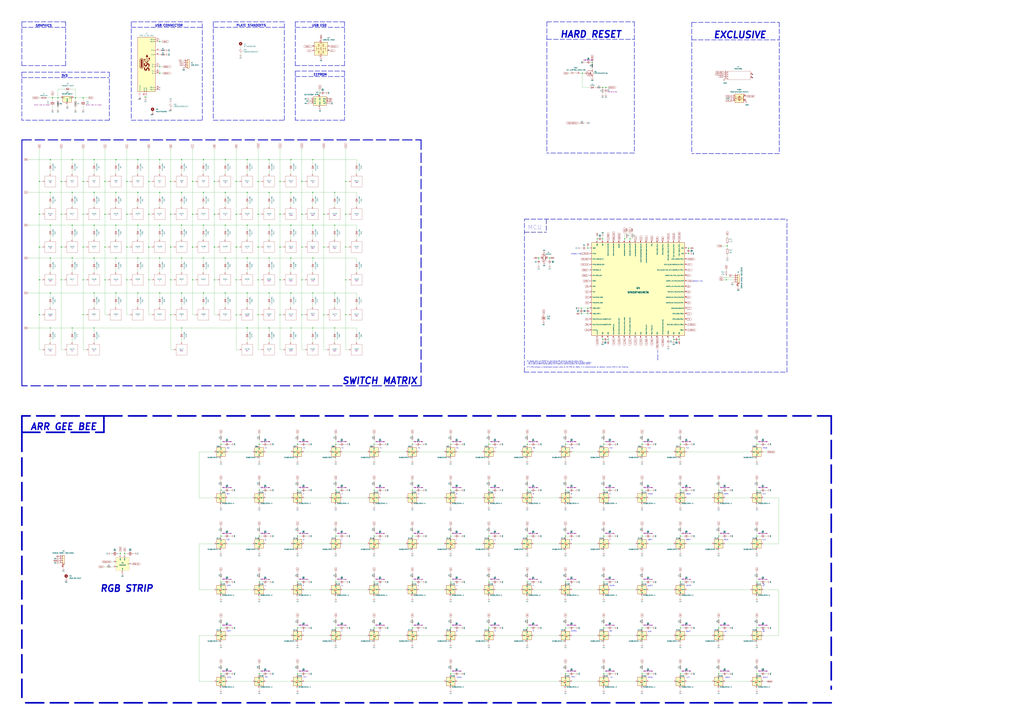
<source format=kicad_sch>
(kicad_sch (version 20211123) (generator eeschema)
  (paper "A0")
  (title_block (title "LONE PCB schematic") (date "2022-01-25") (rev "v1.0") (company "Designed by Hieu TN"))
  (lib_symbols
    (symbol "Connector_Generic:Conn_01x04" (pin_names (offset 1.016) hide)
      (property "Reference" "J" (at 0 5.08 0))
      (property "Value" "Conn_01x04" (at 0 -7.62 0))
      (symbol "Conn_01x04_1_1"
        (pin passive line (at -5.08 2.54 0) (length 3.81) (name "Pin_1") (number "1"))
        (pin passive line (at -5.08 0 0) (length 3.81) (name "Pin_2") (number "2"))
        (pin passive line (at -5.08 -2.54 0) (length 3.81) (name "Pin_3") (number "3"))
        (pin passive line (at -5.08 -5.08 0) (length 3.81) (name "Pin_4") (number "4"))
      )
    )
    (symbol "Connector_Generic_MountingPin:Conn_01x04_MountingPin" (pin_names (offset 1.016) hide)
      (property "Reference" "J" (at 0 5.08 0))
      (property "Value" "Conn_01x04_MountingPin" (at 1.27 -7.62 0))
      (symbol "Conn_01x04_MountingPin_1_1"
        (text "Mounting" (at 0 -6.731 0) (effects (font (size 0.381 0.381))))
        (pin passive line (at -5.08 2.54 0) (length 3.81) (name "Pin_1") (number "1"))
        (pin passive line (at -5.08 0 0) (length 3.81) (name "Pin_2") (number "2"))
        (pin passive line (at -5.08 -2.54 0) (length 3.81) (name "Pin_3") (number "3"))
        (pin passive line (at -5.08 -5.08 0) (length 3.81) (name "Pin_4") (number "4"))
        (pin passive line (at 0 -10.16 90) (length 3.048) (name "MountPin") (number "MP"))
      )
    )
    (symbol "D_1" (pin_numbers hide) (pin_names (offset 1.016) hide)
      (property "Reference" "D" (at 0 2.54 0))
      (property "Value" "D_1" (at 0 -2.54 0))
      (symbol "D_1_1_1"
        (pin passive line (at -3.81 0 0) (length 2.54) (name "K") (number "1"))
        (pin passive line (at 3.81 0 180) (length 2.54) (name "A") (number "2"))
      )
    )
    (symbol "D_10" (pin_numbers hide) (pin_names (offset 1.016) hide)
      (property "Reference" "D" (at 0 2.54 0))
      (property "Value" "D_10" (at 0 -2.54 0))
      (symbol "D_10_1_1"
        (pin passive line (at -3.81 0 0) (length 2.54) (name "K") (number "1"))
        (pin passive line (at 3.81 0 180) (length 2.54) (name "A") (number "2"))
      )
    )
    (symbol "D_11" (pin_numbers hide) (pin_names (offset 1.016) hide)
      (property "Reference" "D" (at 0 2.54 0))
      (property "Value" "D_11" (at 0 -2.54 0))
      (symbol "D_11_1_1"
        (pin passive line (at -3.81 0 0) (length 2.54) (name "K") (number "1"))
        (pin passive line (at 3.81 0 180) (length 2.54) (name "A") (number "2"))
      )
    )
    (symbol "D_12" (pin_numbers hide) (pin_names (offset 1.016) hide)
      (property "Reference" "D" (at 0 2.54 0))
      (property "Value" "D_12" (at 0 -2.54 0))
      (symbol "D_12_1_1"
        (pin passive line (at -3.81 0 0) (length 2.54) (name "K") (number "1"))
        (pin passive line (at 3.81 0 180) (length 2.54) (name "A") (number "2"))
      )
    )
    (symbol "D_13" (pin_numbers hide) (pin_names (offset 1.016) hide)
      (property "Reference" "D" (at 0 2.54 0))
      (property "Value" "D_13" (at 0 -2.54 0))
      (symbol "D_13_1_1"
        (pin passive line (at -3.81 0 0) (length 2.54) (name "K") (number "1"))
        (pin passive line (at 3.81 0 180) (length 2.54) (name "A") (number "2"))
      )
    )
    (symbol "D_14" (pin_numbers hide) (pin_names (offset 1.016) hide)
      (property "Reference" "D" (at 0 2.54 0))
      (property "Value" "D_14" (at 0 -2.54 0))
      (symbol "D_14_1_1"
        (pin passive line (at -3.81 0 0) (length 2.54) (name "K") (number "1"))
        (pin passive line (at 3.81 0 180) (length 2.54) (name "A") (number "2"))
      )
    )
    (symbol "D_15" (pin_numbers hide) (pin_names (offset 1.016) hide)
      (property "Reference" "D" (at 0 2.54 0))
      (property "Value" "D_15" (at 0 -2.54 0))
      (symbol "D_15_1_1"
        (pin passive line (at -3.81 0 0) (length 2.54) (name "K") (number "1"))
        (pin passive line (at 3.81 0 180) (length 2.54) (name "A") (number "2"))
      )
    )
    (symbol "D_16" (pin_numbers hide) (pin_names (offset 1.016) hide)
      (property "Reference" "D" (at 0 2.54 0))
      (property "Value" "D_16" (at 0 -2.54 0))
      (symbol "D_16_1_1"
        (pin passive line (at -3.81 0 0) (length 2.54) (name "K") (number "1"))
        (pin passive line (at 3.81 0 180) (length 2.54) (name "A") (number "2"))
      )
    )
    (symbol "D_17" (pin_numbers hide) (pin_names (offset 1.016) hide)
      (property "Reference" "D" (at 0 2.54 0))
      (property "Value" "D_17" (at 0 -2.54 0))
      (symbol "D_17_1_1"
        (pin passive line (at -3.81 0 0) (length 2.54) (name "K") (number "1"))
        (pin passive line (at 3.81 0 180) (length 2.54) (name "A") (number "2"))
      )
    )
    (symbol "D_18" (pin_numbers hide) (pin_names (offset 1.016) hide)
      (property "Reference" "D" (at 0 2.54 0))
      (property "Value" "D_18" (at 0 -2.54 0))
      (symbol "D_18_1_1"
        (pin passive line (at -3.81 0 0) (length 2.54) (name "K") (number "1"))
        (pin passive line (at 3.81 0 180) (length 2.54) (name "A") (number "2"))
      )
    )
    (symbol "D_19" (pin_numbers hide) (pin_names (offset 1.016) hide)
      (property "Reference" "D" (at 0 2.54 0))
      (property "Value" "D_19" (at 0 -2.54 0))
      (symbol "D_19_1_1"
        (pin passive line (at -3.81 0 0) (length 2.54) (name "K") (number "1"))
        (pin passive line (at 3.81 0 180) (length 2.54) (name "A") (number "2"))
      )
    )
    (symbol "D_2" (pin_numbers hide) (pin_names (offset 1.016) hide)
      (property "Reference" "D" (at 0 2.54 0))
      (property "Value" "D_2" (at 0 -2.54 0))
      (symbol "D_2_1_1"
        (pin passive line (at -3.81 0 0) (length 2.54) (name "K") (number "1"))
        (pin passive line (at 3.81 0 180) (length 2.54) (name "A") (number "2"))
      )
    )
    (symbol "D_20" (pin_numbers hide) (pin_names (offset 1.016) hide)
      (property "Reference" "D" (at 0 2.54 0))
      (property "Value" "D_20" (at 0 -2.54 0))
      (symbol "D_20_1_1"
        (pin passive line (at -3.81 0 0) (length 2.54) (name "K") (number "1"))
        (pin passive line (at 3.81 0 180) (length 2.54) (name "A") (number "2"))
      )
    )
    (symbol "D_21" (pin_numbers hide) (pin_names (offset 1.016) hide)
      (property "Reference" "D" (at 0 2.54 0))
      (property "Value" "D_21" (at 0 -2.54 0))
      (symbol "D_21_1_1"
        (pin passive line (at -3.81 0 0) (length 2.54) (name "K") (number "1"))
        (pin passive line (at 3.81 0 180) (length 2.54) (name "A") (number "2"))
      )
    )
    (symbol "D_22" (pin_numbers hide) (pin_names (offset 1.016) hide)
      (property "Reference" "D" (at 0 2.54 0))
      (property "Value" "D_22" (at 0 -2.54 0))
      (symbol "D_22_1_1"
        (pin passive line (at -3.81 0 0) (length 2.54) (name "K") (number "1"))
        (pin passive line (at 3.81 0 180) (length 2.54) (name "A") (number "2"))
      )
    )
    (symbol "D_23" (pin_numbers hide) (pin_names (offset 1.016) hide)
      (property "Reference" "D" (at 0 2.54 0))
      (property "Value" "D_23" (at 0 -2.54 0))
      (symbol "D_23_1_1"
        (pin passive line (at -3.81 0 0) (length 2.54) (name "K") (number "1"))
        (pin passive line (at 3.81 0 180) (length 2.54) (name "A") (number "2"))
      )
    )
    (symbol "D_24" (pin_numbers hide) (pin_names (offset 1.016) hide)
      (property "Reference" "D" (at 0 2.54 0))
      (property "Value" "D_24" (at 0 -2.54 0))
      (symbol "D_24_1_1"
        (pin passive line (at -3.81 0 0) (length 2.54) (name "K") (number "1"))
        (pin passive line (at 3.81 0 180) (length 2.54) (name "A") (number "2"))
      )
    )
    (symbol "D_25" (pin_numbers hide) (pin_names (offset 1.016) hide)
      (property "Reference" "D" (at 0 2.54 0))
      (property "Value" "D_25" (at 0 -2.54 0))
      (symbol "D_25_1_1"
        (pin passive line (at -3.81 0 0) (length 2.54) (name "K") (number "1"))
        (pin passive line (at 3.81 0 180) (length 2.54) (name "A") (number "2"))
      )
    )
    (symbol "D_26" (pin_numbers hide) (pin_names (offset 1.016) hide)
      (property "Reference" "D" (at 0 2.54 0))
      (property "Value" "D_26" (at 0 -2.54 0))
      (symbol "D_26_1_1"
        (pin passive line (at -3.81 0 0) (length 2.54) (name "K") (number "1"))
        (pin passive line (at 3.81 0 180) (length 2.54) (name "A") (number "2"))
      )
    )
    (symbol "D_27" (pin_numbers hide) (pin_names (offset 1.016) hide)
      (property "Reference" "D" (at 0 2.54 0))
      (property "Value" "D_27" (at 0 -2.54 0))
      (symbol "D_27_1_1"
        (pin passive line (at -3.81 0 0) (length 2.54) (name "K") (number "1"))
        (pin passive line (at 3.81 0 180) (length 2.54) (name "A") (number "2"))
      )
    )
    (symbol "D_28" (pin_numbers hide) (pin_names (offset 1.016) hide)
      (property "Reference" "D" (at 0 2.54 0))
      (property "Value" "D_28" (at 0 -2.54 0))
      (symbol "D_28_1_1"
        (pin passive line (at -3.81 0 0) (length 2.54) (name "K") (number "1"))
        (pin passive line (at 3.81 0 180) (length 2.54) (name "A") (number "2"))
      )
    )
    (symbol "D_29" (pin_numbers hide) (pin_names (offset 1.016) hide)
      (property "Reference" "D" (at 0 2.54 0))
      (property "Value" "D_29" (at 0 -2.54 0))
      (symbol "D_29_1_1"
        (pin passive line (at -3.81 0 0) (length 2.54) (name "K") (number "1"))
        (pin passive line (at 3.81 0 180) (length 2.54) (name "A") (number "2"))
      )
    )
    (symbol "D_3" (pin_numbers hide) (pin_names (offset 1.016) hide)
      (property "Reference" "D" (at 0 2.54 0))
      (property "Value" "D_3" (at 0 -2.54 0))
      (symbol "D_3_1_1"
        (pin passive line (at -3.81 0 0) (length 2.54) (name "K") (number "1"))
        (pin passive line (at 3.81 0 180) (length 2.54) (name "A") (number "2"))
      )
    )
    (symbol "D_30" (pin_numbers hide) (pin_names (offset 1.016) hide)
      (property "Reference" "D" (at 0 2.54 0))
      (property "Value" "D_30" (at 0 -2.54 0))
      (symbol "D_30_1_1"
        (pin passive line (at -3.81 0 0) (length 2.54) (name "K") (number "1"))
        (pin passive line (at 3.81 0 180) (length 2.54) (name "A") (number "2"))
      )
    )
    (symbol "D_31" (pin_numbers hide) (pin_names (offset 1.016) hide)
      (property "Reference" "D" (at 0 2.54 0))
      (property "Value" "D_31" (at 0 -2.54 0))
      (symbol "D_31_1_1"
        (pin passive line (at -3.81 0 0) (length 2.54) (name "K") (number "1"))
        (pin passive line (at 3.81 0 180) (length 2.54) (name "A") (number "2"))
      )
    )
    (symbol "D_32" (pin_numbers hide) (pin_names (offset 1.016) hide)
      (property "Reference" "D" (at 0 2.54 0))
      (property "Value" "D_32" (at 0 -2.54 0))
      (symbol "D_32_1_1"
        (pin passive line (at -3.81 0 0) (length 2.54) (name "K") (number "1"))
        (pin passive line (at 3.81 0 180) (length 2.54) (name "A") (number "2"))
      )
    )
    (symbol "D_33" (pin_numbers hide) (pin_names (offset 1.016) hide)
      (property "Reference" "D" (at 0 2.54 0))
      (property "Value" "D_33" (at 0 -2.54 0))
      (symbol "D_33_1_1"
        (pin passive line (at -3.81 0 0) (length 2.54) (name "K") (number "1"))
        (pin passive line (at 3.81 0 180) (length 2.54) (name "A") (number "2"))
      )
    )
    (symbol "D_34" (pin_numbers hide) (pin_names (offset 1.016) hide)
      (property "Reference" "D" (at 0 2.54 0))
      (property "Value" "D_34" (at 0 -2.54 0))
      (symbol "D_34_1_1"
        (pin passive line (at -3.81 0 0) (length 2.54) (name "K") (number "1"))
        (pin passive line (at 3.81 0 180) (length 2.54) (name "A") (number "2"))
      )
    )
    (symbol "D_35" (pin_numbers hide) (pin_names (offset 1.016) hide)
      (property "Reference" "D" (at 0 2.54 0))
      (property "Value" "D_35" (at 0 -2.54 0))
      (symbol "D_35_1_1"
        (pin passive line (at -3.81 0 0) (length 2.54) (name "K") (number "1"))
        (pin passive line (at 3.81 0 180) (length 2.54) (name "A") (number "2"))
      )
    )
    (symbol "D_36" (pin_numbers hide) (pin_names (offset 1.016) hide)
      (property "Reference" "D" (at 0 2.54 0))
      (property "Value" "D_36" (at 0 -2.54 0))
      (symbol "D_36_1_1"
        (pin passive line (at -3.81 0 0) (length 2.54) (name "K") (number "1"))
        (pin passive line (at 3.81 0 180) (length 2.54) (name "A") (number "2"))
      )
    )
    (symbol "D_37" (pin_numbers hide) (pin_names (offset 1.016) hide)
      (property "Reference" "D" (at 0 2.54 0))
      (property "Value" "D_37" (at 0 -2.54 0))
      (symbol "D_37_1_1"
        (pin passive line (at -3.81 0 0) (length 2.54) (name "K") (number "1"))
        (pin passive line (at 3.81 0 180) (length 2.54) (name "A") (number "2"))
      )
    )
    (symbol "D_38" (pin_numbers hide) (pin_names (offset 1.016) hide)
      (property "Reference" "D" (at 0 2.54 0))
      (property "Value" "D_38" (at 0 -2.54 0))
      (symbol "D_38_1_1"
        (pin passive line (at -3.81 0 0) (length 2.54) (name "K") (number "1"))
        (pin passive line (at 3.81 0 180) (length 2.54) (name "A") (number "2"))
      )
    )
    (symbol "D_39" (pin_numbers hide) (pin_names (offset 1.016) hide)
      (property "Reference" "D" (at 0 2.54 0))
      (property "Value" "D_39" (at 0 -2.54 0))
      (symbol "D_39_1_1"
        (pin passive line (at -3.81 0 0) (length 2.54) (name "K") (number "1"))
        (pin passive line (at 3.81 0 180) (length 2.54) (name "A") (number "2"))
      )
    )
    (symbol "D_4" (pin_numbers hide) (pin_names (offset 1.016) hide)
      (property "Reference" "D" (at 0 2.54 0))
      (property "Value" "D_4" (at 0 -2.54 0))
      (symbol "D_4_1_1"
        (pin passive line (at -3.81 0 0) (length 2.54) (name "K") (number "1"))
        (pin passive line (at 3.81 0 180) (length 2.54) (name "A") (number "2"))
      )
    )
    (symbol "D_40" (pin_numbers hide) (pin_names (offset 1.016) hide)
      (property "Reference" "D" (at 0 2.54 0))
      (property "Value" "D_40" (at 0 -2.54 0))
      (symbol "D_40_1_1"
        (pin passive line (at -3.81 0 0) (length 2.54) (name "K") (number "1"))
        (pin passive line (at 3.81 0 180) (length 2.54) (name "A") (number "2"))
      )
    )
    (symbol "D_41" (pin_numbers hide) (pin_names (offset 1.016) hide)
      (property "Reference" "D" (at 0 2.54 0))
      (property "Value" "D_41" (at 0 -2.54 0))
      (symbol "D_41_1_1"
        (pin passive line (at -3.81 0 0) (length 2.54) (name "K") (number "1"))
        (pin passive line (at 3.81 0 180) (length 2.54) (name "A") (number "2"))
      )
    )
    (symbol "D_42" (pin_numbers hide) (pin_names (offset 1.016) hide)
      (property "Reference" "D" (at 0 2.54 0))
      (property "Value" "D_42" (at 0 -2.54 0))
      (symbol "D_42_1_1"
        (pin passive line (at -3.81 0 0) (length 2.54) (name "K") (number "1"))
        (pin passive line (at 3.81 0 180) (length 2.54) (name "A") (number "2"))
      )
    )
    (symbol "D_43" (pin_numbers hide) (pin_names (offset 1.016) hide)
      (property "Reference" "D" (at 0 2.54 0))
      (property "Value" "D_43" (at 0 -2.54 0))
      (symbol "D_43_1_1"
        (pin passive line (at -3.81 0 0) (length 2.54) (name "K") (number "1"))
        (pin passive line (at 3.81 0 180) (length 2.54) (name "A") (number "2"))
      )
    )
    (symbol "D_44" (pin_numbers hide) (pin_names (offset 1.016) hide)
      (property "Reference" "D" (at 0 2.54 0))
      (property "Value" "D_44" (at 0 -2.54 0))
      (symbol "D_44_1_1"
        (pin passive line (at -3.81 0 0) (length 2.54) (name "K") (number "1"))
        (pin passive line (at 3.81 0 180) (length 2.54) (name "A") (number "2"))
      )
    )
    (symbol "D_45" (pin_numbers hide) (pin_names (offset 1.016) hide)
      (property "Reference" "D" (at 0 2.54 0))
      (property "Value" "D_45" (at 0 -2.54 0))
      (symbol "D_45_1_1"
        (pin passive line (at -3.81 0 0) (length 2.54) (name "K") (number "1"))
        (pin passive line (at 3.81 0 180) (length 2.54) (name "A") (number "2"))
      )
    )
    (symbol "D_46" (pin_numbers hide) (pin_names (offset 1.016) hide)
      (property "Reference" "D" (at 0 2.54 0))
      (property "Value" "D_46" (at 0 -2.54 0))
      (symbol "D_46_1_1"
        (pin passive line (at -3.81 0 0) (length 2.54) (name "K") (number "1"))
        (pin passive line (at 3.81 0 180) (length 2.54) (name "A") (number "2"))
      )
    )
    (symbol "D_47" (pin_numbers hide) (pin_names (offset 1.016) hide)
      (property "Reference" "D" (at 0 2.54 0))
      (property "Value" "D_47" (at 0 -2.54 0))
      (symbol "D_47_1_1"
        (pin passive line (at -3.81 0 0) (length 2.54) (name "K") (number "1"))
        (pin passive line (at 3.81 0 180) (length 2.54) (name "A") (number "2"))
      )
    )
    (symbol "D_48" (pin_numbers hide) (pin_names (offset 1.016) hide)
      (property "Reference" "D" (at 0 2.54 0))
      (property "Value" "D_48" (at 0 -2.54 0))
      (symbol "D_48_1_1"
        (pin passive line (at -3.81 0 0) (length 2.54) (name "K") (number "1"))
        (pin passive line (at 3.81 0 180) (length 2.54) (name "A") (number "2"))
      )
    )
    (symbol "D_49" (pin_numbers hide) (pin_names (offset 1.016) hide)
      (property "Reference" "D" (at 0 2.54 0))
      (property "Value" "D_49" (at 0 -2.54 0))
      (symbol "D_49_1_1"
        (pin passive line (at -3.81 0 0) (length 2.54) (name "K") (number "1"))
        (pin passive line (at 3.81 0 180) (length 2.54) (name "A") (number "2"))
      )
    )
    (symbol "D_5" (pin_numbers hide) (pin_names (offset 1.016) hide)
      (property "Reference" "D" (at 0 2.54 0))
      (property "Value" "D_5" (at 0 -2.54 0))
      (symbol "D_5_1_1"
        (pin passive line (at -3.81 0 0) (length 2.54) (name "K") (number "1"))
        (pin passive line (at 3.81 0 180) (length 2.54) (name "A") (number "2"))
      )
    )
    (symbol "D_50" (pin_numbers hide) (pin_names (offset 1.016) hide)
      (property "Reference" "D" (at 0 2.54 0))
      (property "Value" "D_50" (at 0 -2.54 0))
      (symbol "D_50_1_1"
        (pin passive line (at -3.81 0 0) (length 2.54) (name "K") (number "1"))
        (pin passive line (at 3.81 0 180) (length 2.54) (name "A") (number "2"))
      )
    )
    (symbol "D_51" (pin_numbers hide) (pin_names (offset 1.016) hide)
      (property "Reference" "D" (at 0 2.54 0))
      (property "Value" "D_51" (at 0 -2.54 0))
      (symbol "D_51_1_1"
        (pin passive line (at -3.81 0 0) (length 2.54) (name "K") (number "1"))
        (pin passive line (at 3.81 0 180) (length 2.54) (name "A") (number "2"))
      )
    )
    (symbol "D_52" (pin_numbers hide) (pin_names (offset 1.016) hide)
      (property "Reference" "D" (at 0 2.54 0))
      (property "Value" "D_52" (at 0 -2.54 0))
      (symbol "D_52_1_1"
        (pin passive line (at -3.81 0 0) (length 2.54) (name "K") (number "1"))
        (pin passive line (at 3.81 0 180) (length 2.54) (name "A") (number "2"))
      )
    )
    (symbol "D_53" (pin_numbers hide) (pin_names (offset 1.016) hide)
      (property "Reference" "D" (at 0 2.54 0))
      (property "Value" "D_53" (at 0 -2.54 0))
      (symbol "D_53_1_1"
        (pin passive line (at -3.81 0 0) (length 2.54) (name "K") (number "1"))
        (pin passive line (at 3.81 0 180) (length 2.54) (name "A") (number "2"))
      )
    )
    (symbol "D_54" (pin_numbers hide) (pin_names (offset 1.016) hide)
      (property "Reference" "D" (at 0 2.54 0))
      (property "Value" "D_54" (at 0 -2.54 0))
      (symbol "D_54_1_1"
        (pin passive line (at -3.81 0 0) (length 2.54) (name "K") (number "1"))
        (pin passive line (at 3.81 0 180) (length 2.54) (name "A") (number "2"))
      )
    )
    (symbol "D_55" (pin_numbers hide) (pin_names (offset 1.016) hide)
      (property "Reference" "D" (at 0 2.54 0))
      (property "Value" "D_55" (at 0 -2.54 0))
      (symbol "D_55_1_1"
        (pin passive line (at -3.81 0 0) (length 2.54) (name "K") (number "1"))
        (pin passive line (at 3.81 0 180) (length 2.54) (name "A") (number "2"))
      )
    )
    (symbol "D_56" (pin_numbers hide) (pin_names (offset 1.016) hide)
      (property "Reference" "D" (at 0 2.54 0))
      (property "Value" "D_56" (at 0 -2.54 0))
      (symbol "D_56_1_1"
        (pin passive line (at -3.81 0 0) (length 2.54) (name "K") (number "1"))
        (pin passive line (at 3.81 0 180) (length 2.54) (name "A") (number "2"))
      )
    )
    (symbol "D_57" (pin_numbers hide) (pin_names (offset 1.016) hide)
      (property "Reference" "D" (at 0 2.54 0))
      (property "Value" "D_57" (at 0 -2.54 0))
      (symbol "D_57_1_1"
        (pin passive line (at -3.81 0 0) (length 2.54) (name "K") (number "1"))
        (pin passive line (at 3.81 0 180) (length 2.54) (name "A") (number "2"))
      )
    )
    (symbol "D_58" (pin_numbers hide) (pin_names (offset 1.016) hide)
      (property "Reference" "D" (at 0 2.54 0))
      (property "Value" "D_58" (at 0 -2.54 0))
      (symbol "D_58_1_1"
        (pin passive line (at -3.81 0 0) (length 2.54) (name "K") (number "1"))
        (pin passive line (at 3.81 0 180) (length 2.54) (name "A") (number "2"))
      )
    )
    (symbol "D_59" (pin_numbers hide) (pin_names (offset 1.016) hide)
      (property "Reference" "D" (at 0 2.54 0))
      (property "Value" "D_59" (at 0 -2.54 0))
      (symbol "D_59_1_1"
        (pin passive line (at -3.81 0 0) (length 2.54) (name "K") (number "1"))
        (pin passive line (at 3.81 0 180) (length 2.54) (name "A") (number "2"))
      )
    )
    (symbol "D_6" (pin_numbers hide) (pin_names (offset 1.016) hide)
      (property "Reference" "D" (at 0 2.54 0))
      (property "Value" "D_6" (at 0 -2.54 0))
      (symbol "D_6_1_1"
        (pin passive line (at -3.81 0 0) (length 2.54) (name "K") (number "1"))
        (pin passive line (at 3.81 0 180) (length 2.54) (name "A") (number "2"))
      )
    )
    (symbol "D_60" (pin_numbers hide) (pin_names (offset 1.016) hide)
      (property "Reference" "D" (at 0 2.54 0))
      (property "Value" "D_60" (at 0 -2.54 0))
      (symbol "D_60_1_1"
        (pin passive line (at -3.81 0 0) (length 2.54) (name "K") (number "1"))
        (pin passive line (at 3.81 0 180) (length 2.54) (name "A") (number "2"))
      )
    )
    (symbol "D_61" (pin_numbers hide) (pin_names (offset 1.016) hide)
      (property "Reference" "D" (at 0 2.54 0))
      (property "Value" "D_61" (at 0 -2.54 0))
      (symbol "D_61_1_1"
        (pin passive line (at -3.81 0 0) (length 2.54) (name "K") (number "1"))
        (pin passive line (at 3.81 0 180) (length 2.54) (name "A") (number "2"))
      )
    )
    (symbol "D_62" (pin_numbers hide) (pin_names (offset 1.016) hide)
      (property "Reference" "D" (at 0 2.54 0))
      (property "Value" "D_62" (at 0 -2.54 0))
      (symbol "D_62_1_1"
        (pin passive line (at -3.81 0 0) (length 2.54) (name "K") (number "1"))
        (pin passive line (at 3.81 0 180) (length 2.54) (name "A") (number "2"))
      )
    )
    (symbol "D_63" (pin_numbers hide) (pin_names (offset 1.016) hide)
      (property "Reference" "D" (at 0 2.54 0))
      (property "Value" "D_63" (at 0 -2.54 0))
      (symbol "D_63_1_1"
        (pin passive line (at -3.81 0 0) (length 2.54) (name "K") (number "1"))
        (pin passive line (at 3.81 0 180) (length 2.54) (name "A") (number "2"))
      )
    )
    (symbol "D_64" (pin_numbers hide) (pin_names (offset 1.016) hide)
      (property "Reference" "D" (at 0 2.54 0))
      (property "Value" "D_64" (at 0 -2.54 0))
      (symbol "D_64_1_1"
        (pin passive line (at -3.81 0 0) (length 2.54) (name "K") (number "1"))
        (pin passive line (at 3.81 0 180) (length 2.54) (name "A") (number "2"))
      )
    )
    (symbol "D_65" (pin_numbers hide) (pin_names (offset 1.016) hide)
      (property "Reference" "D" (at 0 2.54 0))
      (property "Value" "D_65" (at 0 -2.54 0))
      (symbol "D_65_1_1"
        (pin passive line (at -3.81 0 0) (length 2.54) (name "K") (number "1"))
        (pin passive line (at 3.81 0 180) (length 2.54) (name "A") (number "2"))
      )
    )
    (symbol "D_66" (pin_numbers hide) (pin_names (offset 1.016) hide)
      (property "Reference" "D" (at 0 2.54 0))
      (property "Value" "D_66" (at 0 -2.54 0))
      (symbol "D_66_1_1"
        (pin passive line (at -3.81 0 0) (length 2.54) (name "K") (number "1"))
        (pin passive line (at 3.81 0 180) (length 2.54) (name "A") (number "2"))
      )
    )
    (symbol "D_67" (pin_numbers hide) (pin_names (offset 1.016) hide)
      (property "Reference" "D" (at 0 2.54 0))
      (property "Value" "D_67" (at 0 -2.54 0))
      (symbol "D_67_1_1"
        (pin passive line (at -3.81 0 0) (length 2.54) (name "K") (number "1"))
        (pin passive line (at 3.81 0 180) (length 2.54) (name "A") (number "2"))
      )
    )
    (symbol "D_68" (pin_numbers hide) (pin_names (offset 1.016) hide)
      (property "Reference" "D" (at 0 2.54 0))
      (property "Value" "D_68" (at 0 -2.54 0))
      (symbol "D_68_1_1"
        (pin passive line (at -3.81 0 0) (length 2.54) (name "K") (number "1"))
        (pin passive line (at 3.81 0 180) (length 2.54) (name "A") (number "2"))
      )
    )
    (symbol "D_69" (pin_numbers hide) (pin_names (offset 1.016) hide)
      (property "Reference" "D" (at 0 2.54 0))
      (property "Value" "D_69" (at 0 -2.54 0))
      (symbol "D_69_1_1"
        (pin passive line (at -3.81 0 0) (length 2.54) (name "K") (number "1"))
        (pin passive line (at 3.81 0 180) (length 2.54) (name "A") (number "2"))
      )
    )
    (symbol "D_7" (pin_numbers hide) (pin_names (offset 1.016) hide)
      (property "Reference" "D" (at 0 2.54 0))
      (property "Value" "D_7" (at 0 -2.54 0))
      (symbol "D_7_1_1"
        (pin passive line (at -3.81 0 0) (length 2.54) (name "K") (number "1"))
        (pin passive line (at 3.81 0 180) (length 2.54) (name "A") (number "2"))
      )
    )
    (symbol "D_70" (pin_numbers hide) (pin_names (offset 1.016) hide)
      (property "Reference" "D" (at 0 2.54 0))
      (property "Value" "D_70" (at 0 -2.54 0))
      (symbol "D_70_1_1"
        (pin passive line (at -3.81 0 0) (length 2.54) (name "K") (number "1"))
        (pin passive line (at 3.81 0 180) (length 2.54) (name "A") (number "2"))
      )
    )
    (symbol "D_71" (pin_numbers hide) (pin_names (offset 1.016) hide)
      (property "Reference" "D" (at 0 2.54 0))
      (property "Value" "D_71" (at 0 -2.54 0))
      (symbol "D_71_1_1"
        (pin passive line (at -3.81 0 0) (length 2.54) (name "K") (number "1"))
        (pin passive line (at 3.81 0 180) (length 2.54) (name "A") (number "2"))
      )
    )
    (symbol "D_72" (pin_numbers hide) (pin_names (offset 1.016) hide)
      (property "Reference" "D" (at 0 2.54 0))
      (property "Value" "D_72" (at 0 -2.54 0))
      (symbol "D_72_1_1"
        (pin passive line (at -3.81 0 0) (length 2.54) (name "K") (number "1"))
        (pin passive line (at 3.81 0 180) (length 2.54) (name "A") (number "2"))
      )
    )
    (symbol "D_73" (pin_numbers hide) (pin_names (offset 1.016) hide)
      (property "Reference" "D" (at 0 2.54 0))
      (property "Value" "D_73" (at 0 -2.54 0))
      (symbol "D_73_1_1"
        (pin passive line (at -3.81 0 0) (length 2.54) (name "K") (number "1"))
        (pin passive line (at 3.81 0 180) (length 2.54) (name "A") (number "2"))
      )
    )
    (symbol "D_74" (pin_numbers hide) (pin_names (offset 1.016) hide)
      (property "Reference" "D" (at 0 2.54 0))
      (property "Value" "D_74" (at 0 -2.54 0))
      (symbol "D_74_1_1"
        (pin passive line (at -3.81 0 0) (length 2.54) (name "K") (number "1"))
        (pin passive line (at 3.81 0 180) (length 2.54) (name "A") (number "2"))
      )
    )
    (symbol "D_75" (pin_numbers hide) (pin_names (offset 1.016) hide)
      (property "Reference" "D" (at 0 2.54 0))
      (property "Value" "D_75" (at 0 -2.54 0))
      (symbol "D_75_1_1"
        (pin passive line (at -3.81 0 0) (length 2.54) (name "K") (number "1"))
        (pin passive line (at 3.81 0 180) (length 2.54) (name "A") (number "2"))
      )
    )
    (symbol "D_76" (pin_numbers hide) (pin_names (offset 1.016) hide)
      (property "Reference" "D" (at 0 2.54 0))
      (property "Value" "D_76" (at 0 -2.54 0))
      (symbol "D_76_1_1"
        (pin passive line (at -3.81 0 0) (length 2.54) (name "K") (number "1"))
        (pin passive line (at 3.81 0 180) (length 2.54) (name "A") (number "2"))
      )
    )
    (symbol "D_77" (pin_numbers hide) (pin_names (offset 1.016) hide)
      (property "Reference" "D" (at 0 2.54 0))
      (property "Value" "D_77" (at 0 -2.54 0))
      (symbol "D_77_1_1"
        (pin passive line (at -3.81 0 0) (length 2.54) (name "K") (number "1"))
        (pin passive line (at 3.81 0 180) (length 2.54) (name "A") (number "2"))
      )
    )
    (symbol "D_78" (pin_numbers hide) (pin_names (offset 1.016) hide)
      (property "Reference" "D" (at 0 2.54 0))
      (property "Value" "D_78" (at 0 -2.54 0))
      (symbol "D_78_1_1"
        (pin passive line (at -3.81 0 0) (length 2.54) (name "K") (number "1"))
        (pin passive line (at 3.81 0 180) (length 2.54) (name "A") (number "2"))
      )
    )
    (symbol "D_79" (pin_numbers hide) (pin_names (offset 1.016) hide)
      (property "Reference" "D" (at 0 2.54 0))
      (property "Value" "D_79" (at 0 -2.54 0))
      (symbol "D_79_1_1"
        (pin passive line (at -3.81 0 0) (length 2.54) (name "K") (number "1"))
        (pin passive line (at 3.81 0 180) (length 2.54) (name "A") (number "2"))
      )
    )
    (symbol "D_8" (pin_numbers hide) (pin_names (offset 1.016) hide)
      (property "Reference" "D" (at 0 2.54 0))
      (property "Value" "D_8" (at 0 -2.54 0))
      (symbol "D_8_1_1"
        (pin passive line (at -3.81 0 0) (length 2.54) (name "K") (number "1"))
        (pin passive line (at 3.81 0 180) (length 2.54) (name "A") (number "2"))
      )
    )
    (symbol "D_80" (pin_numbers hide) (pin_names (offset 1.016) hide)
      (property "Reference" "D" (at 0 2.54 0))
      (property "Value" "D_80" (at 0 -2.54 0))
      (symbol "D_80_1_1"
        (pin passive line (at -3.81 0 0) (length 2.54) (name "K") (number "1"))
        (pin passive line (at 3.81 0 180) (length 2.54) (name "A") (number "2"))
      )
    )
    (symbol "D_81" (pin_numbers hide) (pin_names (offset 1.016) hide)
      (property "Reference" "D" (at 0 2.54 0))
      (property "Value" "D_81" (at 0 -2.54 0))
      (symbol "D_81_1_1"
        (pin passive line (at -3.81 0 0) (length 2.54) (name "K") (number "1"))
        (pin passive line (at 3.81 0 180) (length 2.54) (name "A") (number "2"))
      )
    )
    (symbol "D_82" (pin_numbers hide) (pin_names (offset 1.016) hide)
      (property "Reference" "D" (at 0 2.54 0))
      (property "Value" "D_82" (at 0 -2.54 0))
      (symbol "D_82_1_1"
        (pin passive line (at -3.81 0 0) (length 2.54) (name "K") (number "1"))
        (pin passive line (at 3.81 0 180) (length 2.54) (name "A") (number "2"))
      )
    )
    (symbol "D_9" (pin_numbers hide) (pin_names (offset 1.016) hide)
      (property "Reference" "D" (at 0 2.54 0))
      (property "Value" "D_9" (at 0 -2.54 0))
      (symbol "D_9_1_1"
        (pin passive line (at -3.81 0 0) (length 2.54) (name "K") (number "1"))
        (pin passive line (at 3.81 0 180) (length 2.54) (name "A") (number "2"))
      )
    )
    (symbol "Device:C" (pin_numbers hide) (pin_names (offset 0.254))
      (property "Reference" "C" (at 0.635 2.54 0))
      (property "Value" "C" (at 0.635 -2.54 0))
      (symbol "C_1_1"
        (pin passive line (at 0 3.81 270) (length 2.794) (name "~") (number "1"))
        (pin passive line (at 0 -3.81 90) (length 2.794) (name "~") (number "2"))
      )
    )
    (symbol "Device:CP1" (pin_numbers hide) (pin_names (offset 0.254) hide)
      (property "Reference" "C" (at 0.635 2.54 0))
      (property "Value" "CP1" (at 0.635 -2.54 0))
      (symbol "CP1_1_1"
        (pin passive line (at 0 3.81 270) (length 2.794) (name "~") (number "1"))
        (pin passive line (at 0 -3.81 90) (length 3.302) (name "~") (number "2"))
      )
    )
    (symbol "Device:C_Small" (pin_numbers hide) (pin_names (offset 0.254) hide)
      (property "Reference" "C" (at 0.254 1.778 0))
      (property "Value" "C_Small" (at 0.254 -2.032 0))
      (symbol "C_Small_1_1"
        (pin passive line (at 0 2.54 270) (length 2.032) (name "~") (number "1"))
        (pin passive line (at 0 -2.54 90) (length 2.032) (name "~") (number "2"))
      )
    )
    (symbol "Device:Crystal_GND24" (pin_names (offset 1.016) hide)
      (property "Reference" "Y" (at 3.175 5.08 0))
      (property "Value" "Crystal_GND24" (at 3.175 3.175 0))
      (symbol "Crystal_GND24_1_1"
        (pin passive line (at -3.81 0 0) (length 1.27) (name "1") (number "1"))
        (pin passive line (at 0 5.08 270) (length 1.27) (name "2") (number "2"))
        (pin passive line (at 3.81 0 180) (length 1.27) (name "3") (number "3"))
        (pin passive line (at 0 -5.08 90) (length 1.27) (name "4") (number "4"))
      )
    )
    (symbol "Device:D" (pin_numbers hide) (pin_names (offset 1.016) hide)
      (property "Reference" "D" (at 0 2.54 0))
      (property "Value" "D" (at 0 -2.54 0))
      (symbol "D_1_1"
        (pin passive line (at -3.81 0 0) (length 2.54) (name "K") (number "1"))
        (pin passive line (at 3.81 0 180) (length 2.54) (name "A") (number "2"))
      )
    )
    (symbol "Device:D_Schottky" (pin_numbers hide) (pin_names (offset 1.016) hide)
      (property "Reference" "D" (at 0 2.54 0))
      (property "Value" "D_Schottky" (at 0 -2.54 0))
      (symbol "D_Schottky_1_1"
        (pin passive line (at -3.81 0 0) (length 2.54) (name "K") (number "1"))
        (pin passive line (at 3.81 0 180) (length 2.54) (name "A") (number "2"))
      )
    )
    (symbol "Device:Ferrite_Bead_Small" (pin_numbers hide) (pin_names (offset 0))
      (property "Reference" "FB" (at 1.905 1.27 0))
      (property "Value" "Ferrite_Bead_Small" (at 1.905 -1.27 0))
      (symbol "Ferrite_Bead_Small_1_1"
        (pin passive line (at 0 2.54 270) (length 1.27) (name "~") (number "1"))
        (pin passive line (at 0 -2.54 90) (length 1.27) (name "~") (number "2"))
      )
    )
    (symbol "Device:Fuse" (pin_numbers hide) (pin_names (offset 0))
      (property "Reference" "F" (at 2.032 0 90))
      (property "Value" "Fuse" (at -1.905 0 90))
      (symbol "Fuse_1_1"
        (pin passive line (at 0 3.81 270) (length 1.27) (name "~") (number "1"))
        (pin passive line (at 0 -3.81 90) (length 1.27) (name "~") (number "2"))
      )
    )
    (symbol "Device:R" (pin_numbers hide) (pin_names (offset 0))
      (property "Reference" "R" (at 2.032 0 90))
      (property "Value" "R" (at 0 0 90))
      (symbol "R_1_1"
        (pin passive line (at 0 3.81 270) (length 1.27) (name "~") (number "1"))
        (pin passive line (at 0 -3.81 90) (length 1.27) (name "~") (number "2"))
      )
    )
    (symbol "Device:R_Small" (pin_numbers hide) (pin_names (offset 0.254) hide)
      (property "Reference" "R" (at 0.762 0.508 0))
      (property "Value" "R_Small" (at 0.762 -1.016 0))
      (symbol "R_Small_1_1"
        (pin passive line (at 0 2.54 270) (length 0.762) (name "~") (number "1"))
        (pin passive line (at 0 -2.54 90) (length 0.762) (name "~") (number "2"))
      )
    )
    (symbol "Device:RotaryEncoder_Switch" (pin_names (offset 0.254) hide)
      (property "Reference" "SW" (at 0 6.604 0))
      (property "Value" "RotaryEncoder_Switch" (at 0 -6.604 0))
      (symbol "RotaryEncoder_Switch_1_1"
        (pin passive line (at -7.62 2.54 0) (length 2.54) (name "A") (number "A"))
        (pin passive line (at -7.62 -2.54 0) (length 2.54) (name "B") (number "B"))
        (pin passive line (at -7.62 0 0) (length 2.54) (name "C") (number "C"))
        (pin passive line (at 7.62 2.54 180) (length 2.54) (name "S1") (number "S1"))
        (pin passive line (at 7.62 -2.54 180) (length 2.54) (name "S2") (number "S2"))
      )
    )
    (symbol "Mechanical:MountingHole_Pad" (pin_numbers hide) (pin_names (offset 1.016) hide)
      (property "Reference" "H" (at 0 6.35 0))
      (property "Value" "MountingHole_Pad" (at 0 4.445 0))
      (symbol "MountingHole_Pad_1_1"
        (pin input line (at 0 -2.54 90) (length 2.54) (name "1") (number "1"))
      )
    )
    (symbol "Memory_EEPROM:24LC256"
      (property "Reference" "U" (at -6.35 6.35 0))
      (property "Value" "24LC256" (at 1.27 6.35 0))
      (symbol "24LC256_1_1"
        (pin input line (at -10.16 2.54 0) (length 2.54) (name "A0") (number "1"))
        (pin input line (at -10.16 0 0) (length 2.54) (name "A1") (number "2"))
        (pin input line (at -10.16 -2.54 0) (length 2.54) (name "A2") (number "3"))
        (pin power_in line (at 0 -7.62 90) (length 2.54) (name "GND") (number "4"))
        (pin bidirectional line (at 10.16 2.54 180) (length 2.54) (name "SDA") (number "5"))
        (pin input line (at 10.16 0 180) (length 2.54) (name "SCL") (number "6"))
        (pin input line (at 10.16 -2.54 180) (length 2.54) (name "WP") (number "7"))
        (pin power_in line (at 0 7.62 270) (length 2.54) (name "VCC") (number "8"))
      )
    )
    (symbol "Power_Protection:USBLC6-2SC6" (pin_names hide)
      (property "Reference" "U" (at 2.54 8.89 0))
      (property "Value" "USBLC6-2SC6" (at 2.54 -8.89 0))
      (symbol "USBLC6-2SC6_1_1"
        (pin passive line (at -10.16 -2.54 0) (length 2.54) (name "I/O1") (number "1"))
        (pin passive line (at 0 -10.16 90) (length 2.54) (name "GND") (number "2"))
        (pin passive line (at 10.16 -2.54 180) (length 2.54) (name "I/O2") (number "3"))
        (pin passive line (at 10.16 2.54 180) (length 2.54) (name "I/O2") (number "4"))
        (pin passive line (at 0 10.16 270) (length 2.54) (name "VBUS") (number "5"))
        (pin passive line (at -10.16 2.54 0) (length 2.54) (name "I/O1") (number "6"))
      )
    )
    (symbol "Regulator_Linear:MCP1700-3302E_SOT23" (pin_names (offset 0.254))
      (property "Reference" "U" (at -3.81 3.175 0))
      (property "Value" "MCP1700-3302E_SOT23" (at 0 3.175 0))
      (symbol "MCP1700-3302E_SOT23_1_1"
        (pin power_in line (at 0 -7.62 90) (length 2.54) (name "GND") (number "1"))
        (pin power_out line (at 7.62 0 180) (length 2.54) (name "VO") (number "2"))
        (pin power_in line (at -7.62 0 0) (length 2.54) (name "VI") (number "3"))
      )
    )
    (symbol "Switch:SW_SPST" (pin_names (offset 0) hide)
      (property "Reference" "SW" (at 0 3.175 0))
      (property "Value" "SW_SPST" (at 0 -2.54 0))
      (symbol "SW_SPST_1_1"
        (pin passive line (at -5.08 0 0) (length 2.54) (name "A") (number "1"))
        (pin passive line (at 5.08 0 180) (length 2.54) (name "B") (number "2"))
      )
    )
    (symbol "acheronSymbols:Mechanical_Switch" (pin_names (offset 1.016))
      (property "Reference" "SW" (at 0 1.27 0))
      (property "Keycode" "KC" (at 0 -1.27 0))
      (symbol "Mechanical_Switch_1_1"
        (pin bidirectional line (at -8.89 0 0) (length 2.54) (name "1") (number "1"))
        (pin bidirectional line (at 0 8.89 270) (length 2.54) (name "2") (number "2"))
      )
    )
    (symbol "acheronSymbols:STM32F401-LQFP64" (pin_names (offset 1.016))
      (property "Reference" "U" (at -0.635 4.445 0))
      (property "Value" "STM32F401-LQFP64" (at -0.635 0.635 0))
      (symbol "STM32F401-LQFP64_1_1"
        (pin power_in line (at -56.515 47.625 0) (length 2.54) (name "VBAT") (number "1"))
        (pin bidirectional line (at -56.515 -9.525 0) (length 2.54) (name "PC2/SPI2_MISO") (number "10"))
        (pin bidirectional line (at -56.515 -15.875 0) (length 2.54) (name "PC3/SPI2_MOSI") (number "11"))
        (pin bidirectional line (at -56.515 -22.225 0) (length 2.54) (name "VSSA/VREF-") (number "12"))
        (pin bidirectional line (at -56.515 -28.575 0) (length 2.54) (name "VDDA/VREF+") (number "13"))
        (pin bidirectional line (at -56.515 -34.925 0) (length 2.54) (name "PA0/TIM2_CH1/USART2_CTS") (number "14"))
        (pin bidirectional line (at -56.515 -41.275 0) (length 2.54) (name "PA1/TIM2_CH2/USART2_RTS") (number "15"))
        (pin bidirectional line (at -56.515 -47.625 0) (length 2.54) (name "PA2/TIM2_CH3/USART2_TX") (number "16") (alternate "" input line))
        (pin bidirectional line (at -47.625 -56.515 90) (length 2.54) (name "PA3/TIM2_CH4/USART2_RX") (number "17") (alternate "" input line))
        (pin power_out line (at -41.275 -56.515 90) (length 2.54) (name "VSS") (number "18"))
        (pin power_in line (at -34.925 -56.515 90) (length 2.54) (name "VDD") (number "19"))
        (pin bidirectional line (at -56.515 41.275 0) (length 2.54) (name "PC13") (number "2"))
        (pin bidirectional line (at -28.575 -56.515 90) (length 2.54) (name "PA4/USART2_CK") (number "20"))
        (pin bidirectional line (at -22.225 -56.515 90) (length 2.54) (name "PA5/TIM2_CH1/SPI1_SCK") (number "21"))
        (pin bidirectional line (at -15.875 -56.515 90) (length 2.54) (name "PA6/TIM3_CH1/SPI1_MISO") (number "22"))
        (pin power_in line (at -9.525 -56.515 90) (length 2.54) (name "PA7/SPI1_MOSI/TIM3_CH2") (number "23"))
        (pin power_in line (at -3.175 -56.515 90) (length 2.54) (name "PC4") (number "24"))
        (pin bidirectional line (at 3.175 -56.515 90) (length 2.54) (name "PC5") (number "25"))
        (pin bidirectional line (at 9.525 -56.515 90) (length 2.54) (name "PB0/TIM3_CH3") (number "26"))
        (pin bidirectional line (at 15.875 -56.515 90) (length 2.54) (name "PB1/TIM3_CH4") (number "27"))
        (pin bidirectional line (at 22.225 -56.515 90) (length 2.54) (name "PB2") (number "28"))
        (pin bidirectional line (at 28.575 -56.515 90) (length 2.54) (name "PB10/TIM2_CH3/SPI2_SCK/I2C2_SCL/I2S2_CK") (number "29"))
        (pin bidirectional line (at -56.515 34.925 0) (length 2.54) (name "PC14/OSC32_IN") (number "3"))
        (pin bidirectional line (at 34.925 -56.515 90) (length 2.54) (name "VCAP1") (number "30"))
        (pin bidirectional line (at 41.275 -56.515 90) (length 2.54) (name "VSS") (number "31"))
        (pin bidirectional line (at 47.625 -56.515 90) (length 2.54) (name "VDD") (number "32"))
        (pin bidirectional line (at 56.515 -47.625 180) (length 2.54) (name "PB12") (number "33"))
        (pin bidirectional line (at 56.515 -41.275 180) (length 2.54) (name "SPI2_SCK/I2S2_CK/PB13") (number "34"))
        (pin power_in line (at 56.515 -34.925 180) (length 2.54) (name "SPI2_MISO/PB14") (number "35"))
        (pin power_in line (at 56.515 -28.575 180) (length 2.54) (name "SPI2_MOSI/PB15") (number "36"))
        (pin bidirectional line (at 56.515 -22.225 180) (length 2.54) (name "I2S2_MCK/TIM3_CH1/USART6_TX/PC6") (number "37"))
        (pin bidirectional line (at 56.515 -15.875 180) (length 2.54) (name "USART6_RX/TIM3_CH2/PC7") (number "38"))
        (pin bidirectional line (at 56.515 -9.525 180) (length 2.54) (name "USART6_CK/TIM3_CH3/PC8") (number "39"))
        (pin bidirectional line (at -56.515 28.575 0) (length 2.54) (name "PC15/OSC32_OUT") (number "4"))
        (pin bidirectional line (at 56.515 -3.175 180) (length 2.54) (name "TIM3_CH4/I2S_CKIN/PC9") (number "40"))
        (pin bidirectional line (at 56.515 3.175 180) (length 2.54) (name "USART1_CK/TIM1_CH1/PA8") (number "41"))
        (pin bidirectional line (at 56.515 9.525 180) (length 2.54) (name "USART1_TX/TIM1_CH2/PA9") (number "42"))
        (pin bidirectional line (at 56.515 15.875 180) (length 2.54) (name "USART1_RX/TIM1_CH3/PA10") (number "43"))
        (pin output line (at 56.515 22.225 180) (length 2.54) (name "OTG_FS_DM/TIM1_CH4/USART6_TX/PA11") (number "44"))
        (pin bidirectional line (at 56.515 28.575 180) (length 2.54) (name "OTG_FS_DP/USART6_RX/PA12") (number "45"))
        (pin input line (at 56.515 34.925 180) (length 2.54) (name "JTMS-SWDIO/PA13") (number "46"))
        (pin input line (at 56.515 41.275 180) (length 2.54) (name "VSS") (number "47"))
        (pin input line (at 56.515 47.625 180) (length 2.54) (name "VDD") (number "48"))
        (pin bidirectional line (at 47.625 56.515 270) (length 2.54) (name "JTCK-SWCLK/PA14") (number "49"))
        (pin bidirectional line (at -56.515 22.225 0) (length 2.54) (name "PH0/OSC_IN") (number "5"))
        (pin bidirectional line (at 41.275 56.515 270) (length 2.54) (name "JTDI/TIM2_CH1/PA14") (number "50"))
        (pin power_in line (at 34.925 56.515 270) (length 2.54) (name "SPI3_SCK/I2S3_CK/PC10") (number "51"))
        (pin power_in line (at 28.575 56.515 270) (length 2.54) (name "SPI3_MISO/PC11") (number "52"))
        (pin bidirectional line (at 22.225 56.515 270) (length 2.54) (name "SPI3_MOSI/PC12") (number "53"))
        (pin bidirectional line (at 15.875 56.515 270) (length 2.54) (name "PD2") (number "54"))
        (pin bidirectional line (at 9.525 56.515 270) (length 2.54) (name "JTDO-SWO/SPI1_SCK/SPI3_SCK/I2C2_SDA/TIM2_CH2/PB3") (number "55"))
        (pin bidirectional line (at 3.175 56.515 270) (length 2.54) (name "NJTRST/SPI1_MISO/SPI3_MISO/I2C3_SDA/TIM3_CH1/PB4") (number "56"))
        (pin bidirectional line (at -3.175 56.515 270) (length 2.54) (name "SPI1_MOSI/SPI3_MOSI/TIM3_CH2/PB5") (number "57"))
        (pin bidirectional line (at -9.525 56.515 270) (length 2.54) (name "I2C1_SCL/USART1_TX/TIM4_CH1/PB6") (number "58"))
        (pin bidirectional line (at -15.875 56.515 270) (length 2.54) (name "I2C1_SDA/USART1_RX/TIM4_CH2/PB7") (number "59"))
        (pin bidirectional line (at -56.515 15.875 0) (length 2.54) (name "PH1/OSC_OUT") (number "6"))
        (pin output line (at -22.225 56.515 270) (length 2.54) (name "BOOT0") (number "60"))
        (pin bidirectional line (at -28.575 56.515 270) (length 2.54) (name "I2C1_SCL/TIM4_CH3/TIM10_CH1/PB8") (number "61"))
        (pin input line (at -34.925 56.515 270) (length 2.54) (name "I2C1_SDA/TIM4_CH4/TIM11_CH1/PB9") (number "62"))
        (pin input line (at -41.275 56.515 270) (length 2.54) (name "VSS") (number "63"))
        (pin input line (at -47.625 56.515 270) (length 2.54) (name "VDD") (number "64"))
        (pin input line (at -56.515 9.525 0) (length 2.54) (name "NRST") (number "7"))
        (pin power_in line (at -56.515 3.175 0) (length 2.54) (name "PC0") (number "8"))
        (pin power_in line (at -56.515 -3.175 0) (length 2.54) (name "PC1") (number "9"))
      )
    )
    (symbol "acheronSymbols:TXS0101"
      (property "Reference" "U" (at 0 -2.54 0))
      (property "Value" "TXS0101" (at 0 -0.635 0))
      (symbol "TXS0101_1_1"
        (pin power_in line (at -2.54 10.16 270) (length 2.54) (name "VCCA") (number "1"))
        (pin power_in line (at 0 -10.16 90) (length 2.54) (name "GND") (number "2"))
        (pin input line (at -10.16 2.54 0) (length 2.54) (name "A") (number "3"))
        (pin input line (at 10.16 0 180) (length 2.54) (name "B") (number "4"))
        (pin input line (at -10.16 -3.175 0) (length 2.54) (name "OE") (number "5"))
        (pin power_in line (at 2.54 10.16 270) (length 2.54) (name "VCCB") (number "6"))
      )
    )
    (symbol "acheronSymbols:USB_C_16_pin" (pin_names (offset 1.016))
      (property "Reference" "J" (at -1.27 35.56 0))
      (property "Value" "USB_C_16_pin" (at 10.16 33.02 0))
      (symbol "USB_C_16_pin_0_0"
        (text "SS" (at 0.508 -3.175 900) (effects (font (size 5.08 5.08) bold italic)))
      )
      (symbol "USB_C_16_pin_1_1"
        (pin power_out line (at 0 -36.83 90) (length 5.08) (name "GND") (number "A1"))
        (pin power_out line (at 15.24 29.21 180) (length 5.08) (name "VBUS") (number "A4"))
        (pin bidirectional line (at 15.24 16.51 180) (length 5.08) (name "CC1") (number "A5"))
        (pin bidirectional line (at 15.24 -7.62 180) (length 5.08) (name "D+") (number "A6"))
        (pin bidirectional line (at 15.24 0 180) (length 5.08) (name "D-") (number "A7"))
        (pin bidirectional line (at 15.24 -26.67 180) (length 5.08) (name "SBU1") (number "A8"))
        (pin power_out line (at -2.54 -36.83 90) (length 5.08) (name "GND") (number "B1"))
        (pin power_out line (at 15.24 26.67 180) (length 5.08) (name "VBUS") (number "B4"))
        (pin bidirectional line (at 15.24 11.43 180) (length 5.08) (name "CC2") (number "B5"))
        (pin bidirectional line (at 15.24 -10.16 180) (length 5.08) (name "D+") (number "B6"))
        (pin bidirectional line (at 15.24 -2.54 180) (length 5.08) (name "D-") (number "B7"))
        (pin bidirectional line (at 15.24 -29.21 180) (length 5.08) (name "SBU2") (number "B8"))
        (pin passive line (at -7.62 -36.83 90) (length 5.08) (name "SHIELD") (number "S"))
      )
    )
    (symbol "acheron_Symbols:DTC123J" (pin_names (offset 0) hide)
      (property "Reference" "Q" (at 5.08 1.905 0))
      (property "Value" "DTC123J" (at 5.08 0 0))
      (symbol "DTC123J_0_0"
        (text "2k2" (at -2.54 1.016 0) (effects (font (size 0.381 0.381))))
        (text "47k" (at -2.286 -1.27 900) (effects (font (size 0.381 0.381))))
      )
      (symbol "DTC123J_1_1"
        (text "1" (at -5.207 -0.508 0) (effects (font (size 0.381 0.381))))
        (text "2" (at 3.048 -3.683 0) (effects (font (size 0.381 0.381))))
        (text "3" (at 3.048 3.683 0) (effects (font (size 0.381 0.381))))
        (pin input line (at -6.35 0 0) (length 2.54) (name "B") (number "1"))
        (pin passive line (at 2.54 -5.08 90) (length 2.54) (name "E") (number "2"))
        (pin passive line (at 2.54 5.08 270) (length 2.54) (name "C") (number "3"))
      )
    )
    (symbol "acheron_Symbols:SK6812MINI-E" (pin_names (offset 0.254))
      (property "Reference" "D" (at 5.08 5.715 0))
      (property "Value" "SK6812MINI-E" (at 1.27 -5.715 0))
      (property "MFN" "Dongguan Opsco Optoelectronics" (at 0 -11.176 0))
      (property "MPN" "SK812MINI-E" (at 0 -9.652 0))
      (property "PKG" "3228" (at 0 -12.954 0))
      (symbol "SK6812MINI-E_0_0"
        (text "RGB" (at -1.016 -1.397 0) (effects (font (size 0.762 0.762))))
      )
      (symbol "SK6812MINI-E_1_1"
        (pin power_in line (at 0 7.62 270) (length 2.54) (name "VDD") (number "1"))
        (pin output line (at 7.62 0 180) (length 2.54) (name "DOUT") (number "2"))
        (pin power_in line (at 0 -7.62 90) (length 2.54) (name "VSS") (number "3"))
        (pin input line (at -7.62 0 0) (length 2.54) (name "DIN") (number "4"))
      )
    )
    (symbol "kobuss:SSD1306" (pin_names (offset 1.016) hide)
      (property "Reference" "J" (at 12.7 1.27 0))
      (property "Value" "SSD1306" (at 13.97 -1.27 0))
      (symbol "SSD1306_1_1"
        (pin passive line (at -3.81 3.81 0) (length 3.81) (name "SDA") (number "1"))
        (pin passive line (at -3.81 1.27 0) (length 3.81) (name "SCL") (number "2"))
        (pin passive line (at -3.81 -1.27 0) (length 3.81) (name "VCC") (number "3"))
        (pin passive line (at -3.81 -3.81 0) (length 3.81) (name "GND") (number "4"))
        (pin no_connect line (at 29.21 1.27 180) (length 2.54) (name "MNT") (number "5"))
        (pin no_connect line (at 29.21 -2.54 180) (length 2.54) (name "MNT") (number "6"))
      )
    )
    (symbol "power:GND" (power) (pin_names (offset 0))
      (property "Value" "GND" (at 0 -3.81 0))
      (symbol "GND_1_1"
        (pin power_in line (at 0 0 270) (length 0) hide (name "GND") (number "1"))
      )
    )
    (symbol "power:GNDPWR" (power) (pin_names (offset 0))
      (property "Value" "GNDPWR" (at 0 -3.302 0))
      (symbol "GNDPWR_1_1"
        (pin power_in line (at 0 0 270) (length 0) hide (name "GNDPWR") (number "1"))
      )
    )
  )
  (junction (at 287.02 223.52) (diameter 1.016))
  (junction (at 682.625 364.49) (diameter 0.9144))
  (junction (at 210.82 299.72) (diameter 1.016))
  (junction (at 287.02 185.42) (diameter 1.016))
  (junction (at 172.72 325.12))
  (junction (at 160.02 299.72) (diameter 1.016))
  (junction (at 261.62 299.72) (diameter 1.016))
  (junction (at 256.54 516.255))
  (junction (at 401.32 325.12))
  (junction (at 834.39 569.595))
  (junction (at 58.42 185.42) (diameter 1.016))
  (junction (at 401.32 210.82))
  (junction (at 96.52 365.76))
  (junction (at 788.67 394.335))
  (junction (at 198.12 210.82) (diameter 1.016))
  (junction (at 256.54 622.935))
  (junction (at 274.32 325.12))
  (junction (at 300.99 569.595))
  (junction (at 300.99 516.255))
  (junction (at 687.705 72.39) (diameter 1.016))
  (junction (at 71.12 325.12) (diameter 0.9144))
  (junction (at 434.34 729.615))
  (junction (at 168.91 113.03) (diameter 1.016))
  (junction (at 71.12 287.02) (diameter 1.016))
  (junction (at 287.02 381) (diameter 1.016))
  (junction (at 236.22 299.72) (diameter 1.016))
  (junction (at 389.89 569.595))
  (junction (at 287.02 299.72) (diameter 1.016))
  (junction (at 300.99 622.935))
  (junction (at 312.42 223.52) (diameter 1.016))
  (junction (at 299.72 365.76))
  (junction (at 261.62 185.42) (diameter 1.016))
  (junction (at 87.63 113.665) (diameter 1.016))
  (junction (at 799.465 294.64))
  (junction (at 388.62 261.62))
  (junction (at 299.72 210.82) (diameter 1.016))
  (junction (at 701.04 729.615))
  (junction (at 878.84 676.275))
  (junction (at 299.72 248.92) (diameter 1.016))
  (junction (at 312.42 381) (diameter 1.016))
  (junction (at 834.39 729.615))
  (junction (at 248.92 210.82) (diameter 1.016))
  (junction (at 567.69 729.615))
  (junction (at 134.62 299.72) (diameter 1.016))
  (junction (at 45.72 287.02) (diameter 1.016))
  (junction (at 83.82 185.42) (diameter 1.016))
  (junction (at 96.52 287.02))
  (junction (at 701.04 676.275))
  (junction (at 478.79 729.615))
  (junction (at 45.72 325.12) (diameter 1.016))
  (junction (at 312.42 299.72) (diameter 1.016))
  (junction (at 363.22 340.36))
  (junction (at 121.92 325.12))
  (junction (at 96.52 248.92))
  (junction (at 256.54 569.595))
  (junction (at 745.49 676.275))
  (junction (at 878.84 516.255))
  (junction (at 185.42 85.09) (diameter 1.016))
  (junction (at 701.04 569.595))
  (junction (at 274.32 365.76))
  (junction (at 612.14 622.935))
  (junction (at 248.92 287.02) (diameter 1.016))
  (junction (at 147.32 210.82) (diameter 1.016))
  (junction (at 58.42 223.52) (diameter 1.016))
  (junction (at 375.92 287.02))
  (junction (at 185.42 223.52) (diameter 1.016))
  (junction (at 699.77 101.6) (diameter 1.016))
  (junction (at 45.72 365.76) (diameter 1.016))
  (junction (at 345.44 569.595))
  (junction (at 337.82 340.36) (diameter 1.016))
  (junction (at 363.22 185.42))
  (junction (at 567.69 516.255))
  (junction (at 434.34 622.935))
  (junction (at 160.02 261.62) (diameter 1.016))
  (junction (at 109.22 299.72) (diameter 1.016))
  (junction (at 236.22 340.36) (diameter 1.016))
  (junction (at 60.96 113.665) (diameter 1.016))
  (junction (at 223.52 287.02) (diameter 1.016))
  (junction (at 676.275 85.09) (diameter 1.016))
  (junction (at 83.82 299.72) (diameter 1.016))
  (junction (at 844.55 285.75))
  (junction (at 345.44 729.615))
  (junction (at 256.54 676.275))
  (junction (at 745.49 622.935))
  (junction (at 337.82 261.62) (diameter 1.016))
  (junction (at 345.44 782.955))
  (junction (at 389.89 622.935))
  (junction (at 185.42 185.42) (diameter 1.016))
  (junction (at 287.02 340.36) (diameter 1.016))
  (junction (at 371.475 107.95) (diameter 0.9144))
  (junction (at 134.62 340.36) (diameter 1.016))
  (junction (at 121.92 248.92) (diameter 1.016))
  (junction (at 725.17 277.495) (diameter 0.9144))
  (junction (at 682.625 288.29) (diameter 0.9144))
  (junction (at 745.49 516.255))
  (junction (at 121.92 287.02))
  (junction (at 198.12 287.02) (diameter 1.016))
  (junction (at 96.52 210.82) (diameter 1.016))
  (junction (at 878.84 782.955))
  (junction (at 350.52 287.02))
  (junction (at 160.02 185.42) (diameter 1.016))
  (junction (at 523.24 569.595))
  (junction (at 261.62 261.62) (diameter 1.016))
  (junction (at 337.82 223.52) (diameter 1.016))
  (junction (at 656.59 516.255))
  (junction (at 388.62 223.52))
  (junction (at 58.42 381))
  (junction (at 401.32 287.02))
  (junction (at 256.54 782.955))
  (junction (at 248.92 325.12))
  (junction (at 71.12 210.82) (diameter 1.016))
  (junction (at 745.49 569.595))
  (junction (at 185.42 340.36) (diameter 1.016))
  (junction (at 345.44 622.935))
  (junction (at 83.82 223.52) (diameter 1.016))
  (junction (at 45.72 210.82) (diameter 1.016))
  (junction (at 567.69 676.275))
  (junction (at 198.12 365.76))
  (junction (at 567.69 622.935))
  (junction (at 789.94 516.255))
  (junction (at 789.94 569.595))
  (junction (at 656.59 569.595))
  (junction (at 121.92 210.82) (diameter 1.016))
  (junction (at 656.59 622.935))
  (junction (at 109.22 340.36) (diameter 1.016))
  (junction (at 434.34 516.255))
  (junction (at 782.32 394.335))
  (junction (at 745.49 729.615))
  (junction (at 523.24 729.615))
  (junction (at 185.42 261.62) (diameter 1.016))
  (junction (at 731.52 277.495) (diameter 0.9144))
  (junction (at 375.92 365.76))
  (junction (at 523.24 782.955))
  (junction (at 236.22 223.52) (diameter 1.016))
  (junction (at 350.52 210.82) (diameter 1.016))
  (junction (at 109.22 185.42) (diameter 1.016))
  (junction (at 172.72 248.92) (diameter 1.016))
  (junction (at 287.02 261.62) (diameter 1.016))
  (junction (at 345.44 516.255))
  (junction (at 345.44 676.275))
  (junction (at 375.92 248.92) (diameter 1.016))
  (junction (at 274.32 287.02) (diameter 1.016))
  (junction (at 71.12 248.92))
  (junction (at 58.42 340.36) (diameter 1.016))
  (junction (at 300.99 782.955))
  (junction (at 185.42 77.47) (diameter 1.016))
  (junction (at 337.82 299.72) (diameter 1.016))
  (junction (at 248.92 248.92) (diameter 1.016))
  (junction (at 134.62 185.42) (diameter 1.016))
  (junction (at 274.32 210.82) (diameter 1.016))
  (junction (at 109.22 261.62) (diameter 1.016))
  (junction (at 172.72 287.02) (diameter 1.016))
  (junction (at 701.04 622.935))
  (junction (at 478.79 516.255))
  (junction (at 612.14 676.275))
  (junction (at 389.89 516.255))
  (junction (at 682.625 358.14) (diameter 0.9144))
  (junction (at 523.24 676.275))
  (junction (at 350.52 365.76))
  (junction (at 363.22 299.72))
  (junction (at 389.89 676.275))
  (junction (at 223.52 210.82) (diameter 1.016))
  (junction (at 789.94 676.275))
  (junction (at 83.82 381))
  (junction (at 699.77 394.335))
  (junction (at 261.62 340.36) (diameter 1.016))
  (junction (at 96.52 113.665) (diameter 1.016))
  (junction (at 799.465 288.29))
  (junction (at 388.62 381))
  (junction (at 363.22 381))
  (junction (at 147.32 248.92) (diameter 1.016))
  (junction (at 675.005 358.14) (diameter 0.9144))
  (junction (at 160.02 340.36) (diameter 1.016))
  (junction (at 434.34 676.275))
  (junction (at 745.49 782.955))
  (junction (at 58.42 299.72) (diameter 1.016))
  (junction (at 185.42 299.72) (diameter 1.016))
  (junction (at 478.79 569.595))
  (junction (at 878.84 569.595))
  (junction (at 134.62 223.52) (diameter 1.016))
  (junction (at 83.82 261.62) (diameter 1.016))
  (junction (at 675.005 364.49) (diameter 0.9144))
  (junction (at 401.32 365.76))
  (junction (at 256.54 729.615))
  (junction (at 198.12 325.12))
  (junction (at 834.39 782.955))
  (junction (at 350.52 325.12))
  (junction (at 147.32 325.12))
  (junction (at 878.84 729.615))
  (junction (at 478.79 676.275))
  (junction (at 261.62 223.52) (diameter 1.016))
  (junction (at 703.58 101.6) (diameter 1.016))
  (junction (at 325.12 365.76))
  (junction (at 223.52 248.92) (diameter 1.016))
  (junction (at 299.72 287.02) (diameter 1.016))
  (junction (at 656.59 782.955))
  (junction (at 612.14 569.595))
  (junction (at 434.34 569.595))
  (junction (at 210.82 223.52) (diameter 1.016))
  (junction (at 210.82 185.42) (diameter 1.016))
  (junction (at 693.42 277.495) (diameter 0.9144))
  (junction (at 185.42 48.26) (diameter 1.016))
  (junction (at 134.62 261.62) (diameter 1.016))
  (junction (at 656.59 729.615))
  (junction (at 312.42 340.36) (diameter 1.016))
  (junction (at 523.24 622.935))
  (junction (at 312.42 185.42) (diameter 1.016))
  (junction (at 325.12 210.82) (diameter 1.016))
  (junction (at 337.82 381))
  (junction (at 96.52 325.12))
  (junction (at 312.42 261.62) (diameter 1.016))
  (junction (at 325.12 287.02) (diameter 1.016))
  (junction (at 139.7 643.255) (diameter 1.016))
  (junction (at 109.22 381))
  (junction (at 58.42 261.62) (diameter 1.016))
  (junction (at 389.89 729.615))
  (junction (at 363.22 223.52) (diameter 1.016))
  (junction (at 388.62 340.36))
  (junction (at 274.32 248.92) (diameter 1.016))
  (junction (at 612.14 516.255))
  (junction (at 567.69 569.595))
  (junction (at 523.24 516.255))
  (junction (at 789.94 729.615))
  (junction (at 701.04 516.255))
  (junction (at 109.22 223.52) (diameter 1.016))
  (junction (at 210.82 381))
  (junction (at 789.94 782.955))
  (junction (at 706.12 394.335))
  (junction (at 299.72 325.12))
  (junction (at 236.22 185.42) (diameter 1.016))
  (junction (at 147.32 287.02))
  (junction (at 478.79 622.935))
  (junction (at 401.32 248.92) (diameter 1.016))
  (junction (at 210.82 340.36) (diameter 1.016))
  (junction (at 834.39 622.935))
  (junction (at 656.59 676.275))
  (junction (at 144.78 643.255) (diameter 1.016))
  (junction (at 236.22 261.62) (diameter 1.016))
  (junction (at 67.31 113.665) (diameter 1.016))
  (junction (at 325.12 325.12))
  (junction (at 699.77 277.495) (diameter 0.9144))
  (junction (at 325.12 248.92) (diameter 1.016))
  (junction (at 701.04 782.955))
  (junction (at 350.52 248.92) (diameter 1.016))
  (junction (at 198.12 248.92) (diameter 1.016))
  (junction (at 160.02 223.52) (diameter 1.016))
  (junction (at 223.52 325.12))
  (junction (at 638.175 299.72) (diameter 0.9144))
  (junction (at 337.82 185.42) (diameter 1.016))
  (junction (at 210.82 261.62) (diameter 1.016))
  (junction (at 789.94 622.935))
  (junction (at 363.22 261.62) (diameter 1.016))
  (junction (at 300.99 676.275))
  (junction (at 612.14 729.615))
  (junction (at 45.72 248.92) (diameter 1.016))
  (junction (at 843.28 325.12) (diameter 0.9144))
  (junction (at 625.475 299.72) (diameter 0.9144))
  (junction (at 172.72 210.82) (diameter 1.016))
  (junction (at 878.84 622.935))
  (no_connect (at 185.42 101.6))
  (no_connect (at 873.76 86.36))
  (no_connect (at 873.76 90.17))
  (no_connect (at 185.42 104.14))
  (wire (pts (xy 58.42 393.7) (xy 58.42 397.51)))
  (wire (pts (xy 185.42 261.62) (xy 185.42 266.7)))
  (wire (pts (xy 256.54 622.935) (xy 256.54 624.205)))
  (wire (pts (xy 109.22 353.06) (xy 109.22 356.87)))
  (wire (pts (xy 434.34 746.125) (xy 434.34 748.665)))
  (wire (pts (xy 434.34 511.175) (xy 434.34 516.255)))
  (wire (pts (xy 567.69 622.935) (xy 572.135 622.935)))
  (wire (pts (xy 210.82 299.72) (xy 210.82 304.8)))
  (wire (pts (xy 67.31 113.665) (xy 60.96 113.665)))
  (wire (pts (xy 287.02 274.32) (xy 287.02 278.13)))
  (wire (pts (xy 300.99 676.275) (xy 300.99 677.545)))
  (wire (pts (xy 888.365 782.955) (xy 890.905 782.955)))
  (wire (pts (xy 621.665 676.275) (xy 624.205 676.275)))
  (wire (pts (xy 656.59 511.175) (xy 656.59 516.255)))
  (wire (pts (xy 799.465 622.935) (xy 802.005 622.935)))
  (wire (pts (xy 530.86 738.505) (xy 560.07 738.505)))
  (wire (pts (xy 886.46 738.505) (xy 904.24 738.505)))
  (wire (pts (xy 745.49 622.935) (xy 749.935 622.935)))
  (wire (pts (xy 789.94 724.535) (xy 789.94 729.615)))
  (wire (pts (xy 844.55 285.75) (xy 844.55 288.29)))
  (wire (pts (xy 471.17 525.145) (xy 441.96 525.145)))
  (wire (pts (xy 160.02 312.42) (xy 160.02 316.23)))
  (polyline (pts (xy 127 139.7) (xy 25.4 139.7)) (stroke (width 0.508) (type dash)))
  (wire (pts (xy 109.22 381) (xy 210.82 381)))
  (wire (pts (xy 699.77 101.6) (xy 703.58 101.6)))
  (wire (pts (xy 337.82 381) (xy 337.82 386.08)))
  (wire (pts (xy 312.42 340.36) (xy 312.42 345.44)))
  (polyline (pts (xy 400.05 25.4) (xy 342.9 25.4)) (stroke (width 0.508) (type dash)))
  (wire (pts (xy 656.59 676.275) (xy 661.035 676.275)))
  (wire (pts (xy 256.54 692.785) (xy 256.54 695.325)))
  (polyline (pts (xy 330.2 139.7) (xy 330.2 25.4)) (stroke (width 0.508) (type dash)))
  (wire (pts (xy 201.93 325.12) (xy 198.12 325.12)))
  (wire (pts (xy 236.22 274.32) (xy 236.22 278.13)))
  (wire (pts (xy 523.24 724.535) (xy 523.24 729.615)))
  (wire (pts (xy 834.39 729.615) (xy 834.39 730.885)))
  (wire (pts (xy 359.41 120.015) (xy 361.315 120.015)))
  (polyline (pts (xy 965.2 483.235) (xy 965.2 800.735)) (stroke (width 1.905) (type dash)))
  (wire (pts (xy 389.89 676.275) (xy 389.89 677.545)))
  (wire (pts (xy 567.69 532.765) (xy 567.69 535.305)))
  (wire (pts (xy 382.27 525.145) (xy 353.06 525.145)))
  (wire (pts (xy 109.22 223.52) (xy 109.22 228.6)))
  (polyline (pts (xy 342.9 31.75) (xy 400.05 31.75)) (stroke (width 0.508) (type dash)))
  (wire (pts (xy 389.89 671.195) (xy 389.89 676.275)))
  (wire (pts (xy 523.24 511.175) (xy 523.24 516.255)))
  (wire (pts (xy 185.42 198.12) (xy 185.42 201.93)))
  (wire (pts (xy 656.59 516.255) (xy 661.035 516.255)))
  (wire (pts (xy 799.465 288.29) (xy 797.56 288.29)))
  (wire (pts (xy 871.22 525.145) (xy 797.56 525.145)))
  (wire (pts (xy 745.49 506.095) (xy 745.49 504.19)))
  (wire (pts (xy 201.93 406.4) (xy 198.12 406.4)))
  (wire (pts (xy 675.005 358.14) (xy 673.1 358.14)))
  (wire (pts (xy 299.72 248.92) (xy 299.72 210.82)))
  (wire (pts (xy 577.215 676.275) (xy 579.755 676.275)))
  (wire (pts (xy 287.02 185.42) (xy 287.02 190.5)))
  (wire (pts (xy 337.82 261.62) (xy 337.82 266.7)))
  (wire (pts (xy 666.115 782.955) (xy 668.655 782.955)))
  (wire (pts (xy 274.32 365.76) (xy 274.32 406.4)))
  (wire (pts (xy 300.99 516.255) (xy 300.99 517.525)))
  (wire (pts (xy 389.89 564.515) (xy 389.89 569.595)))
  (wire (pts (xy 745.49 782.955) (xy 745.49 784.225)))
  (wire (pts (xy 261.62 312.42) (xy 261.62 316.23)))
  (wire (pts (xy 345.44 799.465) (xy 345.44 802.005)))
  (wire (pts (xy 299.72 287.02) (xy 299.72 248.92)))
  (wire (pts (xy 274.32 287.02) (xy 274.32 248.92)))
  (wire (pts (xy 434.34 516.255) (xy 438.785 516.255)))
  (wire (pts (xy 147.32 325.12) (xy 147.32 365.76)))
  (wire (pts (xy 745.49 564.515) (xy 745.49 569.595)))
  (wire (pts (xy 434.34 666.115) (xy 434.34 664.21)))
  (wire (pts (xy 363.22 312.42) (xy 363.22 316.23)))
  (wire (pts (xy 612.14 622.935) (xy 616.585 622.935)))
  (wire (pts (xy 274.32 210.82) (xy 278.13 210.82)))
  (wire (pts (xy 388.62 261.62) (xy 414.02 261.62)))
  (wire (pts (xy 363.22 261.62) (xy 388.62 261.62)))
  (wire (pts (xy 523.24 676.275) (xy 527.685 676.275)))
  (wire (pts (xy 656.59 564.515) (xy 656.59 569.595)))
  (wire (pts (xy 363.22 345.44) (xy 363.22 340.36)))
  (wire (pts (xy 389.89 559.435) (xy 389.89 557.53)))
  (wire (pts (xy 683.895 101.6) (xy 676.275 101.6)))
  (wire (pts (xy 701.04 746.125) (xy 701.04 748.665)))
  (wire (pts (xy 434.34 719.455) (xy 434.34 717.55)))
  (wire (pts (xy 775.97 399.415) (xy 775.97 401.32)))
  (polyline (pts (xy 400.05 82.55) (xy 400.05 139.7)) (stroke (width 0.508) (type dash)))
  (wire (pts (xy 210.82 185.42) (xy 185.42 185.42)))
  (wire (pts (xy 745.49 746.125) (xy 745.49 748.665)))
  (wire (pts (xy 701.04 729.615) (xy 705.485 729.615)))
  (wire (pts (xy 523.24 666.115) (xy 523.24 664.21)))
  (wire (pts (xy 300.99 622.935) (xy 305.435 622.935)))
  (wire (pts (xy 300.99 666.115) (xy 300.99 664.21)))
  (wire (pts (xy 67.31 116.84) (xy 67.31 113.665)))
  (wire (pts (xy 878.84 676.275) (xy 878.84 677.545)))
  (wire (pts (xy 310.515 676.275) (xy 313.055 676.275)))
  (wire (pts (xy 434.34 729.615) (xy 438.785 729.615)))
  (wire (pts (xy 256.54 746.125) (xy 256.54 748.665)))
  (wire (pts (xy 287.02 185.42) (xy 261.62 185.42)))
  (wire (pts (xy 354.965 729.615) (xy 357.505 729.615)))
  (wire (pts (xy 185.42 223.52) (xy 160.02 223.52)))
  (wire (pts (xy 523.24 622.935) (xy 527.685 622.935)))
  (wire (pts (xy 478.79 564.515) (xy 478.79 569.595)))
  (wire (pts (xy 434.34 676.275) (xy 438.785 676.275)))
  (polyline (pts (xy 635 25.4) (xy 736.6 25.4)) (stroke (width 0.508) (type dash)))
  (wire (pts (xy 878.84 622.935) (xy 883.285 622.935)))
  (wire (pts (xy 656.59 729.615) (xy 661.035 729.615)))
  (wire (pts (xy 486.41 631.825) (xy 515.62 631.825)))
  (wire (pts (xy 54.61 113.665) (xy 60.96 113.665)))
  (wire (pts (xy 256.54 511.175) (xy 256.54 516.255)))
  (wire (pts (xy 789.94 516.255) (xy 794.385 516.255)))
  (wire (pts (xy 210.82 261.62) (xy 185.42 261.62)))
  (wire (pts (xy 248.92 287.02) (xy 252.73 287.02)))
  (polyline (pts (xy 120.65 495.935) (xy 120.65 489.585)) (stroke (width 1.905) (type dash)))
  (wire (pts (xy 144.78 643.255) (xy 144.78 641.35)))
  (wire (pts (xy 109.22 223.52) (xy 83.82 223.52)))
  (wire (pts (xy 325.12 406.4) (xy 328.93 406.4)))
  (wire (pts (xy 734.06 271.145) (xy 734.06 269.24)))
  (wire (pts (xy 96.52 248.92) (xy 96.52 287.02)))
  (wire (pts (xy 231.14 578.485) (xy 248.92 578.485)))
  (wire (pts (xy 799.465 676.275) (xy 802.005 676.275)))
  (wire (pts (xy 231.14 525.145) (xy 231.14 578.485)))
  (wire (pts (xy 701.04 719.455) (xy 701.04 717.55)))
  (wire (pts (xy 567.69 671.195) (xy 567.69 676.275)))
  (wire (pts (xy 96.52 210.82) (xy 96.52 248.92)))
  (wire (pts (xy 799.465 294.005) (xy 799.465 294.64)))
  (wire (pts (xy 312.42 353.06) (xy 312.42 356.87)))
  (wire (pts (xy 185.42 82.55) (xy 185.42 85.09)))
  (wire (pts (xy 350.52 248.92) (xy 350.52 287.02)))
  (wire (pts (xy 310.515 516.255) (xy 313.055 516.255)))
  (wire (pts (xy 838.2 285.75) (xy 844.55 285.75)))
  (wire (pts (xy 567.69 724.535) (xy 567.69 729.615)))
  (wire (pts (xy 248.92 287.02) (xy 248.92 325.12)))
  (wire (pts (xy 300.99 617.855) (xy 300.99 622.935)))
  (polyline (pts (xy 342.9 88.9) (xy 400.05 88.9)) (stroke (width 0.508) (type dash)))
  (wire (pts (xy 878.84 586.105) (xy 878.84 588.645)))
  (wire (pts (xy 345.44 516.255) (xy 349.885 516.255)))
  (wire (pts (xy 185.42 77.47) (xy 188.595 77.47)))
  (wire (pts (xy 287.02 340.36) (xy 261.62 340.36)))
  (wire (pts (xy 878.84 532.765) (xy 878.84 535.305)))
  (wire (pts (xy 710.565 516.255) (xy 713.105 516.255)))
  (wire (pts (xy 478.79 506.095) (xy 478.79 504.19)))
  (wire (pts (xy 656.59 746.125) (xy 656.59 748.665)))
  (wire (pts (xy 886.46 631.825) (xy 904.24 631.825)))
  (wire (pts (xy 443.865 516.255) (xy 446.405 516.255)))
  (wire (pts (xy 248.92 172.72) (xy 248.92 210.82)))
  (wire (pts (xy 389.89 622.935) (xy 394.335 622.935)))
  (wire (pts (xy 363.22 223.52) (xy 337.82 223.52)))
  (wire (pts (xy 261.62 340.36) (xy 236.22 340.36)))
  (wire (pts (xy 345.44 692.785) (xy 345.44 695.325)))
  (wire (pts (xy 121.92 287.02) (xy 121.92 325.12)))
  (wire (pts (xy 185.42 299.72) (xy 185.42 304.8)))
  (wire (pts (xy 515.62 578.485) (xy 486.41 578.485)))
  (wire (pts (xy 656.59 772.795) (xy 656.59 770.89)))
  (wire (pts (xy 567.69 617.855) (xy 567.69 622.935)))
  (wire (pts (xy 160.02 198.12) (xy 160.02 201.93)))
  (wire (pts (xy 71.12 325.12) (xy 71.12 406.4)))
  (polyline (pts (xy 25.4 31.75) (xy 76.2 31.75)) (stroke (width 0.508) (type dash)))
  (wire (pts (xy 256.54 782.955) (xy 260.985 782.955)))
  (wire (pts (xy 843.915 729.615) (xy 846.455 729.615)))
  (polyline (pts (xy 25.4 76.2) (xy 76.2 76.2)) (stroke (width 0.508) (type dash)))
  (wire (pts (xy 488.315 676.275) (xy 490.855 676.275)))
  (wire (pts (xy 414.02 345.44) (xy 414.02 340.36)))
  (bus (pts (xy 608.965 269.875) (xy 634.365 269.875)) (stroke (width 0.508) (type dash)))
  (wire (pts (xy 687.705 78.74) (xy 687.705 80.01)))
  (wire (pts (xy 33.02 223.52) (xy 58.42 223.52)))
  (wire (pts (xy 478.79 516.255) (xy 483.235 516.255)))
  (wire (pts (xy 274.32 172.72) (xy 274.32 210.82)))
  (wire (pts (xy 755.015 782.955) (xy 757.555 782.955)))
  (wire (pts (xy 160.02 185.42) (xy 185.42 185.42)))
  (wire (pts (xy 682.625 358.14) (xy 684.53 358.14)))
  (wire (pts (xy 745.49 692.785) (xy 745.49 695.325)))
  (wire (pts (xy 612.14 666.115) (xy 612.14 664.21)))
  (wire (pts (xy 701.04 559.435) (xy 701.04 557.53)))
  (polyline (pts (xy 25.4 489.585) (xy 25.4 495.935)) (stroke (width 1.905) (type dash)))
  (wire (pts (xy 261.62 274.32) (xy 261.62 278.13)))
  (wire (pts (xy 904.24 685.165) (xy 886.46 685.165)))
  (wire (pts (xy 567.69 564.515) (xy 567.69 569.595)))
  (wire (pts (xy 389.89 676.275) (xy 394.335 676.275)))
  (wire (pts (xy 434.34 532.765) (xy 434.34 535.305)))
  (wire (pts (xy 67.31 103.505) (xy 74.93 103.505)))
  (wire (pts (xy 363.22 340.36) (xy 388.62 340.36)))
  (wire (pts (xy 567.69 666.115) (xy 567.69 664.21)))
  (wire (pts (xy 191.77 63.5) (xy 192.405 63.5)))
  (wire (pts (xy 523.24 569.595) (xy 527.685 569.595)))
  (wire (pts (xy 850.265 327.66) (xy 852.17 327.66)))
  (wire (pts (xy 185.42 340.36) (xy 185.42 345.44)))
  (wire (pts (xy 236.22 185.42) (xy 261.62 185.42)))
  (wire (pts (xy 789.94 622.935) (xy 789.94 624.205)))
  (wire (pts (xy 287.02 340.36) (xy 287.02 345.44)))
  (wire (pts (xy 560.07 525.145) (xy 530.86 525.145)))
  (wire (pts (xy 266.065 782.955) (xy 268.605 782.955)))
  (wire (pts (xy 834.39 586.105) (xy 834.39 588.645)))
  (wire (pts (xy 701.04 511.175) (xy 701.04 516.255)))
  (wire (pts (xy 198.12 406.4) (xy 198.12 365.76)))
  (wire (pts (xy 236.22 299.72) (xy 236.22 304.8)))
  (wire (pts (xy 211.455 70.485) (xy 213.36 70.485)))
  (wire (pts (xy 109.22 340.36) (xy 109.22 345.44)))
  (wire (pts (xy 619.76 685.165) (xy 648.97 685.165)))
  (wire (pts (xy 160.02 223.52) (xy 160.02 228.6)))
  (wire (pts (xy 523.24 782.955) (xy 527.685 782.955)))
  (wire (pts (xy 256.54 639.445) (xy 256.54 641.985)))
  (wire (pts (xy 843.28 320.04) (xy 843.28 325.12)))
  (wire (pts (xy 567.69 729.615) (xy 572.135 729.615)))
  (wire (pts (xy 389.89 639.445) (xy 389.89 641.985)))
  (wire (pts (xy 878.84 799.465) (xy 878.84 802.005)))
  (wire (pts (xy 236.22 261.62) (xy 236.22 266.7)))
  (wire (pts (xy 121.92 365.76) (xy 125.73 365.76)))
  (wire (pts (xy 612.14 612.775) (xy 612.14 610.87)))
  (wire (pts (xy 83.82 299.72) (xy 83.82 304.8)))
  (wire (pts (xy 434.34 612.775) (xy 434.34 610.87)))
  (wire (pts (xy 371.475 107.95) (xy 372.11 107.95)))
  (wire (pts (xy 299.72 325.12) (xy 303.53 325.12)))
  (wire (pts (xy 139.7 641.35) (xy 139.7 643.255)))
  (wire (pts (xy 256.54 799.465) (xy 256.54 802.005)))
  (wire (pts (xy 443.865 729.615) (xy 446.405 729.615)))
  (wire (pts (xy 261.62 299.72) (xy 236.22 299.72)))
  (wire (pts (xy 708.66 631.825) (xy 737.87 631.825)))
  (wire (pts (xy 745.49 729.615) (xy 749.935 729.615)))
  (polyline (pts (xy 488.95 162.56) (xy 488.95 448.31)) (stroke (width 1.016) (type dash)))
  (wire (pts (xy 478.79 617.855) (xy 478.79 622.935)))
  (wire (pts (xy 83.82 223.52) (xy 58.42 223.52)))
  (wire (pts (xy 353.06 738.505) (xy 382.27 738.505)))
  (wire (pts (xy 434.34 569.595) (xy 434.34 570.865)))
  (wire (pts (xy 834.39 559.435) (xy 834.39 557.53)))
  (wire (pts (xy 843.915 782.955) (xy 846.455 782.955)))
  (wire (pts (xy 843.915 622.935) (xy 846.455 622.935)))
  (wire (pts (xy 261.62 261.62) (xy 236.22 261.62)))
  (wire (pts (xy 256.54 671.195) (xy 256.54 676.275)))
  (wire (pts (xy 478.79 516.255) (xy 478.79 517.525)))
  (wire (pts (xy 359.41 114.935) (xy 361.315 114.935)))
  (wire (pts (xy 350.52 248.92) (xy 354.33 248.92)))
  (wire (pts (xy 134.62 198.12) (xy 134.62 201.93)))
  (wire (pts (xy 287.02 299.72) (xy 261.62 299.72)))
  (wire (pts (xy 878.84 617.855) (xy 878.84 622.935)))
  (wire (pts (xy 414.02 236.22) (xy 414.02 240.03)))
  (wire (pts (xy 185.42 312.42) (xy 185.42 316.23)))
  (wire (pts (xy 256.54 532.765) (xy 256.54 535.305)))
  (polyline (pts (xy 736.6 177.8) (xy 635 177.8)) (stroke (width 0.508) (type dash)))
  (wire (pts (xy 624.205 299.72) (xy 625.475 299.72)))
  (wire (pts (xy 172.72 248.92) (xy 176.53 248.92)))
  (wire (pts (xy 389.89 666.115) (xy 389.89 664.21)))
  (wire (pts (xy 478.79 729.615) (xy 478.79 730.885)))
  (wire (pts (xy 33.02 261.62) (xy 58.42 261.62)))
  (wire (pts (xy 83.82 261.62) (xy 83.82 266.7)))
  (wire (pts (xy 176.53 365.76) (xy 172.72 365.76)))
  (wire (pts (xy 648.97 525.145) (xy 619.76 525.145)))
  (polyline (pts (xy 608.965 432.435) (xy 608.965 254.635)) (stroke (width 0.508) (type dash)))
  (wire (pts (xy 363.22 299.72) (xy 414.02 299.72)))
  (wire (pts (xy 745.49 622.935) (xy 745.49 624.205)))
  (wire (pts (xy 567.69 692.785) (xy 567.69 695.325)))
  (wire (pts (xy 612.14 746.125) (xy 612.14 748.665)))
  (wire (pts (xy 699.77 107.95) (xy 699.77 109.855)))
  (wire (pts (xy 799.465 782.955) (xy 802.005 782.955)))
  (wire (pts (xy 337.82 274.32) (xy 337.82 278.13)))
  (wire (pts (xy 168.91 113.03) (xy 170.18 113.03)))
  (wire (pts (xy 210.82 299.72) (xy 236.22 299.72)))
  (wire (pts (xy 701.04 724.535) (xy 701.04 729.615)))
  (wire (pts (xy 71.12 325.12) (xy 74.93 325.12)))
  (wire (pts (xy 300.99 782.955) (xy 300.99 784.225)))
  (wire (pts (xy 682.625 364.49) (xy 675.005 364.49)))
  (wire (pts (xy 185.42 58.42) (xy 186.69 58.42)))
  (wire (pts (xy 279.4 54.61) (xy 279.4 56.515)))
  (wire (pts (xy 604.52 525.145) (xy 575.31 525.145)))
  (wire (pts (xy 878.84 729.615) (xy 878.84 730.885)))
  (wire (pts (xy 388.62 353.06) (xy 388.62 356.87)))
  (wire (pts (xy 789.94 729.615) (xy 789.94 730.885)))
  (wire (pts (xy 363.22 236.22) (xy 363.22 240.03)))
  (polyline (pts (xy 25.4 90.17) (xy 126.365 90.17)) (stroke (width 0.508) (type dash)))
  (wire (pts (xy 389.89 719.455) (xy 389.89 717.55)))
  (wire (pts (xy 109.22 299.72) (xy 83.82 299.72)))
  (wire (pts (xy 345.44 511.175) (xy 345.44 516.255)))
  (wire (pts (xy 312.42 381) (xy 337.82 381)))
  (wire (pts (xy 612.14 729.615) (xy 612.14 730.885)))
  (wire (pts (xy 904.24 578.485) (xy 886.46 578.485)))
  (wire (pts (xy 567.69 719.455) (xy 567.69 717.55)))
  (wire (pts (xy 198.12 287.02) (xy 198.12 248.92)))
  (wire (pts (xy 656.59 782.955) (xy 661.035 782.955)))
  (wire (pts (xy 134.62 261.62) (xy 109.22 261.62)))
  (wire (pts (xy 210.82 299.72) (xy 185.42 299.72)))
  (wire (pts (xy 337.82 578.485) (xy 308.61 578.485)))
  (wire (pts (xy 401.32 172.72) (xy 401.32 210.82)))
  (wire (pts (xy 210.82 340.36) (xy 185.42 340.36)))
  (wire (pts (xy 676.275 85.09) (xy 678.815 85.09)))
  (wire (pts (xy 345.44 746.125) (xy 345.44 748.665)))
  (wire (pts (xy 266.065 516.255) (xy 268.605 516.255)))
  (wire (pts (xy 71.12 287.02) (xy 71.12 325.12)))
  (wire (pts (xy 248.92 365.76) (xy 252.73 365.76)))
  (wire (pts (xy 58.42 261.62) (xy 58.42 266.7)))
  (wire (pts (xy 198.12 287.02) (xy 198.12 325.12)))
  (wire (pts (xy 675.005 358.775) (xy 675.005 358.14)))
  (wire (pts (xy 612.14 676.275) (xy 612.14 677.545)))
  (wire (pts (xy 325.12 172.72) (xy 325.12 210.82)))
  (wire (pts (xy 82.55 103.505) (xy 87.63 103.505)))
  (wire (pts (xy 345.44 639.445) (xy 345.44 641.985)))
  (wire (pts (xy 389.89 622.935) (xy 389.89 624.205)))
  (wire (pts (xy 345.44 569.595) (xy 349.885 569.595)))
  (wire (pts (xy 710.565 676.275) (xy 713.105 676.275)))
  (wire (pts (xy 389.89 506.095) (xy 389.89 504.19)))
  (wire (pts (xy 443.865 676.275) (xy 446.405 676.275)))
  (wire (pts (xy 389.89 516.255) (xy 394.335 516.255)))
  (wire (pts (xy 223.52 287.02) (xy 227.33 287.02)))
  (wire (pts (xy 799.465 294.64) (xy 797.56 294.64)))
  (wire (pts (xy 325.12 365.76) (xy 328.93 365.76)))
  (wire (pts (xy 888.365 569.595) (xy 890.905 569.595)))
  (wire (pts (xy 354.965 782.955) (xy 357.505 782.955)))
  (wire (pts (xy 745.49 569.595) (xy 749.935 569.595)))
  (wire (pts (xy 45.72 365.76) (xy 45.72 406.4)))
  (wire (pts (xy 337.82 299.72) (xy 363.22 299.72)))
  (wire (pts (xy 87.63 127) (xy 87.63 124.46)))
  (wire (pts (xy 789.94 777.875) (xy 789.94 782.955)))
  (wire (pts (xy 834.39 569.595) (xy 838.835 569.595)))
  (wire (pts (xy 236.22 198.12) (xy 236.22 201.93)))
  (wire (pts (xy 375.92 287.02) (xy 375.92 365.76)))
  (wire (pts (xy 274.32 287.02) (xy 274.32 325.12)))
  (wire (pts (xy 172.72 248.92) (xy 172.72 210.82)))
  (wire (pts (xy 147.32 172.72) (xy 147.32 210.82)))
  (wire (pts (xy 300.99 799.465) (xy 300.99 802.005)))
  (wire (pts (xy 345.44 617.855) (xy 345.44 622.935)))
  (polyline (pts (xy 247.65 25.4) (xy 247.65 139.7)) (stroke (width 0.508) (type dash)))
  (wire (pts (xy 109.22 299.72) (xy 109.22 304.8)))
  (wire (pts (xy 443.865 622.935) (xy 446.405 622.935)))
  (wire (pts (xy 745.49 666.115) (xy 745.49 664.21)))
  (wire (pts (xy 256.54 772.795) (xy 256.54 770.89)))
  (wire (pts (xy 834.39 719.455) (xy 834.39 717.55)))
  (wire (pts (xy 121.92 325.12) (xy 121.92 365.76)))
  (wire (pts (xy 198.12 118.745) (xy 198.12 120.015)))
  (wire (pts (xy 399.415 676.275) (xy 401.955 676.275)))
  (wire (pts (xy 567.69 729.615) (xy 567.69 730.885)))
  (wire (pts (xy 734.06 277.495) (xy 734.06 276.225)))
  (wire (pts (xy 878.84 559.435) (xy 878.84 557.53)))
  (wire (pts (xy 58.42 299.72) (xy 83.82 299.72)))
  (wire (pts (xy 337.82 340.36) (xy 312.42 340.36)))
  (wire (pts (xy 656.59 729.615) (xy 656.59 730.885)))
  (wire (pts (xy 745.49 569.595) (xy 745.49 570.865)))
  (wire (pts (xy 337.82 525.145) (xy 308.61 525.145)))
  (wire (pts (xy 100.33 210.82) (xy 96.52 210.82)))
  (wire (pts (xy 300.99 622.935) (xy 300.99 624.205)))
  (wire (pts (xy 612.14 564.515) (xy 612.14 569.595)))
  (wire (pts (xy 256.54 729.615) (xy 256.54 730.885)))
  (wire (pts (xy 789.94 729.615) (xy 794.385 729.615)))
  (wire (pts (xy 120.65 658.495) (xy 123.825 658.495)))
  (wire (pts (xy 236.22 223.52) (xy 236.22 228.6)))
  (wire (pts (xy 567.69 511.175) (xy 567.69 516.255)))
  (wire (pts (xy 799.465 729.615) (xy 802.005 729.615)))
  (wire (pts (xy 325.12 210.82) (xy 328.93 210.82)))
  (wire (pts (xy 100.33 248.92) (xy 96.52 248.92)))
  (wire (pts (xy 236.22 312.42) (xy 236.22 316.23)))
  (wire (pts (xy 350.52 365.76) (xy 354.33 365.76)))
  (wire (pts (xy 312.42 185.42) (xy 312.42 190.5)))
  (polyline (pts (xy 76.2 25.4) (xy 25.4 25.4)) (stroke (width 0.508) (type dash)))
  (wire (pts (xy 612.14 617.855) (xy 612.14 622.935)))
  (wire (pts (xy 701.04 516.255) (xy 701.04 517.525)))
  (wire (pts (xy 129.54 652.78) (xy 132.08 652.78)))
  (wire (pts (xy 414.02 386.08) (xy 414.02 381)))
  (wire (pts (xy 96.52 113.665) (xy 96.52 116.205)))
  (wire (pts (xy 701.04 564.515) (xy 701.04 569.595)))
  (wire (pts (xy 210.82 223.52) (xy 210.82 228.6)))
  (wire (pts (xy 87.63 113.665) (xy 87.63 116.84)))
  (wire (pts (xy 185.42 45.72) (xy 185.42 48.26)))
  (wire (pts (xy 687.705 71.12) (xy 687.705 72.39)))
  (wire (pts (xy 693.42 525.145) (xy 664.21 525.145)))
  (wire (pts (xy 172.72 287.02) (xy 172.72 248.92)))
  (wire (pts (xy 312.42 198.12) (xy 312.42 201.93)))
  (wire (pts (xy 612.14 516.255) (xy 616.585 516.255)))
  (wire (pts (xy 434.34 692.785) (xy 434.34 695.325)))
  (wire (pts (xy 788.67 394.335) (xy 788.67 392.43)))
  (wire (pts (xy 345.44 516.255) (xy 345.44 517.525)))
  (wire (pts (xy 337.82 340.36) (xy 363.22 340.36)))
  (wire (pts (xy 612.14 559.435) (xy 612.14 557.53)))
  (wire (pts (xy 45.72 365.76) (xy 45.72 325.12)))
  (wire (pts (xy 185.42 85.09) (xy 188.595 85.09)))
  (wire (pts (xy 33.02 185.42) (xy 58.42 185.42)))
  (wire (pts (xy 210.82 353.06) (xy 210.82 356.87)))
  (wire (pts (xy 210.82 236.22) (xy 210.82 240.03)))
  (polyline (pts (xy 25.4 502.285) (xy 120.65 502.285)) (stroke (width 1.905) (type dash)))
  (wire (pts (xy 256.54 666.115) (xy 256.54 664.21)))
  (wire (pts (xy 58.42 198.12) (xy 58.42 201.93)))
  (wire (pts (xy 256.54 729.615) (xy 260.985 729.615)))
  (polyline (pts (xy 25.4 483.235) (xy 25.4 489.585)) (stroke (width 1.905) (type dash)))
  (wire (pts (xy 699.77 277.495) (xy 699.77 279.4)))
  (wire (pts (xy 434.34 506.095) (xy 434.34 504.19)))
  (wire (pts (xy 745.49 617.855) (xy 745.49 622.935)))
  (wire (pts (xy 604.52 578.485) (xy 575.31 578.485)))
  (wire (pts (xy 185.42 353.06) (xy 185.42 356.87)))
  (wire (pts (xy 745.49 729.615) (xy 745.49 730.885)))
  (wire (pts (xy 488.315 516.255) (xy 490.855 516.255)))
  (wire (pts (xy 478.79 569.595) (xy 483.235 569.595)))
  (wire (pts (xy 160.02 223.52) (xy 134.62 223.52)))
  (wire (pts (xy 109.22 198.12) (xy 109.22 201.93)))
  (wire (pts (xy 354.965 516.255) (xy 357.505 516.255)))
  (polyline (pts (xy 127 83.82) (xy 127 139.7)) (stroke (width 0.508) (type dash)))
  (wire (pts (xy 350.52 287.02) (xy 354.33 287.02)))
  (wire (pts (xy 799.465 516.255) (xy 802.005 516.255)))
  (wire (pts (xy 567.69 676.275) (xy 572.135 676.275)))
  (wire (pts (xy 656.59 569.595) (xy 656.59 570.865)))
  (wire (pts (xy 134.62 185.42) (xy 109.22 185.42)))
  (wire (pts (xy 701.04 617.855) (xy 701.04 622.935)))
  (polyline (pts (xy 25.4 162.56) (xy 488.95 162.56)) (stroke (width 1.016) (type dash)))
  (wire (pts (xy 345.44 569.595) (xy 345.44 570.865)))
  (wire (pts (xy 401.32 210.82) (xy 401.32 248.92)))
  (wire (pts (xy 488.315 569.595) (xy 490.855 569.595)))
  (wire (pts (xy 188.595 48.26) (xy 185.42 48.26)))
  (wire (pts (xy 345.44 729.615) (xy 349.885 729.615)))
  (wire (pts (xy 185.42 340.36) (xy 160.02 340.36)))
  (wire (pts (xy 160.02 261.62) (xy 160.02 266.7)))
  (wire (pts (xy 312.42 261.62) (xy 287.02 261.62)))
  (wire (pts (xy 699.77 101.6) (xy 699.77 102.87)))
  (wire (pts (xy 134.62 340.36) (xy 109.22 340.36)))
  (wire (pts (xy 703.58 107.95) (xy 703.58 109.855)))
  (wire (pts (xy 850.265 320.04) (xy 852.17 320.04)))
  (wire (pts (xy 389.89 612.775) (xy 389.89 610.87)))
  (wire (pts (xy 612.14 671.195) (xy 612.14 676.275)))
  (wire (pts (xy 325.12 325.12) (xy 328.93 325.12)))
  (wire (pts (xy 878.84 569.595) (xy 878.84 570.865)))
  (wire (pts (xy 699.77 274.32) (xy 699.77 277.495)))
  (wire (pts (xy 782.32 394.335) (xy 782.32 392.43)))
  (wire (pts (xy 693.42 277.495) (xy 694.055 277.495)))
  (wire (pts (xy 109.22 185.42) (xy 83.82 185.42)))
  (wire (pts (xy 128.905 658.495) (xy 132.08 658.495)))
  (wire (pts (xy 834.39 782.955) (xy 834.39 784.225)))
  (wire (pts (xy 878.84 516.255) (xy 883.285 516.255)))
  (wire (pts (xy 478.79 639.445) (xy 478.79 641.985)))
  (wire (pts (xy 656.59 676.275) (xy 656.59 677.545)))
  (wire (pts (xy 706.12 394.335) (xy 706.12 396.24)))
  (wire (pts (xy 345.44 612.775) (xy 345.44 610.87)))
  (wire (pts (xy 363.22 353.06) (xy 363.22 356.87)))
  (wire (pts (xy 478.79 719.455) (xy 478.79 717.55)))
  (wire (pts (xy 612.14 639.445) (xy 612.14 641.985)))
  (wire (pts (xy 312.42 236.22) (xy 312.42 240.03)))
  (wire (pts (xy 683.26 320.04) (xy 684.53 320.04)))
  (wire (pts (xy 363.22 185.42) (xy 337.82 185.42)))
  (wire (pts (xy 134.62 312.42) (xy 134.62 316.23)))
  (wire (pts (xy 401.32 365.76) (xy 405.13 365.76)))
  (wire (pts (xy 300.99 586.105) (xy 300.99 588.645)))
  (wire (pts (xy 701.04 532.765) (xy 701.04 535.305)))
  (wire (pts (xy 621.665 516.255) (xy 624.205 516.255)))
  (wire (pts (xy 789.94 612.775) (xy 789.94 610.87)))
  (wire (pts (xy 701.04 676.275) (xy 705.485 676.275)))
  (wire (pts (xy 185.42 223.52) (xy 185.42 228.6)))
  (wire (pts (xy 231.14 738.505) (xy 231.14 791.845)))
  (wire (pts (xy 337.82 185.42) (xy 337.82 190.5)))
  (wire (pts (xy 58.42 185.42) (xy 58.42 190.5)))
  (wire (pts (xy 878.84 569.595) (xy 883.285 569.595)))
  (wire (pts (xy 799.465 288.29) (xy 799.465 288.925)))
  (wire (pts (xy 312.42 185.42) (xy 287.02 185.42)))
  (polyline (pts (xy 120.65 489.585) (xy 120.65 483.235)) (stroke (width 1.905) (type dash)))
  (wire (pts (xy 147.32 643.255) (xy 144.78 643.255)))
  (wire (pts (xy 878.84 729.615) (xy 883.285 729.615)))
  (wire (pts (xy 83.82 381) (xy 109.22 381)))
  (wire (pts (xy 577.215 569.595) (xy 579.755 569.595)))
  (wire (pts (xy 886.46 791.845) (xy 890.27 791.845)))
  (wire (pts (xy 441.96 685.165) (xy 471.17 685.165)))
  (wire (pts (xy 656.59 639.445) (xy 656.59 641.985)))
  (wire (pts (xy 389.89 729.615) (xy 394.335 729.615)))
  (wire (pts (xy 299.72 365.76) (xy 303.53 365.76)))
  (wire (pts (xy 109.22 386.08) (xy 109.22 381)))
  (wire (pts (xy 121.92 248.92) (xy 125.73 248.92)))
  (wire (pts (xy 300.99 559.435) (xy 300.99 557.53)))
  (wire (pts (xy 710.565 569.595) (xy 713.105 569.595)))
  (wire (pts (xy 83.82 185.42) (xy 83.82 190.5)))
  (wire (pts (xy 236.22 340.36) (xy 236.22 345.44)))
  (wire (pts (xy 345.44 782.955) (xy 349.885 782.955)))
  (wire (pts (xy 523.24 799.465) (xy 523.24 802.005)))
  (wire (pts (xy 523.24 532.765) (xy 523.24 535.305)))
  (wire (pts (xy 745.49 516.255) (xy 745.49 517.525)))
  (wire (pts (xy 612.14 622.935) (xy 612.14 624.205)))
  (wire (pts (xy 878.84 612.775) (xy 878.84 610.87)))
  (wire (pts (xy 134.62 236.22) (xy 134.62 240.03)))
  (wire (pts (xy 353.06 685.165) (xy 382.27 685.165)))
  (wire (pts (xy 682.625 288.29) (xy 684.53 288.29)))
  (wire (pts (xy 274.32 365.76) (xy 278.13 365.76)))
  (wire (pts (xy 710.565 729.615) (xy 713.105 729.615)))
  (wire (pts (xy 401.32 325.12) (xy 405.13 325.12)))
  (polyline (pts (xy 234.95 25.4) (xy 152.4 25.4)) (stroke (width 0.508) (type dash)))
  (wire (pts (xy 45.72 325.12) (xy 45.72 287.02)))
  (wire (pts (xy 73.66 659.13) (xy 73.66 660.4)))
  (wire (pts (xy 261.62 223.52) (xy 261.62 228.6)))
  (wire (pts (xy 888.365 676.275) (xy 890.905 676.275)))
  (wire (pts (xy 172.72 210.82) (xy 176.53 210.82)))
  (wire (pts (xy 256.54 782.955) (xy 256.54 784.225)))
  (wire (pts (xy 223.52 287.02) (xy 223.52 325.12)))
  (wire (pts (xy 308.61 685.165) (xy 337.82 685.165)))
  (wire (pts (xy 151.13 325.12) (xy 147.32 325.12)))
  (wire (pts (xy 58.42 223.52) (xy 58.42 228.6)))
  (polyline (pts (xy 635 25.4) (xy 635 177.8)) (stroke (width 0.508) (type dash)))
  (wire (pts (xy 523.24 559.435) (xy 523.24 557.53)))
  (wire (pts (xy 789.94 671.195) (xy 789.94 676.275)))
  (wire (pts (xy 656.59 622.935) (xy 661.035 622.935)))
  (wire (pts (xy 100.33 325.12) (xy 96.52 325.12)))
  (wire (pts (xy 745.49 586.105) (xy 745.49 588.645)))
  (wire (pts (xy 656.59 719.455) (xy 656.59 717.55)))
  (wire (pts (xy 261.62 261.62) (xy 261.62 266.7)))
  (wire (pts (xy 697.865 101.6) (xy 699.77 101.6)))
  (wire (pts (xy 160.02 185.42) (xy 160.02 190.5)))
  (wire (pts (xy 625.475 301.625) (xy 625.475 299.72)))
  (polyline (pts (xy 803.275 26.035) (xy 904.875 26.035)) (stroke (width 0.508) (type dash)))
  (wire (pts (xy 397.51 738.505) (xy 426.72 738.505)))
  (wire (pts (xy 745.49 724.535) (xy 745.49 729.615)))
  (wire (pts (xy 198.12 210.82) (xy 201.93 210.82)))
  (wire (pts (xy 363.22 261.62) (xy 337.82 261.62)))
  (wire (pts (xy 567.69 559.435) (xy 567.69 557.53)))
  (wire (pts (xy 625.475 299.72) (xy 628.015 299.72)))
  (wire (pts (xy 389.89 569.595) (xy 389.89 570.865)))
  (wire (pts (xy 198.12 125.095) (xy 198.12 126.365)))
  (wire (pts (xy 664.21 791.845) (xy 693.42 791.845)))
  (wire (pts (xy 236.22 236.22) (xy 236.22 240.03)))
  (wire (pts (xy 753.11 631.825) (xy 782.32 631.825)))
  (wire (pts (xy 434.34 617.855) (xy 434.34 622.935)))
  (wire (pts (xy 377.19 107.95) (xy 377.825 107.95)))
  (wire (pts (xy 345.44 506.095) (xy 345.44 504.19)))
  (wire (pts (xy 834.39 622.935) (xy 834.39 624.205)))
  (wire (pts (xy 185.42 299.72) (xy 160.02 299.72)))
  (wire (pts (xy 745.49 676.275) (xy 745.49 677.545)))
  (wire (pts (xy 96.52 365.76) (xy 96.52 406.4)))
  (wire (pts (xy 310.515 569.595) (xy 313.055 569.595)))
  (wire (pts (xy 58.42 386.08) (xy 58.42 381)))
  (wire (pts (xy 266.065 622.935) (xy 268.605 622.935)))
  (wire (pts (xy 345.44 564.515) (xy 345.44 569.595)))
  (wire (pts (xy 345.44 729.615) (xy 345.44 730.885)))
  (wire (pts (xy 904.24 631.825) (xy 904.24 578.485)))
  (wire (pts (xy 45.72 172.72) (xy 45.72 210.82)))
  (wire (pts (xy 345.44 772.795) (xy 345.44 770.89)))
  (wire (pts (xy 185.42 63.5) (xy 186.69 63.5)))
  (wire (pts (xy 299.72 172.72) (xy 299.72 210.82)))
  (wire (pts (xy 731.52 271.145) (xy 731.52 277.495)))
  (wire (pts (xy 834.39 612.775) (xy 834.39 610.87)))
  (wire (pts (xy 397.51 685.165) (xy 426.72 685.165)))
  (wire (pts (xy 878.84 782.955) (xy 878.84 784.225)))
  (wire (pts (xy 354.965 676.275) (xy 357.505 676.275)))
  (wire (pts (xy 248.92 525.145) (xy 231.14 525.145)))
  (wire (pts (xy 523.24 719.455) (xy 523.24 717.55)))
  (wire (pts (xy 878.84 724.535) (xy 878.84 729.615)))
  (wire (pts (xy 687.705 72.39) (xy 687.705 73.66)))
  (wire (pts (xy 878.84 692.785) (xy 878.84 695.325)))
  (wire (pts (xy 666.115 622.935) (xy 668.655 622.935)))
  (wire (pts (xy 701.04 569.595) (xy 705.485 569.595)))
  (wire (pts (xy 337.82 299.72) (xy 312.42 299.72)))
  (wire (pts (xy 612.14 692.785) (xy 612.14 695.325)))
  (wire (pts (xy 147.32 248.92) (xy 147.32 210.82)))
  (wire (pts (xy 664.21 631.825) (xy 693.42 631.825)))
  (wire (pts (xy 701.04 622.935) (xy 705.485 622.935)))
  (wire (pts (xy 575.31 631.825) (xy 604.52 631.825)))
  (wire (pts (xy 397.51 631.825) (xy 426.72 631.825)))
  (wire (pts (xy 530.86 631.825) (xy 560.07 631.825)))
  (wire (pts (xy 264.16 631.825) (xy 293.37 631.825)))
  (wire (pts (xy 441.96 631.825) (xy 471.17 631.825)))
  (wire (pts (xy 753.11 685.165) (xy 782.32 685.165)))
  (wire (pts (xy 708.66 685.165) (xy 737.87 685.165)))
  (wire (pts (xy 664.21 685.165) (xy 693.42 685.165)))
  (wire (pts (xy 842.01 738.505) (xy 871.22 738.505)))
  (wire (pts (xy 160.02 261.62) (xy 134.62 261.62)))
  (wire (pts (xy 300.99 612.775) (xy 300.99 610.87)))
  (wire (pts (xy 834.39 729.615) (xy 838.835 729.615)))
  (wire (pts (xy 162.56 111.76) (xy 162.56 113.03)))
  (wire (pts (xy 300.99 676.275) (xy 305.435 676.275)))
  (wire (pts (xy 523.24 676.275) (xy 523.24 677.545)))
  (wire (pts (xy 405.13 210.82) (xy 401.32 210.82)))
  (wire (pts (xy 789.94 772.795) (xy 789.94 770.89)))
  (wire (pts (xy 152.4 655.32) (xy 153.67 655.32)))
  (wire (pts (xy 699.77 394.335) (xy 699.77 392.43)))
  (wire (pts (xy 799.465 294.64) (xy 801.37 294.64)))
  (wire (pts (xy 414.02 185.42) (xy 363.22 185.42)))
  (wire (pts (xy 775.97 392.43) (xy 775.97 394.335)))
  (wire (pts (xy 656.59 622.935) (xy 656.59 624.205)))
  (wire (pts (xy 261.62 198.12) (xy 261.62 201.93)))
  (wire (pts (xy 185.42 236.22) (xy 185.42 240.03)))
  (wire (pts (xy 612.14 676.275) (xy 616.585 676.275)))
  (wire (pts (xy 725.17 277.495) (xy 727.71 277.495)))
  (wire (pts (xy 532.765 516.255) (xy 535.305 516.255)))
  (wire (pts (xy 478.79 612.775) (xy 478.79 610.87)))
  (wire (pts (xy 345.44 671.195) (xy 345.44 676.275)))
  (wire (pts (xy 523.24 746.125) (xy 523.24 748.665)))
  (wire (pts (xy 745.49 799.465) (xy 745.49 802.005)))
  (polyline (pts (xy 904.875 26.035) (xy 904.875 178.435)) (stroke (width 0.508) (type dash)))
  (wire (pts (xy 172.72 287.02) (xy 176.53 287.02)))
  (wire (pts (xy 478.79 622.935) (xy 478.79 624.205)))
  (wire (pts (xy 401.32 287.02) (xy 401.32 325.12)))
  (wire (pts (xy 248.92 210.82) (xy 248.92 248.92)))
  (wire (pts (xy 100.33 365.76) (xy 96.52 365.76)))
  (wire (pts (xy 256.54 724.535) (xy 256.54 729.615)))
  (wire (pts (xy 274.32 325.12) (xy 274.32 365.76)))
  (wire (pts (xy 33.02 381) (xy 58.42 381)))
  (wire (pts (xy 434.34 564.515) (xy 434.34 569.595)))
  (wire (pts (xy 198.12 248.92) (xy 198.12 210.82)))
  (wire (pts (xy 363.22 386.08) (xy 363.22 381)))
  (wire (pts (xy 85.725 113.665) (xy 87.63 113.665)))
  (wire (pts (xy 71.12 248.92) (xy 74.93 248.92)))
  (wire (pts (xy 789.94 676.275) (xy 789.94 677.545)))
  (wire (pts (xy 128.27 643.255) (xy 129.54 643.255)))
  (wire (pts (xy 878.84 511.175) (xy 878.84 516.255)))
  (wire (pts (xy 371.475 104.775) (xy 371.475 107.95)))
  (wire (pts (xy 350.52 210.82) (xy 354.33 210.82)))
  (wire (pts (xy 261.62 340.36) (xy 261.62 345.44)))
  (wire (pts (xy 223.52 210.82) (xy 227.33 210.82)))
  (wire (pts (xy 725.17 271.145) (xy 725.17 277.495)))
  (wire (pts (xy 434.34 586.105) (xy 434.34 588.645)))
  (wire (pts (xy 261.62 299.72) (xy 261.62 304.8)))
  (wire (pts (xy 388.62 223.52) (xy 388.62 228.6)))
  (polyline (pts (xy 330.2 25.4) (xy 247.65 25.4)) (stroke (width 0.508) (type dash)))
  (wire (pts (xy 223.52 325.12) (xy 227.33 325.12)))
  (wire (pts (xy 300.99 506.095) (xy 300.99 504.19)))
  (polyline (pts (xy 736.6 25.4) (xy 736.6 177.8)) (stroke (width 0.508) (type dash)))
  (wire (pts (xy 287.02 198.12) (xy 287.02 201.93)))
  (wire (pts (xy 45.72 325.12) (xy 49.53 325.12)))
  (wire (pts (xy 293.37 525.145) (xy 264.16 525.145)))
  (wire (pts (xy 523.24 612.775) (xy 523.24 610.87)))
  (wire (pts (xy 210.82 312.42) (xy 210.82 316.23)))
  (wire (pts (xy 560.07 578.485) (xy 530.86 578.485)))
  (polyline (pts (xy 152.4 139.7) (xy 234.95 139.7)) (stroke (width 0.508) (type dash)))
  (wire (pts (xy 656.59 569.595) (xy 661.035 569.595)))
  (wire (pts (xy 264.16 685.165) (xy 293.37 685.165)))
  (wire (pts (xy 701.04 516.255) (xy 705.485 516.255)))
  (polyline (pts (xy 234.95 139.7) (xy 234.95 25.4)) (stroke (width 0.508) (type dash)))
  (wire (pts (xy 656.59 516.255) (xy 656.59 517.525)))
  (wire (pts (xy 58.42 299.72) (xy 58.42 304.8)))
  (wire (pts (xy 745.49 671.195) (xy 745.49 676.275)))
  (wire (pts (xy 210.82 261.62) (xy 210.82 266.7)))
  (wire (pts (xy 312.42 393.7) (xy 312.42 397.51)))
  (wire (pts (xy 300.99 516.255) (xy 305.435 516.255)))
  (wire (pts (xy 789.94 559.435) (xy 789.94 557.53)))
  (wire (pts (xy 256.54 676.275) (xy 256.54 677.545)))
  (wire (pts (xy 147.32 248.92) (xy 151.13 248.92)))
  (wire (pts (xy 478.79 746.125) (xy 478.79 748.665)))
  (wire (pts (xy 478.79 586.105) (xy 478.79 588.645)))
  (polyline (pts (xy 803.275 46.355) (xy 904.875 46.355)) (stroke (width 0.508) (type dash)))
  (wire (pts (xy 532.765 569.595) (xy 535.305 569.595)))
  (wire (pts (xy 755.015 516.255) (xy 757.555 516.255)))
  (wire (pts (xy 102.87 113.665) (xy 96.52 113.665)))
  (wire (pts (xy 134.62 299.72) (xy 134.62 304.8)))
  (wire (pts (xy 172.72 325.12) (xy 172.72 365.76)))
  (wire (pts (xy 388.62 386.08) (xy 388.62 381)))
  (wire (pts (xy 725.17 277.495) (xy 725.17 279.4)))
  (wire (pts (xy 363.22 299.72) (xy 363.22 304.8)))
  (wire (pts (xy 834.39 799.465) (xy 834.39 802.005)))
  (wire (pts (xy 478.79 666.115) (xy 478.79 664.21)))
  (wire (pts (xy 274.32 287.02) (xy 278.13 287.02)))
  (wire (pts (xy 401.32 325.12) (xy 401.32 365.76)))
  (wire (pts (xy 656.59 559.435) (xy 656.59 557.53)))
  (wire (pts (xy 683.26 313.69) (xy 684.53 313.69)))
  (wire (pts (xy 478.79 729.615) (xy 483.235 729.615)))
  (wire (pts (xy 236.22 185.42) (xy 236.22 190.5)))
  (wire (pts (xy 656.59 612.775) (xy 656.59 610.87)))
  (wire (pts (xy 441.96 738.505) (xy 471.17 738.505)))
  (wire (pts (xy 236.22 340.36) (xy 210.82 340.36)))
  (wire (pts (xy 256.54 506.095) (xy 256.54 504.19)))
  (wire (pts (xy 350.52 248.92) (xy 350.52 210.82)))
  (wire (pts (xy 256.54 564.515) (xy 256.54 569.595)))
  (wire (pts (xy 256.54 569.595) (xy 256.54 570.865)))
  (wire (pts (xy 223.52 287.02) (xy 223.52 248.92)))
  (wire (pts (xy 789.94 692.785) (xy 789.94 695.325)))
  (wire (pts (xy 45.085 113.665) (xy 46.99 113.665)))
  (wire (pts (xy 478.79 671.195) (xy 478.79 676.275)))
  (wire (pts (xy 345.44 676.275) (xy 349.885 676.275)))
  (wire (pts (xy 83.82 223.52) (xy 83.82 228.6)))
  (wire (pts (xy 58.42 381) (xy 83.82 381)))
  (wire (pts (xy 121.92 172.72) (xy 121.92 210.82)))
  (wire (pts (xy 426.72 525.145) (xy 397.51 525.145)))
  (wire (pts (xy 878.84 746.125) (xy 878.84 748.665)))
  (wire (pts (xy 871.22 578.485) (xy 842.01 578.485)))
  (wire (pts (xy 248.92 631.825) (xy 231.14 631.825)))
  (wire (pts (xy 231.14 791.845) (xy 248.92 791.845)))
  (wire (pts (xy 731.52 277.495) (xy 731.52 279.4)))
  (wire (pts (xy 299.72 287.02) (xy 303.53 287.02)))
  (wire (pts (xy 388.62 261.62) (xy 388.62 266.7)))
  (wire (pts (xy 325.12 287.02) (xy 328.93 287.02)))
  (wire (pts (xy 139.7 643.255) (xy 139.7 645.16)))
  (wire (pts (xy 523.24 622.935) (xy 523.24 624.205)))
  (wire (pts (xy 264.16 738.505) (xy 337.82 738.505)))
  (wire (pts (xy 300.99 671.195) (xy 300.99 676.275)))
  (wire (pts (xy 434.34 639.445) (xy 434.34 641.985)))
  (wire (pts (xy 363.22 198.12) (xy 363.22 201.93)))
  (wire (pts (xy 198.12 172.72) (xy 198.12 210.82)))
  (wire (pts (xy 121.92 248.92) (xy 121.92 210.82)))
  (wire (pts (xy 523.24 777.875) (xy 523.24 782.955)))
  (wire (pts (xy 256.54 516.255) (xy 260.985 516.255)))
  (wire (pts (xy 375.92 172.72) (xy 375.92 248.92)))
  (wire (pts (xy 375.92 248.92) (xy 375.92 287.02)))
  (wire (pts (xy 789.94 719.455) (xy 789.94 717.55)))
  (wire (pts (xy 478.79 569.595) (xy 478.79 570.865)))
  (wire (pts (xy 256.54 622.935) (xy 260.985 622.935)))
  (wire (pts (xy 170.18 113.03) (xy 170.18 111.76)))
  (wire (pts (xy 471.17 578.485) (xy 441.96 578.485)))
  (wire (pts (xy 532.765 622.935) (xy 535.305 622.935)))
  (wire (pts (xy 797.56 738.505) (xy 826.77 738.505)))
  (wire (pts (xy 434.34 569.595) (xy 438.785 569.595)))
  (wire (pts (xy 353.06 791.845) (xy 515.62 791.845)))
  (wire (pts (xy 388.62 340.36) (xy 414.02 340.36)))
  (wire (pts (xy 389.89 692.785) (xy 389.89 695.325)))
  (wire (pts (xy 523.24 516.255) (xy 523.24 517.525)))
  (wire (pts (xy 834.39 639.445) (xy 834.39 641.985)))
  (wire (pts (xy 60.96 113.665) (xy 60.96 116.205)))
  (wire (pts (xy 612.14 569.595) (xy 616.585 569.595)))
  (wire (pts (xy 486.41 685.165) (xy 515.62 685.165)))
  (polyline (pts (xy 342.9 25.4) (xy 342.9 76.2)) (stroke (width 0.508) (type dash)))
  (wire (pts (xy 151.13 287.02) (xy 147.32 287.02)))
  (wire (pts (xy 612.14 511.175) (xy 612.14 516.255)))
  (wire (pts (xy 656.59 586.105) (xy 656.59 588.645)))
  (wire (pts (xy 843.28 325.12) (xy 852.17 325.12)))
  (wire (pts (xy 840.105 325.12) (xy 843.28 325.12)))
  (polyline (pts (xy 608.965 432.435) (xy 913.765 432.435)) (stroke (width 0.508) (type dash)))
  (wire (pts (xy 363.22 274.32) (xy 363.22 278.13)))
  (wire (pts (xy 312.42 223.52) (xy 287.02 223.52)))
  (wire (pts (xy 363.22 261.62) (xy 363.22 266.7)))
  (wire (pts (xy 708.66 738.505) (xy 737.87 738.505)))
  (wire (pts (xy 797.56 791.845) (xy 826.77 791.845)))
  (wire (pts (xy 345.44 622.935) (xy 345.44 624.205)))
  (wire (pts (xy 878.84 516.255) (xy 878.84 517.525)))
  (wire (pts (xy 388.62 381) (xy 414.02 381)))
  (wire (pts (xy 789.94 586.105) (xy 789.94 588.645)))
  (wire (pts (xy 176.53 325.12) (xy 172.72 325.12)))
  (wire (pts (xy 256.54 719.455) (xy 256.54 717.55)))
  (wire (pts (xy 45.72 365.76) (xy 49.53 365.76)))
  (wire (pts (xy 337.82 299.72) (xy 337.82 304.8)))
  (wire (pts (xy 834.39 622.935) (xy 838.835 622.935)))
  (wire (pts (xy 201.93 365.76) (xy 198.12 365.76)))
  (wire (pts (xy 478.79 692.785) (xy 478.79 695.325)))
  (wire (pts (xy 656.59 532.765) (xy 656.59 535.305)))
  (wire (pts (xy 671.83 142.875) (xy 673.1 142.875)))
  (wire (pts (xy 109.22 393.7) (xy 109.22 397.51)))
  (wire (pts (xy 666.115 676.275) (xy 668.655 676.275)))
  (wire (pts (xy 878.84 777.875) (xy 878.84 782.955)))
  (wire (pts (xy 134.62 340.36) (xy 134.62 345.44)))
  (wire (pts (xy 337.82 236.22) (xy 337.82 240.03)))
  (wire (pts (xy 109.22 312.42) (xy 109.22 316.23)))
  (wire (pts (xy 414.02 198.12) (xy 414.02 201.93)))
  (wire (pts (xy 287.02 393.7) (xy 287.02 397.51)))
  (wire (pts (xy 185.42 261.62) (xy 160.02 261.62)))
  (wire (pts (xy 299.72 325.12) (xy 299.72 365.76)))
  (wire (pts (xy 337.82 223.52) (xy 337.82 228.6)))
  (wire (pts (xy 191.77 58.42) (xy 192.405 58.42)))
  (wire (pts (xy 727.71 271.145) (xy 727.71 269.24)))
  (wire (pts (xy 625.475 306.705) (xy 625.475 308.61)))
  (wire (pts (xy 312.42 381) (xy 312.42 386.08)))
  (wire (pts (xy 886.46 525.145) (xy 890.27 525.145)))
  (wire (pts (xy 185.42 74.93) (xy 185.42 77.47)))
  (wire (pts (xy 375.92 365.76) (xy 379.73 365.76)))
  (wire (pts (xy 325.12 365.76) (xy 325.12 406.4)))
  (wire (pts (xy 389.89 746.125) (xy 389.89 748.665)))
  (polyline (pts (xy 152.4 25.4) (xy 152.4 139.7)) (stroke (width 0.508) (type dash)))
  (polyline (pts (xy 904.875 178.435) (xy 803.275 178.435)) (stroke (width 0.508) (type dash)))
  (polyline (pts (xy 25.4 25.4) (xy 25.4 76.2)) (stroke (width 0.508) (type dash)))
  (wire (pts (xy 701.04 777.875) (xy 701.04 782.955)))
  (wire (pts (xy 567.69 516.255) (xy 567.69 517.525)))
  (wire (pts (xy 789.94 506.095) (xy 789.94 504.19)))
  (wire (pts (xy 745.49 516.255) (xy 749.935 516.255)))
  (wire (pts (xy 266.065 729.615) (xy 268.605 729.615)))
  (wire (pts (xy 299.72 406.4) (xy 303.53 406.4)))
  (wire (pts (xy 45.72 406.4) (xy 49.53 406.4)))
  (wire (pts (xy 523.24 692.785) (xy 523.24 695.325)))
  (wire (pts (xy 638.175 299.72) (xy 639.445 299.72)))
  (wire (pts (xy 279.4 61.595) (xy 279.4 63.5)))
  (wire (pts (xy 523.24 729.615) (xy 523.24 730.885)))
  (wire (pts (xy 834.39 724.535) (xy 834.39 729.615)))
  (wire (pts (xy 337.82 381) (xy 363.22 381)))
  (wire (pts (xy 45.72 210.82) (xy 49.53 210.82)))
  (polyline (pts (xy 965.2 816.61) (xy 25.4 816.61)) (stroke (width 1.905) (type dash)))
  (wire (pts (xy 256.54 676.275) (xy 260.985 676.275)))
  (wire (pts (xy 834.39 782.955) (xy 838.835 782.955)))
  (wire (pts (xy 700.405 394.335) (xy 699.77 394.335)))
  (wire (pts (xy 100.33 406.4) (xy 96.52 406.4)))
  (wire (pts (xy 300.99 639.445) (xy 300.99 641.985)))
  (wire (pts (xy 523.24 772.795) (xy 523.24 770.89)))
  (wire (pts (xy 67.31 113.665) (xy 67.31 103.505)))
  (wire (pts (xy 382.27 578.485) (xy 353.06 578.485)))
  (wire (pts (xy 256.54 777.875) (xy 256.54 782.955)))
  (wire (pts (xy 287.02 261.62) (xy 287.02 266.7)))
  (wire (pts (xy 401.32 248.92) (xy 401.32 287.02)))
  (wire (pts (xy 389.89 516.255) (xy 389.89 517.525)))
  (wire (pts (xy 389.89 724.535) (xy 389.89 729.615)))
  (wire (pts (xy 638.175 299.72) (xy 638.175 301.625)))
  (wire (pts (xy 134.62 261.62) (xy 134.62 266.7)))
  (wire (pts (xy 274.32 248.92) (xy 274.32 210.82)))
  (wire (pts (xy 71.12 172.72) (xy 71.12 210.82)))
  (wire (pts (xy 682.625 286.385) (xy 682.625 288.29)))
  (polyline (pts (xy 803.275 26.035) (xy 803.275 178.435)) (stroke (width 0.508) (type dash)))
  (wire (pts (xy 371.475 107.95) (xy 371.475 109.855)))
  (wire (pts (xy 844.55 273.05) (xy 844.55 275.59)))
  (wire (pts (xy 478.79 676.275) (xy 483.235 676.275)))
  (wire (pts (xy 414.02 190.5) (xy 414.02 185.42)))
  (polyline (pts (xy 25.4 83.82) (xy 25.4 139.7)) (stroke (width 0.508) (type dash)))
  (wire (pts (xy 256.54 612.775) (xy 256.54 610.87)))
  (wire (pts (xy 797.56 685.165) (xy 871.22 685.165)))
  (wire (pts (xy 701.04 782.955) (xy 701.04 784.225)))
  (wire (pts (xy 488.315 622.935) (xy 490.855 622.935)))
  (wire (pts (xy 236.22 223.52) (xy 210.82 223.52)))
  (wire (pts (xy 701.04 506.095) (xy 701.04 504.19)))
  (wire (pts (xy 478.79 511.175) (xy 478.79 516.255)))
  (wire (pts (xy 486.41 738.505) (xy 515.62 738.505)))
  (wire (pts (xy 399.415 729.615) (xy 401.955 729.615)))
  (wire (pts (xy 789.94 676.275) (xy 794.385 676.275)))
  (wire (pts (xy 312.42 312.42) (xy 312.42 316.23)))
  (wire (pts (xy 160.02 299.72) (xy 134.62 299.72)))
  (wire (pts (xy 312.42 223.52) (xy 337.82 223.52)))
  (wire (pts (xy 612.14 506.095) (xy 612.14 504.19)))
  (wire (pts (xy 745.49 511.175) (xy 745.49 516.255)))
  (wire (pts (xy 325.12 287.02) (xy 325.12 325.12)))
  (wire (pts (xy 45.72 287.02) (xy 45.72 248.92)))
  (wire (pts (xy 701.04 622.935) (xy 701.04 624.205)))
  (wire (pts (xy 656.59 506.095) (xy 656.59 504.19)))
  (wire (pts (xy 708.66 791.845) (xy 737.87 791.845)))
  (wire (pts (xy 83.82 198.12) (xy 83.82 201.93)))
  (wire (pts (xy 619.76 738.505) (xy 648.97 738.505)))
  (wire (pts (xy 789.94 569.595) (xy 789.94 570.865)))
  (wire (pts (xy 523.24 639.445) (xy 523.24 641.985)))
  (polyline (pts (xy 25.4 495.935) (xy 25.4 502.285)) (stroke (width 1.905) (type dash)))
  (wire (pts (xy 745.49 639.445) (xy 745.49 641.985)))
  (wire (pts (xy 83.82 274.32) (xy 83.82 278.13)))
  (wire (pts (xy 414.02 353.06) (xy 414.02 356.87)))
  (wire (pts (xy 210.82 393.7) (xy 210.82 397.51)))
  (wire (pts (xy 523.24 782.955) (xy 523.24 784.225)))
  (wire (pts (xy 345.44 719.455) (xy 345.44 717.55)))
  (wire (pts (xy 134.62 274.32) (xy 134.62 278.13)))
  (wire (pts (xy 223.52 172.72) (xy 223.52 210.82)))
  (wire (pts (xy 523.24 569.595) (xy 523.24 570.865)))
  (wire (pts (xy 567.69 516.255) (xy 572.135 516.255)))
  (wire (pts (xy 248.92 325.12) (xy 252.73 325.12)))
  (wire (pts (xy 612.14 729.615) (xy 616.585 729.615)))
  (wire (pts (xy 300.99 692.785) (xy 300.99 695.325)))
  (wire (pts (xy 478.79 676.275) (xy 478.79 677.545)))
  (wire (pts (xy 256.54 617.855) (xy 256.54 622.935)))
  (wire (pts (xy 156.21 643.255) (xy 154.94 643.255)))
  (wire (pts (xy 727.71 277.495) (xy 727.71 276.225)))
  (polyline (pts (xy 247.65 31.75) (xy 330.2 31.75)) (stroke (width 0.508) (type dash)))
  (wire (pts (xy 414.02 223.52) (xy 414.02 228.6)))
  (wire (pts (xy 256.54 559.435) (xy 256.54 557.53)))
  (wire (pts (xy 256.54 569.595) (xy 260.985 569.595)))
  (wire (pts (xy 266.065 569.595) (xy 268.605 569.595)))
  (wire (pts (xy 310.515 782.955) (xy 313.055 782.955)))
  (wire (pts (xy 621.665 569.595) (xy 624.205 569.595)))
  (wire (pts (xy 648.97 578.485) (xy 619.76 578.485)))
  (wire (pts (xy 363.22 393.7) (xy 363.22 397.51)))
  (wire (pts (xy 703.58 101.6) (xy 703.58 102.87)))
  (wire (pts (xy 523.24 586.105) (xy 523.24 588.645)))
  (wire (pts (xy 300.99 569.595) (xy 300.99 570.865)))
  (wire (pts (xy 345.44 782.955) (xy 345.44 784.225)))
  (wire (pts (xy 248.92 248.92) (xy 252.73 248.92)))
  (wire (pts (xy 248.92 287.02) (xy 248.92 248.92)))
  (wire (pts (xy 71.12 248.92) (xy 71.12 287.02)))
  (wire (pts (xy 532.765 729.615) (xy 535.305 729.615)))
  (wire (pts (xy 844.55 283.21) (xy 844.55 285.75)))
  (wire (pts (xy 375.92 287.02) (xy 379.73 287.02)))
  (wire (pts (xy 878.84 671.195) (xy 878.84 676.275)))
  (wire (pts (xy 401.32 248.92) (xy 405.13 248.92)))
  (wire (pts (xy 388.62 236.22) (xy 388.62 240.03)))
  (wire (pts (xy 731.52 277.495) (xy 734.06 277.495)))
  (wire (pts (xy 60.96 123.825) (xy 60.96 127)))
  (wire (pts (xy 426.72 578.485) (xy 397.51 578.485)))
  (polyline (pts (xy 25.4 162.56) (xy 25.4 448.31)) (stroke (width 1.016) (type solid)))
  (wire (pts (xy 354.965 622.935) (xy 357.505 622.935)))
  (wire (pts (xy 753.11 738.505) (xy 782.32 738.505)))
  (wire (pts (xy 878.84 782.955) (xy 883.285 782.955)))
  (polyline (pts (xy 25.4 503.555) (xy 25.4 816.61)) (stroke (width 1.905) (type dash)))
  (polyline (pts (xy 247.65 139.7) (xy 330.2 139.7)) (stroke (width 0.508) (type dash)))
  (wire (pts (xy 236.22 261.62) (xy 210.82 261.62)))
  (wire (pts (xy 144.78 643.255) (xy 144.78 645.16)))
  (wire (pts (xy 160.02 353.06) (xy 160.02 356.87)))
  (wire (pts (xy 350.52 325.12) (xy 350.52 365.76)))
  (wire (pts (xy 109.22 261.62) (xy 109.22 266.7)))
  (wire (pts (xy 210.82 198.12) (xy 210.82 201.93)))
  (wire (pts (xy 350.52 325.12) (xy 354.33 325.12)))
  (wire (pts (xy 621.665 622.935) (xy 624.205 622.935)))
  (wire (pts (xy 878.84 564.515) (xy 878.84 569.595)))
  (wire (pts (xy 399.415 569.595) (xy 401.955 569.595)))
  (wire (pts (xy 706.12 394.335) (xy 705.485 394.335)))
  (wire (pts (xy 231.14 631.825) (xy 231.14 685.165)))
  (wire (pts (xy 621.665 729.615) (xy 624.205 729.615)))
  (wire (pts (xy 83.82 261.62) (xy 109.22 261.62)))
  (wire (pts (xy 399.415 516.255) (xy 401.955 516.255)))
  (wire (pts (xy 701.04 676.275) (xy 701.04 677.545)))
  (wire (pts (xy 834.39 617.855) (xy 834.39 622.935)))
  (wire (pts (xy 680.72 288.29) (xy 682.625 288.29)))
  (wire (pts (xy 312.42 299.72) (xy 287.02 299.72)))
  (wire (pts (xy 753.11 791.845) (xy 782.32 791.845)))
  (wire (pts (xy 478.79 559.435) (xy 478.79 557.53)))
  (wire (pts (xy 434.34 559.435) (xy 434.34 557.53)))
  (wire (pts (xy 345.44 724.535) (xy 345.44 729.615)))
  (wire (pts (xy 310.515 622.935) (xy 313.055 622.935)))
  (wire (pts (xy 293.37 578.485) (xy 264.16 578.485)))
  (wire (pts (xy 350.52 365.76) (xy 350.52 406.4)))
  (wire (pts (xy 274.32 248.92) (xy 278.13 248.92)))
  (wire (pts (xy 577.215 729.615) (xy 579.755 729.615)))
  (wire (pts (xy 312.42 261.62) (xy 312.42 266.7)))
  (wire (pts (xy 389.89 729.615) (xy 389.89 730.885)))
  (wire (pts (xy 532.765 782.955) (xy 535.305 782.955)))
  (wire (pts (xy 300.99 772.795) (xy 300.99 770.89)))
  (wire (pts (xy 782.32 394.335) (xy 782.32 396.24)))
  (wire (pts (xy 261.62 236.22) (xy 261.62 240.03)))
  (wire (pts (xy 160.02 340.36) (xy 160.02 345.44)))
  (wire (pts (xy 345.44 666.115) (xy 345.44 664.21)))
  (wire (pts (xy 363.22 381) (xy 388.62 381)))
  (wire (pts (xy 789.94 782.955) (xy 789.94 784.225)))
  (wire (pts (xy 682.625 364.49) (xy 684.53 364.49)))
  (wire (pts (xy 414.02 393.7) (xy 414.02 397.51)))
  (wire (pts (xy 523.24 617.855) (xy 523.24 622.935)))
  (polyline (pts (xy 400.05 139.7) (xy 342.9 139.7)) (stroke (width 0.508) (type dash)))
  (wire (pts (xy 745.49 559.435) (xy 745.49 557.53)))
  (wire (pts (xy 299.72 210.82) (xy 303.53 210.82)))
  (wire (pts (xy 337.82 261.62) (xy 312.42 261.62)))
  (wire (pts (xy 664.21 738.505) (xy 693.42 738.505)))
  (wire (pts (xy 666.115 569.595) (xy 668.655 569.595)))
  (wire (pts (xy 788.67 394.335) (xy 788.67 396.24)))
  (wire (pts (xy 121.92 287.02) (xy 125.73 287.02)))
  (wire (pts (xy 375.92 365.76) (xy 375.92 406.4)))
  (wire (pts (xy 312.42 340.36) (xy 287.02 340.36)))
  (wire (pts (xy 261.62 223.52) (xy 236.22 223.52)))
  (wire (pts (xy 782.32 578.485) (xy 753.11 578.485)))
  (wire (pts (xy 300.99 532.765) (xy 300.99 535.305)))
  (wire (pts (xy 673.735 288.29) (xy 675.64 288.29)))
  (wire (pts (xy 701.04 639.445) (xy 701.04 641.985)))
  (wire (pts (xy 678.18 142.875) (xy 680.72 142.875)))
  (wire (pts (xy 278.13 406.4) (xy 274.32 406.4)))
  (wire (pts (xy 96.52 123.825) (xy 96.52 127)))
  (wire (pts (xy 878.84 676.275) (xy 883.285 676.275)))
  (wire (pts (xy 788.67 394.335) (xy 788.035 394.335)))
  (wire (pts (xy 843.915 569.595) (xy 846.455 569.595)))
  (wire (pts (xy 434.34 729.615) (xy 434.34 730.885)))
  (wire (pts (xy 888.365 516.255) (xy 890.905 516.255)))
  (wire (pts (xy 842.01 631.825) (xy 871.22 631.825)))
  (wire (pts (xy 656.59 666.115) (xy 656.59 664.21)))
  (wire (pts (xy 834.39 746.125) (xy 834.39 748.665)))
  (wire (pts (xy 638.175 306.705) (xy 638.175 308.61)))
  (wire (pts (xy 363.22 185.42) (xy 363.22 190.5)))
  (wire (pts (xy 701.04 671.195) (xy 701.04 676.275)))
  (wire (pts (xy 134.62 223.52) (xy 109.22 223.52)))
  (wire (pts (xy 210.82 274.32) (xy 210.82 278.13)))
  (wire (pts (xy 842.01 791.845) (xy 871.22 791.845)))
  (wire (pts (xy 577.215 622.935) (xy 579.755 622.935)))
  (wire (pts (xy 666.115 729.615) (xy 668.655 729.615)))
  (wire (pts (xy 160.02 299.72) (xy 160.02 304.8)))
  (wire (pts (xy 109.22 340.36) (xy 58.42 340.36)))
  (wire (pts (xy 656.59 692.785) (xy 656.59 695.325)))
  (wire (pts (xy 109.22 274.32) (xy 109.22 278.13)))
  (wire (pts (xy 619.76 631.825) (xy 648.97 631.825)))
  (wire (pts (xy 287.02 236.22) (xy 287.02 240.03)))
  (wire (pts (xy 530.86 791.845) (xy 648.97 791.845)))
  (wire (pts (xy 363.22 223.52) (xy 363.22 228.6)))
  (wire (pts (xy 682.625 358.14) (xy 675.005 358.14)))
  (wire (pts (xy 389.89 569.595) (xy 394.335 569.595)))
  (polyline (pts (xy 400.05 76.2) (xy 400.05 25.4)) (stroke (width 0.508) (type dash)))
  (wire (pts (xy 299.72 248.92) (xy 303.53 248.92)))
  (wire (pts (xy 109.22 236.22) (xy 109.22 240.03)))
  (wire (pts (xy 33.02 340.36) (xy 58.42 340.36)))
  (wire (pts (xy 745.49 612.775) (xy 745.49 610.87)))
  (wire (pts (xy 478.79 532.765) (xy 478.79 535.305)))
  (wire (pts (xy 185.42 274.32) (xy 185.42 278.13)))
  (wire (pts (xy 185.42 185.42) (xy 185.42 190.5)))
  (wire (pts (xy 287.02 312.42) (xy 287.02 316.23)))
  (wire (pts (xy 210.82 223.52) (xy 185.42 223.52)))
  (wire (pts (xy 737.87 578.485) (xy 708.66 578.485)))
  (wire (pts (xy 414.02 261.62) (xy 414.02 266.7)))
  (wire (pts (xy 878.84 666.115) (xy 878.84 664.21)))
  (wire (pts (xy 401.32 365.76) (xy 401.32 406.4)))
  (wire (pts (xy 345.44 559.435) (xy 345.44 557.53)))
  (wire (pts (xy 137.16 643.255) (xy 139.7 643.255)))
  (wire (pts (xy 797.56 631.825) (xy 826.77 631.825)))
  (wire (pts (xy 904.24 738.505) (xy 904.24 685.165)))
  (wire (pts (xy 755.015 676.275) (xy 757.555 676.275)))
  (wire (pts (xy 656.59 671.195) (xy 656.59 676.275)))
  (wire (pts (xy 345.44 532.765) (xy 345.44 535.305)))
  (wire (pts (xy 308.61 631.825) (xy 337.82 631.825)))
  (wire (pts (xy 45.72 287.02) (xy 49.53 287.02)))
  (wire (pts (xy 612.14 532.765) (xy 612.14 535.305)))
  (wire (pts (xy 299.72 365.76) (xy 299.72 406.4)))
  (wire (pts (xy 612.14 516.255) (xy 612.14 517.525)))
  (wire (pts (xy 151.13 365.76) (xy 147.32 365.76)))
  (wire (pts (xy 789.94 622.935) (xy 794.385 622.935)))
  (wire (pts (xy 287.02 299.72) (xy 287.02 304.8)))
  (wire (pts (xy 710.565 782.955) (xy 713.105 782.955)))
  (wire (pts (xy 745.49 772.795) (xy 745.49 770.89)))
  (wire (pts (xy 701.04 569.595) (xy 701.04 570.865)))
  (wire (pts (xy 434.34 671.195) (xy 434.34 676.275)))
  (wire (pts (xy 567.69 506.095) (xy 567.69 504.19)))
  (wire (pts (xy 168.91 113.03) (xy 168.91 114.3)))
  (polyline (pts (xy 120.65 502.285) (xy 120.65 495.935)) (stroke (width 1.905) (type dash)))
  (wire (pts (xy 399.415 622.935) (xy 401.955 622.935)))
  (wire (pts (xy 345.44 586.105) (xy 345.44 588.645)))
  (wire (pts (xy 300.99 564.515) (xy 300.99 569.595)))
  (wire (pts (xy 60.96 110.49) (xy 60.96 113.665)))
  (wire (pts (xy 567.69 746.125) (xy 567.69 748.665)))
  (wire (pts (xy 443.865 569.595) (xy 446.405 569.595)))
  (wire (pts (xy 660.4 85.09) (xy 662.94 85.09)))
  (wire (pts (xy 300.99 511.175) (xy 300.99 516.255)))
  (wire (pts (xy 210.82 340.36) (xy 210.82 345.44)))
  (wire (pts (xy 58.42 236.22) (xy 58.42 240.03)))
  (wire (pts (xy 33.02 299.72) (xy 58.42 299.72)))
  (wire (pts (xy 58.42 340.36) (xy 58.42 345.44)))
  (wire (pts (xy 685.8 72.39) (xy 687.705 72.39)))
  (wire (pts (xy 840.105 322.58) (xy 852.17 322.58)))
  (wire (pts (xy 745.49 532.765) (xy 745.49 535.305)))
  (wire (pts (xy 789.94 511.175) (xy 789.94 516.255)))
  (wire (pts (xy 58.42 353.06) (xy 58.42 356.87)))
  (wire (pts (xy 834.39 564.515) (xy 834.39 569.595)))
  (wire (pts (xy 843.28 313.055) (xy 843.28 314.96)))
  (wire (pts (xy 789.94 746.125) (xy 789.94 748.665)))
  (wire (pts (xy 350.52 406.4) (xy 354.33 406.4)))
  (wire (pts (xy 223.52 248.92) (xy 227.33 248.92)))
  (wire (pts (xy 266.065 676.275) (xy 268.605 676.275)))
  (wire (pts (xy 134.62 299.72) (xy 109.22 299.72)))
  (polyline (pts (xy 152.4 31.75) (xy 235.585 31.75)) (stroke (width 0.508) (type dash)))
  (wire (pts (xy 167.64 111.76) (xy 167.64 113.03)))
  (wire (pts (xy 236.22 353.06) (xy 236.22 356.87)))
  (wire (pts (xy 434.34 676.275) (xy 434.34 677.545)))
  (wire (pts (xy 789.94 569.595) (xy 794.385 569.595)))
  (wire (pts (xy 248.92 210.82) (xy 252.73 210.82)))
  (wire (pts (xy 523.24 671.195) (xy 523.24 676.275)))
  (wire (pts (xy 287.02 223.52) (xy 287.02 228.6)))
  (wire (pts (xy 782.32 525.145) (xy 753.11 525.145)))
  (wire (pts (xy 134.62 185.42) (xy 134.62 190.5)))
  (wire (pts (xy 210.82 386.08) (xy 210.82 381)))
  (wire (pts (xy 134.62 185.42) (xy 160.02 185.42)))
  (wire (pts (xy 248.92 738.505) (xy 231.14 738.505)))
  (wire (pts (xy 388.62 393.7) (xy 388.62 397.51)))
  (wire (pts (xy 612.14 719.455) (xy 612.14 717.55)))
  (wire (pts (xy 134.62 353.06) (xy 134.62 356.87)))
  (wire (pts (xy 701.04 782.955) (xy 705.485 782.955)))
  (wire (pts (xy 147.32 210.82) (xy 151.13 210.82)))
  (wire (pts (xy 58.42 274.32) (xy 58.42 278.13)))
  (wire (pts (xy 678.815 72.39) (xy 680.72 72.39)))
  (wire (pts (xy 789.94 532.765) (xy 789.94 535.305)))
  (wire (pts (xy 300.99 782.955) (xy 305.435 782.955)))
  (wire (pts (xy 248.92 325.12) (xy 248.92 365.76)))
  (wire (pts (xy 160.02 274.32) (xy 160.02 278.13)))
  (wire (pts (xy 300.99 777.875) (xy 300.99 782.955)))
  (wire (pts (xy 83.82 386.08) (xy 83.82 381)))
  (wire (pts (xy 523.24 729.615) (xy 527.685 729.615)))
  (wire (pts (xy 67.31 113.665) (xy 70.485 113.665)))
  (wire (pts (xy 312.42 299.72) (xy 312.42 304.8)))
  (wire (pts (xy 83.82 236.22) (xy 83.82 240.03)))
  (wire (pts (xy 693.42 578.485) (xy 664.21 578.485)))
  (wire (pts (xy 789.94 666.115) (xy 789.94 664.21)))
  (polyline (pts (xy 120.65 483.235) (xy 25.4 483.235)) (stroke (width 1.905) (type dash)))
  (wire (pts (xy 434.34 516.255) (xy 434.34 517.525)))
  (wire (pts (xy 701.04 729.615) (xy 701.04 730.885)))
  (wire (pts (xy 256.54 516.255) (xy 256.54 517.525)))
  (polyline (pts (xy 913.765 432.435) (xy 913.765 254.635)) (stroke (width 0.508) (type dash)))
  (wire (pts (xy 789.94 639.445) (xy 789.94 641.985)))
  (wire (pts (xy 389.89 617.855) (xy 389.89 622.935)))
  (wire (pts (xy 71.12 287.02) (xy 74.93 287.02)))
  (wire (pts (xy 100.33 287.02) (xy 96.52 287.02)))
  (wire (pts (xy 388.62 345.44) (xy 388.62 340.36)))
  (wire (pts (xy 878.84 639.445) (xy 878.84 641.985)))
  (wire (pts (xy 167.64 113.03) (xy 168.91 113.03)))
  (wire (pts (xy 656.59 777.875) (xy 656.59 782.955)))
  (wire (pts (xy 354.965 569.595) (xy 357.505 569.595)))
  (wire (pts (xy 844.55 295.91) (xy 844.55 298.45)))
  (wire (pts (xy 414.02 299.72) (xy 414.02 304.8)))
  (polyline (pts (xy 608.965 254.635) (xy 913.765 254.635)) (stroke (width 0.508) (type dash)))
  (wire (pts (xy 414.02 274.32) (xy 414.02 278.13)))
  (wire (pts (xy 337.82 393.7) (xy 337.82 397.51)))
  (wire (pts (xy 575.31 685.165) (xy 604.52 685.165)))
  (wire (pts (xy 834.39 772.795) (xy 834.39 770.89)))
  (wire (pts (xy 264.16 791.845) (xy 293.37 791.845)))
  (polyline (pts (xy 25.4 83.82) (xy 127 83.82)) (stroke (width 0.508) (type dash)))
  (wire (pts (xy 71.12 210.82) (xy 71.12 248.92)))
  (wire (pts (xy 389.89 532.765) (xy 389.89 535.305)))
  (wire (pts (xy 350.52 172.72) (xy 350.52 210.82)))
  (wire (pts (xy 312.42 223.52) (xy 312.42 228.6)))
  (wire (pts (xy 693.42 274.32) (xy 693.42 277.495)))
  (wire (pts (xy 71.12 210.82) (xy 74.93 210.82)))
  (wire (pts (xy 300.99 569.595) (xy 305.435 569.595)))
  (wire (pts (xy 745.49 676.275) (xy 749.935 676.275)))
  (wire (pts (xy 261.62 185.42) (xy 261.62 190.5)))
  (wire (pts (xy 523.24 564.515) (xy 523.24 569.595)))
  (wire (pts (xy 223.52 325.12) (xy 223.52 365.76)))
  (wire (pts (xy 737.87 525.145) (xy 708.66 525.145)))
  (wire (pts (xy 745.49 782.955) (xy 749.935 782.955)))
  (wire (pts (xy 701.04 692.785) (xy 701.04 695.325)))
  (wire (pts (xy 745.49 719.455) (xy 745.49 717.55)))
  (wire (pts (xy 675.005 364.49) (xy 673.1 364.49)))
  (wire (pts (xy 488.315 729.615) (xy 490.855 729.615)))
  (wire (pts (xy 676.275 101.6) (xy 676.275 85.09)))
  (wire (pts (xy 375.92 406.4) (xy 379.73 406.4)))
  (wire (pts (xy 121.92 248.92) (xy 121.92 287.02)))
  (bus (pts (xy 634.365 254.635) (xy 634.365 269.875)) (stroke (width 0.508) (type dash)))
  (wire (pts (xy 325.12 325.12) (xy 325.12 365.76)))
  (wire (pts (xy 567.69 586.105) (xy 567.69 588.645)))
  (wire (pts (xy 45.72 248.92) (xy 49.53 248.92)))
  (wire (pts (xy 299.72 287.02) (xy 299.72 325.12)))
  (wire (pts (xy 789.94 799.465) (xy 789.94 802.005)))
  (wire (pts (xy 350.52 287.02) (xy 350.52 325.12)))
  (wire (pts (xy 389.89 511.175) (xy 389.89 516.255)))
  (wire (pts (xy 67.31 127) (xy 67.31 124.46)))
  (wire (pts (xy 755.015 622.935) (xy 757.555 622.935)))
  (wire (pts (xy 45.72 248.92) (xy 45.72 210.82)))
  (wire (pts (xy 274.32 325.12) (xy 278.13 325.12)))
  (wire (pts (xy 826.77 578.485) (xy 797.56 578.485)))
  (wire (pts (xy 434.34 622.935) (xy 434.34 624.205)))
  (wire (pts (xy 834.39 777.875) (xy 834.39 782.955)))
  (wire (pts (xy 434.34 724.535) (xy 434.34 729.615)))
  (wire (pts (xy 701.04 666.115) (xy 701.04 664.21)))
  (wire (pts (xy 656.59 782.955) (xy 656.59 784.225)))
  (wire (pts (xy 78.105 121.285) (xy 78.105 122.555)))
  (wire (pts (xy 857.25 332.74) (xy 857.25 334.01)))
  (wire (pts (xy 172.72 287.02) (xy 172.72 325.12)))
  (wire (pts (xy 755.015 729.615) (xy 757.555 729.615)))
  (wire (pts (xy 710.565 622.935) (xy 713.105 622.935)))
  (wire (pts (xy 612.14 569.595) (xy 612.14 570.865)))
  (wire (pts (xy 577.215 516.255) (xy 579.755 516.255)))
  (wire (pts (xy 878.84 506.095) (xy 878.84 504.19)))
  (wire (pts (xy 567.69 612.775) (xy 567.69 610.87)))
  (wire (pts (xy 223.52 365.76) (xy 227.33 365.76)))
  (wire (pts (xy 337.82 185.42) (xy 312.42 185.42)))
  (wire (pts (xy 345.44 676.275) (xy 345.44 677.545)))
  (wire (pts (xy 706.12 394.335) (xy 706.12 392.43)))
  (wire (pts (xy 532.765 676.275) (xy 535.305 676.275)))
  (wire (pts (xy 210.82 185.42) (xy 236.22 185.42)))
  (wire (pts (xy 673.1 85.09) (xy 676.275 85.09)))
  (wire (pts (xy 375.92 248.92) (xy 379.73 248.92)))
  (wire (pts (xy 96.52 113.665) (xy 87.63 113.665)))
  (wire (pts (xy 388.62 274.32) (xy 388.62 278.13)))
  (wire (pts (xy 147.32 248.92) (xy 147.32 287.02)))
  (wire (pts (xy 312.42 381) (xy 287.02 381)))
  (wire (pts (xy 515.62 525.145) (xy 486.41 525.145)))
  (wire (pts (xy 83.82 312.42) (xy 83.82 316.23)))
  (wire (pts (xy 701.04 799.465) (xy 701.04 802.005)))
  (wire (pts (xy 878.84 622.935) (xy 878.84 624.205)))
  (wire (pts (xy 337.82 198.12) (xy 337.82 201.93)))
  (wire (pts (xy 287.02 261.62) (xy 261.62 261.62)))
  (wire (pts (xy 567.69 569.595) (xy 567.69 570.865)))
  (wire (pts (xy 635.635 299.72) (xy 638.175 299.72)))
  (wire (pts (xy 878.84 719.455) (xy 878.84 717.55)))
  (wire (pts (xy 83.82 393.7) (xy 83.82 397.51)))
  (wire (pts (xy 567.69 622.935) (xy 567.69 624.205)))
  (polyline (pts (xy 342.9 76.2) (xy 400.05 76.2)) (stroke (width 0.508) (type dash)))
  (wire (pts (xy 210.82 185.42) (xy 210.82 190.5)))
  (polyline (pts (xy 76.2 76.2) (xy 76.2 25.4)) (stroke (width 0.508) (type dash)))
  (wire (pts (xy 337.82 353.06) (xy 337.82 356.87)))
  (wire (pts (xy 789.94 564.515) (xy 789.94 569.595)))
  (wire (pts (xy 755.015 569.595) (xy 757.555 569.595)))
  (wire (pts (xy 96.52 325.12) (xy 96.52 365.76)))
  (wire (pts (xy 121.92 210.82) (xy 125.73 210.82)))
  (polyline (pts (xy 488.95 448.31) (xy 25.4 448.31)) (stroke (width 1.016) (type dash)))
  (wire (pts (xy 478.79 724.535) (xy 478.79 729.615)))
  (wire (pts (xy 701.04 772.795) (xy 701.04 770.89)))
  (wire (pts (xy 888.365 729.615) (xy 890.905 729.615)))
  (wire (pts (xy 789.94 782.955) (xy 794.385 782.955)))
  (wire (pts (xy 656.59 617.855) (xy 656.59 622.935)))
  (wire (pts (xy 799.465 288.29) (xy 801.37 288.29)))
  (wire (pts (xy 71.12 406.4) (xy 74.93 406.4)))
  (wire (pts (xy 523.24 506.095) (xy 523.24 504.19)))
  (wire (pts (xy 353.06 631.825) (xy 382.27 631.825)))
  (wire (pts (xy 147.32 287.02) (xy 147.32 325.12)))
  (wire (pts (xy 96.52 172.72) (xy 96.52 210.82)))
  (wire (pts (xy 198.12 287.02) (xy 201.93 287.02)))
  (wire (pts (xy 261.62 353.06) (xy 261.62 356.87)))
  (wire (pts (xy 656.59 724.535) (xy 656.59 729.615)))
  (wire (pts (xy 789.94 617.855) (xy 789.94 622.935)))
  (wire (pts (xy 210.82 381) (xy 287.02 381)))
  (wire (pts (xy 308.61 791.845) (xy 337.82 791.845)))
  (wire (pts (xy 125.73 325.12) (xy 121.92 325.12)))
  (wire (pts (xy 58.42 312.42) (xy 58.42 316.23)))
  (wire (pts (xy 96.52 287.02) (xy 96.52 325.12)))
  (wire (pts (xy 83.82 185.42) (xy 58.42 185.42)))
  (wire (pts (xy 612.14 724.535) (xy 612.14 729.615)))
  (wire (pts (xy 109.22 185.42) (xy 109.22 190.5)))
  (wire (pts (xy 434.34 622.935) (xy 438.785 622.935)))
  (wire (pts (xy 325.12 248.92) (xy 328.93 248.92)))
  (wire (pts (xy 799.465 569.595) (xy 802.005 569.595)))
  (polyline (pts (xy 342.9 82.55) (xy 342.9 139.7)) (stroke (width 0.508) (type dash)))
  (wire (pts (xy 325.12 248.92) (xy 325.12 287.02)))
  (wire (pts (xy 878.84 772.795) (xy 878.84 770.89)))
  (wire (pts (xy 675.005 364.49) (xy 675.005 363.855)))
  (wire (pts (xy 83.82 261.62) (xy 58.42 261.62)))
  (wire (pts (xy 701.04 612.775) (xy 701.04 610.87)))
  (wire (pts (xy 256.54 586.105) (xy 256.54 588.645)))
  (wire (pts (xy 567.69 639.445) (xy 567.69 641.985)))
  (wire (pts (xy 287.02 353.06) (xy 287.02 356.87)))
  (wire (pts (xy 567.69 569.595) (xy 572.135 569.595)))
  (wire (pts (xy 699.77 394.335) (xy 699.77 396.24)))
  (wire (pts (xy 401.32 287.02) (xy 405.13 287.02)))
  (wire (pts (xy 388.62 223.52) (xy 414.02 223.52)))
  (wire (pts (xy 363.22 223.52) (xy 388.62 223.52)))
  (wire (pts (xy 160.02 236.22) (xy 160.02 240.03)))
  (wire (pts (xy 325.12 248.92) (xy 325.12 210.82)))
  (wire (pts (xy 699.135 277.495) (xy 699.77 277.495)))
  (wire (pts (xy 134.62 223.52) (xy 134.62 228.6)))
  (wire (pts (xy 198.12 325.12) (xy 198.12 365.76)))
  (wire (pts (xy 87.63 103.505) (xy 87.63 113.665)))
  (polyline (pts (xy 635 45.72) (xy 736.6 45.72)) (stroke (width 0.508) (type dash)))
  (wire (pts (xy 172.72 172.72) (xy 172.72 210.82)))
  (wire (pts (xy 745.49 777.875) (xy 745.49 782.955)))
  (wire (pts (xy 575.31 738.505) (xy 604.52 738.505)))
  (wire (pts (xy 691.515 101.6) (xy 692.785 101.6)))
  (wire (pts (xy 337.82 312.42) (xy 337.82 316.23)))
  (wire (pts (xy 693.42 277.495) (xy 693.42 279.4)))
  (polyline (pts (xy 120.65 483.235) (xy 965.2 483.235)) (stroke (width 1.905) (type dash)))
  (wire (pts (xy 888.365 622.935) (xy 890.905 622.935)))
  (wire (pts (xy 389.89 586.105) (xy 389.89 588.645)))
  (wire (pts (xy 834.39 569.595) (xy 834.39 570.865)))
  (wire (pts (xy 478.79 622.935) (xy 483.235 622.935)))
  (wire (pts (xy 703.58 101.6) (xy 706.755 101.6)))
  (polyline (pts (xy 342.9 82.55) (xy 400.05 82.55)) (stroke (width 0.508) (type dash)))
  (wire (pts (xy 523.24 516.255) (xy 527.685 516.255)))
  (wire (pts (xy 701.04 586.105) (xy 701.04 588.645)))
  (wire (pts (xy 612.14 586.105) (xy 612.14 588.645)))
  (wire (pts (xy 530.86 685.165) (xy 560.07 685.165)))
  (wire (pts (xy 789.94 516.255) (xy 789.94 517.525)))
  (wire (pts (xy 567.69 676.275) (xy 567.69 677.545)))
  (wire (pts (xy 345.44 622.935) (xy 349.885 622.935)))
  (wire (pts (xy 287.02 381) (xy 287.02 386.08)))
  (wire (pts (xy 287.02 223.52) (xy 261.62 223.52)))
  (wire (pts (xy 231.14 685.165) (xy 248.92 685.165)))
  (wire (pts (xy 337.82 340.36) (xy 337.82 345.44)))
  (wire (pts (xy 666.115 516.255) (xy 668.655 516.255)))
  (wire (pts (xy 312.42 274.32) (xy 312.42 278.13)))
  (wire (pts (xy 160.02 340.36) (xy 134.62 340.36)))
  (wire (pts (xy 682.625 364.49) (xy 682.625 363.855)))
  (wire (pts (xy 682.625 358.775) (xy 682.625 358.14)))
  (wire (pts (xy 401.32 406.4) (xy 405.13 406.4)))
  (wire (pts (xy 656.59 799.465) (xy 656.59 802.005)))
  (wire (pts (xy 782.955 394.335) (xy 782.32 394.335)))
  (wire (pts (xy 414.02 312.42) (xy 414.02 316.23)))
  (wire (pts (xy 223.52 248.92) (xy 223.52 210.82)))
  (wire (pts (xy 345.44 777.875) (xy 345.44 782.955)))
  (wire (pts (xy 198.12 248.92) (xy 201.93 248.92)))
  (text "PG\nUP" (at 885.19 681.355 0) (effects (font (size 1.27 1.27)) (justify left bottom)))
  (text "EEPROM" (at 363.855 88.265 0) (effects (font (size 2.54 2.54) (thickness 0.508) bold) (justify left bottom)))
  (text "SWITCH MATRIX" (at 485.14 447.04 180) (effects (font (size 7.62 7.62) (thickness 1.524) bold italic) (justify right bottom)))
  (text "E" (at 396.24 628.015 0) (effects (font (size 1.27 1.27)) (justify left bottom)))
  (text "FN" (at 708.66 788.035 0) (effects (font (size 1.27 1.27)) (justify left bottom)))
  (text "SLSH" (at 751.84 734.695 0) (effects (font (size 1.27 1.27)) (justify left bottom)))
  (text "J" (at 574.04 681.355 0) (effects (font (size 1.27 1.27)) (justify left bottom)))
  (text "F6" (at 529.59 521.335 0) (effects (font (size 1.27 1.27)) (justify left bottom)))
  (text "USB CONNECTOR" (at 179.705 31.115 0) (effects (font (size 2.54 2.54) (thickness 0.508) bold) (justify left bottom)))
  (text "F4" (at 440.69 521.335 0) (effects (font (size 1.27 1.27)) (justify left bottom)))
  (text "(*) \"Spooky pins\": on STM32F4x1, pins A9 and B2 cannot be used for switch matrix:\n- A9 is meant to be used as a VBUS sensing. It has a undocumented internal pulldown resistor;\n- B2 is used as BOOT1 during bootup, so it needs an external pulldown for successful bootup\n" (at 611.505 423.545 0) (effects (font (size 1 1)) (justify left bottom)))
  (text "N/A" (at 885.19 574.675 0) (effects (font (size 1.27 1.27)) (justify left bottom)))
  (text "BSLS" (at 840.74 628.015 0) (effects (font (size 1.27 1.27)) (justify left bottom)))
  (text "1" (at 307.34 574.675 0) (effects (font (size 1.27 1.27)) (justify left bottom)))
  (text "T" (at 485.14 628.015 0) (effects (font (size 1.27 1.27)) (justify left bottom)))
  (text "PLATE STANDOFFS" (at 274.32 31.115 0) (effects (font (size 2.54 2.54) (thickness 0.508) bold) (justify left bottom)))
  (text "3V3" (at 78.74 89.535 180) (effects (font (size 2.54 2.54) (thickness 0.508) bold) (justify right bottom)))
  (text "WIN" (at 307.34 787.4 0) (effects (font (size 1.27 1.27)) (justify left bottom)))
  (text "SPOOKY PIN" (at 764.54 407.035 270) (effects (font (size 1.27 1.27)) (justify right bottom)))
  (text "BSPC" (at 840.74 574.675 0) (effects (font (size 1.27 1.27)) (justify left bottom)))
  (text "CAPS" (at 262.89 681.355 0) (effects (font (size 1.27 1.27)) (justify left bottom)))
  (text "F" (at 440.69 681.355 0) (effects (font (size 1.27 1.27)) (justify left bottom)))
  (text "6" (at 529.59 574.675 0) (effects (font (size 1.27 1.27)) (justify left bottom)))
  (text "0" (at 707.39 574.675 0) (effects (font (size 1.27 1.27)) (justify left bottom)))
  (text "P" (at 707.39 628.015 0) (effects (font (size 1.27 1.27)) (justify left bottom)))
  (text "8" (at 618.49 574.675 0) (effects (font (size 1.27 1.27)) (justify left bottom)))
  (text "5" (at 485.14 574.675 0) (effects (font (size 1.27 1.27)) (justify left bottom)))
  (text "2" (at 351.79 574.675 0) (effects (font (size 1.27 1.27)) (justify left bottom)))
  (text "RCTRL" (at 752.475 788.035 0) (effects (font (size 1.27 1.27)) (justify left bottom)))
  (text "TAB" (at 262.89 628.015 0) (effects (font (size 1.27 1.27)) (justify left bottom)))
  (text "R" (at 440.69 628.015 0) (effects (font (size 1.27 1.27)) (justify left bottom)))
  (text "H" (at 529.59 681.355 0) (effects (font (size 1.27 1.27)) (justify left bottom)))
  (text "(**) PA9 jumper: a solderable jumper used to tie PA9 to VBUS. It is disconnected by default, hence PA9 is left floating" (at 611.505 427.355 0) (effects (font (size 1.27 1.27)) (justify left bottom)))
  (text "F10" (at 707.39 521.335 0) (effects (font (size 1.27 1.27)) (justify left bottom)))
  (text "RGB STRIP" (at 178.435 688.34 180) (effects (font (size 7.62 7.62) (thickness 1.524) bold italic) (justify right bottom)))
  (text "A" (at 307.34 681.355 0) (effects (font (size 1.27 1.27)) (justify left bottom)))
  (text "X" (at 396.24 734.06 0) (effects (font (size 1.27 1.27)) (justify left bottom)))
  (text "RSHFT" (at 796.29 734.695 0) (effects (font (size 1.27 1.27)) (justify left bottom)))
  (text "N" (at 574.04 734.06 0) (effects (font (size 1.27 1.27)) (justify left bottom)))
  (text "RIGHT" (at 885.825 788.035 0) (effects (font (size 1.27 1.27)) (justify left bottom)))
  (text "O" (at 662.94 628.015 0) (effects (font (size 1.27 1.27)) (justify left bottom)))
  (text "3" (at 396.24 574.675 0) (effects (font (size 1.27 1.27)) (justify left bottom)))
  (text "V" (at 485.14 734.06 0) (effects (font (size 1.27 1.27)) (justify left bottom)))
  (text "Y" (at 529.59 628.015 0) (effects (font (size 1.27 1.27)) (justify left bottom)))
  (text "SPOOKY PIN" (at 675.005 295.91 180) (effects (font (size 1.27 1.27)) (justify right bottom)))
  (text "MINUS" (at 751.84 574.675 0) (effects (font (size 1.27 1.27)) (justify left bottom)))
  (text "COLON" (at 707.39 681.355 0) (effects (font (size 1.27 1.27)) (justify left bottom)))
  (text "W" (at 351.79 628.015 0) (effects (font (size 1.27 1.27)) (justify left bottom)))
  (text "RALT" (at 663.575 787.4 0) (effects (font (size 1.27 1.27)) (justify left bottom)))
  (text "RGV" (at 262.89 574.675 0) (effects (font (size 1.27 1.27)) (justify left bottom)))
  (text "EXCLUSIVE" (at 890.27 45.085 180) (effects (font (size 7.62 7.62) (thickness 1.524) bold italic) (justify right bottom)))
  (text "HARD RESET" (at 721.995 44.45 180) (effects (font (size 7.62 7.62) (thickness 1.524) bold italic) (justify right bottom)))
  (text "F5" (at 485.14 521.335 0) (effects (font (size 1.27 1.27)) (justify left bottom)))
  (text "COMMA" (at 662.94 734.06 0) (effects (font (size 1.27 1.27)) (justify left bottom)))
  (text "7" (at 574.04 574.675 0) (effects (font (size 1.27 1.27)) (justify left bottom)))
  (text "Z" (at 351.79 734.06 0) (effects (font (size 1.27 1.27)) (justify left bottom)))
  (text "Q" (at 307.34 628.015 0) (effects (font (size 1.27 1.27)) (justify left bottom)))
  (text "M" (at 618.49 734.06 0) (effects (font (size 1.27 1.27)) (justify left bottom)))
  (text "F7" (at 574.04 521.335 0) (effects (font (size 1.27 1.27)) (justify left bottom)))
  (text "LSHFT" (at 262.89 734.06 0) (effects (font (size 1.27 1.27)) (justify left bottom)))
  (text "ENTER" (at 796.29 681.355 0) (effects (font (size 1.27 1.27)) (justify left bottom)))
  (text "9" (at 662.94 574.675 0) (effects (font (size 1.27 1.27)) (justify left bottom)))
  (text "F8" (at 618.49 521.335 0) (effects (font (size 1.27 1.27)) (justify left bottom)))
  (text "F12" (at 796.29 521.335 0) (effects (font (size 1.27 1.27)) (justify left bottom)))
  (text "KNOB" (at 885.19 521.335 0) (effects (font (size 1.27 1.27)) (justify left bottom)))
  (text "DOWN" (at 842.01 788.035 0) (effects (font (size 1.27 1.27)) (justify left bottom)))
  (text "LCTRL" (at 262.89 788.035 0) (effects (font (size 1.27 1.27)) (justify left bottom)))
  (text "PG\nDN" (at 885.19 734.695 0) (effects (font (size 1.27 1.27)) (justify left bottom)))
  (text "N/A" (at 885.19 628.015 0) (effects (font (size 1.27 1.27)) (justify left bottom)))
  (text "F1" (at 307.34 521.335 0) (effects (font (size 1.27 1.27)) (justify left bottom)))
  (text "DOT" (at 707.39 734.06 0) (effects (font (size 1.27 1.27)) (justify left bottom)))
  (text "K" (at 618.49 681.355 0) (effects (font (size 1.27 1.27)) (justify left bottom)))
  (text "L" (at 662.94 681.355 0) (effects (font (size 1.27 1.27)) (justify left bottom)))
  (text "F3" (at 396.24 521.335 0) (effects (font (size 1.27 1.27)) (justify left bottom)))
  (text "LEFT" (at 796.925 788.035 0) (effects (font (size 1.27 1.27)) (justify left bottom)))
  (text "UP" (at 840.74 734.695 0) (effects (font (size 1.27 1.27)) (justify left bottom)))
  (text "MCU" (at 629.285 267.335 180) (effects (font (size 5.08 5.08)) (justify right bottom)))
  (text "S" (at 351.79 681.355 0) (effects (font (size 1.27 1.27)) (justify left bottom)))
  (text "U" (at 574.04 628.015 0) (effects (font (size 1.27 1.27)) (justify left bottom)))
  (text "SPACE" (at 530.225 788.035 0) (effects (font (size 1.27 1.27)) (justify left bottom)))
  (text "F2" (at 351.79 521.335 0) (effects (font (size 1.27 1.27)) (justify left bottom)))
  (text "SPOOKY PIN" (at 803.91 327.66 0) (effects (font (size 1.27 1.27)) (justify left bottom)))
  (text "C" (at 440.69 734.06 0) (effects (font (size 1.27 1.27)) (justify left bottom)))
  (text "F9" (at 662.94 521.335 0) (effects (font (size 1.27 1.27)) (justify left bottom)))
  (text "LBRKT" (at 751.84 628.015 0) (effects (font (size 1.27 1.27)) (justify left bottom)))
  (text "EQUAL" (at 796.29 574.675 0) (effects (font (size 1.27 1.27)) (justify left bottom)))
  (text "4" (at 440.69 574.675 0) (effects (font (size 1.27 1.27)) (justify left bottom)))
  (text "ARR GEE BEE" (at 113.03 500.38 180) (effects (font (size 7.62 7.62) (thickness 1.524) bold italic) (justify right bottom)))
  (text "G" (at 485.14 681.355 0) (effects (font (size 1.27 1.27)) (justify left bottom)))
  (text "B" (at 529.59 734.06 0) (effects (font (size 1.27 1.27)) (justify left bottom)))
  (text "QUOTE" (at 751.84 681.355 0) (effects (font (size 1.27 1.27)) (justify left bottom)))
  (text "RBRKT" (at 796.29 628.015 0) (effects (font (size 1.27 1.27)) (justify left bottom)))
  (text "ESC" (at 262.89 521.335 0) (effects (font (size 1.27 1.27)) (justify left bottom)))
  (text "USB ESD" (at 361.95 31.115 0) (effects (font (size 2.54 2.54) (thickness 0.508) bold) (justify left bottom)))
  (text "D" (at 396.24 681.355 0) (effects (font (size 1.27 1.27)) (justify left bottom)))
  (text "GRAPHICS" (at 41.148 31.242 0) (effects (font (size 2.54 2.54) (thickness 0.508) bold) (justify left bottom)))
  (text "I" (at 618.49 628.015 0) (effects (font (size 1.27 1.27)) (justify left bottom)))
  (text "LALT" (at 351.79 787.4 0) (effects (font (size 1.27 1.27)) (justify left bottom)))
  (text "F11" (at 751.84 521.335 0) (effects (font (size 1.27 1.27)) (justify left bottom)))
  (global_label "R3" (shape input) (at 33.02 299.72 180) (property "Intersheet References" "${INTERSHEET_REFS}" (effects hide)))
  (global_label "3V3" (shape input) (at 788.67 396.24 270) (effects (font (size 0.762 0.762))) (property "Intersheet References" "${INTERSHEET_REFS}" (effects hide)))
  (global_label "5V" (shape input) (at 745.49 664.21 90) (property "Intersheet References" "${INTERSHEET_REFS}" (effects hide)))
  (global_label "R2" (shape input) (at 684.53 345.44 180) (property "Intersheet References" "${INTERSHEET_REFS}" (effects hide)))
  (global_label "DBUS-" (shape bidirectional) (at 362.585 53.975 180) (property "Intersheet References" "${INTERSHEET_REFS}" (effects hide)))
  (global_label "5V" (shape input) (at 389.89 717.55 90) (property "Intersheet References" "${INTERSHEET_REFS}" (effects hide)))
  (global_label "5V" (shape input) (at 345.44 557.53 90) (property "Intersheet References" "${INTERSHEET_REFS}" (effects hide)))
  (global_label "5V" (shape input) (at 701.04 610.87 90) (property "Intersheet References" "${INTERSHEET_REFS}" (effects hide)))
  (global_label "R3" (shape input) (at 684.53 351.79 180) (property "Intersheet References" "${INTERSHEET_REFS}" (effects hide)))
  (global_label "5V" (shape input) (at 68.58 646.43 180) (effects (font (size 0.762 0.762))) (property "Intersheet References" "${INTERSHEET_REFS}" (effects hide)))
  (global_label "5V" (shape input) (at 612.14 610.87 90) (property "Intersheet References" "${INTERSHEET_REFS}" (effects hide)))
  (global_label "5V" (shape input) (at 300.99 664.21 90) (property "Intersheet References" "${INTERSHEET_REFS}" (effects hide)))
  (global_label "3V3" (shape input) (at 631.19 365.76 90) (property "Intersheet References" "${INTERSHEET_REFS}" (effects hide)))
  (global_label "E_PA4" (shape bidirectional) (at 712.47 392.43 270) (property "Intersheet References" "${INTERSHEET_REFS}" (effects hide)))
  (global_label "BOOT0" (shape input) (at 718.82 279.4 90) (property "Intersheet References" "${INTERSHEET_REFS}" (effects hide)))
  (global_label "5V" (shape output) (at 60.96 110.49 90) (property "Intersheet References" "${INTERSHEET_REFS}" (effects hide)))
  (global_label "C14" (shape output) (at 684.53 383.54 180) (property "Intersheet References" "${INTERSHEET_REFS}" (effects hide)))
  (global_label "PA9" (shape output) (at 838.2 285.75 180) (property "Intersheet References" "${INTERSHEET_REFS}" (effects hide)))
  (global_label "5V" (shape input) (at 878.84 664.21 90) (property "Intersheet References" "${INTERSHEET_REFS}" (effects hide)))
  (global_label "5V" (shape input) (at 656.59 557.53 90) (property "Intersheet References" "${INTERSHEET_REFS}" (effects hide)))
  (global_label "5V" (shape input) (at 567.69 664.21 90) (property "Intersheet References" "${INTERSHEET_REFS}" (effects hide)))
  (global_label "D-" (shape bidirectional) (at 362.585 59.055 180) (property "Intersheet References" "${INTERSHEET_REFS}" (effects hide)))
  (global_label "5V" (shape input) (at 478.79 610.87 90) (property "Intersheet References" "${INTERSHEET_REFS}" (effects hide)))
  (global_label "5V" (shape input) (at 434.34 717.55 90) (property "Intersheet References" "${INTERSHEET_REFS}" (effects hide)))
  (global_label "E_PB9" (shape bidirectional) (at 706.12 279.4 90) (property "Intersheet References" "${INTERSHEET_REFS}" (effects hide)))
  (global_label "5V" (shape input) (at 523.24 557.53 90) (property "Intersheet References" "${INTERSHEET_REFS}" (effects hide)))
  (global_label "I2C_CLK" (shape input) (at 840.74 86.36 180) (property "Intersheet References" "${INTERSHEET_REFS}" (effects hide)))
  (global_label "C3" (shape output) (at 797.56 351.79 0) (property "Intersheet References" "${INTERSHEET_REFS}" (effects hide)))
  (global_label "SDA" (shape bidirectional) (at 381.635 114.935 0) (effects (font (size 0.762 0.762))) (property "Intersheet References" "${INTERSHEET_REFS}" (effects hide)))
  (global_label "5V" (shape input) (at 878.84 770.89 90) (property "Intersheet References" "${INTERSHEET_REFS}" (effects hide)))
  (global_label "SCL" (shape bidirectional) (at 731.52 271.145 90) (property "Intersheet References" "${INTERSHEET_REFS}" (effects hide)))
  (global_label "C5" (shape output) (at 797.56 339.09 0) (property "Intersheet References" "${INTERSHEET_REFS}" (effects hide)))
  (global_label "5V" (shape input) (at 144.78 641.35 90) (property "Intersheet References" "${INTERSHEET_REFS}" (effects hide)))
  (global_label "5V" (shape input) (at 256.54 504.19 90) (property "Intersheet References" "${INTERSHEET_REFS}" (effects hide)))
  (global_label "RGB_3V3" (shape input) (at 129.54 652.78 180) (property "Intersheet References" "${INTERSHEET_REFS}" (effects hide)))
  (global_label "C2" (shape output) (at 797.56 358.14 0) (effects (font (size 1.524 1.524))) (property "Intersheet References" "${INTERSHEET_REFS}" (effects hide)))
  (global_label "C11" (shape input) (at 325.12 172.72 90) (property "Intersheet References" "${INTERSHEET_REFS}" (effects hide)))
  (global_label "5V" (shape input) (at 567.69 504.19 90) (property "Intersheet References" "${INTERSHEET_REFS}" (effects hide)))
  (global_label "E_PB10" (shape bidirectional) (at 769.62 392.43 270) (property "Intersheet References" "${INTERSHEET_REFS}" (effects hide)))
  (global_label "5V" (shape input) (at 345.44 610.87 90) (property "Intersheet References" "${INTERSHEET_REFS}" (effects hide)))
  (global_label "3V3" (shape input) (at 673.1 364.49 180) (effects (font (size 0.762 0.762))) (property "Intersheet References" "${INTERSHEET_REFS}" (effects hide)))
  (global_label "D+" (shape bidirectional) (at 840.105 325.12 180) (effects (font (size 1 1))) (property "Intersheet References" "${INTERSHEET_REFS}" (effects hide)))
  (global_label "5V" (shape input) (at 523.24 504.19 90) (property "Intersheet References" "${INTERSHEET_REFS}" (effects hide)))
  (global_label "3V3" (shape input) (at 660.4 85.09 180) (property "Intersheet References" "${INTERSHEET_REFS}" (effects hide)))
  (global_label "5V" (shape input) (at 789.94 557.53 90) (property "Intersheet References" "${INTERSHEET_REFS}" (effects hide)))
  (global_label "3V3" (shape input) (at 843.28 313.055 90) (effects (font (size 1 1))) (property "Intersheet References" "${INTERSHEET_REFS}" (effects hide)))
  (global_label "C3" (shape input) (at 121.92 172.72 90) (property "Intersheet References" "${INTERSHEET_REFS}" (effects hide)))
  (global_label "3V3" (shape input) (at 840.74 88.9 180) (property "Intersheet References" "${INTERSHEET_REFS}" (effects hide)))
  (global_label "C1" (shape input) (at 71.12 172.72 90) (property "Intersheet References" "${INTERSHEET_REFS}" (effects hide)))
  (global_label "5V" (shape input) (at 300.99 504.19 90) (property "Intersheet References" "${INTERSHEET_REFS}" (effects hide)))
  (global_label "E_PB0" (shape bidirectional) (at 750.57 392.43 270) (property "Intersheet References" "${INTERSHEET_REFS}" (effects hide)))
  (global_label "5V" (shape input) (at 878.84 557.53 90) (property "Intersheet References" "${INTERSHEET_REFS}" (effects hide)))
  (global_label "C6" (shape output) (at 797.56 332.74 0) (property "Intersheet References" "${INTERSHEET_REFS}" (effects hide)))
  (global_label "3V3" (shape input) (at 120.65 658.495 180) (property "Intersheet References" "${INTERSHEET_REFS}" (effects hide)))
  (global_label "5V" (shape input) (at 656.59 770.89 90) (property "Intersheet References" "${INTERSHEET_REFS}" (effects hide)))
  (global_label "5V" (shape input) (at 300.99 610.87 90) (property "Intersheet References" "${INTERSHEET_REFS}" (effects hide)))
  (global_label "5V" (shape input) (at 612.14 664.21 90) (property "Intersheet References" "${INTERSHEET_REFS}" (effects hide)))
  (global_label "3V3" (shape input) (at 734.06 269.24 90) (effects (font (size 0.762 0.762))) (property "Intersheet References" "${INTERSHEET_REFS}" (effects hide)))
  (global_label "C12" (shape output) (at 744.22 279.4 90) (property "Intersheet References" "${INTERSHEET_REFS}" (effects hide)))
  (global_label "ENC_A" (shape input) (at 850.9 111.76 180) (property "Intersheet References" "${INTERSHEET_REFS}" (effects hide)))
  (global_label "R5" (shape input) (at 684.53 377.19 180) (property "Intersheet References" "${INTERSHEET_REFS}" (effects hide)))
  (global_label "C2" (shape input) (at 96.52 172.72 90) (property "Intersheet References" "${INTERSHEET_REFS}" (effects hide)))
  (global_label "SCL" (shape bidirectional) (at 381.635 117.475 0) (effects (font (size 0.762 0.762))) (property "Intersheet References" "${INTERSHEET_REFS}" (effects hide)))
  (global_label "C0" (shape output) (at 797.56 370.84 0) (effects (font (size 1.524 1.524))) (property "Intersheet References" "${INTERSHEET_REFS}" (effects hide)))
  (global_label "DBUS-" (shape bidirectional) (at 188.595 77.47 0) (property "Intersheet References" "${INTERSHEET_REFS}" (effects hide)))
  (global_label "5V" (shape input) (at 256.54 610.87 90) (property "Intersheet References" "${INTERSHEET_REFS}" (effects hide)))
  (global_label "5V" (shape input) (at 612.14 504.19 90) (property "Intersheet References" "${INTERSHEET_REFS}" (effects hide)))
  (global_label "5V" (shape input) (at 256.54 557.53 90) (property "Intersheet References" "${INTERSHEET_REFS}" (effects hide)))
  (global_label "E_PB1" (shape bidirectional) (at 756.92 392.43 270) (property "Intersheet References" "${INTERSHEET_REFS}" (effects hide)))
  (global_label "NRST" (shape input) (at 687.705 71.12 90) (property "Intersheet References" "${INTERSHEET_REFS}" (effects hide)))
  (global_label "C9" (shape input) (at 274.32 172.72 90) (property "Intersheet References" "${INTERSHEET_REFS}" (effects hide)))
  (global_label "5V" (shape input) (at 834.39 717.55 90) (property "Intersheet References" "${INTERSHEET_REFS}" (effects hide)))
  (global_label "5V" (shape input) (at 256.54 717.55 90) (property "Intersheet References" "${INTERSHEET_REFS}" (effects hide)))
  (global_label "5V" (shape input) (at 523.24 610.87 90) (property "Intersheet References" "${INTERSHEET_REFS}" (effects hide)))
  (global_label "5V" (shape input) (at 878.84 610.87 90) (property "Intersheet References" "${INTERSHEET_REFS}" (effects hide)))
  (global_label "RGB_3V3" (shape output) (at 712.47 279.4 90) (property "Intersheet References" "${INTERSHEET_REFS}" (effects hide)))
  (global_label "5V" (shape input) (at 789.94 770.89 90) (property "Intersheet References" "${INTERSHEET_REFS}" (effects hide)))
  (global_label "5V" (shape input) (at 389.89 664.21 90) (property "Intersheet References" "${INTERSHEET_REFS}" (effects hide)))
  (global_label "BOOT0" (shape output) (at 706.755 101.6 0) (property "Intersheet References" "${INTERSHEET_REFS}" (effects hide)))
  (global_label "E_PA7" (shape bidirectional) (at 731.52 392.43 270) (property "Intersheet References" "${INTERSHEET_REFS}" (effects hide)))
  (global_label "3V3" (shape input) (at 371.475 104.775 90) (property "Intersheet References" "${INTERSHEET_REFS}" (effects hide)))
  (global_label "OSC2" (shape output) (at 639.445 299.72 0) (effects (font (size 0.762 0.762))) (property "Intersheet References" "${INTERSHEET_REFS}" (effects hide)))
  (global_label "3V3" (shape input) (at 727.71 269.24 90) (effects (font (size 0.762 0.762))) (property "Intersheet References" "${INTERSHEET_REFS}" (effects hide)))
  (global_label "5V" (shape input) (at 389.89 610.87 90) (property "Intersheet References" "${INTERSHEET_REFS}" (effects hide)))
  (global_label "5V" (shape input) (at 389.89 557.53 90) (property "Intersheet References" "${INTERSHEET_REFS}" (effects hide)))
  (global_label "C6" (shape input) (at 198.12 172.72 90) (property "Intersheet References" "${INTERSHEET_REFS}" (effects hide)))
  (global_label "C0" (shape input) (at 45.72 172.72 90) (property "Intersheet References" "${INTERSHEET_REFS}" (effects hide)))
  (global_label "C7" (shape output) (at 797.56 320.04 0) (property "Intersheet References" "${INTERSHEET_REFS}" (effects hide)))
  (global_label "RGB_OUT" (shape input) (at 890.27 791.845 0) (effects (font (size 0.762 0.762))) (property "Intersheet References" "${INTERSHEET_REFS}" (effects hide)))
  (global_label "NRST" (shape input) (at 684.53 326.39 180) (property "Intersheet References" "${INTERSHEET_REFS}" (effects hide)))
  (global_label "I2C_CLK" (shape input) (at 684.53 307.34 180) (property "Intersheet References" "${INTERSHEET_REFS}" (effects hide)))
  (global_label "C8" (shape output) (at 769.62 279.4 90) (property "Intersheet References" "${INTERSHEET_REFS}" (effects hide)))
  (global_label "5V" (shape input) (at 612.14 557.53 90) (property "Intersheet References" "${INTERSHEET_REFS}" (effects hide)))
  (global_label "E_PC13" (shape bidirectional) (at 684.53 294.64 180) (property "Intersheet References" "${INTERSHEET_REFS}" (effects hide)))
  (global_label "D+" (shape bidirectional) (at 797.56 307.34 0) (property "Intersheet References" "${INTERSHEET_REFS}" (effects hide)))
  (global_label "5V" (shape input) (at 300.99 770.89 90) (property "Intersheet References" "${INTERSHEET_REFS}" (effects hide)))
  (global_label "E_PA5" (shape bidirectional) (at 718.82 392.43 270) (property "Intersheet References" "${INTERSHEET_REFS}" (effects hide)))
  (global_label "SWDIO" (shape bidirectional) (at 797.56 300.99 0) (property "Intersheet References" "${INTERSHEET_REFS}" (effects hide)))
  (global_label "5V" (shape input) (at 745.49 717.55 90) (property "Intersheet References" "${INTERSHEET_REFS}" (effects hide)))
  (global_label "C10" (shape output) (at 756.92 279.4 90) (property "Intersheet References" "${INTERSHEET_REFS}" (effects hide)))
  (global_label "DBUS+" (shape bidirectional) (at 188.595 85.09 0) (property "Intersheet References" "${INTERSHEET_REFS}" (effects hide)))
  (global_label "C13" (shape input) (at 375.92 172.72 90) (property "Intersheet References" "${INTERSHEET_REFS}" (effects hide)))
  (global_label "5V" (shape input) (at 878.84 504.19 90) (property "Intersheet References" "${INTERSHEET_REFS}" (effects hide)))
  (global_label "5V" (shape input) (at 478.79 664.21 90) (property "Intersheet References" "${INTERSHEET_REFS}" (effects hide)))
  (global_label "R0" (shape input) (at 33.02 185.42 180) (property "Intersheet References" "${INTERSHEET_REFS}" (effects hide)))
  (global_label "E_PC5" (shape bidirectional) (at 744.22 392.43 270) (property "Intersheet References" "${INTERSHEET_REFS}" (effects hide)))
  (global_label "OSC1" (shape input) (at 683.26 313.69 180) (property "Intersheet References" "${INTERSHEET_REFS}" (effects hide)))
  (global_label "5V" (shape input) (at 656.59 717.55 90) (property "Intersheet References" "${INTERSHEET_REFS}" (effects hide)))
  (global_label "3V3" (shape input) (at 682.625 286.385 90) (effects (font (size 0.762 0.762))) (property "Intersheet References" "${INTERSHEET_REFS}" (effects hide)))
  (global_label "5V" (shape input) (at 567.69 610.87 90) (property "Intersheet References" "${INTERSHEET_REFS}" (effects hide)))
  (global_label "R2" (shape input) (at 33.02 261.62 180) (property "Intersheet References" "${INTERSHEET_REFS}" (effects hide)))
  (global_label "5V" (shape input) (at 523.24 770.89 90) (property "Intersheet References" "${INTERSHEET_REFS}" (effects hide)))
  (global_label "ENC_SW" (shape input) (at 788.67 279.4 90) (property "Intersheet References" "${INTERSHEET_REFS}" (effects hide)))
  (global_label "R1" (shape input) (at 33.02 223.52 180) (property "Intersheet References" "${INTERSHEET_REFS}" (effects hide)))
  (global_label "5V" (shape input) (at 389.89 504.19 90) (property "Intersheet References" "${INTERSHEET_REFS}" (effects hide)))
  (global_label "C9" (shape output) (at 763.27 279.4 90) (property "Intersheet References" "${INTERSHEET_REFS}" (effects hide)))
  (global_label "OSC2" (shape input) (at 683.26 320.04 180) (property "Intersheet References" "${INTERSHEET_REFS}" (effects hide)))
  (global_label "RGB_5V" (shape output) (at 153.67 655.32 0) (property "Intersheet References" "${INTERSHEET_REFS}" (effects hide)))
  (global_label "3V3" (shape input) (at 801.37 288.29 0) (effects (font (size 0.762 0.762))) (property "Intersheet References" "${INTERSHEET_REFS}" (effects hide)))
  (global_label "C13" (shape output) (at 737.87 279.4 90) (property "Intersheet References" "${INTERSHEET_REFS}" (effects hide)))
  (global_label "C4" (shape input) (at 147.32 172.72 90) (property "Intersheet References" "${INTERSHEET_REFS}" (effects hide)))
  (global_label "C11" (shape output) (at 750.57 279.4 90) (property "Intersheet References" "${INTERSHEET_REFS}" (effects hide)))
  (global_label "E_PB13" (shape bidirectional) (at 797.56 377.19 0) (property "Intersheet References" "${INTERSHEET_REFS}" (effects hide)))
  (global_label "5V" (shape input) (at 434.34 610.87 90) (property "Intersheet References" "${INTERSHEET_REFS}" (effects hide)))
  (global_label "RGB_5V" (shape input) (at 890.27 525.145 0) (property "Intersheet References" "${INTERSHEET_REFS}" (effects hide)))
  (global_label "DBUS+" (shape bidirectional) (at 382.905 53.975 0) (property "Intersheet References" "${INTERSHEET_REFS}" (effects hide)))
  (global_label "ENC_A" (shape input) (at 775.97 279.4 90) (property "Intersheet References" "${INTERSHEET_REFS}" (effects hide)))
  (global_label "5V" (shape input) (at 612.14 717.55 90) (property "Intersheet References" "${INTERSHEET_REFS}" (effects hide)))
  (global_label "5V" (shape input) (at 656.59 504.19 90) (property "Intersheet References" "${INTERSHEET_REFS}" (effects hide)))
  (global_label "5V" (shape input) (at 745.49 770.89 90) (property "Intersheet References" "${INTERSHEET_REFS}" (effects hide)))
  (global_label "PA9" (shape input) (at 797.56 326.39 0) (property "Intersheet References" "${INTERSHEET_REFS}" (effects hide)))
  (global_label "5V" (shape input) (at 567.69 557.53 90) (property "Intersheet References" "${INTERSHEET_REFS}" (effects hide)))
  (global_label "D-" (shape bidirectional) (at 213.36 73.025 180) (effects (font (size 1 1))) (property "Intersheet References" "${INTERSHEET_REFS}" (effects hide)))
  (global_label "R4" (shape input) (at 33.02 340.36 180) (property "Intersheet References" "${INTERSHEET_REFS}" (effects hide)))
  (global_label "3V3" (shape input) (at 706.12 396.24 270) (effects (font (size 0.762 0.762))) (property "Intersheet References" "${INTERSHEET_REFS}" (effects hide)))
  (global_label "ENC_B" (shape input) (at 782.32 279.4 90) (property "Intersheet References" "${INTERSHEET_REFS}" (effects hide)))
  (global_label "5V" (shape input) (at 523.24 717.55 90) (property "Intersheet References" "${INTERSHEET_REFS}" (effects hide)))
  (global_label "5V" (shape input) (at 256.54 664.21 90) (property "Intersheet References" "${INTERSHEET_REFS}" (effects hide)))
  (global_label "C8" (shape input) (at 248.92 172.72 90) (property "Intersheet References" "${INTERSHEET_REFS}" (effects hide)))
  (global_label "D+" (shape bidirectional) (at 213.36 75.565 180) (effects (font (size 1 1))) (property "Intersheet References" "${INTERSHEET_REFS}" (effects hide)))
  (global_label "5V" (shape input) (at 478.79 717.55 90) (property "Intersheet References" "${INTERSHEET_REFS}" (effects hide)))
  (global_label "5V" (shape input) (at 701.04 717.55 90) (property "Intersheet References" "${INTERSHEET_REFS}" (effects hide)))
  (global_label "3V3" (shape output) (at 102.87 113.665 0) (property "Intersheet References" "${INTERSHEET_REFS}" (effects hide)))
  (global_label "3V3" (shape input) (at 139.7 641.35 90) (property "Intersheet References" "${INTERSHEET_REFS}" (effects hide)))
  (global_label "PB2{slash}BOOT1" (shape output) (at 763.27 392.43 270) (property "Intersheet References" "${INTERSHEET_REFS}" (effects hide)))
  (global_label "D-" (shape bidirectional) (at 797.56 313.69 0) (property "Intersheet References" "${INTERSHEET_REFS}" (effects hide)))
  (global_label "5V" (shape input) (at 256.54 770.89 90) (property "Intersheet References" "${INTERSHEET_REFS}" (effects hide)))
  (global_label "C5" (shape input) (at 172.72 172.72 90) (property "Intersheet References" "${INTERSHEET_REFS}" (effects hide)))
  (global_label "C12" (shape input) (at 350.52 172.72 90) (property "Intersheet References" "${INTERSHEET_REFS}" (effects hide)))
  (global_label "3V3" (shape input) (at 693.42 274.32 90) (effects (font (size 0.762 0.762))) (property "Intersheet References" "${INTERSHEET_REFS}" (effects hide)))
  (global_label "E_PC4" (shape bidirectional) (at 737.87 392.43 270) (property "Intersheet References" "${INTERSHEET_REFS}" (effects hide)))
  (global_label "I2C_DAT" (shape input) (at 840.74 83.82 180) (property "Intersheet References" "${INTERSHEET_REFS}" (effects hide)))
  (global_label "5V" (shape input) (at 434.34 664.21 90) (property "Intersheet References" "${INTERSHEET_REFS}" (effects hide)))
  (global_label "5V" (shape input) (at 745.49 504.19 90) (property "Intersheet References" "${INTERSHEET_REFS}" (effects hide)))
  (global_label "5V" (shape input) (at 701.04 504.19 90) (property "Intersheet References" "${INTERSHEET_REFS}" (effects hide)))
  (global_label "E_PA3" (shape bidirectional) (at 693.42 392.43 270) (property "Intersheet References" "${INTERSHEET_REFS}" (effects hide)))
  (global_label "RGB_OUT" (shape input) (at 68.58 651.51 180) (effects (font (size 0.762 0.762))) (property "Intersheet References" "${INTERSHEET_REFS}" (effects hide)))
  (global_label "E_PB12" (shape bidirectional) (at 797.56 383.54 0) (property "Intersheet References" "${INTERSHEET_REFS}" (effects hide)))
  (global_label "5V" (shape input) (at 789.94 664.21 90) (property "Intersheet References" "${INTERSHEET_REFS}" (effects hide)))
  (global_label "OSC1" (shape output) (at 624.205 299.72 180) (effects (font (size 0.762 0.762))) (property "Intersheet References" "${INTERSHEET_REFS}" (effects hide)))
  (global_label "R1" (shape input) (at 684.53 339.09 180) (property "Intersheet References" "${INTERSHEET_REFS}" (effects hide)))
  (global_label "R5" (shape input) (at 33.02 381 180) (property "Intersheet References" "${INTERSHEET_REFS}" (effects hide)))
  (global_label "5V" (shape input) (at 345.44 717.55 90) (property "Intersheet References" "${INTERSHEET_REFS}" (effects hide)))
  (global_label "5V" (shape input) (at 345.44 664.21 90) (property "Intersheet References" "${INTERSHEET_REFS}" (effects hide)))
  (global_label "5V" (shape input) (at 745.49 610.87 90) (property "Intersheet References" "${INTERSHEET_REFS}" (effects hide)))
  (global_label "R0" (shape input) (at 684.53 332.74 180) (property "Intersheet References" "${INTERSHEET_REFS}" (effects hide)))
  (global_label "5V" (shape input) (at 478.79 557.53 90) (property "Intersheet References" "${INTERSHEET_REFS}" (effects hide)))
  (global_label "5V" (shape input) (at 878.84 717.55 90) (property "Intersheet References" "${INTERSHEET_REFS}" (effects hide)))
  (global_label "5V" (shape input) (at 434.34 504.19 90) (property "Intersheet References" "${INTERSHEET_REFS}" (effects hide)))
  (global_label "5V" (shape input) (at 656.59 610.87 90) (property "Intersheet References" "${INTERSHEET_REFS}" (effects hide)))
  (global_label "D-" (shape bidirectional) (at 840.105 322.58 180) (effects (font (size 1 1))) (property "Intersheet References" "${INTERSHEET_REFS}" (effects hide)))
  (global_label "5V" (shape input) (at 567.69 717.55 90) (property "Intersheet References" "${INTERSHEET_REFS}" (effects hide)))
  (global_label "PB2{slash}BOOT1" (shape bidirectional) (at 671.83 142.875 180) (property "Intersheet References" "${INTERSHEET_REFS}" (effects hide)))
  (global_label "R4" (shape input) (at 684.53 370.84 180) (property "Intersheet References" "${INTERSHEET_REFS}" (effects hide)))
  (global_label "5V" (shape input) (at 523.24 664.21 90) (property "Intersheet References" "${INTERSHEET_REFS}" (effects hide)))
  (global_label "5V" (shape input) (at 789.94 504.19 90) (property "Intersheet References" "${INTERSHEET_REFS}" (effects hide)))
  (global_label "5V" (shape input) (at 834.39 610.87 90) (property "Intersheet References" "${INTERSHEET_REFS}" (effects hide)))
  (global_label "5V" (shape input) (at 745.49 557.53 90) (property "Intersheet References" "${INTERSHEET_REFS}" (effects hide)))
  (global_label "C7" (shape input) (at 223.52 172.72 90) (property "Intersheet References" "${INTERSHEET_REFS}" (effects hide)))
  (global_label "5V" (shape input) (at 850.265 320.04 180) (effects (font (size 1 1))) (property "Intersheet References" "${INTERSHEET_REFS}" (effects hide)))
  (global_label "5V" (shape input) (at 789.94 610.87 90) (property "Intersheet References" "${INTERSHEET_REFS}" (effects hide)))
  (global_label "5V" (shape input) (at 434.34 557.53 90) (property "Intersheet References" "${INTERSHEET_REFS}" (effects hide)))
  (global_label "5V" (shape input) (at 834.39 557.53 90) (property "Intersheet References" "${INTERSHEET_REFS}" (effects hide)))
  (global_label "5V" (shape input) (at 701.04 770.89 90) (property "Intersheet References" "${INTERSHEET_REFS}" (effects hide)))
  (global_label "5V" (shape input) (at 300.99 557.53 90) (property "Intersheet References" "${INTERSHEET_REFS}" (effects hide)))
  (global_label "C1" (shape output) (at 797.56 364.49 0) (effects (font (size 1.524 1.524))) (property "Intersheet References" "${INTERSHEET_REFS}" (effects hide)))
  (global_label "5V" (shape input) (at 345.44 770.89 90) (property "Intersheet References" "${INTERSHEET_REFS}" (effects hide)))
  (global_label "5V" (shape input) (at 478.79 504.19 90) (property "Intersheet References" "${INTERSHEET_REFS}" (effects hide)))
  (global_label "I2C_DAT" (shape input) (at 684.53 300.99 180) (property "Intersheet References" "${INTERSHEET_REFS}" (effects hide)))
  (global_label "ENC_B" (shape input) (at 850.9 116.84 180) (property "Intersheet References" "${INTERSHEET_REFS}" (effects hide)))
  (global_label "5V" (shape output) (at 844.55 273.05 90) (property "Intersheet References" "${INTERSHEET_REFS}" (effects hide)))
  (global_label "VBUS" (shape output) (at 188.595 48.26 0) (property "Intersheet References" "${INTERSHEET_REFS}" (effects hide)))
  (global_label "5V" (shape input) (at 701.04 664.21 90) (property "Intersheet References" "${INTERSHEET_REFS}" (effects hide)))
  (global_label "SDA" (shape bidirectional) (at 725.17 271.145 90) (property "Intersheet References" "${INTERSHEET_REFS}" (effects hide)))
  (global_label "ENC_SW" (shape input) (at 866.14 111.76 0) (property "Intersheet References" "${INTERSHEET_REFS}" (effects hide)))
  (global_label "5V" (shape input) (at 211.455 70.485 180) (effects (font (size 1 1))) (property "Intersheet References" "${INTERSHEET_REFS}" (effects hide)))
  (global_label "5V" (shape input) (at 656.59 664.21 90) (property "Intersheet References" "${INTERSHEET_REFS}" (effects hide)))
  (global_label "E_PA6" (shape bidirectional) (at 725.17 392.43 270) (property "Intersheet References" "${INTERSHEET_REFS}" (effects hide)))
  (global_label "VBUS" (shape input) (at 372.745 46.355 90) (effects (font (size 1.016 1.016))) (property "Intersheet References" "${INTERSHEET_REFS}" (effects hide)))
  (global_label "5V" (shape input) (at 345.44 504.19 90) (property "Intersheet References" "${INTERSHEET_REFS}" (effects hide)))
  (global_label "C14" (shape input) (at 401.32 172.72 90) (property "Intersheet References" "${INTERSHEET_REFS}" (effects hide)))
  (global_label "D+" (shape bidirectional) (at 382.905 59.055 0) (property "Intersheet References" "${INTERSHEET_REFS}" (effects hide)))
  (global_label "5V" (shape input) (at 701.04 557.53 90) (property "Intersheet References" "${INTERSHEET_REFS}" (effects hide)))
  (global_label "C4" (shape output) (at 797.56 345.44 0) (property "Intersheet References" "${INTERSHEET_REFS}" (effects hide)))
  (global_label "VBUS" (shape input) (at 45.085 113.665 180) (property "Intersheet References" "${INTERSHEET_REFS}" (effects hide)))
  (global_label "5V" (shape input) (at 834.39 770.89 90) (property "Intersheet References" "${INTERSHEET_REFS}" (effects hide)))
  (global_label "5V" (shape input) (at 789.94 717.55 90) (property "Intersheet References" "${INTERSHEET_REFS}" (effects hide)))
  (global_label "C10" (shape input) (at 299.72 172.72 90) (property "Intersheet References" "${INTERSHEET_REFS}" (effects hide)))
  (symbol (lib_id "acheronSymbols:Mechanical_Switch") (at 312.42 248.92 0) (unit 1)
    (property "Reference" "SW26" (at 312.42 248.285 0))
    (property "Value" "0" (effects hide))
    (property "Footprint" "acheron_MXH_MetalRings:MX100H" (effects hide))
    (property "Keycode" "0" (at 312.42 250.19 0) (effects (font (size 0.762 0.762))))
    (property "Manufacturer" "Kaihua" (effects hide))
    (property "Specification" "MX-style switch solderless (\"hotswap\") socket" (effects hide))
    (property "Manufacturer Part Number" "CPG151101S11" (effects hide))
  )
  (symbol (lib_id "acheron_Symbols:SK6812MINI-E") (at 656.59 525.145 0) (mirror y) (unit 1)
    (property "Reference" "D94" (at 651.51 519.43 0) (effects (justify right bottom)))
    (property "Value" "SK6812MINI-E" (at 655.32 530.86 0) (effects (justify left top)))
    (property "Footprint" "acheron_Components:SK6812MINI_3535_6028_3.2x2.8mm_Round" (effects hide))
    (property "Datasheet" "https://ecksteinimg.de/Datasheet/LED/LED0011/SK6812MINI-E_REV02_EN.pdf" (effects hide))
    (property "Manufacturer" "Dongguan Opsco Optoelectronics" (effects hide))
    (property "Package" "3228" (effects hide))
    (property "Manufacturer Part Number" "SK812MINI-E" (effects hide))
    (property "Specification" "Reverse-mounted intelligent control surface mount RGB LEDs" (effects hide))
  )
  (symbol (lib_id "power:GND") (at 656.59 748.665 0) (unit 1)
    (property "Reference" "#PWR0205" (effects hide))
    (property "Value" "GND" (at 656.59 752.475 0) (effects (font (size 0.762 0.762))))
  )
  (symbol (lib_id "Device:R_Small") (at 300.99 508.635 180) (unit 1)
    (property "Reference" "R16" (at 299.085 508.635 90) (effects (font (size 0.7874 0.7874))))
    (property "Value" "5.1R" (at 300.99 508.635 90) (effects (font (size 0.7874 0.7874))))
    (property "Footprint" "apollo87h_kicad_library:R_0402_1005Metric_1" (effects hide))
    (property "Package" "R0402" (effects hide))
  )
  (symbol (lib_id "power:GND") (at 625.475 308.61 0) (unit 1)
    (property "Reference" "#PWR033" (effects hide))
    (property "Value" "GND" (at 625.475 312.42 0) (effects (font (size 0.762 0.762))))
  )
  (symbol (lib_name "D_43") (lib_id "Device:D") (at 236.22 308.61 270) (unit 1)
    (property "Reference" "D54" (at 241.7002 308.61 0))
    (property "Value" "1N4148W" (at 239.4015 308.61 0))
    (property "Footprint" "acheron_Components:D_SOD-123" (effects hide))
    (property "Package" "SOD-123" (effects hide))
    (property "Specification" "Small-signal switching diodes" (effects hide))
  )
  (symbol (lib_name "D_2") (lib_id "Device:D") (at 134.62 308.61 270) (unit 1)
    (property "Reference" "D50" (at 140.1002 308.61 0))
    (property "Value" "1N4148W" (at 137.8015 308.61 0))
    (property "Footprint" "acheron_Components:D_SOD-123" (effects hide))
    (property "Package" "SOD-123" (effects hide))
    (property "Specification" "Small-signal switching diodes" (effects hide))
  )
  (symbol (lib_id "acheron_Symbols:SK6812MINI-E") (at 434.34 631.825 0) (mirror y) (unit 1)
    (property "Reference" "D118" (at 429.26 626.11 0) (effects (justify right bottom)))
    (property "Value" "SK6812MINI-E" (at 433.07 637.54 0) (effects (justify left top)))
    (property "Footprint" "acheron_Components:SK6812MINI_3535_6028_3.2x2.8mm_Round" (effects hide))
    (property "Datasheet" "https://ecksteinimg.de/Datasheet/LED/LED0011/SK6812MINI-E_REV02_EN.pdf" (effects hide))
    (property "Manufacturer" "Dongguan Opsco Optoelectronics" (effects hide))
    (property "Package" "3228" (effects hide))
    (property "Manufacturer Part Number" "SK812MINI-E" (effects hide))
    (property "Specification" "Reverse-mounted intelligent control surface mount RGB LEDs" (effects hide))
  )
  (symbol (lib_id "Device:C_Small") (at 682.625 361.315 0) (unit 1)
    (property "Reference" "C12" (at 678.18 361.315 90) (effects (font (size 0.762 0.762))))
    (property "Value" "10n" (at 679.45 361.315 90) (effects (font (size 0.762 0.762))))
    (property "Footprint" "Capacitor_SMD:C_0402_1005Metric" (effects hide))
    (property "Package" "C0402" (effects hide))
    (property "Specification" "MLCC 10V or more" (effects hide))
  )
  (symbol (lib_id "Device:C_Small") (at 708.025 676.275 90) (mirror x) (unit 1)
    (property "Reference" "C73" (at 708.025 670.56 90) (effects (font (size 0.762 0.762))))
    (property "Value" "100n" (at 708.025 671.83 90) (effects (font (size 0.762 0.762))))
    (property "Footprint" "apollo87h_kicad_library:C_0402_1005Metric_1" (effects hide))
    (property "Package" "C0402" (effects hide))
    (property "Specification" "MLCC 10V or more" (at 708.025 673.1 90) (effects (font (size 0.762 0.762))))
  )
  (symbol (lib_id "Device:C_Small") (at 263.525 782.955 90) (mirror x) (unit 1)
    (property "Reference" "C91" (at 263.525 777.24 90) (effects (font (size 0.762 0.762))))
    (property "Value" "100n" (at 263.525 778.51 90) (effects (font (size 0.762 0.762))))
    (property "Footprint" "apollo87h_kicad_library:C_0402_1005Metric_1" (effects hide))
    (property "Package" "C0402" (effects hide))
    (property "Specification" "MLCC 10V or more" (at 263.525 779.78 90) (effects (font (size 0.762 0.762))))
  )
  (symbol (lib_id "Device:C_Small") (at 663.575 569.595 90) (mirror x) (unit 1)
    (property "Reference" "C42" (at 663.575 563.88 90) (effects (font (size 0.762 0.762))))
    (property "Value" "100n" (at 663.575 565.15 90) (effects (font (size 0.762 0.762))))
    (property "Footprint" "apollo87h_kicad_library:C_0402_1005Metric_1" (effects hide))
    (property "Package" "C0402" (effects hide))
    (property "Specification" "MLCC 10V or more" (at 663.575 566.42 90) (effects (font (size 0.762 0.762))))
  )
  (symbol (lib_id "Device:R_Small") (at 256.54 615.315 180) (unit 1)
    (property "Reference" "R44" (at 254.635 615.315 90) (effects (font (size 0.7874 0.7874))))
    (property "Value" "5.1R" (at 256.54 615.315 90) (effects (font (size 0.7874 0.7874))))
    (property "Footprint" "apollo87h_kicad_library:R_0402_1005Metric_1" (effects hide))
    (property "Package" "R0402" (effects hide))
  )
  (symbol (lib_id "power:GND") (at 523.24 641.985 0) (unit 1)
    (property "Reference" "#PWR0136" (effects hide))
    (property "Value" "GND" (at 523.24 645.795 0) (effects (font (size 0.762 0.762))))
  )
  (symbol (lib_id "power:GND") (at 890.905 622.935 90) (unit 1)
    (property "Reference" "#PWR095" (effects hide))
    (property "Value" "GND" (at 894.715 622.935 0) (effects (font (size 0.762 0.762))))
  )
  (symbol (lib_id "acheronSymbols:Mechanical_Switch") (at 261.62 248.92 0) (unit 1)
    (property "Reference" "SW24" (at 261.62 248.285 0))
    (property "Value" "8" (effects hide))
    (property "Footprint" "acheron_MXH_MetalRings:MX100H" (effects hide))
    (property "Keycode" "8" (at 261.62 250.19 0) (effects (font (size 0.762 0.762))))
    (property "Manufacturer" "Kaihua" (effects hide))
    (property "Specification" "MX-style switch solderless (\"hotswap\") socket" (effects hide))
    (property "Manufacturer Part Number" "CPG151101S11" (effects hide))
  )
  (symbol (lib_name "D_45") (lib_id "Device:D") (at 337.82 232.41 270) (unit 1)
    (property "Reference" "D28" (at 343.3002 232.41 0))
    (property "Value" "1N4148W" (at 341.0015 232.41 0))
    (property "Footprint" "acheron_Components:D_SOD-123" (effects hide))
    (property "Package" "SOD-123" (effects hide))
    (property "Specification" "Small-signal switching diodes" (effects hide))
  )
  (symbol (lib_id "acheron_Symbols:SK6812MINI-E") (at 878.84 631.825 0) (mirror y) (unit 1)
    (property "Reference" "D128" (at 873.76 626.11 0) (effects (justify right bottom)))
    (property "Value" "SK6812MINI-E" (at 877.57 637.54 0) (effects (justify left top)))
    (property "Footprint" "acheron_Components:SK6812MINI_3535_6028_3.2x2.8mm_Round" (effects hide))
    (property "Datasheet" "https://ecksteinimg.de/Datasheet/LED/LED0011/SK6812MINI-E_REV02_EN.pdf" (effects hide))
    (property "Manufacturer" "Dongguan Opsco Optoelectronics" (effects hide))
    (property "Package" "3228" (effects hide))
    (property "Manufacturer Part Number" "SK812MINI-E" (effects hide))
    (property "Specification" "Reverse-mounted intelligent control surface mount RGB LEDs" (effects hide))
  )
  (symbol (lib_id "power:GND") (at 699.77 274.32 180) (unit 1)
    (property "Reference" "#PWR027" (effects hide))
    (property "Value" "GND" (at 699.77 270.51 0) (effects (font (size 0.762 0.762))))
  )
  (symbol (lib_id "Device:R_Small") (at 478.79 561.975 180) (unit 1)
    (property "Reference" "R34" (at 476.885 561.975 90) (effects (font (size 0.7874 0.7874))))
    (property "Value" "5.1R" (at 478.79 561.975 90) (effects (font (size 0.7874 0.7874))))
    (property "Footprint" "apollo87h_kicad_library:R_0402_1005Metric_1" (effects hide))
    (property "Package" "R0402" (effects hide))
  )
  (symbol (lib_id "Device:R_Small") (at 695.325 101.6 90) (unit 1)
    (property "Reference" "R4" (at 695.325 99.695 90) (effects (font (size 0.762 0.762))))
    (property "Value" "330k" (at 695.325 101.6 90) (effects (font (size 0.762 0.762))))
    (property "Footprint" "Resistor_SMD:R_0805_2012Metric" (effects hide))
    (property "Package" "R0805" (effects hide))
  )
  (symbol (lib_id "power:GND") (at 757.555 782.955 90) (unit 1)
    (property "Reference" "#PWR0210" (effects hide))
    (property "Value" "GND" (at 761.365 782.955 0) (effects (font (size 0.762 0.762))))
  )
  (symbol (lib_id "power:GND") (at 612.14 588.645 0) (unit 1)
    (property "Reference" "#PWR0102" (effects hide))
    (property "Value" "GND" (at 612.14 592.455 0) (effects (font (size 0.762 0.762))))
  )
  (symbol (lib_id "Device:R_Small") (at 612.14 615.315 180) (unit 1)
    (property "Reference" "R52" (at 610.235 615.315 90) (effects (font (size 0.7874 0.7874))))
    (property "Value" "5.1R" (at 612.14 615.315 90) (effects (font (size 0.7874 0.7874))))
    (property "Footprint" "apollo87h_kicad_library:R_0402_1005Metric_1" (effects hide))
    (property "Package" "R0402" (effects hide))
  )
  (symbol (lib_id "Device:R_Small") (at 567.69 508.635 180) (unit 1)
    (property "Reference" "R22" (at 565.785 508.635 90) (effects (font (size 0.7874 0.7874))))
    (property "Value" "5.1R" (at 567.69 508.635 90) (effects (font (size 0.7874 0.7874))))
    (property "Footprint" "apollo87h_kicad_library:R_0402_1005Metric_1" (effects hide))
    (property "Package" "R0402" (effects hide))
  )
  (symbol (lib_id "acheronSymbols:Mechanical_Switch") (at 363.22 210.82 0) (unit 1)
    (property "Reference" "SW14" (at 363.22 210.185 0))
    (property "Value" "F12" (effects hide))
    (property "Footprint" "acheron_MXH_MetalRings:MX100H" (effects hide))
    (property "Keycode" "F12" (at 363.22 212.09 0) (effects (font (size 0.762 0.762))))
    (property "Manufacturer" "Kaihua" (effects hide))
    (property "Specification" "MX-style switch solderless (\"hotswap\") socket" (effects hide))
    (property "Manufacturer Part Number" "CPG151101S11" (effects hide))
  )
  (symbol (lib_id "power:GND") (at 446.405 676.275 90) (unit 1)
    (property "Reference" "#PWR0158" (effects hide))
    (property "Value" "GND" (at 450.215 676.275 0) (effects (font (size 0.762 0.762))))
  )
  (symbol (lib_id "acheronSymbols:Mechanical_Switch") (at 414.02 365.76 0) (unit 1)
    (property "Reference" "SW73" (at 414.02 365.125 0))
    (property "Value" "PGDN" (effects hide))
    (property "Footprint" "acheron_MXH_MetalRings:MX100H" (effects hide))
    (property "Keycode" "PGDN" (at 414.02 367.03 0) (effects (font (size 0.762 0.762))))
    (property "Manufacturer" "Kaihua" (effects hide))
    (property "Specification" "MX-style switch solderless (\"hotswap\") socket" (effects hide))
    (property "Manufacturer Part Number" "CPG151101S11" (effects hide))
  )
  (symbol (lib_id "Device:R_Small") (at 567.69 615.315 180) (unit 1)
    (property "Reference" "R51" (at 565.785 615.315 90) (effects (font (size 0.7874 0.7874))))
    (property "Value" "5.1R" (at 567.69 615.315 90) (effects (font (size 0.7874 0.7874))))
    (property "Footprint" "apollo87h_kicad_library:R_0402_1005Metric_1" (effects hide))
    (property "Package" "R0402" (effects hide))
  )
  (symbol (lib_id "Device:C_Small") (at 703.58 105.41 180) (unit 1)
    (property "Reference" "C2" (at 705.485 104.14 0) (effects (font (size 0.762 0.762)) (justify right)))
    (property "Value" "10u" (at 705.485 105.41 0) (effects (font (size 0.762 0.762)) (justify right)))
    (property "Footprint" "Capacitor_SMD:C_0805_2012Metric" (effects hide))
    (property "Package" "C0805" (effects hide))
    (property "Specification" "MLCC 10V or more" (at 705.485 106.68 0) (effects (font (size 0.762 0.762)) (justify right)))
  )
  (symbol (lib_id "Device:R_Small") (at 656.59 561.975 180) (unit 1)
    (property "Reference" "R38" (at 654.685 561.975 90) (effects (font (size 0.7874 0.7874))))
    (property "Value" "5.1R" (at 656.59 561.975 90) (effects (font (size 0.7874 0.7874))))
    (property "Footprint" "apollo87h_kicad_library:R_0402_1005Metric_1" (effects hide))
    (property "Package" "R0402" (effects hide))
  )
  (symbol (lib_id "acheronSymbols:Mechanical_Switch") (at 109.22 287.02 0) (unit 1)
    (property "Reference" "SW33" (at 109.22 286.385 0))
    (property "Value" "W" (effects hide))
    (property "Footprint" "acheron_MXH_MetalRings:MX100H" (effects hide))
    (property "Keycode" "W" (at 109.22 288.29 0) (effects (font (size 0.762 0.762))))
    (property "Manufacturer" "Kaihua" (effects hide))
    (property "Specification" "MX-style switch solderless (\"hotswap\") socket" (effects hide))
    (property "Manufacturer Part Number" "CPG151101S11" (effects hide))
  )
  (symbol (lib_id "acheron_Symbols:SK6812MINI-E") (at 523.24 578.485 0) (unit 1)
    (property "Reference" "D105" (at 528.32 572.77 0) (effects (justify right bottom)))
    (property "Value" "SK6812MINI-E" (at 524.51 584.2 0) (effects (justify left top)))
    (property "Footprint" "acheron_Components:SK6812MINI_3535_6028_3.2x2.8mm_Round" (effects hide))
    (property "Datasheet" "https://ecksteinimg.de/Datasheet/LED/LED0011/SK6812MINI-E_REV02_EN.pdf" (effects hide))
    (property "Manufacturer" "Dongguan Opsco Optoelectronics" (effects hide))
    (property "Package" "3228" (effects hide))
    (property "Manufacturer Part Number" "SK812MINI-E" (effects hide))
    (property "Specification" "Reverse-mounted intelligent control surface mount RGB LEDs" (effects hide))
  )
  (symbol (lib_id "power:GND") (at 631.19 373.38 0) (unit 1)
    (property "Reference" "#PWR042" (effects hide))
    (property "Value" "GND" (at 631.19 377.19 0) (effects (font (size 0.762 0.762))))
  )
  (symbol (lib_name "D_21") (lib_id "Device:D") (at 83.82 232.41 270) (unit 1)
    (property "Reference" "D18" (at 89.3002 232.41 0))
    (property "Value" "1N4148W" (at 87.0015 232.41 0))
    (property "Footprint" "acheron_Components:D_SOD-123" (effects hide))
    (property "Package" "SOD-123" (effects hide))
    (property "Specification" "Small-signal switching diodes" (effects hide))
  )
  (symbol (lib_id "power:GND") (at 68.58 648.97 270) (unit 1)
    (property "Reference" "#PWR0149" (effects hide))
    (property "Value" "GND" (at 64.135 648.97 90) (effects (font (size 0.762 0.762))))
  )
  (symbol (lib_id "Device:C_Small") (at 796.925 622.935 90) (mirror x) (unit 1)
    (property "Reference" "C60" (at 796.925 617.22 90) (effects (font (size 0.762 0.762))))
    (property "Value" "100n" (at 796.925 618.49 90) (effects (font (size 0.762 0.762))))
    (property "Footprint" "apollo87h_kicad_library:C_0402_1005Metric_1" (effects hide))
    (property "Package" "C0402" (effects hide))
    (property "Specification" "MLCC 10V or more" (at 796.925 619.76 90) (effects (font (size 0.762 0.762))))
  )
  (symbol (lib_name "D_4") (lib_id "Device:D") (at 160.02 270.51 270) (unit 1)
    (property "Reference" "D36" (at 165.5002 270.51 0))
    (property "Value" "1N4148W" (at 163.2015 270.51 0))
    (property "Footprint" "acheron_Components:D_SOD-123" (effects hide))
    (property "Package" "SOD-123" (effects hide))
    (property "Specification" "Small-signal switching diodes" (effects hide))
  )
  (symbol (lib_id "power:GND") (at 76.835 673.1 0) (unit 1)
    (property "Reference" "#PWR0167" (effects hide))
    (property "Value" "GND" (at 76.835 676.275 0) (effects (font (size 0.762 0.762))))
  )
  (symbol (lib_id "power:GND") (at 699.77 109.855 0) (unit 1)
    (property "Reference" "#PWR09" (effects hide))
    (property "Value" "GND" (at 699.77 113.03 0) (effects (font (size 0.762 0.762))))
  )
  (symbol (lib_id "power:GND") (at 490.855 729.615 90) (unit 1)
    (property "Reference" "#PWR0188" (effects hide))
    (property "Value" "GND" (at 494.665 729.615 0) (effects (font (size 0.762 0.762))))
  )
  (symbol (lib_id "Device:R_Small") (at 878.84 615.315 180) (unit 1)
    (property "Reference" "R58" (at 876.935 615.315 90) (effects (font (size 0.7874 0.7874))))
    (property "Value" "5.1R" (at 878.84 615.315 90) (effects (font (size 0.7874 0.7874))))
    (property "Footprint" "apollo87h_kicad_library:R_0402_1005Metric_1" (effects hide))
    (property "Package" "R0402" (effects hide))
  )
  (symbol (lib_id "Device:C_Small") (at 796.925 569.595 90) (mirror x) (unit 1)
    (property "Reference" "C45" (at 796.925 563.88 90) (effects (font (size 0.762 0.762))))
    (property "Value" "100n" (at 796.925 565.15 90) (effects (font (size 0.762 0.762))))
    (property "Footprint" "apollo87h_kicad_library:C_0402_1005Metric_1" (effects hide))
    (property "Package" "C0402" (effects hide))
    (property "Specification" "MLCC 10V or more" (at 796.925 566.42 90) (effects (font (size 0.762 0.762))))
  )
  (symbol (lib_id "acheronSymbols:Mechanical_Switch") (at 185.42 287.02 0) (unit 1)
    (property "Reference" "SW36" (at 185.42 286.385 0))
    (property "Value" "T" (effects hide))
    (property "Footprint" "acheron_MXH_MetalRings:MX100H" (effects hide))
    (property "Keycode" "T" (at 185.42 288.29 0) (effects (font (size 0.762 0.762))))
    (property "Manufacturer" "Kaihua" (effects hide))
    (property "Specification" "MX-style switch solderless (\"hotswap\") socket" (effects hide))
    (property "Manufacturer Part Number" "CPG151101S11" (effects hide))
  )
  (symbol (lib_id "power:GND") (at 401.955 569.595 90) (unit 1)
    (property "Reference" "#PWR080" (effects hide))
    (property "Value" "GND" (at 405.765 569.595 0) (effects (font (size 0.762 0.762))))
  )
  (symbol (lib_id "Device:C_Small") (at 485.775 676.275 90) (mirror x) (unit 1)
    (property "Reference" "C68" (at 485.775 670.56 90) (effects (font (size 0.762 0.762))))
    (property "Value" "100n" (at 485.775 671.83 90) (effects (font (size 0.762 0.762))))
    (property "Footprint" "apollo87h_kicad_library:C_0402_1005Metric_1" (effects hide))
    (property "Package" "C0402" (effects hide))
    (property "Specification" "MLCC 10V or more" (at 485.775 673.1 90) (effects (font (size 0.762 0.762))))
  )
  (symbol (lib_id "Device:R_Small") (at 656.59 508.635 180) (unit 1)
    (property "Reference" "R24" (at 654.685 508.635 90) (effects (font (size 0.7874 0.7874))))
    (property "Value" "5.1R" (at 656.59 508.635 90) (effects (font (size 0.7874 0.7874))))
    (property "Footprint" "apollo87h_kicad_library:R_0402_1005Metric_1" (effects hide))
    (property "Package" "R0402" (effects hide))
  )
  (symbol (lib_id "Device:R_Small") (at 389.89 721.995 180) (unit 1)
    (property "Reference" "R75" (at 387.985 721.995 90) (effects (font (size 0.7874 0.7874))))
    (property "Value" "5.1R" (at 389.89 721.995 90) (effects (font (size 0.7874 0.7874))))
    (property "Footprint" "apollo87h_kicad_library:R_0402_1005Metric_1" (effects hide))
    (property "Package" "R0402" (effects hide))
  )
  (symbol (lib_id "acheron_Symbols:SK6812MINI-E") (at 701.04 791.845 0) (unit 1)
    (property "Reference" "D162" (at 706.12 786.13 0) (effects (justify right bottom)))
    (property "Value" "SK6812MINI-E" (at 702.31 797.56 0) (effects (justify left top)))
    (property "Footprint" "acheron_Components:SK6812MINI_3535_6028_3.2x2.8mm_Round" (effects hide))
    (property "Datasheet" "https://ecksteinimg.de/Datasheet/LED/LED0011/SK6812MINI-E_REV02_EN.pdf" (effects hide))
    (property "Manufacturer" "Dongguan Opsco Optoelectronics" (effects hide))
    (property "Package" "3228" (effects hide))
    (property "Manufacturer Part Number" "SK812MINI-E" (effects hide))
    (property "Specification" "Reverse-mounted intelligent control surface mount RGB LEDs" (effects hide))
  )
  (symbol (lib_id "acheronSymbols:Mechanical_Switch") (at 312.42 406.4 0) (unit 1)
    (property "Reference" "SW79" (at 312.42 405.765 0))
    (property "Value" "FN" (effects hide))
    (property "Footprint" "acheron_MXH_MetalRings:MX100H" (effects hide))
    (property "Keycode" "FN" (at 312.42 407.67 0) (effects (font (size 0.762 0.762))))
    (property "Manufacturer" "Kaihua" (effects hide))
    (property "Specification" "MX-style switch solderless (\"hotswap\") socket" (effects hide))
    (property "Manufacturer Part Number" "CPG151101S11" (effects hide))
  )
  (symbol (lib_id "power:GND") (at 357.505 729.615 90) (unit 1)
    (property "Reference" "#PWR0185" (effects hide))
    (property "Value" "GND" (at 361.315 729.615 0) (effects (font (size 0.762 0.762))))
  )
  (symbol (lib_id "acheron_Symbols:SK6812MINI-E") (at 523.24 738.505 0) (mirror y) (unit 1)
    (property "Reference" "D148" (at 518.16 732.79 0) (effects (justify right bottom)))
    (property "Value" "SK6812MINI-E" (at 521.97 744.22 0) (effects (justify left top)))
    (property "Footprint" "acheron_Components:SK6812MINI_3535_6028_3.2x2.8mm_Round" (effects hide))
    (property "Datasheet" "https://ecksteinimg.de/Datasheet/LED/LED0011/SK6812MINI-E_REV02_EN.pdf" (effects hide))
    (property "Manufacturer" "Dongguan Opsco Optoelectronics" (effects hide))
    (property "Package" "3228" (effects hide))
    (property "Manufacturer Part Number" "SK812MINI-E" (effects hide))
    (property "Specification" "Reverse-mounted intelligent control surface mount RGB LEDs" (effects hide))
  )
  (symbol (lib_name "D_65") (lib_id "Device:D") (at 287.02 389.89 270) (unit 1)
    (property "Reference" "D79" (at 292.5002 389.89 0))
    (property "Value" "1N4148W" (at 290.2015 389.89 0))
    (property "Footprint" "acheron_Components:D_SOD-123" (effects hide))
    (property "Package" "SOD-123" (effects hide))
    (property "Specification" "Small-signal switching diodes" (effects hide))
  )
  (symbol (lib_id "power:GND") (at 377.825 107.95 90) (unit 1)
    (property "Reference" "#PWR08" (effects hide))
    (property "Value" "GND" (at 381.635 107.95 0) (effects (font (size 0.762 0.762))))
  )
  (symbol (lib_id "Device:R_Small") (at 727.71 273.685 180) (unit 1)
    (property "Reference" "R9" (at 729.615 273.685 90) (effects (font (size 0.762 0.762))))
    (property "Value" "4.7k" (at 727.71 273.685 90) (effects (font (size 0.508 0.508))))
    (property "Footprint" "Resistor_SMD:R_0402_1005Metric" (effects hide))
    (property "Package" "R0402" (effects hide))
  )
  (symbol (lib_id "power:GND") (at 775.97 401.32 0) (unit 1)
    (property "Reference" "#PWR046" (effects hide))
    (property "Value" "GND" (at 775.97 405.13 0) (effects (font (size 0.762 0.762))))
  )
  (symbol (lib_id "acheron_Symbols:SK6812MINI-E") (at 523.24 525.145 0) (mirror y) (unit 1)
    (property "Reference" "D91" (at 518.16 519.43 0) (effects (justify right bottom)))
    (property "Value" "SK6812MINI-E" (at 521.97 530.86 0) (effects (justify left top)))
    (property "Footprint" "acheron_Components:SK6812MINI_3535_6028_3.2x2.8mm_Round" (effects hide))
    (property "Datasheet" "https://ecksteinimg.de/Datasheet/LED/LED0011/SK6812MINI-E_REV02_EN.pdf" (effects hide))
    (property "Manufacturer" "Dongguan Opsco Optoelectronics" (effects hide))
    (property "Package" "3228" (effects hide))
    (property "Manufacturer Part Number" "SK812MINI-E" (effects hide))
    (property "Specification" "Reverse-mounted intelligent control surface mount RGB LEDs" (effects hide))
  )
  (symbol (lib_id "power:GND") (at 624.205 676.275 90) (unit 1)
    (property "Reference" "#PWR0162" (effects hide))
    (property "Value" "GND" (at 628.015 676.275 0) (effects (font (size 0.762 0.762))))
  )
  (symbol (lib_id "power:GND") (at 279.4 63.5 0) (unit 1)
    (property "Reference" "#PWR03" (effects hide))
    (property "Value" "GND" (at 279.4 67.31 0) (effects (font (size 0.7874 0.7874))))
  )
  (symbol (lib_id "acheronSymbols:Mechanical_Switch") (at 185.42 325.12 0) (unit 1)
    (property "Reference" "SW51" (at 185.42 324.485 0))
    (property "Value" "G" (effects hide))
    (property "Footprint" "acheron_MXH_MetalRings:MX100H" (effects hide))
    (property "Keycode" "G" (at 185.42 326.39 0) (effects (font (size 0.762 0.762))))
    (property "Manufacturer" "Kaihua" (effects hide))
    (property "Specification" "MX-style switch solderless (\"hotswap\") socket" (effects hide))
    (property "Manufacturer Part Number" "CPG151101S11" (effects hide))
  )
  (symbol (lib_id "power:GND") (at 192.405 58.42 90) (unit 1)
    (property "Reference" "#PWR01" (effects hide))
    (property "Value" "GND" (at 196.215 58.42 0) (effects (font (size 0.7874 0.7874))))
  )
  (symbol (lib_id "power:GND") (at 656.59 695.325 0) (unit 1)
    (property "Reference" "#PWR0141" (effects hide))
    (property "Value" "GND" (at 656.59 699.135 0) (effects (font (size 0.762 0.762))))
  )
  (symbol (lib_id "Device:C_Small") (at 530.225 676.275 90) (mirror x) (unit 1)
    (property "Reference" "C69" (at 530.225 670.56 90) (effects (font (size 0.762 0.762))))
    (property "Value" "100n" (at 530.225 671.83 90) (effects (font (size 0.762 0.762))))
    (property "Footprint" "apollo87h_kicad_library:C_0402_1005Metric_1" (effects hide))
    (property "Package" "C0402" (effects hide))
    (property "Specification" "MLCC 10V or more" (at 530.225 673.1 90) (effects (font (size 0.762 0.762))))
  )
  (symbol (lib_id "Device:C_Small") (at 352.425 516.255 90) (mirror x) (unit 1)
    (property "Reference" "C21" (at 352.425 510.54 90) (effects (font (size 0.762 0.762))))
    (property "Value" "100n" (at 352.425 511.81 90) (effects (font (size 0.762 0.762))))
    (property "Footprint" "apollo87h_kicad_library:C_0402_1005Metric_1" (effects hide))
    (property "Package" "C0402" (effects hide))
    (property "Specification" "MLCC 10V or more" (at 352.425 513.08 90) (effects (font (size 0.762 0.762))))
  )
  (symbol (lib_name "D_74") (lib_id "Device:D") (at 185.42 349.25 270) (unit 1)
    (property "Reference" "D65" (at 190.9002 349.25 0))
    (property "Value" "1N4148W" (at 188.6015 349.25 0))
    (property "Footprint" "acheron_Components:D_SOD-123" (effects hide))
    (property "Package" "SOD-123" (effects hide))
    (property "Specification" "Small-signal switching diodes" (effects hide))
  )
  (symbol (lib_name "D_62") (lib_id "Device:D") (at 388.62 389.89 270) (unit 1)
    (property "Reference" "D83" (at 394.1002 389.89 0))
    (property "Value" "1N4148W" (at 391.8015 389.89 0))
    (property "Footprint" "acheron_Components:D_SOD-123" (effects hide))
    (property "Package" "SOD-123" (effects hide))
    (property "Specification" "Small-signal switching diodes" (effects hide))
  )
  (symbol (lib_id "acheron_Symbols:SK6812MINI-E") (at 345.44 685.165 0) (unit 1)
    (property "Reference" "D131" (at 350.52 679.45 0) (effects (justify right bottom)))
    (property "Value" "SK6812MINI-E" (at 346.71 690.88 0) (effects (justify left top)))
    (property "Footprint" "acheron_Components:SK6812MINI_3535_6028_3.2x2.8mm_Round" (effects hide))
    (property "Datasheet" "https://ecksteinimg.de/Datasheet/LED/LED0011/SK6812MINI-E_REV02_EN.pdf" (effects hide))
    (property "Manufacturer" "Dongguan Opsco Optoelectronics" (effects hide))
    (property "Package" "3228" (effects hide))
    (property "Manufacturer Part Number" "SK812MINI-E" (effects hide))
    (property "Specification" "Reverse-mounted intelligent control surface mount RGB LEDs" (effects hide))
  )
  (symbol (lib_id "Device:R_Small") (at 878.84 561.975 180) (unit 1)
    (property "Reference" "R43" (at 876.935 561.975 90) (effects (font (size 0.7874 0.7874))))
    (property "Value" "5.1R" (at 878.84 561.975 90) (effects (font (size 0.7874 0.7874))))
    (property "Footprint" "apollo87h_kicad_library:R_0402_1005Metric_1" (effects hide))
    (property "Package" "R0402" (effects hide))
  )
  (symbol (lib_id "acheronSymbols:Mechanical_Switch") (at 185.42 210.82 0) (unit 1)
    (property "Reference" "SW7" (at 185.42 210.185 0))
    (property "Value" "F5" (effects hide))
    (property "Footprint" "acheron_MXH_MetalRings:MX100H" (effects hide))
    (property "Keycode" "F5" (at 185.42 212.09 0) (effects (font (size 0.762 0.762))))
    (property "Manufacturer" "Kaihua" (effects hide))
    (property "Specification" "MX-style switch solderless (\"hotswap\") socket" (effects hide))
    (property "Manufacturer Part Number" "CPG151101S11" (effects hide))
  )
  (symbol (lib_id "power:GNDPWR") (at 177.165 130.81 0) (unit 1)
    (property "Reference" "#PWR025" (effects hide))
    (property "Value" "GNDPWR" (at 176.53 133.35 0) (effects (font (size 0.508 0.508))))
  )
  (symbol (lib_id "power:GND") (at 401.955 729.615 90) (unit 1)
    (property "Reference" "#PWR0186" (effects hide))
    (property "Value" "GND" (at 405.765 729.615 0) (effects (font (size 0.762 0.762))))
  )
  (symbol (lib_id "power:GND") (at 357.505 516.255 90) (unit 1)
    (property "Reference" "#PWR051" (effects hide))
    (property "Value" "GND" (at 361.315 516.255 0) (effects (font (size 0.762 0.762))))
  )
  (symbol (lib_id "Device:C_Small") (at 796.925 676.275 90) (mirror x) (unit 1)
    (property "Reference" "C75" (at 796.925 670.56 90) (effects (font (size 0.762 0.762))))
    (property "Value" "100n" (at 796.925 671.83 90) (effects (font (size 0.762 0.762))))
    (property "Footprint" "apollo87h_kicad_library:C_0402_1005Metric_1" (effects hide))
    (property "Package" "C0402" (effects hide))
    (property "Specification" "MLCC 10V or more" (at 796.925 673.1 90) (effects (font (size 0.762 0.762))))
  )
  (symbol (lib_id "acheron_Symbols:SK6812MINI-E") (at 478.79 525.145 0) (mirror y) (unit 1)
    (property "Reference" "D90" (at 473.71 519.43 0) (effects (justify right bottom)))
    (property "Value" "SK6812MINI-E" (at 477.52 530.86 0) (effects (justify left top)))
    (property "Footprint" "acheron_Components:SK6812MINI_3535_6028_3.2x2.8mm_Round" (effects hide))
    (property "Datasheet" "https://ecksteinimg.de/Datasheet/LED/LED0011/SK6812MINI-E_REV02_EN.pdf" (effects hide))
    (property "Manufacturer" "Dongguan Opsco Optoelectronics" (effects hide))
    (property "Package" "3228" (effects hide))
    (property "Manufacturer Part Number" "SK812MINI-E" (effects hide))
    (property "Specification" "Reverse-mounted intelligent control surface mount RGB LEDs" (effects hide))
  )
  (symbol (lib_id "Device:C_Small") (at 396.875 569.595 90) (mirror x) (unit 1)
    (property "Reference" "C36" (at 396.875 563.88 90) (effects (font (size 0.762 0.762))))
    (property "Value" "100n" (at 396.875 565.15 90) (effects (font (size 0.762 0.762))))
    (property "Footprint" "apollo87h_kicad_library:C_0402_1005Metric_1" (effects hide))
    (property "Package" "C0402" (effects hide))
    (property "Specification" "MLCC 10V or more" (at 396.875 566.42 90) (effects (font (size 0.762 0.762))))
  )
  (symbol (lib_id "acheronSymbols:Mechanical_Switch") (at 236.22 248.92 0) (unit 1)
    (property "Reference" "SW23" (at 236.22 248.285 0))
    (property "Value" "7" (effects hide))
    (property "Footprint" "acheron_MXH_MetalRings:MX100H" (effects hide))
    (property "Keycode" "7" (at 236.22 250.19 0) (effects (font (size 0.762 0.762))))
    (property "Manufacturer" "Kaihua" (effects hide))
    (property "Specification" "MX-style switch solderless (\"hotswap\") socket" (effects hide))
    (property "Manufacturer Part Number" "CPG151101S11" (effects hide))
  )
  (symbol (lib_id "power:GND") (at 656.59 535.305 0) (unit 1)
    (property "Reference" "#PWR074" (effects hide))
    (property "Value" "GND" (at 656.59 539.115 0) (effects (font (size 0.762 0.762))))
  )
  (symbol (lib_id "Device:R_Small") (at 389.89 561.975 180) (unit 1)
    (property "Reference" "R32" (at 387.985 561.975 90) (effects (font (size 0.7874 0.7874))))
    (property "Value" "5.1R" (at 389.89 561.975 90) (effects (font (size 0.7874 0.7874))))
    (property "Footprint" "apollo87h_kicad_library:R_0402_1005Metric_1" (effects hide))
    (property "Package" "R0402" (effects hide))
  )
  (symbol (lib_id "power:GND") (at 300.99 802.005 0) (unit 1)
    (property "Reference" "#PWR0195" (effects hide))
    (property "Value" "GND" (at 300.99 805.815 0) (effects (font (size 0.762 0.762))))
  )
  (symbol (lib_id "Device:R_Small") (at 434.34 615.315 180) (unit 1)
    (property "Reference" "R48" (at 432.435 615.315 90) (effects (font (size 0.7874 0.7874))))
    (property "Value" "5.1R" (at 434.34 615.315 90) (effects (font (size 0.7874 0.7874))))
    (property "Footprint" "apollo87h_kicad_library:R_0402_1005Metric_1" (effects hide))
    (property "Package" "R0402" (effects hide))
  )
  (symbol (lib_id "Device:R_Small") (at 434.34 561.975 180) (unit 1)
    (property "Reference" "R33" (at 432.435 561.975 90) (effects (font (size 0.7874 0.7874))))
    (property "Value" "5.1R" (at 434.34 561.975 90) (effects (font (size 0.7874 0.7874))))
    (property "Footprint" "apollo87h_kicad_library:R_0402_1005Metric_1" (effects hide))
    (property "Package" "R0402" (effects hide))
  )
  (symbol (lib_id "kobuss:SSD1306") (at 844.55 87.63 0) (unit 1)
    (property "Reference" "J4" (at 857.25 77.47 0))
    (property "Value" "SSD1306" (at 857.25 80.01 0))
    (property "Footprint" "kobuss-footprint:SSD1306" (effects hide))
  )
  (symbol (lib_id "power:GND") (at 745.49 748.665 0) (unit 1)
    (property "Reference" "#PWR0177" (effects hide))
    (property "Value" "GND" (at 745.49 752.475 0) (effects (font (size 0.762 0.762))))
  )
  (symbol (lib_id "power:GND") (at 846.455 569.595 90) (unit 1)
    (property "Reference" "#PWR090" (effects hide))
    (property "Value" "GND" (at 850.265 569.595 0) (effects (font (size 0.762 0.762))))
  )
  (symbol (lib_id "acheronSymbols:Mechanical_Switch") (at 261.62 210.82 0) (unit 1)
    (property "Reference" "SW10" (at 261.62 210.185 0))
    (property "Value" "F8" (effects hide))
    (property "Footprint" "acheron_MXH_MetalRings:MX100H" (effects hide))
    (property "Keycode" "F8" (at 261.62 212.09 0) (effects (font (size 0.762 0.762))))
    (property "Manufacturer" "Kaihua" (effects hide))
    (property "Specification" "MX-style switch solderless (\"hotswap\") socket" (effects hide))
    (property "Manufacturer Part Number" "CPG151101S11" (effects hide))
  )
  (symbol (lib_id "Device:C_Small") (at 619.125 729.615 90) (mirror x) (unit 1)
    (property "Reference" "C84" (at 619.125 723.9 90) (effects (font (size 0.762 0.762))))
    (property "Value" "100n" (at 619.125 725.17 90) (effects (font (size 0.762 0.762))))
    (property "Footprint" "apollo87h_kicad_library:C_0402_1005Metric_1" (effects hide))
    (property "Package" "C0402" (effects hide))
    (property "Specification" "MLCC 10V or more" (at 619.125 726.44 90) (effects (font (size 0.762 0.762))))
  )
  (symbol (lib_id "power:GND") (at 523.24 588.645 0) (unit 1)
    (property "Reference" "#PWR0100" (effects hide))
    (property "Value" "GND" (at 523.24 592.455 0) (effects (font (size 0.762 0.762))))
  )
  (symbol (lib_id "acheronSymbols:Mechanical_Switch") (at 312.42 210.82 0) (unit 1)
    (property "Reference" "SW12" (at 312.42 210.185 0))
    (property "Value" "F10" (effects hide))
    (property "Footprint" "acheron_MXH_MetalRings:MX100H" (effects hide))
    (property "Keycode" "F10" (at 312.42 212.09 0) (effects (font (size 0.762 0.762))))
    (property "Manufacturer" "Kaihua" (effects hide))
    (property "Specification" "MX-style switch solderless (\"hotswap\") socket" (effects hide))
    (property "Manufacturer Part Number" "CPG151101S11" (effects hide))
  )
  (symbol (lib_id "power:GND") (at 612.14 695.325 0) (unit 1)
    (property "Reference" "#PWR0176" (effects hide))
    (property "Value" "GND" (at 612.14 699.135 0) (effects (font (size 0.762 0.762))))
  )
  (symbol (lib_id "Device:C_Small") (at 619.125 569.595 90) (mirror x) (unit 1)
    (property "Reference" "C41" (at 619.125 563.88 90) (effects (font (size 0.762 0.762))))
    (property "Value" "100n" (at 619.125 565.15 90) (effects (font (size 0.762 0.762))))
    (property "Footprint" "apollo87h_kicad_library:C_0402_1005Metric_1" (effects hide))
    (property "Package" "C0402" (effects hide))
    (property "Specification" "MLCC 10V or more" (at 619.125 566.42 90) (effects (font (size 0.762 0.762))))
  )
  (symbol (lib_id "power:GND") (at 789.94 588.645 0) (unit 1)
    (property "Reference" "#PWR0106" (effects hide))
    (property "Value" "GND" (at 789.94 592.455 0) (effects (font (size 0.762 0.762))))
  )
  (symbol (lib_name "D_14") (lib_id "Device:D") (at 210.82 232.41 270) (unit 1)
    (property "Reference" "D23" (at 216.3002 232.41 0))
    (property "Value" "1N4148W" (at 214.0015 232.41 0))
    (property "Footprint" "acheron_Components:D_SOD-123" (effects hide))
    (property "Package" "SOD-123" (effects hide))
    (property "Specification" "Small-signal switching diodes" (effects hide))
  )
  (symbol (lib_name "D_55") (lib_id "Device:D") (at 287.02 232.41 270) (unit 1)
    (property "Reference" "D26" (at 292.5002 232.41 0))
    (property "Value" "1N4148W" (at 290.2015 232.41 0))
    (property "Footprint" "acheron_Components:D_SOD-123" (effects hide))
    (property "Package" "SOD-123" (effects hide))
    (property "Specification" "Small-signal switching diodes" (effects hide))
  )
  (symbol (lib_id "power:GND") (at 300.99 695.325 0) (unit 1)
    (property "Reference" "#PWR0169" (effects hide))
    (property "Value" "GND" (at 300.99 699.135 0) (effects (font (size 0.762 0.762))))
  )
  (symbol (lib_id "Device:C_Small") (at 441.325 569.595 90) (mirror x) (unit 1)
    (property "Reference" "C37" (at 441.325 563.88 90) (effects (font (size 0.762 0.762))))
    (property "Value" "100n" (at 441.325 565.15 90) (effects (font (size 0.762 0.762))))
    (property "Footprint" "apollo87h_kicad_library:C_0402_1005Metric_1" (effects hide))
    (property "Package" "C0402" (effects hide))
    (property "Specification" "MLCC 10V or more" (at 441.325 566.42 90) (effects (font (size 0.762 0.762))))
  )
  (symbol (lib_id "power:GND") (at 313.055 676.275 90) (unit 1)
    (property "Reference" "#PWR0155" (effects hide))
    (property "Value" "GND" (at 316.865 676.275 0) (effects (font (size 0.762 0.762))))
  )
  (symbol (lib_id "Device:C_Small") (at 307.975 782.955 90) (mirror x) (unit 1)
    (property "Reference" "C92" (at 307.975 777.24 90) (effects (font (size 0.762 0.762))))
    (property "Value" "100n" (at 307.975 778.51 90) (effects (font (size 0.762 0.762))))
    (property "Footprint" "apollo87h_kicad_library:C_0402_1005Metric_1" (effects hide))
    (property "Package" "C0402" (effects hide))
    (property "Specification" "MLCC 10V or more" (at 307.975 779.78 90) (effects (font (size 0.762 0.762))))
  )
  (symbol (lib_id "power:GND") (at 389.89 588.645 0) (unit 1)
    (property "Reference" "#PWR097" (effects hide))
    (property "Value" "GND" (at 389.89 592.455 0) (effects (font (size 0.762 0.762))))
  )
  (symbol (lib_name "D_24") (lib_id "Device:D") (at 109.22 194.31 270) (unit 1)
    (property "Reference" "D5" (at 114.7002 194.31 0))
    (property "Value" "1N4148W" (at 112.4015 194.31 0))
    (property "Footprint" "acheron_Components:D_SOD-123" (effects hide))
    (property "Package" "SOD-123" (effects hide))
    (property "Specification" "Small-signal switching diodes" (effects hide))
  )
  (symbol (lib_id "Device:R") (at 67.31 120.65 0) (unit 1)
    (property "Reference" "R6" (at 69.215 120.65 0) (effects (justify left)))
    (property "Value" "100k" (at 67.31 120.65 90) (effects (font (size 1.016 1.016))))
    (property "Footprint" "Resistor_SMD:R_0805_2012Metric" (effects hide))
    (property "Package" "R0805" (effects hide))
  )
  (symbol (lib_id "Device:R_Small") (at 523.24 561.975 180) (unit 1)
    (property "Reference" "R35" (at 521.335 561.975 90) (effects (font (size 0.7874 0.7874))))
    (property "Value" "5.1R" (at 523.24 561.975 90) (effects (font (size 0.7874 0.7874))))
    (property "Footprint" "apollo87h_kicad_library:R_0402_1005Metric_1" (effects hide))
    (property "Package" "R0402" (effects hide))
  )
  (symbol (lib_id "Device:R_Small") (at 701.04 508.635 180) (unit 1)
    (property "Reference" "R25" (at 699.135 508.635 90) (effects (font (size 0.7874 0.7874))))
    (property "Value" "5.1R" (at 701.04 508.635 90) (effects (font (size 0.7874 0.7874))))
    (property "Footprint" "apollo87h_kicad_library:R_0402_1005Metric_1" (effects hide))
    (property "Package" "R0402" (effects hide))
  )
  (symbol (lib_id "power:GND") (at 789.94 641.985 0) (unit 1)
    (property "Reference" "#PWR0110" (effects hide))
    (property "Value" "GND" (at 789.94 645.795 0) (effects (font (size 0.762 0.762))))
  )
  (symbol (lib_name "D_1") (lib_id "Device:D") (at 160.02 308.61 270) (unit 1)
    (property "Reference" "D51" (at 165.5002 308.61 0))
    (property "Value" "1N4148W" (at 163.2015 308.61 0))
    (property "Footprint" "acheron_Components:D_SOD-123" (effects hide))
    (property "Package" "SOD-123" (effects hide))
    (property "Specification" "Small-signal switching diodes" (effects hide))
  )
  (symbol (lib_id "acheronSymbols:Mechanical_Switch") (at 109.22 365.76 0) (unit 1)
    (property "Reference" "SW61" (at 109.22 365.125 0))
    (property "Value" "Z" (effects hide))
    (property "Footprint" "acheron_MXH_MetalRings:MX100H" (effects hide))
    (property "Keycode" "Z" (at 109.22 367.03 0) (effects (font (size 0.762 0.762))))
    (property "Manufacturer" "Kaihua" (effects hide))
    (property "Specification" "MX-style switch solderless (\"hotswap\") socket" (effects hide))
    (property "Manufacturer Part Number" "CPG151101S11" (effects hide))
  )
  (symbol (lib_name "D_81") (lib_id "Device:D") (at 109.22 389.89 270) (unit 1)
    (property "Reference" "D77" (at 114.7002 389.89 0))
    (property "Value" "1N4148W" (at 112.4015 389.89 0))
    (property "Footprint" "acheron_Components:D_SOD-123" (effects hide))
    (property "Package" "SOD-123" (effects hide))
    (property "Specification" "Small-signal switching diodes" (effects hide))
  )
  (symbol (lib_id "Device:C_Small") (at 352.425 622.935 90) (mirror x) (unit 1)
    (property "Reference" "C50" (at 352.425 617.22 90) (effects (font (size 0.762 0.762))))
    (property "Value" "100n" (at 352.425 618.49 90) (effects (font (size 0.762 0.762))))
    (property "Footprint" "apollo87h_kicad_library:C_0402_1005Metric_1" (effects hide))
    (property "Package" "C0402" (effects hide))
    (property "Specification" "MLCC 10V or more" (at 352.425 619.76 90) (effects (font (size 0.762 0.762))))
  )
  (symbol (lib_id "Device:C_Small") (at 799.465 291.465 0) (mirror y) (unit 1)
    (property "Reference" "C8" (at 803.91 291.465 90) (effects (font (size 0.762 0.762))))
    (property "Value" "100n" (at 802.64 291.465 90) (effects (font (size 0.762 0.762))))
    (property "Footprint" "Capacitor_SMD:C_0402_1005Metric" (effects hide))
    (property "Package" "C0402" (effects hide))
    (property "Specification" "MLCC 10V or more" (effects hide))
  )
  (symbol (lib_id "power:GND") (at 567.69 588.645 0) (unit 1)
    (property "Reference" "#PWR0101" (effects hide))
    (property "Value" "GND" (at 567.69 592.455 0) (effects (font (size 0.762 0.762))))
  )
  (symbol (lib_id "acheronSymbols:Mechanical_Switch") (at 236.22 210.82 0) (unit 1)
    (property "Reference" "SW9" (at 236.22 210.185 0))
    (property "Value" "F7" (effects hide))
    (property "Footprint" "acheron_MXH_MetalRings:MX100H" (effects hide))
    (property "Keycode" "F7" (at 236.22 212.09 0) (effects (font (size 0.762 0.762))))
    (property "Manufacturer" "Kaihua" (effects hide))
    (property "Specification" "MX-style switch solderless (\"hotswap\") socket" (effects hide))
    (property "Manufacturer Part Number" "CPG151101S11" (effects hide))
  )
  (symbol (lib_id "power:GND") (at 668.655 676.275 90) (unit 1)
    (property "Reference" "#PWR0124" (effects hide))
    (property "Value" "GND" (at 672.465 676.275 0) (effects (font (size 0.762 0.762))))
  )
  (symbol (lib_id "power:GND") (at 168.91 114.3 0) (unit 1)
    (property "Reference" "#PWR012" (effects hide))
    (property "Value" "GND" (at 168.91 118.11 0) (effects (font (size 0.7874 0.7874))))
  )
  (symbol (lib_id "Device:C_Small") (at 696.595 277.495 270) (unit 1)
    (property "Reference" "C6" (at 696.595 273.05 90) (effects (font (size 0.762 0.762))))
    (property "Value" "100n" (at 696.595 274.32 90) (effects (font (size 0.762 0.762))))
    (property "Footprint" "Capacitor_SMD:C_0402_1005Metric" (effects hide))
    (property "Package" "C0402" (effects hide))
    (property "Specification" "MLCC 10V or more" (effects hide))
  )
  (symbol (lib_id "Device:Fuse") (at 50.8 113.665 90) (unit 1)
    (property "Reference" "F1" (at 50.8 108.6928 90))
    (property "Value" "mSMD110-16V" (at 50.8 110.998 90) (effects (font (size 0.762 0.762))))
    (property "Footprint" "Fuse:Fuse_1812_4532Metric" (effects hide))
    (property "Package" "F1812" (effects hide))
    (property "Manufacturer" "TECHFUSE" (effects hide))
    (property "Manufacturer Part Number" "mSMD110-16V" (effects hide))
    (property "Specification" "1.1A hold, 2.2A trip PTC resettable fuse" (effects hide))
    (property "Vendor Part Number" "LCSC C69691" (effects hide))
  )
  (symbol (lib_id "acheron_Symbols:SK6812MINI-E") (at 389.89 578.485 0) (unit 1)
    (property "Reference" "D102" (at 394.97 572.77 0) (effects (justify right bottom)))
    (property "Value" "SK6812MINI-E" (at 391.16 584.2 0) (effects (justify left top)))
    (property "Footprint" "acheron_Components:SK6812MINI_3535_6028_3.2x2.8mm_Round" (effects hide))
    (property "Datasheet" "https://ecksteinimg.de/Datasheet/LED/LED0011/SK6812MINI-E_REV02_EN.pdf" (effects hide))
    (property "Manufacturer" "Dongguan Opsco Optoelectronics" (effects hide))
    (property "Package" "3228" (effects hide))
    (property "Manufacturer Part Number" "SK812MINI-E" (effects hide))
    (property "Specification" "Reverse-mounted intelligent control surface mount RGB LEDs" (effects hide))
  )
  (symbol (lib_id "power:GND") (at 701.04 641.985 0) (unit 1)
    (property "Reference" "#PWR0140" (effects hide))
    (property "Value" "GND" (at 701.04 645.795 0) (effects (font (size 0.762 0.762))))
  )
  (symbol (lib_id "acheron_Symbols:SK6812MINI-E") (at 434.34 525.145 0) (mirror y) (unit 1)
    (property "Reference" "D89" (at 429.26 519.43 0) (effects (justify right bottom)))
    (property "Value" "SK6812MINI-E" (at 433.07 530.86 0) (effects (justify left top)))
    (property "Footprint" "acheron_Components:SK6812MINI_3535_6028_3.2x2.8mm_Round" (effects hide))
    (property "Datasheet" "https://ecksteinimg.de/Datasheet/LED/LED0011/SK6812MINI-E_REV02_EN.pdf" (effects hide))
    (property "Manufacturer" "Dongguan Opsco Optoelectronics" (effects hide))
    (property "Package" "3228" (effects hide))
    (property "Manufacturer Part Number" "SK812MINI-E" (effects hide))
    (property "Specification" "Reverse-mounted intelligent control surface mount RGB LEDs" (effects hide))
  )
  (symbol (lib_id "power:GND") (at 890.905 729.615 90) (unit 1)
    (property "Reference" "#PWR0166" (effects hide))
    (property "Value" "GND" (at 894.715 729.615 0) (effects (font (size 0.762 0.762))))
  )
  (symbol (lib_id "Device:R_Small") (at 478.79 615.315 180) (unit 1)
    (property "Reference" "R49" (at 476.885 615.315 90) (effects (font (size 0.7874 0.7874))))
    (property "Value" "5.1R" (at 478.79 615.315 90) (effects (font (size 0.7874 0.7874))))
    (property "Footprint" "apollo87h_kicad_library:R_0402_1005Metric_1" (effects hide))
    (property "Package" "R0402" (effects hide))
  )
  (symbol (lib_id "acheronSymbols:Mechanical_Switch") (at 337.82 210.82 0) (unit 1)
    (property "Reference" "SW13" (at 337.82 210.185 0))
    (property "Value" "F11" (effects hide))
    (property "Footprint" "acheron_MXH_MetalRings:MX100H" (effects hide))
    (property "Keycode" "F11" (at 337.82 212.09 0) (effects (font (size 0.762 0.762))))
    (property "Manufacturer" "Kaihua" (effects hide))
    (property "Specification" "MX-style switch solderless (\"hotswap\") socket" (effects hide))
    (property "Manufacturer Part Number" "CPG151101S11" (effects hide))
  )
  (symbol (lib_id "acheronSymbols:Mechanical_Switch") (at 261.62 325.12 0) (unit 1)
    (property "Reference" "SW54" (at 261.62 324.485 0))
    (property "Value" "K" (effects hide))
    (property "Footprint" "acheron_MXH_MetalRings:MX100H" (effects hide))
    (property "Keycode" "K" (at 261.62 326.39 0) (effects (font (size 0.762 0.762))))
    (property "Manufacturer" "Kaihua" (effects hide))
    (property "Specification" "MX-style switch solderless (\"hotswap\") socket" (effects hide))
    (property "Manufacturer Part Number" "CPG151101S11" (effects hide))
  )
  (symbol (lib_id "acheronSymbols:Mechanical_Switch") (at 160.02 210.82 0) (unit 1)
    (property "Reference" "SW6" (at 160.02 210.185 0))
    (property "Value" "F4" (effects hide))
    (property "Footprint" "acheron_MXH_MetalRings:MX100H" (effects hide))
    (property "Keycode" "F4" (at 160.02 212.09 0) (effects (font (size 0.762 0.762))))
    (property "Manufacturer" "Kaihua" (effects hide))
    (property "Specification" "MX-style switch solderless (\"hotswap\") socket" (effects hide))
    (property "Manufacturer Part Number" "CPG151101S11" (effects hide))
  )
  (symbol (lib_id "power:GND") (at 446.405 516.255 90) (unit 1)
    (property "Reference" "#PWR053" (effects hide))
    (property "Value" "GND" (at 450.215 516.255 0) (effects (font (size 0.762 0.762))))
  )
  (symbol (lib_id "power:GND") (at 579.755 569.595 90) (unit 1)
    (property "Reference" "#PWR084" (effects hide))
    (property "Value" "GND" (at 583.565 569.595 0) (effects (font (size 0.762 0.762))))
  )
  (symbol (lib_id "Device:C_Small") (at 625.475 304.165 0) (mirror x) (unit 1)
    (property "Reference" "C9" (at 622.935 303.53 0) (effects (font (size 0.762 0.762)) (justify right)))
    (property "Value" "12p" (at 622.935 304.8 0) (effects (font (size 0.762 0.762)) (justify right)))
    (property "Footprint" "Capacitor_SMD:C_0402_1005Metric" (effects hide))
    (property "Package" "C0402" (effects hide))
    (property "Specification" "MLCC 10V or more" (effects hide))
  )
  (symbol (lib_id "Device:C_Small") (at 663.575 516.255 90) (mirror x) (unit 1)
    (property "Reference" "C28" (at 663.575 510.54 90) (effects (font (size 0.762 0.762))))
    (property "Value" "100n" (at 663.575 511.81 90) (effects (font (size 0.762 0.762))))
    (property "Footprint" "apollo87h_kicad_library:C_0402_1005Metric_1" (effects hide))
    (property "Package" "C0402" (effects hide))
    (property "Specification" "MLCC 10V or more" (at 663.575 513.08 90) (effects (font (size 0.762 0.762))))
  )
  (symbol (lib_id "Device:C_Small") (at 396.875 516.255 90) (mirror x) (unit 1)
    (property "Reference" "C22" (at 396.875 510.54 90) (effects (font (size 0.762 0.762))))
    (property "Value" "100n" (at 396.875 511.81 90) (effects (font (size 0.762 0.762))))
    (property "Footprint" "apollo87h_kicad_library:C_0402_1005Metric_1" (effects hide))
    (property "Package" "C0402" (effects hide))
    (property "Specification" "MLCC 10V or more" (at 396.875 513.08 90) (effects (font (size 0.762 0.762))))
  )
  (symbol (lib_id "acheronSymbols:Mechanical_Switch") (at 185.42 365.76 0) (unit 1)
    (property "Reference" "SW64" (at 185.42 365.125 0))
    (property "Value" "V" (effects hide))
    (property "Footprint" "acheron_MXH_MetalRings:MX100H" (effects hide))
    (property "Keycode" "V" (at 185.42 367.03 0) (effects (font (size 0.762 0.762))))
    (property "Manufacturer" "Kaihua" (effects hide))
    (property "Specification" "MX-style switch solderless (\"hotswap\") socket" (effects hide))
    (property "Manufacturer Part Number" "CPG151101S11" (effects hide))
  )
  (symbol (lib_id "power:GND") (at 631.825 294.64 180) (unit 1)
    (property "Reference" "#PWR030" (effects hide))
    (property "Value" "GND" (at 631.825 290.83 0) (effects (font (size 0.762 0.762))))
  )
  (symbol (lib_id "power:GND") (at 846.455 782.955 90) (unit 1)
    (property "Reference" "#PWR0212" (effects hide))
    (property "Value" "GND" (at 850.265 782.955 0) (effects (font (size 0.762 0.762))))
  )
  (symbol (lib_id "Device:C_Small") (at 263.525 516.255 90) (mirror x) (unit 1)
    (property "Reference" "C19" (at 263.525 510.54 90) (effects (font (size 0.762 0.762))))
    (property "Value" "100n" (at 263.525 511.81 90) (effects (font (size 0.762 0.762))))
    (property "Footprint" "apollo87h_kicad_library:C_0402_1005Metric_1" (effects hide))
    (property "Package" "C0402" (effects hide))
    (property "Specification" "MLCC 10V or more" (at 263.525 513.08 90) (effects (font (size 0.762 0.762))))
  )
  (symbol (lib_id "acheronSymbols:Mechanical_Switch") (at 363.22 365.76 0) (unit 1)
    (property "Reference" "SW71" (at 363.474 364.363 0))
    (property "Value" "RSHFT" (effects hide))
    (property "Footprint" "acheron_MXH_MetalRings:MX175H" (effects hide))
    (property "Keycode" "RSHFT" (at 363.474 366.268 0) (effects (font (size 0.762 0.762))))
    (property "Manufacturer" "Kaihua" (effects hide))
    (property "Specification" "MX-style switch solderless (\"hotswap\") socket" (effects hide))
    (property "Manufacturer Part Number" "CPG151101S11" (effects hide))
  )
  (symbol (lib_id "power:GND") (at 802.005 729.615 90) (unit 1)
    (property "Reference" "#PWR0164" (effects hide))
    (property "Value" "GND" (at 805.815 729.615 0) (effects (font (size 0.762 0.762))))
  )
  (symbol (lib_id "acheron_Symbols:SK6812MINI-E") (at 300.99 791.845 0) (unit 1)
    (property "Reference" "D158" (at 306.07 786.13 0) (effects (justify right bottom)))
    (property "Value" "SK6812MINI-E" (at 302.26 797.56 0) (effects (justify left top)))
    (property "Footprint" "acheron_Components:SK6812MINI_3535_6028_3.2x2.8mm_Round" (effects hide))
    (property "Datasheet" "https://ecksteinimg.de/Datasheet/LED/LED0011/SK6812MINI-E_REV02_EN.pdf" (effects hide))
    (property "Manufacturer" "Dongguan Opsco Optoelectronics" (effects hide))
    (property "Package" "3228" (effects hide))
    (property "Manufacturer Part Number" "SK812MINI-E" (effects hide))
    (property "Specification" "Reverse-mounted intelligent control surface mount RGB LEDs" (effects hide))
  )
  (symbol (lib_name "D_17") (lib_id "Device:D") (at 109.22 308.61 270) (unit 1)
    (property "Reference" "D49" (at 114.7002 308.61 0))
    (property "Value" "1N4148W" (at 112.4015 308.61 0))
    (property "Footprint" "acheron_Components:D_SOD-123" (effects hide))
    (property "Package" "SOD-123" (effects hide))
    (property "Specification" "Small-signal switching diodes" (effects hide))
  )
  (symbol (lib_id "power:GND") (at 745.49 588.645 0) (unit 1)
    (property "Reference" "#PWR0105" (effects hide))
    (property "Value" "GND" (at 745.49 592.455 0) (effects (font (size 0.762 0.762))))
  )
  (symbol (lib_id "power:GND") (at 878.84 641.985 0) (unit 1)
    (property "Reference" "#PWR0112" (effects hide))
    (property "Value" "GND" (at 878.84 645.795 0) (effects (font (size 0.762 0.762))))
  )
  (symbol (lib_id "power:GND") (at 357.505 622.935 90) (unit 1)
    (property "Reference" "#PWR0115" (effects hide))
    (property "Value" "GND" (at 361.315 622.935 0) (effects (font (size 0.762 0.762))))
  )
  (symbol (lib_id "power:GND") (at 300.99 641.985 0) (unit 1)
    (property "Reference" "#PWR0131" (effects hide))
    (property "Value" "GND" (at 300.99 645.795 0) (effects (font (size 0.762 0.762))))
  )
  (symbol (lib_id "power:GND") (at 434.34 535.305 0) (unit 1)
    (property "Reference" "#PWR069" (effects hide))
    (property "Value" "GND" (at 434.34 539.115 0) (effects (font (size 0.762 0.762))))
  )
  (symbol (lib_id "acheron_Symbols:SK6812MINI-E") (at 745.49 525.145 0) (mirror y) (unit 1)
    (property "Reference" "D96" (at 740.41 519.43 0) (effects (justify right bottom)))
    (property "Value" "SK6812MINI-E" (at 744.22 530.86 0) (effects (justify left top)))
    (property "Footprint" "acheron_Components:SK6812MINI_3535_6028_3.2x2.8mm_Round" (effects hide))
    (property "Datasheet" "https://ecksteinimg.de/Datasheet/LED/LED0011/SK6812MINI-E_REV02_EN.pdf" (effects hide))
    (property "Manufacturer" "Dongguan Opsco Optoelectronics" (effects hide))
    (property "Package" "3228" (effects hide))
    (property "Manufacturer Part Number" "SK812MINI-E" (effects hide))
    (property "Specification" "Reverse-mounted intelligent control surface mount RGB LEDs" (effects hide))
  )
  (symbol (lib_name "D_12") (lib_id "Device:D") (at 185.42 308.61 270) (unit 1)
    (property "Reference" "D52" (at 190.9002 308.61 0))
    (property "Value" "1N4148W" (at 188.6015 308.61 0))
    (property "Footprint" "acheron_Components:D_SOD-123" (effects hide))
    (property "Package" "SOD-123" (effects hide))
    (property "Specification" "Small-signal switching diodes" (effects hide))
  )
  (symbol (lib_id "power:GND") (at 192.405 63.5 90) (unit 1)
    (property "Reference" "#PWR02" (effects hide))
    (property "Value" "GND" (at 196.215 63.5 0) (effects (font (size 0.7874 0.7874))))
  )
  (symbol (lib_id "acheron_Symbols:SK6812MINI-E") (at 656.59 685.165 0) (unit 1)
    (property "Reference" "D138" (at 661.67 679.45 0) (effects (justify right bottom)))
    (property "Value" "SK6812MINI-E" (at 657.86 690.88 0) (effects (justify left top)))
    (property "Footprint" "acheron_Components:SK6812MINI_3535_6028_3.2x2.8mm_Round" (effects hide))
    (property "Datasheet" "https://ecksteinimg.de/Datasheet/LED/LED0011/SK6812MINI-E_REV02_EN.pdf" (effects hide))
    (property "Manufacturer" "Dongguan Opsco Optoelectronics" (effects hide))
    (property "Package" "3228" (effects hide))
    (property "Manufacturer Part Number" "SK812MINI-E" (effects hide))
    (property "Specification" "Reverse-mounted intelligent control surface mount RGB LEDs" (effects hide))
  )
  (symbol (lib_id "Device:Ferrite_Bead_Small") (at 279.4 59.055 0) (unit 1)
    (property "Reference" "FB1" (at 282.8036 57.912 0) (effects (justify left)))
    (property "Value" "CBW201209U121T" (at 282.8036 60.198 0) (effects (justify left)))
    (property "Footprint" "Inductor_SMD:L_0805_2012Metric" (effects hide))
    (property "Manufacturer" "Guangdong Fenghua Advanced Tech" (effects hide))
    (property "Manufacturer Part Number" "CBW201209U121T" (effects hide))
    (property "Package" "L0805" (effects hide))
    (property "Specification" "120R @ 100MHz ferrite bead" (effects hide))
    (property "Vendor Part Number" "LCSC C139186" (effects hide))
  )
  (symbol (lib_id "acheron_Symbols:SK6812MINI-E") (at 478.79 631.825 0) (mirror y) (unit 1)
    (property "Reference" "D119" (at 473.71 626.11 0) (effects (justify right bottom)))
    (property "Value" "SK6812MINI-E" (at 477.52 637.54 0) (effects (justify left top)))
    (property "Footprint" "acheron_Components:SK6812MINI_3535_6028_3.2x2.8mm_Round" (effects hide))
    (property "Datasheet" "https://ecksteinimg.de/Datasheet/LED/LED0011/SK6812MINI-E_REV02_EN.pdf" (effects hide))
    (property "Manufacturer" "Dongguan Opsco Optoelectronics" (effects hide))
    (property "Package" "3228" (effects hide))
    (property "Manufacturer Part Number" "SK812MINI-E" (effects hide))
    (property "Specification" "Reverse-mounted intelligent control surface mount RGB LEDs" (effects hide))
  )
  (symbol (lib_id "Device:C_Small") (at 708.025 516.255 90) (mirror x) (unit 1)
    (property "Reference" "C29" (at 708.025 510.54 90) (effects (font (size 0.762 0.762))))
    (property "Value" "100n" (at 708.025 511.81 90) (effects (font (size 0.762 0.762))))
    (property "Footprint" "apollo87h_kicad_library:C_0402_1005Metric_1" (effects hide))
    (property "Package" "C0402" (effects hide))
    (property "Specification" "MLCC 10V or more" (at 708.025 513.08 90) (effects (font (size 0.762 0.762))))
  )
  (symbol (lib_id "power:GND") (at 656.59 802.005 0) (unit 1)
    (property "Reference" "#PWR0219" (effects hide))
    (property "Value" "GND" (at 656.59 805.815 0) (effects (font (size 0.762 0.762))))
  )
  (symbol (lib_name "D_82") (lib_id "Device:D") (at 58.42 389.89 270) (unit 1)
    (property "Reference" "D75" (at 63.9002 389.89 0))
    (property "Value" "1N4148W" (at 61.6015 389.89 0))
    (property "Footprint" "acheron_Components:D_SOD-123" (effects hide))
    (property "Package" "SOD-123" (effects hide))
    (property "Specification" "Small-signal switching diodes" (effects hide))
  )
  (symbol (lib_id "Device:C_Small") (at 485.775 516.255 90) (mirror x) (unit 1)
    (property "Reference" "C24" (at 485.775 510.54 90) (effects (font (size 0.762 0.762))))
    (property "Value" "100n" (at 485.775 511.81 90) (effects (font (size 0.762 0.762))))
    (property "Footprint" "apollo87h_kicad_library:C_0402_1005Metric_1" (effects hide))
    (property "Package" "C0402" (effects hide))
    (property "Specification" "MLCC 10V or more" (at 485.775 513.08 90) (effects (font (size 0.762 0.762))))
  )
  (symbol (lib_id "acheron_Symbols:SK6812MINI-E") (at 478.79 738.505 0) (mirror y) (unit 1)
    (property "Reference" "D147" (at 473.71 732.79 0) (effects (justify right bottom)))
    (property "Value" "SK6812MINI-E" (at 477.52 744.22 0) (effects (justify left top)))
    (property "Footprint" "acheron_Components:SK6812MINI_3535_6028_3.2x2.8mm_Round" (effects hide))
    (property "Datasheet" "https://ecksteinimg.de/Datasheet/LED/LED0011/SK6812MINI-E_REV02_EN.pdf" (effects hide))
    (property "Manufacturer" "Dongguan Opsco Optoelectronics" (effects hide))
    (property "Package" "3228" (effects hide))
    (property "Manufacturer Part Number" "SK812MINI-E" (effects hide))
    (property "Specification" "Reverse-mounted intelligent control surface mount RGB LEDs" (effects hide))
  )
  (symbol (lib_id "power:GND") (at 701.04 695.325 0) (unit 1)
    (property "Reference" "#PWR0142" (effects hide))
    (property "Value" "GND" (at 701.04 699.135 0) (effects (font (size 0.762 0.762))))
  )
  (symbol (lib_id "acheron_Symbols:SK6812MINI-E") (at 789.94 631.825 0) (mirror y) (unit 1)
    (property "Reference" "D126" (at 784.86 626.11 0) (effects (justify right bottom)))
    (property "Value" "SK6812MINI-E" (at 788.67 637.54 0) (effects (justify left top)))
    (property "Footprint" "acheron_Components:SK6812MINI_3535_6028_3.2x2.8mm_Round" (effects hide))
    (property "Datasheet" "https://ecksteinimg.de/Datasheet/LED/LED0011/SK6812MINI-E_REV02_EN.pdf" (effects hide))
    (property "Manufacturer" "Dongguan Opsco Optoelectronics" (effects hide))
    (property "Package" "3228" (effects hide))
    (property "Manufacturer Part Number" "SK812MINI-E" (effects hide))
    (property "Specification" "Reverse-mounted intelligent control surface mount RGB LEDs" (effects hide))
  )
  (symbol (lib_name "D_40") (lib_id "Device:D") (at 414.02 232.41 270) (unit 1)
    (property "Reference" "D31" (at 419.5002 232.41 0))
    (property "Value" "1N4148W" (at 417.2015 232.41 0))
    (property "Footprint" "acheron_Components:D_SOD-123" (effects hide))
    (property "Package" "SOD-123" (effects hide))
    (property "Specification" "Small-signal switching diodes" (effects hide))
  )
  (symbol (lib_id "Device:C_Small") (at 885.825 516.255 90) (mirror x) (unit 1)
    (property "Reference" "C32" (at 885.825 510.54 90) (effects (font (size 0.762 0.762))))
    (property "Value" "100n" (at 885.825 511.81 90) (effects (font (size 0.762 0.762))))
    (property "Footprint" "apollo87h_kicad_library:C_0402_1005Metric_1" (effects hide))
    (property "Package" "C0402" (effects hide))
    (property "Specification" "MLCC 10V or more" (at 885.825 513.08 90) (effects (font (size 0.762 0.762))))
  )
  (symbol (lib_id "power:GND") (at 256.54 802.005 0) (unit 1)
    (property "Reference" "#PWR0194" (effects hide))
    (property "Value" "GND" (at 256.54 805.815 0) (effects (font (size 0.762 0.762))))
  )
  (symbol (lib_id "Device:C_Small") (at 796.925 782.955 90) (mirror x) (unit 1)
    (property "Reference" "C98" (at 796.925 777.24 90) (effects (font (size 0.762 0.762))))
    (property "Value" "100n" (at 796.925 778.51 90) (effects (font (size 0.762 0.762))))
    (property "Footprint" "apollo87h_kicad_library:C_0402_1005Metric_1" (effects hide))
    (property "Package" "C0402" (effects hide))
    (property "Specification" "MLCC 10V or more" (at 796.925 779.78 90) (effects (font (size 0.762 0.762))))
  )
  (symbol (lib_id "power:GND") (at 834.39 641.985 0) (unit 1)
    (property "Reference" "#PWR0111" (effects hide))
    (property "Value" "GND" (at 834.39 645.795 0) (effects (font (size 0.762 0.762))))
  )
  (symbol (lib_name "D_11") (lib_id "Device:D") (at 210.82 270.51 270) (unit 1)
    (property "Reference" "D38" (at 216.3002 270.51 0))
    (property "Value" "1N4148W" (at 214.0015 270.51 0))
    (property "Footprint" "acheron_Components:D_SOD-123" (effects hide))
    (property "Package" "SOD-123" (effects hide))
    (property "Specification" "Small-signal switching diodes" (effects hide))
  )
  (symbol (lib_name "D_35") (lib_id "Device:D") (at 312.42 270.51 270) (unit 1)
    (property "Reference" "D42" (at 317.9002 270.51 0))
    (property "Value" "1N4148W" (at 315.6015 270.51 0))
    (property "Footprint" "acheron_Components:D_SOD-123" (effects hide))
    (property "Package" "SOD-123" (effects hide))
    (property "Specification" "Small-signal switching diodes" (effects hide))
  )
  (symbol (lib_id "power:GND") (at 840.74 91.44 0) (unit 1)
    (property "Reference" "#PWR0232" (effects hide))
    (property "Value" "GND" (at 842.01 96.52 0))
  )
  (symbol (lib_id "Device:R_Small") (at 656.59 775.335 180) (unit 1)
    (property "Reference" "R91" (at 654.685 775.335 90) (effects (font (size 0.7874 0.7874))))
    (property "Value" "5.1R" (at 656.59 775.335 90) (effects (font (size 0.7874 0.7874))))
    (property "Footprint" "apollo87h_kicad_library:R_0402_1005Metric_1" (effects hide))
    (property "Package" "R0402" (effects hide))
  )
  (symbol (lib_id "acheronSymbols:Mechanical_Switch") (at 160.02 365.76 0) (unit 1)
    (property "Reference" "SW63" (at 160.02 365.125 0))
    (property "Value" "C" (effects hide))
    (property "Footprint" "acheron_MXH_MetalRings:MX100H" (effects hide))
    (property "Keycode" "C" (at 160.02 367.03 0) (effects (font (size 0.762 0.762))))
    (property "Manufacturer" "Kaihua" (effects hide))
    (property "Specification" "MX-style switch solderless (\"hotswap\") socket" (effects hide))
    (property "Manufacturer Part Number" "CPG151101S11" (effects hide))
  )
  (symbol (lib_id "power:GND") (at 268.605 782.955 90) (unit 1)
    (property "Reference" "#PWR0181" (effects hide))
    (property "Value" "GND" (at 272.415 782.955 0) (effects (font (size 0.762 0.762))))
  )
  (symbol (lib_name "D_63") (lib_id "Device:D") (at 414.02 389.89 270) (unit 1)
    (property "Reference" "D84" (at 419.5002 389.89 0))
    (property "Value" "1N4148W" (at 417.2015 389.89 0))
    (property "Footprint" "acheron_Components:D_SOD-123" (effects hide))
    (property "Package" "SOD-123" (effects hide))
    (property "Specification" "Small-signal switching diodes" (effects hide))
  )
  (symbol (lib_id "acheron_Symbols:SK6812MINI-E") (at 789.94 791.845 0) (unit 1)
    (property "Reference" "D164" (at 795.02 786.13 0) (effects (justify right bottom)))
    (property "Value" "SK6812MINI-E" (at 791.21 797.56 0) (effects (justify left top)))
    (property "Footprint" "acheron_Components:SK6812MINI_3535_6028_3.2x2.8mm_Round" (effects hide))
    (property "Datasheet" "https://ecksteinimg.de/Datasheet/LED/LED0011/SK6812MINI-E_REV02_EN.pdf" (effects hide))
    (property "Manufacturer" "Dongguan Opsco Optoelectronics" (effects hide))
    (property "Package" "3228" (effects hide))
    (property "Manufacturer Part Number" "SK812MINI-E" (effects hide))
    (property "Specification" "Reverse-mounted intelligent control surface mount RGB LEDs" (effects hide))
  )
  (symbol (lib_id "Device:C_Small") (at 307.975 622.935 90) (mirror x) (unit 1)
    (property "Reference" "C49" (at 307.975 617.22 90) (effects (font (size 0.762 0.762))))
    (property "Value" "100n" (at 307.975 618.49 90) (effects (font (size 0.762 0.762))))
    (property "Footprint" "apollo87h_kicad_library:C_0402_1005Metric_1" (effects hide))
    (property "Package" "C0402" (effects hide))
    (property "Specification" "MLCC 10V or more" (at 307.975 619.76 90) (effects (font (size 0.762 0.762))))
  )
  (symbol (lib_id "acheron_Symbols:SK6812MINI-E") (at 834.39 791.845 0) (unit 1)
    (property "Reference" "D165" (at 839.47 786.13 0) (effects (justify right bottom)))
    (property "Value" "SK6812MINI-E" (at 835.66 797.56 0) (effects (justify left top)))
    (property "Footprint" "acheron_Components:SK6812MINI_3535_6028_3.2x2.8mm_Round" (effects hide))
    (property "Datasheet" "https://ecksteinimg.de/Datasheet/LED/LED0011/SK6812MINI-E_REV02_EN.pdf" (effects hide))
    (property "Manufacturer" "Dongguan Opsco Optoelectronics" (effects hide))
    (property "Package" "3228" (effects hide))
    (property "Manufacturer Part Number" "SK812MINI-E" (effects hide))
    (property "Specification" "Reverse-mounted intelligent control surface mount RGB LEDs" (effects hide))
  )
  (symbol (lib_id "power:GND") (at 268.605 569.595 90) (unit 1)
    (property "Reference" "#PWR047" (effects hide))
    (property "Value" "GND" (at 272.415 569.595 0) (effects (font (size 0.762 0.762))))
  )
  (symbol (lib_id "power:GND") (at 357.505 782.955 90) (unit 1)
    (property "Reference" "#PWR0183" (effects hide))
    (property "Value" "GND" (at 361.315 782.955 0) (effects (font (size 0.762 0.762))))
  )
  (symbol (lib_id "Device:C_Small") (at 396.875 622.935 90) (mirror x) (unit 1)
    (property "Reference" "C51" (at 396.875 617.22 90) (effects (font (size 0.762 0.762))))
    (property "Value" "100n" (at 396.875 618.49 90) (effects (font (size 0.762 0.762))))
    (property "Footprint" "apollo87h_kicad_library:C_0402_1005Metric_1" (effects hide))
    (property "Package" "C0402" (effects hide))
    (property "Specification" "MLCC 10V or more" (at 396.875 619.76 90) (effects (font (size 0.762 0.762))))
  )
  (symbol (lib_id "power:GND") (at 78.105 122.555 0) (unit 1)
    (property "Reference" "#PWR018" (effects hide))
    (property "Value" "GND" (at 78.105 125.73 0) (effects (font (size 0.762 0.762))))
  )
  (symbol (lib_name "D_67") (lib_id "Device:D") (at 363.22 349.25 270) (unit 1)
    (property "Reference" "D72" (at 368.7002 349.25 0))
    (property "Value" "1N4148W" (at 366.4015 349.25 0))
    (property "Footprint" "acheron_Components:D_SOD-123" (effects hide))
    (property "Package" "SOD-123" (effects hide))
    (property "Specification" "Small-signal switching diodes" (effects hide))
  )
  (symbol (lib_id "Device:R_Small") (at 478.79 508.635 180) (unit 1)
    (property "Reference" "R20" (at 476.885 508.635 90) (effects (font (size 0.7874 0.7874))))
    (property "Value" "5.1R" (at 478.79 508.635 90) (effects (font (size 0.7874 0.7874))))
    (property "Footprint" "apollo87h_kicad_library:R_0402_1005Metric_1" (effects hide))
    (property "Package" "R0402" (effects hide))
  )
  (symbol (lib_id "acheronSymbols:Mechanical_Switch") (at 58.42 406.4 90) (mirror x) (unit 1)
    (property "Reference" "SW74" (at 58.42 405.892 90))
    (property "Value" "LCTRL" (effects hide))
    (property "Footprint" "acheron_MXH_MetalRings:MX125H" (effects hide))
    (property "Keycode" "LCTRL" (at 58.42 407.67 90) (effects (font (size 0.762 0.762))))
    (property "Manufacturer" "Kaihua" (effects hide))
    (property "Specification" "MX-style switch solderless (\"hotswap\") socket" (effects hide))
    (property "Manufacturer Part Number" "CPG151101S11" (effects hide))
  )
  (symbol (lib_id "Device:R_Small") (at 612.14 561.975 180) (unit 1)
    (property "Reference" "R37" (at 610.235 561.975 90) (effects (font (size 0.7874 0.7874))))
    (property "Value" "5.1R" (at 612.14 561.975 90) (effects (font (size 0.7874 0.7874))))
    (property "Footprint" "apollo87h_kicad_library:R_0402_1005Metric_1" (effects hide))
    (property "Package" "R0402" (effects hide))
  )
  (symbol (lib_name "D_75") (lib_id "Device:D") (at 160.02 349.25 270) (unit 1)
    (property "Reference" "D64" (at 165.5002 349.25 0))
    (property "Value" "1N4148W" (at 163.2015 349.25 0))
    (property "Footprint" "acheron_Components:D_SOD-123" (effects hide))
    (property "Package" "SOD-123" (effects hide))
    (property "Specification" "Small-signal switching diodes" (effects hide))
  )
  (symbol (lib_name "D_79") (lib_id "Device:D") (at 58.42 349.25 270) (unit 1)
    (property "Reference" "D61" (at 63.9002 349.25 0))
    (property "Value" "1N4148W" (at 61.6015 349.25 0))
    (property "Footprint" "acheron_Components:D_SOD-123" (effects hide))
    (property "Package" "SOD-123" (effects hide))
    (property "Specification" "Small-signal switching diodes" (effects hide))
  )
  (symbol (lib_id "Connector_Generic_MountingPin:Conn_01x04_MountingPin") (at 73.66 648.97 0) (unit 1)
    (property "Reference" "J3" (at 72.39 640.08 0) (effects (justify left)))
    (property "Value" "SM04B-SRSS-TB(LF)(SN)" (at 60.96 642.62 0) (effects (justify left)))
    (property "Footprint" "acheron_Connectors:SM04B-SRSS-TB(LF)(SN)_mounting-reliefs" (effects hide))
    (property "Manufacturer" "JST" (effects hide))
    (property "Manufacturer Part Number" "SM04B-SRSS-TB(LF)(SN)" (effects hide))
    (property "Specification" "Surface-mounted 4-pin wire-to-board female connector" (effects hide))
    (property "Vendor Part Number" "LCSC C160404" (effects hide))
  )
  (symbol (lib_id "Device:C_Small") (at 396.875 729.615 90) (mirror x) (unit 1)
    (property "Reference" "C79" (at 396.875 723.9 90) (effects (font (size 0.762 0.762))))
    (property "Value" "100n" (at 396.875 725.17 90) (effects (font (size 0.762 0.762))))
    (property "Footprint" "apollo87h_kicad_library:C_0402_1005Metric_1" (effects hide))
    (property "Package" "C0402" (effects hide))
    (property "Specification" "MLCC 10V or more" (at 396.875 726.44 90) (effects (font (size 0.762 0.762))))
  )
  (symbol (lib_id "Device:Crystal_GND24") (at 631.825 299.72 0) (unit 1)
    (property "Reference" "Y1" (at 635.635 293.37 0) (effects (justify left)))
    (property "Value" "TAXM8M4RFDCET2T" (at 633.095 295.275 0) (effects (font (size 0.508 0.508)) (justify left)))
    (property "Footprint" "acheron_Components:Crystal_SMD_3225-4Pin_3.2x2.5mm" (effects hide))
    (property "Package" "Y3225" (effects hide))
    (property "Specification" "8MHz 3225 SMD GND24 crystal resonator" (effects hide))
    (property "Manufacturer Part Number" "TAXM8M4RFDCET2T" (effects hide))
    (property "Manufacturer" "TAE" (effects hide))
    (property "Vendor Part Number" "LCSC C403948" (effects hide))
  )
  (symbol (lib_id "power:GND") (at 60.96 127 0) (unit 1)
    (property "Reference" "#PWR021" (effects hide))
    (property "Value" "GND" (at 60.96 130.175 0) (effects (font (size 0.762 0.762))))
  )
  (symbol (lib_id "acheron_Symbols:SK6812MINI-E") (at 256.54 791.845 0) (unit 1)
    (property "Reference" "D157" (at 261.62 786.13 0) (effects (justify right bottom)))
    (property "Value" "SK6812MINI-E" (at 257.81 797.56 0) (effects (justify left top)))
    (property "Footprint" "acheron_Components:SK6812MINI_3535_6028_3.2x2.8mm_Round" (effects hide))
    (property "Datasheet" "https://ecksteinimg.de/Datasheet/LED/LED0011/SK6812MINI-E_REV02_EN.pdf" (effects hide))
    (property "Manufacturer" "Dongguan Opsco Optoelectronics" (effects hide))
    (property "Package" "3228" (effects hide))
    (property "Manufacturer Part Number" "SK812MINI-E" (effects hide))
    (property "Specification" "Reverse-mounted intelligent control surface mount RGB LEDs" (effects hide))
  )
  (symbol (lib_id "power:GND") (at 745.49 695.325 0) (unit 1)
    (property "Reference" "#PWR0143" (effects hide))
    (property "Value" "GND" (at 745.49 699.135 0) (effects (font (size 0.762 0.762))))
  )
  (symbol (lib_id "Device:C_Small") (at 619.125 622.935 90) (mirror x) (unit 1)
    (property "Reference" "C56" (at 619.125 617.22 90) (effects (font (size 0.762 0.762))))
    (property "Value" "100n" (at 619.125 618.49 90) (effects (font (size 0.762 0.762))))
    (property "Footprint" "apollo87h_kicad_library:C_0402_1005Metric_1" (effects hide))
    (property "Package" "C0402" (effects hide))
    (property "Specification" "MLCC 10V or more" (at 619.125 619.76 90) (effects (font (size 0.762 0.762))))
  )
  (symbol (lib_id "acheron_Symbols:DTC123J") (at 685.165 85.09 0) (unit 1)
    (property "Reference" "Q1" (at 690.245 83.185 0) (effects (justify left)))
    (property "Value" "DTC123JKAT146" (at 690.245 85.09 0) (effects (justify left)))
    (property "Footprint" "Package_TO_SOT_SMD:SOT-23" (effects hide))
    (property "Manufacturer" "ROHM Semiconductor" (effects hide))
    (property "Manufacturer Part Number" "DTC123JKAT146" (effects hide))
    (property "Vendor Part Number" "LCSC C111724" (effects hide))
    (property "Package" "SOT-23" (effects hide))
    (property "Specification" "Pre-biased NPN transistor" (effects hide))
  )
  (symbol (lib_id "Memory_EEPROM:24LC256") (at 371.475 117.475 0) (unit 1)
    (property "Reference" "U3" (at 368.3 107.315 0))
    (property "Value" "BL24C256A-SFRC" (at 361.95 109.855 0))
    (property "Footprint" "acheron_Components:TSSOP-8_4.4x3mm_P0.65mm" (effects hide))
    (property "Datasheet" "http://ww1.microchip.com/downloads/en/devicedoc/21203m.pdf" (effects hide))
    (property "Manufacturer" "Shanghai Belling" (effects hide))
    (property "Manufacturer Part Number" "BL24C256A-SFRC" (effects hide))
    (property "Package" "TSSOP-8" (effects hide))
    (property "Vendor Part Number" "LCSC C691875 (https://lcsc.com/product-detail/EEPROM_BL-Shanghai-Belling-BL24C256A-NTRC_C691875.html)" (effects hide))
    (property "Specification" "TSSOP-8 non-volatile 256Kb (32K x 8) I2C EEPROM\n" (effects hide))
  )
  (symbol (lib_id "Device:C_Small") (at 775.97 396.875 180) (unit 1)
    (property "Reference" "C16" (at 777.875 396.24 0) (effects (font (size 0.762 0.762)) (justify right)))
    (property "Value" "4.7u" (at 777.875 397.51 0) (effects (font (size 0.762 0.762)) (justify right)))
    (property "Footprint" "Capacitor_SMD:C_0402_1005Metric" (effects hide))
    (property "Package" "C0402" (effects hide))
    (property "Specification" "MLCC 10V or more" (effects hide))
  )
  (symbol (lib_id "power:GND") (at 701.04 748.665 0) (unit 1)
    (property "Reference" "#PWR0206" (effects hide))
    (property "Value" "GND" (at 701.04 752.475 0) (effects (font (size 0.762 0.762))))
  )
  (symbol (lib_id "power:GND") (at 701.04 535.305 0) (unit 1)
    (property "Reference" "#PWR075" (effects hide))
    (property "Value" "GND" (at 701.04 539.115 0) (effects (font (size 0.762 0.762))))
  )
  (symbol (lib_id "Device:C_Small") (at 307.975 569.595 90) (mirror x) (unit 1)
    (property "Reference" "C34" (at 307.975 563.88 90) (effects (font (size 0.762 0.762))))
    (property "Value" "100n" (at 307.975 565.15 90) (effects (font (size 0.762 0.762))))
    (property "Footprint" "apollo87h_kicad_library:C_0402_1005Metric_1" (effects hide))
    (property "Package" "C0402" (effects hide))
    (property "Specification" "MLCC 10V or more" (at 307.975 566.42 90) (effects (font (size 0.762 0.762))))
  )
  (symbol (lib_id "Device:C_Small") (at 485.775 729.615 90) (mirror x) (unit 1)
    (property "Reference" "C81" (at 485.775 723.9 90) (effects (font (size 0.762 0.762))))
    (property "Value" "100n" (at 485.775 725.17 90) (effects (font (size 0.762 0.762))))
    (property "Footprint" "apollo87h_kicad_library:C_0402_1005Metric_1" (effects hide))
    (property "Package" "C0402" (effects hide))
    (property "Specification" "MLCC 10V or more" (at 485.775 726.44 90) (effects (font (size 0.762 0.762))))
  )
  (symbol (lib_id "power:GND") (at 782.32 396.24 0) (unit 1)
    (property "Reference" "#PWR045" (effects hide))
    (property "Value" "GND" (at 782.32 400.05 0) (effects (font (size 0.762 0.762))))
  )
  (symbol (lib_id "power:GND") (at 446.405 569.595 90) (unit 1)
    (property "Reference" "#PWR081" (effects hide))
    (property "Value" "GND" (at 450.215 569.595 0) (effects (font (size 0.762 0.762))))
  )
  (symbol (lib_id "power:GND") (at 678.815 72.39 270) (unit 1)
    (property "Reference" "#PWR05" (effects hide))
    (property "Value" "GND" (at 675.64 72.39 0) (effects (font (size 0.762 0.762))))
  )
  (symbol (lib_id "power:GND") (at 612.14 748.665 0) (unit 1)
    (property "Reference" "#PWR0204" (effects hide))
    (property "Value" "GND" (at 612.14 752.475 0) (effects (font (size 0.762 0.762))))
  )
  (symbol (lib_id "power:GND") (at 866.14 116.84 0) (unit 1)
    (property "Reference" "#PWR0231" (effects hide))
    (property "Value" "GND" (at 867.41 121.92 0))
  )
  (symbol (lib_id "power:GND") (at 878.84 748.665 0) (unit 1)
    (property "Reference" "#PWR0180" (effects hide))
    (property "Value" "GND" (at 878.84 752.475 0) (effects (font (size 0.762 0.762))))
  )
  (symbol (lib_id "power:GND") (at 757.555 676.275 90) (unit 1)
    (property "Reference" "#PWR0126" (effects hide))
    (property "Value" "GND" (at 761.365 676.275 0) (effects (font (size 0.762 0.762))))
  )
  (symbol (lib_id "power:GND") (at 535.305 622.935 90) (unit 1)
    (property "Reference" "#PWR0119" (effects hide))
    (property "Value" "GND" (at 539.115 622.935 0) (effects (font (size 0.762 0.762))))
  )
  (symbol (lib_id "Device:C_Small") (at 663.575 782.955 90) (mirror x) (unit 1)
    (property "Reference" "C95" (at 663.575 777.24 90) (effects (font (size 0.762 0.762))))
    (property "Value" "100n" (at 663.575 778.51 90) (effects (font (size 0.762 0.762))))
    (property "Footprint" "apollo87h_kicad_library:C_0402_1005Metric_1" (effects hide))
    (property "Package" "C0402" (effects hide))
    (property "Specification" "MLCC 10V or more" (at 663.575 779.78 90) (effects (font (size 0.762 0.762))))
  )
  (symbol (lib_id "acheronSymbols:Mechanical_Switch") (at 388.62 365.76 0) (unit 1)
    (property "Reference" "SW72" (at 388.62 365.125 0))
    (property "Value" "UP" (effects hide))
    (property "Footprint" "acheron_MXH_MetalRings:MX100H" (effects hide))
    (property "Keycode" "UP" (at 388.62 367.03 0) (effects (font (size 0.762 0.762))))
    (property "Manufacturer" "Kaihua" (effects hide))
    (property "Specification" "MX-style switch solderless (\"hotswap\") socket" (effects hide))
    (property "Manufacturer Part Number" "CPG151101S11" (effects hide))
  )
  (symbol (lib_id "acheronSymbols:Mechanical_Switch") (at 287.02 210.82 0) (unit 1)
    (property "Reference" "SW11" (at 287.02 210.185 0))
    (property "Value" "F9" (effects hide))
    (property "Footprint" "acheron_MXH_MetalRings:MX100H" (effects hide))
    (property "Keycode" "F9" (at 287.02 212.09 0) (effects (font (size 0.762 0.762))))
    (property "Manufacturer" "Kaihua" (effects hide))
    (property "Specification" "MX-style switch solderless (\"hotswap\") socket" (effects hide))
    (property "Manufacturer Part Number" "CPG151101S11" (effects hide))
  )
  (symbol (lib_id "Device:R_Small") (at 434.34 508.635 180) (unit 1)
    (property "Reference" "R19" (at 432.435 508.635 90) (effects (font (size 0.7874 0.7874))))
    (property "Value" "5.1R" (at 434.34 508.635 90) (effects (font (size 0.7874 0.7874))))
    (property "Footprint" "apollo87h_kicad_library:R_0402_1005Metric_1" (effects hide))
    (property "Package" "R0402" (effects hide))
  )
  (symbol (lib_id "power:GND") (at 857.25 334.01 0) (unit 1)
    (property "Reference" "#PWR036" (effects hide))
    (property "Value" "GND" (at 857.25 337.185 0) (effects (font (size 0.762 0.762))))
  )
  (symbol (lib_id "acheron_Symbols:SK6812MINI-E") (at 612.14 738.505 0) (mirror y) (unit 1)
    (property "Reference" "D150" (at 607.06 732.79 0) (effects (justify right bottom)))
    (property "Value" "SK6812MINI-E" (at 610.87 744.22 0) (effects (justify left top)))
    (property "Footprint" "acheron_Components:SK6812MINI_3535_6028_3.2x2.8mm_Round" (effects hide))
    (property "Datasheet" "https://ecksteinimg.de/Datasheet/LED/LED0011/SK6812MINI-E_REV02_EN.pdf" (effects hide))
    (property "Manufacturer" "Dongguan Opsco Optoelectronics" (effects hide))
    (property "Package" "3228" (effects hide))
    (property "Manufacturer Part Number" "SK812MINI-E" (effects hide))
    (property "Specification" "Reverse-mounted intelligent control surface mount RGB LEDs" (effects hide))
  )
  (symbol (lib_name "D_10") (lib_id "Device:D") (at 185.42 194.31 270) (unit 1)
    (property "Reference" "D8" (at 190.9002 194.31 0))
    (property "Value" "1N4148W" (at 188.6015 194.31 0))
    (property "Footprint" "acheron_Components:D_SOD-123" (effects hide))
    (property "Package" "SOD-123" (effects hide))
    (property "Specification" "Small-signal switching diodes" (effects hide))
  )
  (symbol (lib_id "Device:C_Small") (at 352.425 569.595 90) (mirror x) (unit 1)
    (property "Reference" "C35" (at 352.425 563.88 90) (effects (font (size 0.762 0.762))))
    (property "Value" "100n" (at 352.425 565.15 90) (effects (font (size 0.762 0.762))))
    (property "Footprint" "apollo87h_kicad_library:C_0402_1005Metric_1" (effects hide))
    (property "Package" "C0402" (effects hide))
    (property "Specification" "MLCC 10V or more" (at 352.425 566.42 90) (effects (font (size 0.762 0.762))))
  )
  (symbol (lib_name "D_73") (lib_id "Device:D") (at 134.62 349.25 270) (unit 1)
    (property "Reference" "D63" (at 140.1002 349.25 0))
    (property "Value" "1N4148W" (at 137.8015 349.25 0))
    (property "Footprint" "acheron_Components:D_SOD-123" (effects hide))
    (property "Package" "SOD-123" (effects hide))
    (property "Specification" "Small-signal switching diodes" (effects hide))
  )
  (symbol (lib_id "acheron_Symbols:SK6812MINI-E") (at 789.94 685.165 0) (unit 1)
    (property "Reference" "D141" (at 795.02 679.45 0) (effects (justify right bottom)))
    (property "Value" "SK6812MINI-E" (at 791.21 690.88 0) (effects (justify left top)))
    (property "Footprint" "acheron_Components:SK6812MINI_3535_6028_3.2x2.8mm_Round" (effects hide))
    (property "Datasheet" "https://ecksteinimg.de/Datasheet/LED/LED0011/SK6812MINI-E_REV02_EN.pdf" (effects hide))
    (property "Manufacturer" "Dongguan Opsco Optoelectronics" (effects hide))
    (property "Package" "3228" (effects hide))
    (property "Manufacturer Part Number" "SK812MINI-E" (effects hide))
    (property "Specification" "Reverse-mounted intelligent control surface mount RGB LEDs" (effects hide))
  )
  (symbol (lib_id "Device:C_Small") (at 796.925 729.615 90) (mirror x) (unit 1)
    (property "Reference" "C88" (at 796.925 723.9 90) (effects (font (size 0.762 0.762))))
    (property "Value" "100n" (at 796.925 725.17 90) (effects (font (size 0.762 0.762))))
    (property "Footprint" "apollo87h_kicad_library:C_0402_1005Metric_1" (effects hide))
    (property "Package" "C0402" (effects hide))
    (property "Specification" "MLCC 10V or more" (at 796.925 726.44 90) (effects (font (size 0.762 0.762))))
  )
  (symbol (lib_id "power:GND") (at 372.745 66.675 0) (unit 1)
    (property "Reference" "#PWR04" (effects hide))
    (property "Value" "GND" (at 372.745 70.485 0) (effects (font (size 0.7874 0.7874))))
  )
  (symbol (lib_id "Device:R_Small") (at 256.54 561.975 180) (unit 1)
    (property "Reference" "R29" (at 254.635 561.975 90) (effects (font (size 0.7874 0.7874))))
    (property "Value" "5.1R" (at 256.54 561.975 90) (effects (font (size 0.7874 0.7874))))
    (property "Footprint" "apollo87h_kicad_library:R_0402_1005Metric_1" (effects hide))
    (property "Package" "R0402" (effects hide))
  )
  (symbol (lib_name "D_31") (lib_id "Device:D") (at 337.82 308.61 270) (unit 1)
    (property "Reference" "D58" (at 343.3002 308.61 0))
    (property "Value" "1N4148W" (at 341.0015 308.61 0))
    (property "Footprint" "acheron_Components:D_SOD-123" (effects hide))
    (property "Package" "SOD-123" (effects hide))
    (property "Specification" "Small-signal switching diodes" (effects hide))
  )
  (symbol (lib_id "power:GND") (at 523.24 535.305 0) (unit 1)
    (property "Reference" "#PWR071" (effects hide))
    (property "Value" "GND" (at 523.24 539.115 0) (effects (font (size 0.762 0.762))))
  )
  (symbol (lib_id "Device:C") (at 133.35 643.255 90) (unit 1)
    (property "Reference" "C17" (at 133.35 638.175 90) (effects (font (size 0.762 0.762))))
    (property "Value" "100n" (at 133.35 639.445 90) (effects (font (size 0.762 0.762))))
    (property "Footprint" "Capacitor_SMD:C_0805_2012Metric" (effects hide))
    (property "Package" "C0805" (effects hide))
    (property "Specification" "MLCC 10V or more" (effects hide))
  )
  (symbol (lib_id "power:GND") (at 478.79 695.325 0) (unit 1)
    (property "Reference" "#PWR0173" (effects hide))
    (property "Value" "GND" (at 478.79 699.135 0) (effects (font (size 0.762 0.762))))
  )
  (symbol (lib_id "power:GND") (at 142.24 665.48 0) (unit 1)
    (property "Reference" "#PWR0153" (effects hide))
    (property "Value" "GND" (at 142.24 669.29 0) (effects (font (size 0.762 0.762))))
  )
  (symbol (lib_id "power:GND") (at 478.79 641.985 0) (unit 1)
    (property "Reference" "#PWR0135" (effects hide))
    (property "Value" "GND" (at 478.79 645.795 0) (effects (font (size 0.762 0.762))))
  )
  (symbol (lib_id "Device:R_Small") (at 612.14 668.655 180) (unit 1)
    (property "Reference" "R67" (at 610.235 668.655 90) (effects (font (size 0.7874 0.7874))))
    (property "Value" "5.1R" (at 612.14 668.655 90) (effects (font (size 0.7874 0.7874))))
    (property "Footprint" "apollo87h_kicad_library:R_0402_1005Metric_1" (effects hide))
    (property "Package" "R0402" (effects hide))
  )
  (symbol (lib_id "power:GND") (at 757.555 569.595 90) (unit 1)
    (property "Reference" "#PWR088" (effects hide))
    (property "Value" "GND" (at 761.365 569.595 0) (effects (font (size 0.762 0.762))))
  )
  (symbol (lib_id "Device:R_Small") (at 300.99 668.655 180) (unit 1)
    (property "Reference" "R60" (at 299.085 668.655 90) (effects (font (size 0.7874 0.7874))))
    (property "Value" "5.1R" (at 300.99 668.655 90) (effects (font (size 0.7874 0.7874))))
    (property "Footprint" "apollo87h_kicad_library:R_0402_1005Metric_1" (effects hide))
    (property "Package" "R0402" (effects hide))
  )
  (symbol (lib_name "D_60") (lib_id "Device:D") (at 287.02 349.25 270) (unit 1)
    (property "Reference" "D69" (at 292.5002 349.25 0))
    (property "Value" "1N4148W" (at 290.2015 349.25 0))
    (property "Footprint" "acheron_Components:D_SOD-123" (effects hide))
    (property "Package" "SOD-123" (effects hide))
    (property "Specification" "Small-signal switching diodes" (effects hide))
  )
  (symbol (lib_id "Device:R") (at 844.55 292.1 0) (unit 1)
    (property "Reference" "R12" (at 846.455 290.83 0) (effects (justify left)))
    (property "Value" "10k" (at 846.455 293.37 0) (effects (justify left)))
    (property "Footprint" "Resistor_SMD:R_0805_2012Metric" (effects hide))
    (property "Package" "R0805" (effects hide))
  )
  (symbol (lib_name "D_47") (lib_id "Device:D") (at 337.82 194.31 270) (unit 1)
    (property "Reference" "D14" (at 343.3002 194.31 0))
    (property "Value" "1N4148W" (at 341.0015 194.31 0))
    (property "Footprint" "acheron_Components:D_SOD-123" (effects hide))
    (property "Package" "SOD-123" (effects hide))
    (property "Specification" "Small-signal switching diodes" (effects hide))
  )
  (symbol (lib_id "acheron_Symbols:SK6812MINI-E") (at 256.54 631.825 0) (mirror y) (unit 1)
    (property "Reference" "D114" (at 251.46 626.11 0) (effects (justify right bottom)))
    (property "Value" "SK6812MINI-E" (at 255.27 637.54 0) (effects (justify left top)))
    (property "Footprint" "acheron_Components:SK6812MINI_3535_6028_3.2x2.8mm_Round" (effects hide))
    (property "Datasheet" "https://ecksteinimg.de/Datasheet/LED/LED0011/SK6812MINI-E_REV02_EN.pdf" (effects hide))
    (property "Manufacturer" "Dongguan Opsco Optoelectronics" (effects hide))
    (property "Package" "3228" (effects hide))
    (property "Manufacturer Part Number" "SK812MINI-E" (effects hide))
    (property "Specification" "Reverse-mounted intelligent control surface mount RGB LEDs" (effects hide))
  )
  (symbol (lib_id "Device:R") (at 844.55 279.4 0) (mirror x) (unit 1)
    (property "Reference" "R11" (at 846.455 278.13 0) (effects (justify left)))
    (property "Value" "4.7k" (at 846.455 280.67 0) (effects (justify left)))
    (property "Footprint" "Resistor_SMD:R_0805_2012Metric" (effects hide))
    (property "Package" "R0805" (effects hide))
  )
  (symbol (lib_name "D_70") (lib_id "Device:D") (at 414.02 349.25 270) (unit 1)
    (property "Reference" "D74" (at 419.5002 349.25 0))
    (property "Value" "1N4148W" (at 417.2015 349.25 0))
    (property "Footprint" "acheron_Components:D_SOD-123" (effects hide))
    (property "Package" "SOD-123" (effects hide))
    (property "Specification" "Small-signal switching diodes" (effects hide))
  )
  (symbol (lib_id "Device:R_Small") (at 789.94 668.655 180) (unit 1)
    (property "Reference" "R71" (at 788.035 668.655 90) (effects (font (size 0.7874 0.7874))))
    (property "Value" "5.1R" (at 789.94 668.655 90) (effects (font (size 0.7874 0.7874))))
    (property "Footprint" "apollo87h_kicad_library:R_0402_1005Metric_1" (effects hide))
    (property "Package" "R0402" (effects hide))
  )
  (symbol (lib_id "Device:R_Small") (at 834.39 775.335 180) (unit 1)
    (property "Reference" "R95" (at 832.485 775.335 90) (effects (font (size 0.7874 0.7874))))
    (property "Value" "5.1R" (at 834.39 775.335 90) (effects (font (size 0.7874 0.7874))))
    (property "Footprint" "apollo87h_kicad_library:R_0402_1005Metric_1" (effects hide))
    (property "Package" "R0402" (effects hide))
  )
  (symbol (lib_id "acheron_Symbols:SK6812MINI-E") (at 567.69 685.165 0) (unit 1)
    (property "Reference" "D136" (at 572.77 679.45 0) (effects (justify right bottom)))
    (property "Value" "SK6812MINI-E" (at 568.96 690.88 0) (effects (justify left top)))
    (property "Footprint" "acheron_Components:SK6812MINI_3535_6028_3.2x2.8mm_Round" (effects hide))
    (property "Datasheet" "https://ecksteinimg.de/Datasheet/LED/LED0011/SK6812MINI-E_REV02_EN.pdf" (effects hide))
    (property "Manufacturer" "Dongguan Opsco Optoelectronics" (effects hide))
    (property "Package" "3228" (effects hide))
    (property "Manufacturer Part Number" "SK812MINI-E" (effects hide))
    (property "Specification" "Reverse-mounted intelligent control surface mount RGB LEDs" (effects hide))
  )
  (symbol (lib_id "acheron_Symbols:SK6812MINI-E") (at 567.69 631.825 0) (mirror y) (unit 1)
    (property "Reference" "D121" (at 562.61 626.11 0) (effects (justify right bottom)))
    (property "Value" "SK6812MINI-E" (at 566.42 637.54 0) (effects (justify left top)))
    (property "Footprint" "acheron_Components:SK6812MINI_3535_6028_3.2x2.8mm_Round" (effects hide))
    (property "Datasheet" "https://ecksteinimg.de/Datasheet/LED/LED0011/SK6812MINI-E_REV02_EN.pdf" (effects hide))
    (property "Manufacturer" "Dongguan Opsco Optoelectronics" (effects hide))
    (property "Package" "3228" (effects hide))
    (property "Manufacturer Part Number" "SK812MINI-E" (effects hide))
    (property "Specification" "Reverse-mounted intelligent control surface mount RGB LEDs" (effects hide))
  )
  (symbol (lib_id "Device:C_Small") (at 619.125 676.275 90) (mirror x) (unit 1)
    (property "Reference" "C71" (at 619.125 670.56 90) (effects (font (size 0.762 0.762))))
    (property "Value" "100n" (at 619.125 671.83 90) (effects (font (size 0.762 0.762))))
    (property "Footprint" "apollo87h_kicad_library:C_0402_1005Metric_1" (effects hide))
    (property "Package" "C0402" (effects hide))
    (property "Specification" "MLCC 10V or more" (at 619.125 673.1 90) (effects (font (size 0.762 0.762))))
  )
  (symbol (lib_id "acheronSymbols:Mechanical_Switch") (at 58.42 248.92 90) (mirror x) (unit 1)
    (property "Reference" "SW16" (at 58.42 248.158 90))
    (property "Value" "GRV" (effects hide))
    (property "Footprint" "acheron_MXH_MetalRings:MX100H" (effects hide))
    (property "Keycode" "GRV" (at 58.42 250.19 90) (effects (font (size 0.762 0.762))))
    (property "Manufacturer" "Kaihua" (effects hide))
    (property "Specification" "MX-style switch solderless (\"hotswap\") socket" (effects hide))
    (property "Manufacturer Part Number" "CPG151101S11" (effects hide))
  )
  (symbol (lib_name "D_71") (lib_id "Device:D") (at 58.42 308.61 270) (unit 1)
    (property "Reference" "D47" (at 63.9002 308.61 0))
    (property "Value" "1N4148W" (at 61.6015 308.61 0))
    (property "Footprint" "acheron_Components:D_SOD-123" (effects hide))
    (property "Package" "SOD-123" (effects hide))
    (property "Specification" "Small-signal switching diodes" (effects hide))
  )
  (symbol (lib_id "power:GND") (at 713.105 676.275 90) (unit 1)
    (property "Reference" "#PWR0125" (effects hide))
    (property "Value" "GND" (at 716.915 676.275 0) (effects (font (size 0.762 0.762))))
  )
  (symbol (lib_id "Device:R_Small") (at 345.44 561.975 180) (unit 1)
    (property "Reference" "R31" (at 343.535 561.975 90) (effects (font (size 0.7874 0.7874))))
    (property "Value" "5.1R" (at 345.44 561.975 90) (effects (font (size 0.7874 0.7874))))
    (property "Footprint" "apollo87h_kicad_library:R_0402_1005Metric_1" (effects hide))
    (property "Package" "R0402" (effects hide))
  )
  (symbol (lib_id "Device:C_Small") (at 885.825 569.595 90) (mirror x) (unit 1)
    (property "Reference" "C47" (at 885.825 563.88 90) (effects (font (size 0.762 0.762))))
    (property "Value" "100n" (at 885.825 565.15 90) (effects (font (size 0.762 0.762))))
    (property "Footprint" "apollo87h_kicad_library:C_0402_1005Metric_1" (effects hide))
    (property "Package" "C0402" (effects hide))
    (property "Specification" "MLCC 10V or more" (at 885.825 566.42 90) (effects (font (size 0.762 0.762))))
  )
  (symbol (lib_id "power:GND") (at 668.655 622.935 90) (unit 1)
    (property "Reference" "#PWR0122" (effects hide))
    (property "Value" "GND" (at 672.465 622.935 0) (effects (font (size 0.762 0.762))))
  )
  (symbol (lib_id "Device:C_Small") (at 708.025 782.955 90) (mirror x) (unit 1)
    (property "Reference" "C96" (at 708.025 777.24 90) (effects (font (size 0.762 0.762))))
    (property "Value" "100n" (at 708.025 778.51 90) (effects (font (size 0.762 0.762))))
    (property "Footprint" "apollo87h_kicad_library:C_0402_1005Metric_1" (effects hide))
    (property "Package" "C0402" (effects hide))
    (property "Specification" "MLCC 10V or more" (at 708.025 779.78 90) (effects (font (size 0.762 0.762))))
  )
  (symbol (lib_id "acheronSymbols:Mechanical_Switch") (at 388.62 406.4 0) (unit 1)
    (property "Reference" "SW82" (at 388.62 405.765 0))
    (property "Value" "DOWN" (effects hide))
    (property "Footprint" "acheron_MXH_MetalRings:MX100H" (effects hide))
    (property "Keycode" "DOWN" (at 388.62 407.67 0) (effects (font (size 0.762 0.762))))
    (property "Manufacturer" "Kaihua" (effects hide))
    (property "Specification" "MX-style switch solderless (\"hotswap\") socket" (effects hide))
    (property "Manufacturer Part Number" "CPG151101S11" (effects hide))
  )
  (symbol (lib_id "Device:R_Small") (at 523.24 615.315 180) (unit 1)
    (property "Reference" "R50" (at 521.335 615.315 90) (effects (font (size 0.7874 0.7874))))
    (property "Value" "5.1R" (at 523.24 615.315 90) (effects (font (size 0.7874 0.7874))))
    (property "Footprint" "apollo87h_kicad_library:R_0402_1005Metric_1" (effects hide))
    (property "Package" "R0402" (effects hide))
  )
  (symbol (lib_id "acheron_Symbols:SK6812MINI-E") (at 789.94 525.145 0) (mirror y) (unit 1)
    (property "Reference" "D97" (at 784.86 519.43 0) (effects (justify right bottom)))
    (property "Value" "SK6812MINI-E" (at 788.67 530.86 0) (effects (justify left top)))
    (property "Footprint" "acheron_Components:SK6812MINI_3535_6028_3.2x2.8mm_Round" (effects hide))
    (property "Datasheet" "https://ecksteinimg.de/Datasheet/LED/LED0011/SK6812MINI-E_REV02_EN.pdf" (effects hide))
    (property "Manufacturer" "Dongguan Opsco Optoelectronics" (effects hide))
    (property "Package" "3228" (effects hide))
    (property "Manufacturer Part Number" "SK812MINI-E" (effects hide))
    (property "Specification" "Reverse-mounted intelligent control surface mount RGB LEDs" (effects hide))
  )
  (symbol (lib_id "acheron_Symbols:SK6812MINI-E") (at 567.69 525.145 0) (mirror y) (unit 1)
    (property "Reference" "D92" (at 562.61 519.43 0) (effects (justify right bottom)))
    (property "Value" "SK6812MINI-E" (at 566.42 530.86 0) (effects (justify left top)))
    (property "Footprint" "acheron_Components:SK6812MINI_3535_6028_3.2x2.8mm_Round" (effects hide))
    (property "Datasheet" "https://ecksteinimg.de/Datasheet/LED/LED0011/SK6812MINI-E_REV02_EN.pdf" (effects hide))
    (property "Manufacturer" "Dongguan Opsco Optoelectronics" (effects hide))
    (property "Package" "3228" (effects hide))
    (property "Manufacturer Part Number" "SK812MINI-E" (effects hide))
    (property "Specification" "Reverse-mounted intelligent control surface mount RGB LEDs" (effects hide))
  )
  (symbol (lib_id "power:GND") (at 656.59 641.985 0) (unit 1)
    (property "Reference" "#PWR0139" (effects hide))
    (property "Value" "GND" (at 656.59 645.795 0) (effects (font (size 0.762 0.762))))
  )
  (symbol (lib_id "acheron_Symbols:SK6812MINI-E") (at 878.84 685.165 0) (unit 1)
    (property "Reference" "D142" (at 883.92 679.45 0) (effects (justify right bottom)))
    (property "Value" "SK6812MINI-E" (at 880.11 690.88 0) (effects (justify left top)))
    (property "Footprint" "acheron_Components:SK6812MINI_3535_6028_3.2x2.8mm_Round" (effects hide))
    (property "Datasheet" "https://ecksteinimg.de/Datasheet/LED/LED0011/SK6812MINI-E_REV02_EN.pdf" (effects hide))
    (property "Manufacturer" "Dongguan Opsco Optoelectronics" (effects hide))
    (property "Package" "3228" (effects hide))
    (property "Manufacturer Part Number" "SK812MINI-E" (effects hide))
    (property "Specification" "Reverse-mounted intelligent control surface mount RGB LEDs" (effects hide))
  )
  (symbol (lib_name "D_54") (lib_id "Device:D") (at 261.62 232.41 270) (unit 1)
    (property "Reference" "D25" (at 267.1002 232.41 0))
    (property "Value" "1N4148W" (at 264.8015 232.41 0))
    (property "Footprint" "acheron_Components:D_SOD-123" (effects hide))
    (property "Package" "SOD-123" (effects hide))
    (property "Specification" "Small-signal switching diodes" (effects hide))
  )
  (symbol (lib_id "power:GND") (at 834.39 802.005 0) (unit 1)
    (property "Reference" "#PWR0223" (effects hide))
    (property "Value" "GND" (at 834.39 805.815 0) (effects (font (size 0.762 0.762))))
  )
  (symbol (lib_id "acheron_Symbols:SK6812MINI-E") (at 256.54 578.485 0) (unit 1)
    (property "Reference" "D99" (at 261.62 572.77 0) (effects (justify right bottom)))
    (property "Value" "SK6812MINI-E" (at 257.81 584.2 0) (effects (justify left top)))
    (property "Footprint" "acheron_Components:SK6812MINI_3535_6028_3.2x2.8mm_Round" (effects hide))
    (property "Datasheet" "https://ecksteinimg.de/Datasheet/LED/LED0011/SK6812MINI-E_REV02_EN.pdf" (effects hide))
    (property "Manufacturer" "Dongguan Opsco Optoelectronics" (effects hide))
    (property "Package" "3228" (effects hide))
    (property "Manufacturer Part Number" "SK812MINI-E" (effects hide))
    (property "Specification" "Reverse-mounted intelligent control surface mount RGB LEDs" (effects hide))
  )
  (symbol (lib_id "power:GND") (at 890.905 516.255 90) (unit 1)
    (property "Reference" "#PWR062" (effects hide))
    (property "Value" "GND" (at 894.715 516.255 0) (effects (font (size 0.762 0.762))))
  )
  (symbol (lib_id "power:GND") (at 87.63 127 0) (unit 1)
    (property "Reference" "#PWR023" (effects hide))
    (property "Value" "GND" (at 87.63 130.175 0) (effects (font (size 0.762 0.762))))
  )
  (symbol (lib_id "acheron_Symbols:SK6812MINI-E") (at 567.69 578.485 0) (unit 1)
    (property "Reference" "D106" (at 572.77 572.77 0) (effects (justify right bottom)))
    (property "Value" "SK6812MINI-E" (at 568.96 584.2 0) (effects (justify left top)))
    (property "Footprint" "acheron_Components:SK6812MINI_3535_6028_3.2x2.8mm_Round" (effects hide))
    (property "Datasheet" "https://ecksteinimg.de/Datasheet/LED/LED0011/SK6812MINI-E_REV02_EN.pdf" (effects hide))
    (property "Manufacturer" "Dongguan Opsco Optoelectronics" (effects hide))
    (property "Package" "3228" (effects hide))
    (property "Manufacturer Part Number" "SK812MINI-E" (effects hide))
    (property "Specification" "Reverse-mounted intelligent control surface mount RGB LEDs" (effects hide))
  )
  (symbol (lib_id "Mechanical:MountingHole_Pad") (at 279.4 52.07 0) (unit 1)
    (property "Reference" "H1" (at 283.21 51.4349 0) (effects (justify left)))
    (property "Value" "9774035243R" (at 283.21 53.9749 0) (effects (justify left)))
    (property "Footprint" "acheron_Hardware:9774035243R" (effects hide))
    (property "Manufacturer" "Wurth Elektronik" (effects hide))
    (property "Manufacturer Part Number" "9774030243R" (effects hide))
    (property "Specification" "3.5mm length M2 threaded surface mounted steel standoffs " (effects hide))
  )
  (symbol (lib_id "power:GND") (at 687.705 90.17 0) (unit 1)
    (property "Reference" "#PWR07" (effects hide))
    (property "Value" "GND" (at 687.705 93.345 0) (effects (font (size 0.762 0.762))))
  )
  (symbol (lib_id "power:GND") (at 490.855 622.935 90) (unit 1)
    (property "Reference" "#PWR0118" (effects hide))
    (property "Value" "GND" (at 494.665 622.935 0) (effects (font (size 0.762 0.762))))
  )
  (symbol (lib_id "power:GND") (at 345.44 748.665 0) (unit 1)
    (property "Reference" "#PWR0198" (effects hide))
    (property "Value" "GND" (at 345.44 752.475 0) (effects (font (size 0.762 0.762))))
  )
  (symbol (lib_id "Device:R_Small") (at 656.59 615.315 180) (unit 1)
    (property "Reference" "R53" (at 654.685 615.315 90) (effects (font (size 0.7874 0.7874))))
    (property "Value" "5.1R" (at 656.59 615.315 90) (effects (font (size 0.7874 0.7874))))
    (property "Footprint" "apollo87h_kicad_library:R_0402_1005Metric_1" (effects hide))
    (property "Package" "R0402" (effects hide))
  )
  (symbol (lib_id "power:GND") (at 490.855 516.255 90) (unit 1)
    (property "Reference" "#PWR054" (effects hide))
    (property "Value" "GND" (at 494.665 516.255 0) (effects (font (size 0.762 0.762))))
  )
  (symbol (lib_id "acheron_Symbols:SK6812MINI-E") (at 345.44 791.845 0) (unit 1)
    (property "Reference" "D159" (at 350.52 786.13 0) (effects (justify right bottom)))
    (property "Value" "SK6812MINI-E" (at 346.71 797.56 0) (effects (justify left top)))
    (property "Footprint" "acheron_Components:SK6812MINI_3535_6028_3.2x2.8mm_Round" (effects hide))
    (property "Datasheet" "https://ecksteinimg.de/Datasheet/LED/LED0011/SK6812MINI-E_REV02_EN.pdf" (effects hide))
    (property "Manufacturer" "Dongguan Opsco Optoelectronics" (effects hide))
    (property "Package" "3228" (effects hide))
    (property "Manufacturer Part Number" "SK812MINI-E" (effects hide))
    (property "Specification" "Reverse-mounted intelligent control surface mount RGB LEDs" (effects hide))
  )
  (symbol (lib_id "Switch:SW_SPST") (at 668.02 85.09 0) (unit 1)
    (property "Reference" "SW1" (at 668.655 78.74 0))
    (property "Value" "K2-1187SQ-A4SW-06" (at 668.655 81.28 0))
    (property "Footprint" "acheron_Hardware:K2-1187SQ-A4SW-06" (effects hide))
    (property "Manufacturer" "Korean Hroparts" (effects hide))
    (property "Manufacturer Part Number" "K2-1187SQ-A4SW-06" (effects hide))
    (property "Vendor Part Number" "LCSC C92584" (effects hide))
    (property "Package" "5.0x5.0mm" (effects hide))
    (property "Specification" "Surface mount tactile push button" (effects hide))
  )
  (symbol (lib_id "Device:C_Small") (at 885.825 676.275 90) (mirror x) (unit 1)
    (property "Reference" "C76" (at 885.825 670.56 90) (effects (font (size 0.762 0.762))))
    (property "Value" "100n" (at 885.825 671.83 90) (effects (font (size 0.762 0.762))))
    (property "Footprint" "apollo87h_kicad_library:C_0402_1005Metric_1" (effects hide))
    (property "Package" "C0402" (effects hide))
    (property "Specification" "MLCC 10V or more" (at 885.825 673.1 90) (effects (font (size 0.762 0.762))))
  )
  (symbol (lib_id "acheron_Symbols:SK6812MINI-E") (at 256.54 525.145 0) (mirror y) (unit 1)
    (property "Reference" "D85" (at 251.46 519.43 0) (effects (justify right bottom)))
    (property "Value" "SK6812MINI-E" (at 255.27 530.86 0) (effects (justify left top)))
    (property "Footprint" "acheron_Components:SK6812MINI_3535_6028_3.2x2.8mm_Round" (effects hide))
    (property "Datasheet" "https://ecksteinimg.de/Datasheet/LED/LED0011/SK6812MINI-E_REV02_EN.pdf" (effects hide))
    (property "Manufacturer" "Dongguan Opsco Optoelectronics" (effects hide))
    (property "Package" "3228" (effects hide))
    (property "Manufacturer Part Number" "SK812MINI-E" (effects hide))
    (property "Specification" "Reverse-mounted intelligent control surface mount RGB LEDs" (effects hide))
  )
  (symbol (lib_id "acheron_Symbols:SK6812MINI-E") (at 878.84 525.145 0) (mirror y) (unit 1)
    (property "Reference" "D98" (at 873.76 519.43 0) (effects (justify right bottom)))
    (property "Value" "SK6812MINI-E" (at 877.57 530.86 0) (effects (justify left top)))
    (property "Footprint" "acheron_Components:SK6812MINI_3535_6028_3.2x2.8mm_Round" (effects hide))
    (property "Datasheet" "https://ecksteinimg.de/Datasheet/LED/LED0011/SK6812MINI-E_REV02_EN.pdf" (effects hide))
    (property "Manufacturer" "Dongguan Opsco Optoelectronics" (effects hide))
    (property "Package" "3228" (effects hide))
    (property "Manufacturer Part Number" "SK812MINI-E" (effects hide))
    (property "Specification" "Reverse-mounted intelligent control surface mount RGB LEDs" (effects hide))
  )
  (symbol (lib_id "acheronSymbols:Mechanical_Switch") (at 185.42 248.92 0) (unit 1)
    (property "Reference" "SW21" (at 185.42 248.285 0))
    (property "Value" "5" (effects hide))
    (property "Footprint" "acheron_MXH_MetalRings:MX100H" (effects hide))
    (property "Keycode" "5" (at 185.42 250.19 0) (effects (font (size 0.762 0.762))))
    (property "Manufacturer" "Kaihua" (effects hide))
    (property "Specification" "MX-style switch solderless (\"hotswap\") socket" (effects hide))
    (property "Manufacturer Part Number" "CPG151101S11" (effects hide))
  )
  (symbol (lib_id "acheronSymbols:Mechanical_Switch") (at 83.82 287.02 0) (unit 1)
    (property "Reference" "SW32" (at 83.82 286.512 0))
    (property "Value" "Q" (effects hide))
    (property "Footprint" "acheron_MXH_MetalRings:MX100H" (effects hide))
    (property "Keycode" "Q" (at 83.82 288.29 0) (effects (font (size 0.762 0.762))))
    (property "Manufacturer" "Kaihua" (effects hide))
    (property "Specification" "MX-style switch solderless (\"hotswap\") socket" (effects hide))
    (property "Manufacturer Part Number" "CPG151101S11" (effects hide))
  )
  (symbol (lib_id "power:GND") (at 357.505 676.275 90) (unit 1)
    (property "Reference" "#PWR0156" (effects hide))
    (property "Value" "GND" (at 361.315 676.275 0) (effects (font (size 0.762 0.762))))
  )
  (symbol (lib_id "acheronSymbols:Mechanical_Switch") (at 363.22 287.02 0) (unit 1)
    (property "Reference" "SW43" (at 363.22 286.385 0))
    (property "Value" "RBRKT" (effects hide))
    (property "Footprint" "acheron_MXH_MetalRings:MX100H" (effects hide))
    (property "Keycode" "RBRKT" (at 363.22 288.29 0) (effects (font (size 0.762 0.762))))
    (property "Manufacturer" "Kaihua" (effects hide))
    (property "Specification" "MX-style switch solderless (\"hotswap\") socket" (effects hide))
    (property "Manufacturer Part Number" "CPG151101S11" (effects hide))
  )
  (symbol (lib_id "power:GND") (at 68.58 654.05 270) (unit 1)
    (property "Reference" "#PWR0150" (effects hide))
    (property "Value" "GND" (at 64.135 654.05 90) (effects (font (size 0.762 0.762))))
  )
  (symbol (lib_id "power:GND") (at 313.055 782.955 90) (unit 1)
    (property "Reference" "#PWR0182" (effects hide))
    (property "Value" "GND" (at 316.865 782.955 0) (effects (font (size 0.762 0.762))))
  )
  (symbol (lib_id "Device:C_Small") (at 530.225 516.255 90) (mirror x) (unit 1)
    (property "Reference" "C25" (at 530.225 510.54 90) (effects (font (size 0.762 0.762))))
    (property "Value" "100n" (at 530.225 511.81 90) (effects (font (size 0.762 0.762))))
    (property "Footprint" "apollo87h_kicad_library:C_0402_1005Metric_1" (effects hide))
    (property "Package" "C0402" (effects hide))
    (property "Specification" "MLCC 10V or more" (at 530.225 513.08 90) (effects (font (size 0.762 0.762))))
  )
  (symbol (lib_id "Device:R_Small") (at 745.49 775.335 180) (unit 1)
    (property "Reference" "R93" (at 743.585 775.335 90) (effects (font (size 0.7874 0.7874))))
    (property "Value" "5.1R" (at 745.49 775.335 90) (effects (font (size 0.7874 0.7874))))
    (property "Footprint" "apollo87h_kicad_library:R_0402_1005Metric_1" (effects hide))
    (property "Package" "R0402" (effects hide))
  )
  (symbol (lib_id "acheronSymbols:Mechanical_Switch") (at 261.62 365.76 0) (unit 1)
    (property "Reference" "SW67" (at 261.62 365.125 0))
    (property "Value" "M" (effects hide))
    (property "Footprint" "acheron_MXH_MetalRings:MX100H" (effects hide))
    (property "Keycode" "M" (at 261.62 367.03 0) (effects (font (size 0.762 0.762))))
    (property "Manufacturer" "Kaihua" (effects hide))
    (property "Specification" "MX-style switch solderless (\"hotswap\") socket" (effects hide))
    (property "Manufacturer Part Number" "CPG151101S11" (effects hide))
  )
  (symbol (lib_id "acheronSymbols:Mechanical_Switch") (at 210.82 406.4 90) (mirror x) (unit 1)
    (property "Reference" "SW77" (at 210.82 405.892 90))
    (property "Value" "SPACE" (effects hide))
    (property "Footprint" "acheron_MXH_MetalRings:MX625HR" (effects hide))
    (property "Keycode" "SPACE" (at 210.82 407.67 90) (effects (font (size 0.762 0.762))))
    (property "Manufacturer" "Kaihua" (effects hide))
    (property "Specification" "MX-style switch solderless (\"hotswap\") socket" (effects hide))
    (property "Manufacturer Part Number" "CPG151101S11" (effects hide))
  )
  (symbol (lib_name "D_46") (lib_id "Device:D") (at 414.02 194.31 270) (unit 1)
    (property "Reference" "D16" (at 419.5002 194.31 0))
    (property "Value" "1N4148W" (at 417.2015 194.31 0))
    (property "Footprint" "acheron_Components:D_SOD-123" (effects hide))
    (property "Package" "SOD-123" (effects hide))
    (property "Specification" "Small-signal switching diodes" (effects hide))
  )
  (symbol (lib_id "acheron_Symbols:SK6812MINI-E") (at 834.39 738.505 0) (mirror y) (unit 1)
    (property "Reference" "D155" (at 829.31 732.79 0) (effects (justify right bottom)))
    (property "Value" "SK6812MINI-E" (at 833.12 744.22 0) (effects (justify left top)))
    (property "Footprint" "acheron_Components:SK6812MINI_3535_6028_3.2x2.8mm_Round" (effects hide))
    (property "Datasheet" "https://ecksteinimg.de/Datasheet/LED/LED0011/SK6812MINI-E_REV02_EN.pdf" (effects hide))
    (property "Manufacturer" "Dongguan Opsco Optoelectronics" (effects hide))
    (property "Package" "3228" (effects hide))
    (property "Manufacturer Part Number" "SK812MINI-E" (effects hide))
    (property "Specification" "Reverse-mounted intelligent control surface mount RGB LEDs" (effects hide))
  )
  (symbol (lib_name "D_32") (lib_id "Device:D") (at 287.02 308.61 270) (unit 1)
    (property "Reference" "D56" (at 292.5002 308.61 0))
    (property "Value" "1N4148W" (at 290.2015 308.61 0))
    (property "Footprint" "acheron_Components:D_SOD-123" (effects hide))
    (property "Package" "SOD-123" (effects hide))
    (property "Specification" "Small-signal switching diodes" (effects hide))
  )
  (symbol (lib_id "acheronSymbols:Mechanical_Switch") (at 109.22 325.12 0) (unit 1)
    (property "Reference" "SW48" (at 109.22 324.485 0))
    (property "Value" "S" (effects hide))
    (property "Footprint" "acheron_MXH_MetalRings:MX100H" (effects hide))
    (property "Keycode" "S" (at 109.22 326.39 0) (effects (font (size 0.762 0.762))))
    (property "Manufacturer" "Kaihua" (effects hide))
    (property "Specification" "MX-style switch solderless (\"hotswap\") socket" (effects hide))
    (property "Manufacturer Part Number" "CPG151101S11" (effects hide))
  )
  (symbol (lib_id "power:GND") (at 371.475 125.095 0) (unit 1)
    (property "Reference" "#PWR019" (effects hide))
    (property "Value" "GND" (at 371.475 128.905 0) (effects (font (size 0.762 0.762))))
  )
  (symbol (lib_id "Device:R_Small") (at 345.44 721.995 180) (unit 1)
    (property "Reference" "R74" (at 343.535 721.995 90) (effects (font (size 0.7874 0.7874))))
    (property "Value" "5.1R" (at 345.44 721.995 90) (effects (font (size 0.7874 0.7874))))
    (property "Footprint" "apollo87h_kicad_library:R_0402_1005Metric_1" (effects hide))
    (property "Package" "R0402" (effects hide))
  )
  (symbol (lib_id "power:GND") (at 579.755 622.935 90) (unit 1)
    (property "Reference" "#PWR0120" (effects hide))
    (property "Value" "GND" (at 583.565 622.935 0) (effects (font (size 0.762 0.762))))
  )
  (symbol (lib_id "acheron_Symbols:SK6812MINI-E") (at 656.59 791.845 0) (unit 1)
    (property "Reference" "D161" (at 661.67 786.13 0) (effects (justify right bottom)))
    (property "Value" "SK6812MINI-E" (at 657.86 797.56 0) (effects (justify left top)))
    (property "Footprint" "acheron_Components:SK6812MINI_3535_6028_3.2x2.8mm_Round" (effects hide))
    (property "Datasheet" "https://ecksteinimg.de/Datasheet/LED/LED0011/SK6812MINI-E_REV02_EN.pdf" (effects hide))
    (property "Manufacturer" "Dongguan Opsco Optoelectronics" (effects hide))
    (property "Package" "3228" (effects hide))
    (property "Manufacturer Part Number" "SK812MINI-E" (effects hide))
    (property "Specification" "Reverse-mounted intelligent control surface mount RGB LEDs" (effects hide))
  )
  (symbol (lib_id "acheron_Symbols:SK6812MINI-E") (at 612.14 525.145 0) (mirror y) (unit 1)
    (property "Reference" "D93" (at 607.06 519.43 0) (effects (justify right bottom)))
    (property "Value" "SK6812MINI-E" (at 610.87 530.86 0) (effects (justify left top)))
    (property "Footprint" "acheron_Components:SK6812MINI_3535_6028_3.2x2.8mm_Round" (effects hide))
    (property "Datasheet" "https://ecksteinimg.de/Datasheet/LED/LED0011/SK6812MINI-E_REV02_EN.pdf" (effects hide))
    (property "Manufacturer" "Dongguan Opsco Optoelectronics" (effects hide))
    (property "Package" "3228" (effects hide))
    (property "Manufacturer Part Number" "SK812MINI-E" (effects hide))
    (property "Specification" "Reverse-mounted intelligent control surface mount RGB LEDs" (effects hide))
  )
  (symbol (lib_id "acheronSymbols:TXS0101") (at 142.24 655.32 0) (unit 1)
    (property "Reference" "U5" (at 142.24 654.05 0))
    (property "Value" "TXS0101DBVR" (at 142.24 656.59 0) (effects (font (size 0.762 0.762))))
    (property "Footprint" "acheron_Components:SOT-23-6" (effects hide))
    (property "Manufacturer" "Texas Instruments" (effects hide))
    (property "Manufacturer Part Number" "TXS0101DBVR" (effects hide))
    (property "Package" "SOT-23-6" (effects hide))
    (property "Specification" "1-bit bidirectional logic voltage level translator" (effects hide))
    (property "Vendor Part Number" "LCSC C132604" (effects hide))
  )
  (symbol (lib_id "Device:R_Small") (at 656.59 668.655 180) (unit 1)
    (property "Reference" "R68" (at 654.685 668.655 90) (effects (font (size 0.7874 0.7874))))
    (property "Value" "5.1R" (at 656.59 668.655 90) (effects (font (size 0.7874 0.7874))))
    (property "Footprint" "apollo87h_kicad_library:R_0402_1005Metric_1" (effects hide))
    (property "Package" "R0402" (effects hide))
  )
  (symbol (lib_id "Device:R_Small") (at 478.79 668.655 180) (unit 1)
    (property "Reference" "R64" (at 476.885 668.655 90) (effects (font (size 0.7874 0.7874))))
    (property "Value" "5.1R" (at 478.79 668.655 90) (effects (font (size 0.7874 0.7874))))
    (property "Footprint" "apollo87h_kicad_library:R_0402_1005Metric_1" (effects hide))
    (property "Package" "R0402" (effects hide))
  )
  (symbol (lib_id "acheronSymbols:Mechanical_Switch") (at 83.82 325.12 0) (unit 1)
    (property "Reference" "SW47" (at 83.82 324.485 0))
    (property "Value" "A" (effects hide))
    (property "Footprint" "acheron_MXH_MetalRings:MX100H" (effects hide))
    (property "Keycode" "A" (at 83.82 326.39 0) (effects (font (size 0.762 0.762))))
    (property "Manufacturer" "Kaihua" (effects hide))
    (property "Specification" "MX-style switch solderless (\"hotswap\") socket" (effects hide))
    (property "Manufacturer Part Number" "CPG151101S11" (effects hide))
  )
  (symbol (lib_id "power:GND") (at 846.455 622.935 90) (unit 1)
    (property "Reference" "#PWR094" (effects hide))
    (property "Value" "GND" (at 850.265 622.935 0) (effects (font (size 0.762 0.762))))
  )
  (symbol (lib_id "power:GND") (at 96.52 127 0) (unit 1)
    (property "Reference" "#PWR024" (effects hide))
    (property "Value" "GND" (at 96.52 130.175 0) (effects (font (size 0.762 0.762))))
  )
  (symbol (lib_id "Device:R_Small") (at 745.49 615.315 180) (unit 1)
    (property "Reference" "R55" (at 743.585 615.315 90) (effects (font (size 0.7874 0.7874))))
    (property "Value" "5.1R" (at 745.49 615.315 90) (effects (font (size 0.7874 0.7874))))
    (property "Footprint" "apollo87h_kicad_library:R_0402_1005Metric_1" (effects hide))
    (property "Package" "R0402" (effects hide))
  )
  (symbol (lib_id "acheronSymbols:Mechanical_Switch") (at 337.82 325.12 0) (unit 1)
    (property "Reference" "SW57" (at 337.82 324.485 0))
    (property "Value" "QUOTE" (effects hide))
    (property "Footprint" "acheron_MXH_MetalRings:MX100H" (effects hide))
    (property "Keycode" "QUOTE" (at 337.82 326.39 0) (effects (font (size 0.762 0.762))))
    (property "Manufacturer" "Kaihua" (effects hide))
    (property "Specification" "MX-style switch solderless (\"hotswap\") socket" (effects hide))
    (property "Manufacturer Part Number" "CPG151101S11" (effects hide))
  )
  (symbol (lib_id "acheronSymbols:Mechanical_Switch") (at 388.62 287.02 0) (unit 1)
    (property "Reference" "SW44" (at 388.62 286.385 0))
    (property "Value" "BSLS" (effects hide))
    (property "Footprint" "acheron_MXH_MetalRings:MX150H" (effects hide))
    (property "Keycode" "BSLS" (at 388.62 288.29 0) (effects (font (size 0.762 0.762))))
    (property "Manufacturer" "Kaihua" (effects hide))
    (property "Specification" "MX-style switch solderless (\"hotswap\") socket" (effects hide))
    (property "Manufacturer Part Number" "CPG151101S11" (effects hide))
  )
  (symbol (lib_id "power:GND") (at 745.49 641.985 0) (unit 1)
    (property "Reference" "#PWR0109" (effects hide))
    (property "Value" "GND" (at 745.49 645.795 0) (effects (font (size 0.762 0.762))))
  )
  (symbol (lib_id "acheronSymbols:Mechanical_Switch") (at 160.02 248.92 0) (unit 1)
    (property "Reference" "SW20" (at 160.02 248.285 0))
    (property "Value" "4" (effects hide))
    (property "Footprint" "acheron_MXH_MetalRings:MX100H" (effects hide))
    (property "Keycode" "4" (at 160.02 250.19 0) (effects (font (size 0.762 0.762))))
    (property "Manufacturer" "Kaihua" (effects hide))
    (property "Specification" "MX-style switch solderless (\"hotswap\") socket" (effects hide))
    (property "Manufacturer Part Number" "CPG151101S11" (effects hide))
  )
  (symbol (lib_id "power:GND") (at 567.69 641.985 0) (unit 1)
    (property "Reference" "#PWR0137" (effects hide))
    (property "Value" "GND" (at 567.69 645.795 0) (effects (font (size 0.762 0.762))))
  )
  (symbol (lib_id "Device:R_Small") (at 843.28 317.5 0) (unit 1)
    (property "Reference" "R13" (at 841.375 316.23 0) (effects (justify right)))
    (property "Value" "1.5k" (at 841.375 318.77 0) (effects (justify right)))
    (property "Footprint" "acheron_Components:R_0402_1005Metric" (effects hide))
    (property "Package" "R0402" (effects hide))
  )
  (symbol (lib_id "acheron_Symbols:SK6812MINI-E") (at 878.84 791.845 0) (unit 1)
    (property "Reference" "D166" (at 883.92 786.13 0) (effects (justify right bottom)))
    (property "Value" "SK6812MINI-E" (at 880.11 797.56 0) (effects (justify left top)))
    (property "Footprint" "acheron_Components:SK6812MINI_3535_6028_3.2x2.8mm_Round" (effects hide))
    (property "Datasheet" "https://ecksteinimg.de/Datasheet/LED/LED0011/SK6812MINI-E_REV02_EN.pdf" (effects hide))
    (property "Manufacturer" "Dongguan Opsco Optoelectronics" (effects hide))
    (property "Package" "3228" (effects hide))
    (property "Manufacturer Part Number" "SK812MINI-E" (effects hide))
    (property "Specification" "Reverse-mounted intelligent control surface mount RGB LEDs" (effects hide))
  )
  (symbol (lib_id "power:GND") (at 535.305 676.275 90) (unit 1)
    (property "Reference" "#PWR0160" (effects hide))
    (property "Value" "GND" (at 539.115 676.275 0) (effects (font (size 0.762 0.762))))
  )
  (symbol (lib_id "power:GND") (at 535.305 516.255 90) (unit 1)
    (property "Reference" "#PWR055" (effects hide))
    (property "Value" "GND" (at 539.115 516.255 0) (effects (font (size 0.762 0.762))))
  )
  (symbol (lib_id "Device:C_Small") (at 352.425 676.275 90) (mirror x) (unit 1)
    (property "Reference" "C65" (at 352.425 670.56 90) (effects (font (size 0.762 0.762))))
    (property "Value" "100n" (at 352.425 671.83 90) (effects (font (size 0.762 0.762))))
    (property "Footprint" "apollo87h_kicad_library:C_0402_1005Metric_1" (effects hide))
    (property "Package" "C0402" (effects hide))
    (property "Specification" "MLCC 10V or more" (at 352.425 673.1 90) (effects (font (size 0.762 0.762))))
  )
  (symbol (lib_id "Device:R_Small") (at 567.69 561.975 180) (unit 1)
    (property "Reference" "R36" (at 565.785 561.975 90) (effects (font (size 0.7874 0.7874))))
    (property "Value" "5.1R" (at 567.69 561.975 90) (effects (font (size 0.7874 0.7874))))
    (property "Footprint" "apollo87h_kicad_library:R_0402_1005Metric_1" (effects hide))
    (property "Package" "R0402" (effects hide))
  )
  (symbol (lib_id "acheron_Symbols:SK6812MINI-E") (at 878.84 578.485 0) (unit 1)
    (property "Reference" "D113" (at 883.92 572.77 0) (effects (justify right bottom)))
    (property "Value" "SK6812MINI-E" (at 880.11 584.2 0) (effects (justify left top)))
    (property "Footprint" "acheron_Components:SK6812MINI_3535_6028_3.2x2.8mm_Round" (effects hide))
    (property "Datasheet" "https://ecksteinimg.de/Datasheet/LED/LED0011/SK6812MINI-E_REV02_EN.pdf" (effects hide))
    (property "Manufacturer" "Dongguan Opsco Optoelectronics" (effects hide))
    (property "Package" "3228" (effects hide))
    (property "Manufacturer Part Number" "SK812MINI-E" (effects hide))
    (property "Specification" "Reverse-mounted intelligent control surface mount RGB LEDs" (effects hide))
  )
  (symbol (lib_id "acheron_Symbols:SK6812MINI-E") (at 656.59 578.485 0) (unit 1)
    (property "Reference" "D108" (at 661.67 572.77 0) (effects (justify right bottom)))
    (property "Value" "SK6812MINI-E" (at 657.86 584.2 0) (effects (justify left top)))
    (property "Footprint" "acheron_Components:SK6812MINI_3535_6028_3.2x2.8mm_Round" (effects hide))
    (property "Datasheet" "https://ecksteinimg.de/Datasheet/LED/LED0011/SK6812MINI-E_REV02_EN.pdf" (effects hide))
    (property "Manufacturer" "Dongguan Opsco Optoelectronics" (effects hide))
    (property "Package" "3228" (effects hide))
    (property "Manufacturer Part Number" "SK812MINI-E" (effects hide))
    (property "Specification" "Reverse-mounted intelligent control surface mount RGB LEDs" (effects hide))
  )
  (symbol (lib_id "power:GND") (at 680.72 142.875 90) (unit 1)
    (property "Reference" "#PWR026" (effects hide))
    (property "Value" "GND" (at 683.895 142.875 0) (effects (font (size 0.762 0.762))))
  )
  (symbol (lib_name "D_27") (lib_id "Device:D") (at 261.62 349.25 270) (unit 1)
    (property "Reference" "D68" (at 267.1002 349.25 0))
    (property "Value" "1N4148W" (at 264.8015 349.25 0))
    (property "Footprint" "acheron_Components:D_SOD-123" (effects hide))
    (property "Package" "SOD-123" (effects hide))
    (property "Specification" "Small-signal switching diodes" (effects hide))
  )
  (symbol (lib_id "power:GND") (at 624.205 729.615 90) (unit 1)
    (property "Reference" "#PWR0191" (effects hide))
    (property "Value" "GND" (at 628.015 729.615 0) (effects (font (size 0.762 0.762))))
  )
  (symbol (lib_id "acheron_Symbols:SK6812MINI-E") (at 701.04 685.165 0) (unit 1)
    (property "Reference" "D139" (at 706.12 679.45 0) (effects (justify right bottom)))
    (property "Value" "SK6812MINI-E" (at 702.31 690.88 0) (effects (justify left top)))
    (property "Footprint" "acheron_Components:SK6812MINI_3535_6028_3.2x2.8mm_Round" (effects hide))
    (property "Datasheet" "https://ecksteinimg.de/Datasheet/LED/LED0011/SK6812MINI-E_REV02_EN.pdf" (effects hide))
    (property "Manufacturer" "Dongguan Opsco Optoelectronics" (effects hide))
    (property "Package" "3228" (effects hide))
    (property "Manufacturer Part Number" "SK812MINI-E" (effects hide))
    (property "Specification" "Reverse-mounted intelligent control surface mount RGB LEDs" (effects hide))
  )
  (symbol (lib_id "Device:R_Small") (at 345.44 668.655 180) (unit 1)
    (property "Reference" "R61" (at 343.535 668.655 90) (effects (font (size 0.7874 0.7874))))
    (property "Value" "5.1R" (at 345.44 668.655 90) (effects (font (size 0.7874 0.7874))))
    (property "Footprint" "apollo87h_kicad_library:R_0402_1005Metric_1" (effects hide))
    (property "Package" "R0402" (effects hide))
  )
  (symbol (lib_id "power:GND") (at 612.14 535.305 0) (unit 1)
    (property "Reference" "#PWR073" (effects hide))
    (property "Value" "GND" (at 612.14 539.115 0) (effects (font (size 0.762 0.762))))
  )
  (symbol (lib_id "acheronSymbols:Mechanical_Switch") (at 236.22 287.02 0) (unit 1)
    (property "Reference" "SW38" (at 236.22 286.385 0))
    (property "Value" "U" (effects hide))
    (property "Footprint" "acheron_MXH_MetalRings:MX100H" (effects hide))
    (property "Keycode" "U" (at 236.22 288.29 0) (effects (font (size 0.762 0.762))))
    (property "Manufacturer" "Kaihua" (effects hide))
    (property "Specification" "MX-style switch solderless (\"hotswap\") socket" (effects hide))
    (property "Manufacturer Part Number" "CPG151101S11" (effects hide))
  )
  (symbol (lib_id "Power_Protection:USBLC6-2SC6") (at 372.745 56.515 0) (unit 1)
    (property "Reference" "U1" (at 381.635 43.815 0))
    (property "Value" "USBLC6-2SC6" (at 381.635 46.355 0))
    (property "Footprint" "Package_TO_SOT_SMD:SOT-23-6" (effects hide))
    (property "Datasheet" "https://www.st.com/resource/en/datasheet/usblc6-2.pdf" (effects hide))
    (property "Package" "SOT-23-6" (effects hide))
    (property "Manufacturer" "STMicroelectronics" (effects hide))
    (property "Manufacturer Part Number" "USBLC6-2SC6" (effects hide))
    (property "Specification" "Unidirectional ESD TVS diode" (effects hide))
    (property "Vendor Part Number" "LCSC C7519" (effects hide))
  )
  (symbol (lib_name "D_13") (lib_id "Device:D") (at 210.82 308.61 270) (unit 1)
    (property "Reference" "D53" (at 216.3002 308.61 0))
    (property "Value" "1N4148W" (at 214.0015 308.61 0))
    (property "Footprint" "acheron_Components:D_SOD-123" (effects hide))
    (property "Package" "SOD-123" (effects hide))
    (property "Specification" "Small-signal switching diodes" (effects hide))
  )
  (symbol (lib_id "power:GND") (at 624.205 516.255 90) (unit 1)
    (property "Reference" "#PWR057" (effects hide))
    (property "Value" "GND" (at 628.015 516.255 0) (effects (font (size 0.762 0.762))))
  )
  (symbol (lib_id "acheronSymbols:Mechanical_Switch") (at 210.82 325.12 0) (unit 1)
    (property "Reference" "SW52" (at 210.82 324.358 0))
    (property "Value" "H" (effects hide))
    (property "Footprint" "acheron_MXH_MetalRings:MX100H" (effects hide))
    (property "Keycode" "H" (at 210.82 326.39 0) (effects (font (size 0.762 0.762))))
    (property "Manufacturer" "Kaihua" (effects hide))
    (property "Specification" "MX-style switch solderless (\"hotswap\") socket" (effects hide))
    (property "Manufacturer Part Number" "CPG151101S11" (effects hide))
  )
  (symbol (lib_name "D_61") (lib_id "Device:D") (at 337.82 349.25 270) (unit 1)
    (property "Reference" "D71" (at 343.3002 349.25 0))
    (property "Value" "1N4148W" (at 341.0015 349.25 0))
    (property "Footprint" "acheron_Components:D_SOD-123" (effects hide))
    (property "Package" "SOD-123" (effects hide))
    (property "Specification" "Small-signal switching diodes" (effects hide))
  )
  (symbol (lib_id "acheronSymbols:Mechanical_Switch") (at 210.82 248.92 0) (unit 1)
    (property "Reference" "SW22" (at 210.82 248.285 0))
    (property "Value" "6" (effects hide))
    (property "Footprint" "acheron_MXH_MetalRings:MX100H" (effects hide))
    (property "Keycode" "6" (at 210.82 250.19 0) (effects (font (size 0.762 0.762))))
    (property "Manufacturer" "Kaihua" (effects hide))
    (property "Specification" "MX-style switch solderless (\"hotswap\") socket" (effects hide))
    (property "Manufacturer Part Number" "CPG151101S11" (effects hide))
  )
  (symbol (lib_id "power:GND") (at 713.105 729.615 90) (unit 1)
    (property "Reference" "#PWR0193" (effects hide))
    (property "Value" "GND" (at 716.915 729.615 0) (effects (font (size 0.762 0.762))))
  )
  (symbol (lib_id "power:GND") (at 345.44 641.985 0) (unit 1)
    (property "Reference" "#PWR0132" (effects hide))
    (property "Value" "GND" (at 345.44 645.795 0) (effects (font (size 0.762 0.762))))
  )
  (symbol (lib_id "Device:C_Small") (at 574.675 622.935 90) (mirror x) (unit 1)
    (property "Reference" "C55" (at 574.675 617.22 90) (effects (font (size 0.762 0.762))))
    (property "Value" "100n" (at 574.675 618.49 90) (effects (font (size 0.762 0.762))))
    (property "Footprint" "apollo87h_kicad_library:C_0402_1005Metric_1" (effects hide))
    (property "Package" "C0402" (effects hide))
    (property "Specification" "MLCC 10V or more" (at 574.675 619.76 90) (effects (font (size 0.762 0.762))))
  )
  (symbol (lib_id "Device:C_Small") (at 841.375 569.595 90) (mirror x) (unit 1)
    (property "Reference" "C46" (at 841.375 563.88 90) (effects (font (size 0.762 0.762))))
    (property "Value" "100n" (at 841.375 565.15 90) (effects (font (size 0.762 0.762))))
    (property "Footprint" "apollo87h_kicad_library:C_0402_1005Metric_1" (effects hide))
    (property "Package" "C0402" (effects hide))
    (property "Specification" "MLCC 10V or more" (at 841.375 566.42 90) (effects (font (size 0.762 0.762))))
  )
  (symbol (lib_id "power:GND") (at 890.905 676.275 90) (unit 1)
    (property "Reference" "#PWR0129" (effects hide))
    (property "Value" "GND" (at 894.715 676.275 0) (effects (font (size 0.762 0.762))))
  )
  (symbol (lib_id "acheronSymbols:Mechanical_Switch") (at 287.02 406.4 90) (mirror x) (unit 1)
    (property "Reference" "SW78" (at 287.02 405.765 90))
    (property "Value" "RALT" (effects hide))
    (property "Footprint" "acheron_MXH_MetalRings:MX100H" (effects hide))
    (property "Keycode" "RALT" (at 287.02 407.67 90) (effects (font (size 0.762 0.762))))
    (property "Manufacturer" "Kaihua" (effects hide))
    (property "Specification" "MX-style switch solderless (\"hotswap\") socket" (effects hide))
    (property "Manufacturer Part Number" "CPG151101S11" (effects hide))
  )
  (symbol (lib_id "power:GND") (at 789.94 535.305 0) (unit 1)
    (property "Reference" "#PWR077" (effects hide))
    (property "Value" "GND" (at 789.94 539.115 0) (effects (font (size 0.762 0.762))))
  )
  (symbol (lib_name "D_37") (lib_id "Device:D") (at 388.62 270.51 270) (unit 1)
    (property "Reference" "D45" (at 394.1002 270.51 0))
    (property "Value" "1N4148W" (at 391.8015 270.51 0))
    (property "Footprint" "acheron_Components:D_SOD-123" (effects hide))
    (property "Package" "SOD-123" (effects hide))
    (property "Specification" "Small-signal switching diodes" (effects hide))
  )
  (symbol (lib_id "power:GND") (at 73.66 660.4 0) (unit 1)
    (property "Reference" "#PWR0152" (effects hide))
    (property "Value" "GND" (at 73.66 663.575 0) (effects (font (size 0.762 0.762))))
  )
  (symbol (lib_id "power:GND") (at 624.205 569.595 90) (unit 1)
    (property "Reference" "#PWR085" (effects hide))
    (property "Value" "GND" (at 628.015 569.595 0) (effects (font (size 0.762 0.762))))
  )
  (symbol (lib_id "acheronSymbols:Mechanical_Switch") (at 160.02 287.02 0) (unit 1)
    (property "Reference" "SW35" (at 160.02 286.512 0))
    (property "Value" "R" (effects hide))
    (property "Footprint" "acheron_MXH_MetalRings:MX100H" (effects hide))
    (property "Keycode" "R" (at 160.02 288.29 0) (effects (font (size 0.762 0.762))))
    (property "Manufacturer" "Kaihua" (effects hide))
    (property "Specification" "MX-style switch solderless (\"hotswap\") socket" (effects hide))
    (property "Manufacturer Part Number" "CPG151101S11" (effects hide))
  )
  (symbol (lib_id "acheronSymbols:Mechanical_Switch") (at 414.02 248.92 0) (unit 1)
    (property "Reference" "SW30" (at 414.02 248.285 0))
    (property "Value" "N/A" (effects hide))
    (property "Footprint" "acheron_MXH_MetalRings:MX100H" (effects hide))
    (property "Keycode" "N/A" (at 414.02 250.19 0) (effects (font (size 0.762 0.762))))
    (property "Manufacturer" "Kaihua" (effects hide))
    (property "Specification" "MX-style switch solderless (\"hotswap\") socket" (effects hide))
    (property "Manufacturer Part Number" "CPG151101S11" (effects hide))
  )
  (symbol (lib_id "Device:C_Small") (at 263.525 569.595 90) (mirror x) (unit 1)
    (property "Reference" "C33" (at 263.525 563.88 90) (effects (font (size 0.762 0.762))))
    (property "Value" "100n" (at 263.525 565.15 90) (effects (font (size 0.762 0.762))))
    (property "Footprint" "apollo87h_kicad_library:C_0402_1005Metric_1" (effects hide))
    (property "Package" "C0402" (effects hide))
    (property "Specification" "MLCC 10V or more" (at 263.525 566.42 90) (effects (font (size 0.762 0.762))))
  )
  (symbol (lib_id "power:GND") (at 802.005 516.255 90) (unit 1)
    (property "Reference" "#PWR061" (effects hide))
    (property "Value" "GND" (at 805.815 516.255 0) (effects (font (size 0.762 0.762))))
  )
  (symbol (lib_id "Device:C_Small") (at 841.375 622.935 90) (mirror x) (unit 1)
    (property "Reference" "C61" (at 841.375 617.22 90) (effects (font (size 0.762 0.762))))
    (property "Value" "100n" (at 841.375 618.49 90) (effects (font (size 0.762 0.762))))
    (property "Footprint" "apollo87h_kicad_library:C_0402_1005Metric_1" (effects hide))
    (property "Package" "C0402" (effects hide))
    (property "Specification" "MLCC 10V or more" (at 841.375 619.76 90) (effects (font (size 0.762 0.762))))
  )
  (symbol (lib_id "Device:C_Small") (at 263.525 622.935 90) (mirror x) (unit 1)
    (property "Reference" "C48" (at 263.525 617.22 90) (effects (font (size 0.762 0.762))))
    (property "Value" "100n" (at 263.525 618.49 90) (effects (font (size 0.762 0.762))))
    (property "Footprint" "apollo87h_kicad_library:C_0402_1005Metric_1" (effects hide))
    (property "Package" "C0402" (effects hide))
    (property "Specification" "MLCC 10V or more" (at 263.525 619.76 90) (effects (font (size 0.762 0.762))))
  )
  (symbol (lib_name "D_5") (lib_id "Device:D") (at 134.62 270.51 270) (unit 1)
    (property "Reference" "D35" (at 140.1002 270.51 0))
    (property "Value" "1N4148W" (at 137.8015 270.51 0))
    (property "Footprint" "acheron_Components:D_SOD-123" (effects hide))
    (property "Package" "SOD-123" (effects hide))
    (property "Specification" "Small-signal switching diodes" (effects hide))
  )
  (symbol (lib_id "Device:R_Small") (at 389.89 668.655 180) (unit 1)
    (property "Reference" "R62" (at 387.985 668.655 90) (effects (font (size 0.7874 0.7874))))
    (property "Value" "5.1R" (at 389.89 668.655 90) (effects (font (size 0.7874 0.7874))))
    (property "Footprint" "apollo87h_kicad_library:R_0402_1005Metric_1" (effects hide))
    (property "Package" "R0402" (effects hide))
  )
  (symbol (lib_id "Device:C_Small") (at 619.125 516.255 90) (mirror x) (unit 1)
    (property "Reference" "C27" (at 619.125 510.54 90) (effects (font (size 0.762 0.762))))
    (property "Value" "100n" (at 619.125 511.81 90) (effects (font (size 0.762 0.762))))
    (property "Footprint" "apollo87h_kicad_library:C_0402_1005Metric_1" (effects hide))
    (property "Package" "C0402" (effects hide))
    (property "Specification" "MLCC 10V or more" (at 619.125 513.08 90) (effects (font (size 0.762 0.762))))
  )
  (symbol (lib_id "power:GND") (at 389.89 695.325 0) (unit 1)
    (property "Reference" "#PWR0171" (effects hide))
    (property "Value" "GND" (at 389.89 699.135 0) (effects (font (size 0.762 0.762))))
  )
  (symbol (lib_id "acheronSymbols:Mechanical_Switch") (at 134.62 325.12 0) (unit 1)
    (property "Reference" "SW49" (at 134.62 324.612 0))
    (property "Value" "D" (effects hide))
    (property "Footprint" "acheron_MXH_MetalRings:MX100H" (effects hide))
    (property "Keycode" "D" (at 134.62 326.39 0) (effects (font (size 0.762 0.762))))
    (property "Manufacturer" "Kaihua" (effects hide))
    (property "Specification" "MX-style switch solderless (\"hotswap\") socket" (effects hide))
    (property "Manufacturer Part Number" "CPG151101S11" (effects hide))
  )
  (symbol (lib_name "D_19") (lib_id "Device:D") (at 83.82 194.31 270) (unit 1)
    (property "Reference" "D4" (at 89.3002 194.31 0))
    (property "Value" "1N4148W" (at 87.0015 194.31 0))
    (property "Footprint" "acheron_Components:D_SOD-123" (effects hide))
    (property "Package" "SOD-123" (effects hide))
    (property "Specification" "Small-signal switching diodes" (effects hide))
  )
  (symbol (lib_id "acheronSymbols:Mechanical_Switch") (at 109.22 248.92 0) (unit 1)
    (property "Reference" "SW18" (at 109.22 248.412 0))
    (property "Value" "2" (effects hide))
    (property "Footprint" "acheron_MXH_MetalRings:MX100H" (effects hide))
    (property "Keycode" "2" (at 109.22 250.19 0) (effects (font (size 0.762 0.762))))
    (property "Manufacturer" "Kaihua" (effects hide))
    (property "Specification" "MX-style switch solderless (\"hotswap\") socket" (effects hide))
    (property "Manufacturer Part Number" "CPG151101S11" (effects hide))
  )
  (symbol (lib_id "Device:R_Small") (at 434.34 721.995 180) (unit 1)
    (property "Reference" "R76" (at 432.435 721.995 90) (effects (font (size 0.7874 0.7874))))
    (property "Value" "5.1R" (at 434.34 721.995 90) (effects (font (size 0.7874 0.7874))))
    (property "Footprint" "apollo87h_kicad_library:R_0402_1005Metric_1" (effects hide))
    (property "Package" "R0402" (effects hide))
  )
  (symbol (lib_id "acheronSymbols:Mechanical_Switch") (at 83.82 406.4 0) (unit 1)
    (property "Reference" "SW75" (at 83.82 405.765 0))
    (property "Value" "WIN" (effects hide))
    (property "Footprint" "acheron_MXH_MetalRings:MX125H" (effects hide))
    (property "Keycode" "WIN" (at 83.82 407.67 0) (effects (font (size 0.762 0.762))))
    (property "Manufacturer" "Kaihua" (effects hide))
    (property "Specification" "MX-style switch solderless (\"hotswap\") socket" (effects hide))
    (property "Manufacturer Part Number" "CPG151101S11" (effects hide))
  )
  (symbol (lib_id "acheron_Symbols:SK6812MINI-E") (at 701.04 631.825 0) (mirror y) (unit 1)
    (property "Reference" "D124" (at 695.96 626.11 0) (effects (justify right bottom)))
    (property "Value" "SK6812MINI-E" (at 699.77 637.54 0) (effects (justify left top)))
    (property "Footprint" "acheron_Components:SK6812MINI_3535_6028_3.2x2.8mm_Round" (effects hide))
    (property "Datasheet" "https://ecksteinimg.de/Datasheet/LED/LED0011/SK6812MINI-E_REV02_EN.pdf" (effects hide))
    (property "Manufacturer" "Dongguan Opsco Optoelectronics" (effects hide))
    (property "Package" "3228" (effects hide))
    (property "Manufacturer Part Number" "SK812MINI-E" (effects hide))
    (property "Specification" "Reverse-mounted intelligent control surface mount RGB LEDs" (effects hide))
  )
  (symbol (lib_name "D_80") (lib_id "Device:D") (at 83.82 389.89 270) (unit 1)
    (property "Reference" "D76" (at 89.3002 389.89 0))
    (property "Value" "1N4148W" (at 87.0015 389.89 0))
    (property "Footprint" "acheron_Components:D_SOD-123" (effects hide))
    (property "Package" "SOD-123" (effects hide))
    (property "Specification" "Small-signal switching diodes" (effects hide))
  )
  (symbol (lib_id "Device:R_Small") (at 687.705 76.2 180) (unit 1)
    (property "Reference" "R3" (at 685.8 76.2 90) (effects (font (size 0.762 0.762))))
    (property "Value" "100R" (at 687.705 76.2 90) (effects (font (size 0.762 0.762))))
    (property "Footprint" "Resistor_SMD:R_0805_2012Metric" (effects hide))
    (property "Package" "R0805" (effects hide))
  )
  (symbol (lib_id "Device:C_Small") (at 485.775 569.595 90) (mirror x) (unit 1)
    (property "Reference" "C38" (at 485.775 563.88 90) (effects (font (size 0.762 0.762))))
    (property "Value" "100n" (at 485.775 565.15 90) (effects (font (size 0.762 0.762))))
    (property "Footprint" "apollo87h_kicad_library:C_0402_1005Metric_1" (effects hide))
    (property "Package" "C0402" (effects hide))
    (property "Specification" "MLCC 10V or more" (at 485.775 566.42 90) (effects (font (size 0.762 0.762))))
  )
  (symbol (lib_id "acheron_Symbols:SK6812MINI-E") (at 523.24 685.165 0) (unit 1)
    (property "Reference" "D135" (at 528.32 679.45 0) (effects (justify right bottom)))
    (property "Value" "SK6812MINI-E" (at 524.51 690.88 0) (effects (justify left top)))
    (property "Footprint" "acheron_Components:SK6812MINI_3535_6028_3.2x2.8mm_Round" (effects hide))
    (property "Datasheet" "https://ecksteinimg.de/Datasheet/LED/LED0011/SK6812MINI-E_REV02_EN.pdf" (effects hide))
    (property "Manufacturer" "Dongguan Opsco Optoelectronics" (effects hide))
    (property "Package" "3228" (effects hide))
    (property "Manufacturer Part Number" "SK812MINI-E" (effects hide))
    (property "Specification" "Reverse-mounted intelligent control surface mount RGB LEDs" (effects hide))
  )
  (symbol (lib_id "power:GND") (at 567.69 535.305 0) (unit 1)
    (property "Reference" "#PWR072" (effects hide))
    (property "Value" "GND" (at 567.69 539.115 0) (effects (font (size 0.762 0.762))))
  )
  (symbol (lib_id "power:GND") (at 802.005 569.595 90) (unit 1)
    (property "Reference" "#PWR089" (effects hide))
    (property "Value" "GND" (at 805.815 569.595 0) (effects (font (size 0.762 0.762))))
  )
  (symbol (lib_id "acheronSymbols:Mechanical_Switch") (at 363.22 325.12 0) (unit 1)
    (property "Reference" "SW58" (at 363.22 324.485 0))
    (property "Value" "ENTER" (effects hide))
    (property "Footprint" "acheron_MXH_MetalRings:MX225HR" (effects hide))
    (property "Keycode" "ENTER" (at 363.22 326.39 0) (effects (font (size 0.762 0.762))))
    (property "Manufacturer" "Kaihua" (effects hide))
    (property "Specification" "MX-style switch solderless (\"hotswap\") socket" (effects hide))
    (property "Manufacturer Part Number" "CPG151101S11" (effects hide))
  )
  (symbol (lib_id "acheronSymbols:Mechanical_Switch") (at 109.22 210.82 0) (unit 1)
    (property "Reference" "SW4" (at 109.22 210.185 0))
    (property "Value" "F2" (effects hide))
    (property "Footprint" "acheron_MXH_MetalRings:MX100H" (effects hide))
    (property "Keycode" "F2" (at 109.22 212.09 0) (effects (font (size 0.762 0.762))))
    (property "Manufacturer" "Kaihua" (effects hide))
    (property "Specification" "MX-style switch solderless (\"hotswap\") socket" (effects hide))
    (property "Manufacturer Part Number" "CPG151101S11" (effects hide))
  )
  (symbol (lib_id "power:GND") (at 846.455 729.615 90) (unit 1)
    (property "Reference" "#PWR0165" (effects hide))
    (property "Value" "GND" (at 850.265 729.615 0) (effects (font (size 0.762 0.762))))
  )
  (symbol (lib_id "Device:C_Small") (at 702.945 394.335 90) (unit 1)
    (property "Reference" "C14" (at 702.945 398.78 90) (effects (font (size 0.762 0.762))))
    (property "Value" "100n" (at 702.945 397.51 90) (effects (font (size 0.762 0.762))))
    (property "Footprint" "Capacitor_SMD:C_0402_1005Metric" (effects hide))
    (property "Package" "C0402" (effects hide))
    (property "Specification" "MLCC 10V or more" (effects hide))
  )
  (symbol (lib_id "Device:C_Small") (at 683.26 72.39 270) (unit 1)
    (property "Reference" "C1" (at 683.26 67.31 90) (effects (font (size 0.762 0.762))))
    (property "Value" "100n" (at 683.26 68.58 90) (effects (font (size 0.762 0.762))))
    (property "Footprint" "Capacitor_SMD:C_0805_2012Metric" (effects hide))
    (property "Package" "C0805" (effects hide))
    (property "Specification" "MLCC 10V or more" (at 683.26 69.85 90) (effects (font (size 0.762 0.762))))
  )
  (symbol (lib_name "D_28") (lib_id "Device:D") (at 236.22 349.25 270) (unit 1)
    (property "Reference" "D67" (at 241.7002 349.25 0))
    (property "Value" "1N4148W" (at 239.4015 349.25 0))
    (property "Footprint" "acheron_Components:D_SOD-123" (effects hide))
    (property "Package" "SOD-123" (effects hide))
    (property "Specification" "Small-signal switching diodes" (effects hide))
  )
  (symbol (lib_id "Device:C_Small") (at 885.825 622.935 90) (mirror x) (unit 1)
    (property "Reference" "C62" (at 885.825 617.22 90) (effects (font (size 0.762 0.762))))
    (property "Value" "100n" (at 885.825 618.49 90) (effects (font (size 0.762 0.762))))
    (property "Footprint" "apollo87h_kicad_library:C_0402_1005Metric_1" (effects hide))
    (property "Package" "C0402" (effects hide))
    (property "Specification" "MLCC 10V or more" (at 885.825 619.76 90) (effects (font (size 0.762 0.762))))
  )
  (symbol (lib_id "acheron_Symbols:SK6812MINI-E") (at 701.04 578.485 0) (unit 1)
    (property "Reference" "D109" (at 706.12 572.77 0) (effects (justify right bottom)))
    (property "Value" "SK6812MINI-E" (at 702.31 584.2 0) (effects (justify left top)))
    (property "Footprint" "acheron_Components:SK6812MINI_3535_6028_3.2x2.8mm_Round" (effects hide))
    (property "Datasheet" "https://ecksteinimg.de/Datasheet/LED/LED0011/SK6812MINI-E_REV02_EN.pdf" (effects hide))
    (property "Manufacturer" "Dongguan Opsco Optoelectronics" (effects hide))
    (property "Package" "3228" (effects hide))
    (property "Manufacturer Part Number" "SK812MINI-E" (effects hide))
    (property "Specification" "Reverse-mounted intelligent control surface mount RGB LEDs" (effects hide))
  )
  (symbol (lib_name "D_16") (lib_id "Device:D") (at 185.42 270.51 270) (unit 1)
    (property "Reference" "D37" (at 190.9002 270.51 0))
    (property "Value" "1N4148W" (at 188.6015 270.51 0))
    (property "Footprint" "acheron_Components:D_SOD-123" (effects hide))
    (property "Package" "SOD-123" (effects hide))
    (property "Specification" "Small-signal switching diodes" (effects hide))
  )
  (symbol (lib_id "power:GND") (at 300.99 535.305 0) (unit 1)
    (property "Reference" "#PWR066" (effects hide))
    (property "Value" "GND" (at 300.99 539.115 0) (effects (font (size 0.762 0.762))))
  )
  (symbol (lib_id "power:GND") (at 668.655 729.615 90) (unit 1)
    (property "Reference" "#PWR0192" (effects hide))
    (property "Value" "GND" (at 672.465 729.615 0) (effects (font (size 0.762 0.762))))
  )
  (symbol (lib_id "Device:C_Small") (at 675.005 361.315 0) (unit 1)
    (property "Reference" "C11" (at 670.56 361.315 90) (effects (font (size 0.762 0.762))))
    (property "Value" "4.7u" (at 671.83 361.315 90) (effects (font (size 0.762 0.762))))
    (property "Footprint" "Capacitor_SMD:C_0402_1005Metric" (effects hide))
    (property "Package" "C0402" (effects hide))
    (property "Specification" "MLCC 10V or more" (effects hide))
  )
  (symbol (lib_id "acheron_Symbols:SK6812MINI-E") (at 300.99 631.825 0) (mirror y) (unit 1)
    (property "Reference" "D115" (at 295.91 626.11 0) (effects (justify right bottom)))
    (property "Value" "SK6812MINI-E" (at 299.72 637.54 0) (effects (justify left top)))
    (property "Footprint" "acheron_Components:SK6812MINI_3535_6028_3.2x2.8mm_Round" (effects hide))
    (property "Datasheet" "https://ecksteinimg.de/Datasheet/LED/LED0011/SK6812MINI-E_REV02_EN.pdf" (effects hide))
    (property "Manufacturer" "Dongguan Opsco Optoelectronics" (effects hide))
    (property "Package" "3228" (effects hide))
    (property "Manufacturer Part Number" "SK812MINI-E" (effects hide))
    (property "Specification" "Reverse-mounted intelligent control surface mount RGB LEDs" (effects hide))
  )
  (symbol (lib_id "Device:C_Small") (at 663.575 729.615 90) (mirror x) (unit 1)
    (property "Reference" "C85" (at 663.575 723.9 90) (effects (font (size 0.762 0.762))))
    (property "Value" "100n" (at 663.575 725.17 90) (effects (font (size 0.762 0.762))))
    (property "Footprint" "apollo87h_kicad_library:C_0402_1005Metric_1" (effects hide))
    (property "Package" "C0402" (effects hide))
    (property "Specification" "MLCC 10V or more" (at 663.575 726.44 90) (effects (font (size 0.762 0.762))))
  )
  (symbol (lib_id "Device:R_Small") (at 701.04 668.655 180) (unit 1)
    (property "Reference" "R69" (at 699.135 668.655 90) (effects (font (size 0.7874 0.7874))))
    (property "Value" "5.1R" (at 701.04 668.655 90) (effects (font (size 0.7874 0.7874))))
    (property "Footprint" "apollo87h_kicad_library:R_0402_1005Metric_1" (effects hide))
    (property "Package" "R0402" (effects hide))
  )
  (symbol (lib_id "Device:R_Small") (at 878.84 508.635 180) (unit 1)
    (property "Reference" "R28" (at 876.935 508.635 90) (effects (font (size 0.7874 0.7874))))
    (property "Value" "5.1R" (at 878.84 508.635 90) (effects (font (size 0.7874 0.7874))))
    (property "Footprint" "apollo87h_kicad_library:R_0402_1005Metric_1" (effects hide))
    (property "Package" "R0402" (effects hide))
  )
  (symbol (lib_id "acheron_Symbols:SK6812MINI-E") (at 478.79 578.485 0) (unit 1)
    (property "Reference" "D104" (at 483.87 572.77 0) (effects (justify right bottom)))
    (property "Value" "SK6812MINI-E" (at 480.06 584.2 0) (effects (justify left top)))
    (property "Footprint" "acheron_Components:SK6812MINI_3535_6028_3.2x2.8mm_Round" (effects hide))
    (property "Datasheet" "https://ecksteinimg.de/Datasheet/LED/LED0011/SK6812MINI-E_REV02_EN.pdf" (effects hide))
    (property "Manufacturer" "Dongguan Opsco Optoelectronics" (effects hide))
    (property "Package" "3228" (effects hide))
    (property "Manufacturer Part Number" "SK812MINI-E" (effects hide))
    (property "Specification" "Reverse-mounted intelligent control surface mount RGB LEDs" (effects hide))
  )
  (symbol (lib_name "D_20") (lib_id "Device:D") (at 109.22 232.41 270) (unit 1)
    (property "Reference" "D19" (at 114.7002 232.41 0))
    (property "Value" "1N4148W" (at 112.4015 232.41 0))
    (property "Footprint" "acheron_Components:D_SOD-123" (effects hide))
    (property "Package" "SOD-123" (effects hide))
    (property "Specification" "Small-signal switching diodes" (effects hide))
  )
  (symbol (lib_id "acheron_Symbols:SK6812MINI-E") (at 789.94 578.485 0) (unit 1)
    (property "Reference" "D111" (at 795.02 572.77 0) (effects (justify right bottom)))
    (property "Value" "SK6812MINI-E" (at 791.21 584.2 0) (effects (justify left top)))
    (property "Footprint" "acheron_Components:SK6812MINI_3535_6028_3.2x2.8mm_Round" (effects hide))
    (property "Datasheet" "https://ecksteinimg.de/Datasheet/LED/LED0011/SK6812MINI-E_REV02_EN.pdf" (effects hide))
    (property "Manufacturer" "Dongguan Opsco Optoelectronics" (effects hide))
    (property "Package" "3228" (effects hide))
    (property "Manufacturer Part Number" "SK812MINI-E" (effects hide))
    (property "Specification" "Reverse-mounted intelligent control surface mount RGB LEDs" (effects hide))
  )
  (symbol (lib_id "acheronSymbols:STM32F401-LQFP64") (at 741.045 335.915 0) (unit 1)
    (property "Reference" "U4" (at 741.045 334.645 0) (effects (font (size 2.0066 2.0066) bold)))
    (property "Value" "STM32F401RCT6" (at 741.045 339.725 0) (effects (font (size 2.0066 2.0066) bold)))
    (property "Footprint" "acheron_Components:LQFP-64_10x10mm_P0.5mm" (effects hide))
    (property "Datasheet" "https://www.st.com/content/ccc/resource/technical/document/datasheet/9e/50/b1/5a/5f/ae/4d/c1/DM00086815.pdf/files/DM00086815.pdf/jcr:content/translations/en.DM00086815.pdf" (effects hide))
    (property "Manufacturer" "STMicroelectronics" (effects hide))
    (property "Manufacturer Part Number" "STM32F401RBT6" (effects hide))
    (property "Package" "LQFP-64, 10x10mm 0.5mm pitch" (effects hide))
    (property "Specification" "32-bit flash ARM Cortex-M4 84MHz LQFP-64_10x10x05P STMicroelectronics" (effects hide))
    (property "Vendor Part Number" "LCSC C75278" (effects hide))
    (pin "16" (alternate "PA2/USART2_TX"))
    (pin "17" (alternate "PA3/TIM2_CH4"))
  )
  (symbol (lib_id "Mechanical:MountingHole_Pad") (at 177.165 128.27 0) (unit 1) (in_bom no)
    (property "Reference" "H9" (at 180.975 127 0) (effects (justify left)))
    (property "Value" "MountingHole" (at 180.975 129.54 0) (effects (justify left)))
    (property "Footprint" "acheron_MountingHoles:MountingHole_2.5x4.0mm" (effects hide))
  )
  (symbol (lib_id "acheron_Symbols:SK6812MINI-E") (at 612.14 685.165 0) (unit 1)
    (property "Reference" "D137" (at 617.22 679.45 0) (effects (justify right bottom)))
    (property "Value" "SK6812MINI-E" (at 613.41 690.88 0) (effects (justify left top)))
    (property "Footprint" "acheron_Components:SK6812MINI_3535_6028_3.2x2.8mm_Round" (effects hide))
    (property "Datasheet" "https://ecksteinimg.de/Datasheet/LED/LED0011/SK6812MINI-E_REV02_EN.pdf" (effects hide))
    (property "Manufacturer" "Dongguan Opsco Optoelectronics" (effects hide))
    (property "Package" "3228" (effects hide))
    (property "Manufacturer Part Number" "SK812MINI-E" (effects hide))
    (property "Specification" "Reverse-mounted intelligent control surface mount RGB LEDs" (effects hide))
  )
  (symbol (lib_name "D_58") (lib_id "Device:D") (at 363.22 389.89 270) (unit 1)
    (property "Reference" "D82" (at 368.7002 389.89 0))
    (property "Value" "1N4148W" (at 366.4015 389.89 0))
    (property "Footprint" "acheron_Components:D_SOD-123" (effects hide))
    (property "Package" "SOD-123" (effects hide))
    (property "Specification" "Small-signal switching diodes" (effects hide))
  )
  (symbol (lib_id "power:GND") (at 699.77 396.24 0) (unit 1)
    (property "Reference" "#PWR044" (effects hide))
    (property "Value" "GND" (at 699.77 400.05 0) (effects (font (size 0.762 0.762))))
  )
  (symbol (lib_id "power:GND") (at 256.54 695.325 0) (unit 1)
    (property "Reference" "#PWR0168" (effects hide))
    (property "Value" "GND" (at 256.54 699.135 0) (effects (font (size 0.762 0.762))))
  )
  (symbol (lib_id "power:GND") (at 389.89 535.305 0) (unit 1)
    (property "Reference" "#PWR068" (effects hide))
    (property "Value" "GND" (at 389.89 539.115 0) (effects (font (size 0.762 0.762))))
  )
  (symbol (lib_id "Mechanical:MountingHole_Pad") (at 76.835 670.56 0) (unit 1) (in_bom no)
    (property "Reference" "M1" (at 80.645 669.29 0) (effects (justify left)))
    (property "Value" "RGB DB notch" (at 80.645 671.83 0) (effects (justify left)))
    (property "Footprint" "apollo87h_kicad_library:rgb_daughterboard_notch_plated_8x4mm" (effects hide))
  )
  (symbol (lib_id "Device:C_Small") (at 663.575 622.935 90) (mirror x) (unit 1)
    (property "Reference" "C57" (at 663.575 617.22 90) (effects (font (size 0.762 0.762))))
    (property "Value" "100n" (at 663.575 618.49 90) (effects (font (size 0.762 0.762))))
    (property "Footprint" "apollo87h_kicad_library:C_0402_1005Metric_1" (effects hide))
    (property "Package" "C0402" (effects hide))
    (property "Specification" "MLCC 10V or more" (at 663.575 619.76 90) (effects (font (size 0.762 0.762))))
  )
  (symbol (lib_id "acheron_Symbols:SK6812MINI-E") (at 745.49 738.505 0) (mirror y) (unit 1)
    (property "Reference" "D153" (at 740.41 732.79 0) (effects (justify right bottom)))
    (property "Value" "SK6812MINI-E" (at 744.22 744.22 0) (effects (justify left top)))
    (property "Footprint" "acheron_Components:SK6812MINI_3535_6028_3.2x2.8mm_Round" (effects hide))
    (property "Datasheet" "https://ecksteinimg.de/Datasheet/LED/LED0011/SK6812MINI-E_REV02_EN.pdf" (effects hide))
    (property "Manufacturer" "Dongguan Opsco Optoelectronics" (effects hide))
    (property "Package" "3228" (effects hide))
    (property "Manufacturer Part Number" "SK812MINI-E" (effects hide))
    (property "Specification" "Reverse-mounted intelligent control surface mount RGB LEDs" (effects hide))
  )
  (symbol (lib_id "Device:R_Small") (at 656.59 721.995 180) (unit 1)
    (property "Reference" "R81" (at 654.685 721.995 90) (effects (font (size 0.7874 0.7874))))
    (property "Value" "5.1R" (at 656.59 721.995 90) (effects (font (size 0.7874 0.7874))))
    (property "Footprint" "apollo87h_kicad_library:R_0402_1005Metric_1" (effects hide))
    (property "Package" "R0402" (effects hide))
  )
  (symbol (lib_id "acheron_Symbols:SK6812MINI-E") (at 834.39 578.485 0) (unit 1)
    (property "Reference" "D112" (at 839.47 572.77 0) (effects (justify right bottom)))
    (property "Value" "SK6812MINI-E" (at 835.66 584.2 0) (effects (justify left top)))
    (property "Footprint" "acheron_Components:SK6812MINI_3535_6028_3.2x2.8mm_Round" (effects hide))
    (property "Datasheet" "https://ecksteinimg.de/Datasheet/LED/LED0011/SK6812MINI-E_REV02_EN.pdf" (effects hide))
    (property "Manufacturer" "Dongguan Opsco Optoelectronics" (effects hide))
    (property "Package" "3228" (effects hide))
    (property "Manufacturer Part Number" "SK812MINI-E" (effects hide))
    (property "Specification" "Reverse-mounted intelligent control surface mount RGB LEDs" (effects hide))
  )
  (symbol (lib_id "acheronSymbols:Mechanical_Switch") (at 210.82 210.82 0) (unit 1)
    (property "Reference" "SW8" (at 210.82 210.185 0))
    (property "Value" "F6" (effects hide))
    (property "Footprint" "acheron_MXH_MetalRings:MX100H" (effects hide))
    (property "Keycode" "F6" (at 210.82 212.09 0) (effects (font (size 0.762 0.762))))
    (property "Manufacturer" "Kaihua" (effects hide))
    (property "Specification" "MX-style switch solderless (\"hotswap\") socket" (effects hide))
    (property "Manufacturer Part Number" "CPG151101S11" (effects hide))
  )
  (symbol (lib_id "acheronSymbols:Mechanical_Switch") (at 337.82 248.92 0) (unit 1)
    (property "Reference" "SW27" (at 337.82 248.285 0))
    (property "Value" "MINUS" (effects hide))
    (property "Footprint" "acheron_MXH_MetalRings:MX100H" (effects hide))
    (property "Keycode" "MINUS" (at 337.82 250.19 0) (effects (font (size 0.762 0.762))))
    (property "Manufacturer" "Kaihua" (effects hide))
    (property "Specification" "MX-style switch solderless (\"hotswap\") socket" (effects hide))
    (property "Manufacturer Part Number" "CPG151101S11" (effects hide))
  )
  (symbol (lib_id "Device:R_Small") (at 300.99 615.315 180) (unit 1)
    (property "Reference" "R45" (at 299.085 615.315 90) (effects (font (size 0.7874 0.7874))))
    (property "Value" "5.1R" (at 300.99 615.315 90) (effects (font (size 0.7874 0.7874))))
    (property "Footprint" "apollo87h_kicad_library:R_0402_1005Metric_1" (effects hide))
    (property "Package" "R0402" (effects hide))
  )
  (symbol (lib_id "power:GND") (at 802.005 622.935 90) (unit 1)
    (property "Reference" "#PWR093" (effects hide))
    (property "Value" "GND" (at 805.815 622.935 0) (effects (font (size 0.762 0.762))))
  )
  (symbol (lib_name "D_8") (lib_id "Device:D") (at 160.02 194.31 270) (unit 1)
    (property "Reference" "D7" (at 165.5002 194.31 0))
    (property "Value" "1N4148W" (at 163.2015 194.31 0))
    (property "Footprint" "acheron_Components:D_SOD-123" (effects hide))
    (property "Package" "SOD-123" (effects hide))
    (property "Specification" "Small-signal switching diodes" (effects hide))
  )
  (symbol (lib_id "power:GND") (at 67.31 127 0) (unit 1)
    (property "Reference" "#PWR022" (effects hide))
    (property "Value" "GND" (at 67.31 130.175 0) (effects (font (size 0.762 0.762))))
  )
  (symbol (lib_id "power:GND") (at 713.105 516.255 90) (unit 1)
    (property "Reference" "#PWR059" (effects hide))
    (property "Value" "GND" (at 716.915 516.255 0) (effects (font (size 0.762 0.762))))
  )
  (symbol (lib_id "Device:C_Small") (at 708.025 729.615 90) (mirror x) (unit 1)
    (property "Reference" "C86" (at 708.025 723.9 90) (effects (font (size 0.762 0.762))))
    (property "Value" "100n" (at 708.025 725.17 90) (effects (font (size 0.762 0.762))))
    (property "Footprint" "apollo87h_kicad_library:C_0402_1005Metric_1" (effects hide))
    (property "Package" "C0402" (effects hide))
    (property "Specification" "MLCC 10V or more" (at 708.025 726.44 90) (effects (font (size 0.762 0.762))))
  )
  (symbol (lib_id "Device:C_Small") (at 263.525 676.275 90) (mirror x) (unit 1)
    (property "Reference" "C63" (at 263.525 670.56 90) (effects (font (size 0.762 0.762))))
    (property "Value" "100n" (at 263.525 671.83 90) (effects (font (size 0.762 0.762))))
    (property "Footprint" "apollo87h_kicad_library:C_0402_1005Metric_1" (effects hide))
    (property "Package" "C0402" (effects hide))
    (property "Specification" "MLCC 10V or more" (at 263.525 673.1 90) (effects (font (size 0.762 0.762))))
  )
  (symbol (lib_id "Device:R_Small") (at 878.84 775.335 180) (unit 1)
    (property "Reference" "R96" (at 876.935 775.335 90) (effects (font (size 0.7874 0.7874))))
    (property "Value" "5.1R" (at 878.84 775.335 90) (effects (font (size 0.7874 0.7874))))
    (property "Footprint" "apollo87h_kicad_library:R_0402_1005Metric_1" (effects hide))
    (property "Package" "R0402" (effects hide))
  )
  (symbol (lib_id "acheronSymbols:Mechanical_Switch") (at 287.02 248.92 0) (unit 1)
    (property "Reference" "SW25" (at 287.02 248.285 0))
    (property "Value" "9" (effects hide))
    (property "Footprint" "acheron_MXH_MetalRings:MX100H" (effects hide))
    (property "Keycode" "9" (at 287.02 250.19 0) (effects (font (size 0.762 0.762))))
    (property "Manufacturer" "Kaihua" (effects hide))
    (property "Specification" "MX-style switch solderless (\"hotswap\") socket" (effects hide))
    (property "Manufacturer Part Number" "CPG151101S11" (effects hide))
  )
  (symbol (lib_id "power:GND") (at 313.055 569.595 90) (unit 1)
    (property "Reference" "#PWR048" (effects hide))
    (property "Value" "GND" (at 316.865 569.595 0) (effects (font (size 0.762 0.762))))
  )
  (symbol (lib_id "Device:Ferrite_Bead_Small") (at 198.12 122.555 0) (unit 1)
    (property "Reference" "FB2" (at 201.5236 121.412 0) (effects (justify left)))
    (property "Value" "CBW201209U121T" (at 201.5236 123.698 0) (effects (justify left)))
    (property "Footprint" "Inductor_SMD:L_0805_2012Metric" (effects hide))
    (property "Manufacturer" "Guangdong Fenghua Advanced Tech" (effects hide))
    (property "Manufacturer Part Number" "CBW201209U121T" (effects hide))
    (property "Package" "L0805" (effects hide))
    (property "Specification" "120R @ 100MHz ferrite bead" (effects hide))
    (property "Vendor Part Number" "LCSC C139186" (effects hide))
  )
  (symbol (lib_name "D_69") (lib_id "Device:D") (at 363.22 308.61 270) (unit 1)
    (property "Reference" "D59" (at 368.7002 308.61 0))
    (property "Value" "1N4148W" (at 366.4015 308.61 0))
    (property "Footprint" "acheron_Components:D_SOD-123" (effects hide))
    (property "Package" "SOD-123" (effects hide))
    (property "Specification" "Small-signal switching diodes" (effects hide))
  )
  (symbol (lib_id "acheron_Symbols:SK6812MINI-E") (at 300.99 685.165 0) (unit 1)
    (property "Reference" "D130" (at 306.07 679.45 0) (effects (justify right bottom)))
    (property "Value" "SK6812MINI-E" (at 302.26 690.88 0) (effects (justify left top)))
    (property "Footprint" "acheron_Components:SK6812MINI_3535_6028_3.2x2.8mm_Round" (effects hide))
    (property "Datasheet" "https://ecksteinimg.de/Datasheet/LED/LED0011/SK6812MINI-E_REV02_EN.pdf" (effects hide))
    (property "Manufacturer" "Dongguan Opsco Optoelectronics" (effects hide))
    (property "Package" "3228" (effects hide))
    (property "Manufacturer Part Number" "SK812MINI-E" (effects hide))
    (property "Specification" "Reverse-mounted intelligent control surface mount RGB LEDs" (effects hide))
  )
  (symbol (lib_id "acheron_Symbols:SK6812MINI-E") (at 612.14 631.825 0) (mirror y) (unit 1)
    (property "Reference" "D122" (at 607.06 626.11 0) (effects (justify right bottom)))
    (property "Value" "SK6812MINI-E" (at 610.87 637.54 0) (effects (justify left top)))
    (property "Footprint" "acheron_Components:SK6812MINI_3535_6028_3.2x2.8mm_Round" (effects hide))
    (property "Datasheet" "https://ecksteinimg.de/Datasheet/LED/LED0011/SK6812MINI-E_REV02_EN.pdf" (effects hide))
    (property "Manufacturer" "Dongguan Opsco Optoelectronics" (effects hide))
    (property "Package" "3228" (effects hide))
    (property "Manufacturer Part Number" "SK812MINI-E" (effects hide))
    (property "Specification" "Reverse-mounted intelligent control surface mount RGB LEDs" (effects hide))
  )
  (symbol (lib_name "D_52") (lib_id "Device:D") (at 236.22 194.31 270) (unit 1)
    (property "Reference" "D10" (at 241.7002 194.31 0))
    (property "Value" "1N4148W" (at 239.4015 194.31 0))
    (property "Footprint" "acheron_Components:D_SOD-123" (effects hide))
    (property "Package" "SOD-123" (effects hide))
    (property "Specification" "Small-signal switching diodes" (effects hide))
  )
  (symbol (lib_id "Device:R_Small") (at 434.34 668.655 180) (unit 1)
    (property "Reference" "R63" (at 432.435 668.655 90) (effects (font (size 0.7874 0.7874))))
    (property "Value" "5.1R" (at 434.34 668.655 90) (effects (font (size 0.7874 0.7874))))
    (property "Footprint" "apollo87h_kicad_library:R_0402_1005Metric_1" (effects hide))
    (property "Package" "R0402" (effects hide))
  )
  (symbol (lib_id "acheronSymbols:Mechanical_Switch") (at 337.82 287.02 0) (unit 1)
    (property "Reference" "SW42" (at 337.82 286.385 0))
    (property "Value" "LBRKT" (effects hide))
    (property "Footprint" "acheron_MXH_MetalRings:MX100H" (effects hide))
    (property "Keycode" "LBRKT" (at 337.82 288.29 0) (effects (font (size 0.762 0.762))))
    (property "Manufacturer" "Kaihua" (effects hide))
    (property "Specification" "MX-style switch solderless (\"hotswap\") socket" (effects hide))
    (property "Manufacturer Part Number" "CPG151101S11" (effects hide))
  )
  (symbol (lib_id "acheron_Symbols:SK6812MINI-E") (at 789.94 738.505 0) (mirror y) (unit 1)
    (property "Reference" "D154" (at 784.86 732.79 0) (effects (justify right bottom)))
    (property "Value" "SK6812MINI-E" (at 788.67 744.22 0) (effects (justify left top)))
    (property "Footprint" "acheron_Components:SK6812MINI_3535_6028_3.2x2.8mm_Round" (effects hide))
    (property "Datasheet" "https://ecksteinimg.de/Datasheet/LED/LED0011/SK6812MINI-E_REV02_EN.pdf" (effects hide))
    (property "Manufacturer" "Dongguan Opsco Optoelectronics" (effects hide))
    (property "Package" "3228" (effects hide))
    (property "Manufacturer Part Number" "SK812MINI-E" (effects hide))
    (property "Specification" "Reverse-mounted intelligent control surface mount RGB LEDs" (effects hide))
  )
  (symbol (lib_id "power:GND") (at 656.59 588.645 0) (unit 1)
    (property "Reference" "#PWR0103" (effects hide))
    (property "Value" "GND" (at 656.59 592.455 0) (effects (font (size 0.762 0.762))))
  )
  (symbol (lib_id "acheronSymbols:USB_C_16_pin") (at 170.18 74.93 0) (unit 1)
    (property "Reference" "J1" (at 170.18 38.735 0))
    (property "Value" "TYPE-C-31-M12" (at 170.18 41.275 0))
    (property "Footprint" "acheron_Connectors:TYPE-C-31-M-12" (effects hide))
    (property "Datasheet" "https://www.usb.org/sites/default/files/documents/usb_type-c.zip" (effects hide))
    (property "Manufacturer" "Korean Hroparts" (effects hide))
    (property "Manufacturer Part Number" "TYPE-C-31-M-12" (effects hide))
    (property "Package" "8.94x7.3mm" (effects hide))
    (property "Specification" "16-pin USB type C female connector" (effects hide))
    (property "Vendor Part Number" "LCSC C165948" (effects hide))
  )
  (symbol (lib_id "Device:R") (at 87.63 120.65 0) (unit 1)
    (property "Reference" "R7" (at 89.535 120.65 0) (effects (justify left)))
    (property "Value" "100k" (at 87.63 120.65 90) (effects (font (size 1.016 1.016))))
    (property "Footprint" "Resistor_SMD:R_0805_2012Metric" (effects hide))
    (property "Package" "R0805" (effects hide))
  )
  (symbol (lib_id "acheronSymbols:Mechanical_Switch") (at 287.02 365.76 0) (unit 1)
    (property "Reference" "SW68" (at 287.02 365.125 0))
    (property "Value" "COMMA" (effects hide))
    (property "Footprint" "acheron_MXH_MetalRings:MX100H" (effects hide))
    (property "Keycode" "COMMA" (at 287.02 367.03 0) (effects (font (size 0.762 0.762))))
    (property "Manufacturer" "Kaihua" (effects hide))
    (property "Specification" "MX-style switch solderless (\"hotswap\") socket" (effects hide))
    (property "Manufacturer Part Number" "CPG151101S11" (effects hide))
  )
  (symbol (lib_id "Device:C_Small") (at 530.225 569.595 90) (mirror x) (unit 1)
    (property "Reference" "C39" (at 530.225 563.88 90) (effects (font (size 0.762 0.762))))
    (property "Value" "100n" (at 530.225 565.15 90) (effects (font (size 0.762 0.762))))
    (property "Footprint" "apollo87h_kicad_library:C_0402_1005Metric_1" (effects hide))
    (property "Package" "C0402" (effects hide))
    (property "Specification" "MLCC 10V or more" (at 530.225 566.42 90) (effects (font (size 0.762 0.762))))
  )
  (symbol (lib_id "Device:R_Small") (at 612.14 721.995 180) (unit 1)
    (property "Reference" "R80" (at 610.235 721.995 90) (effects (font (size 0.7874 0.7874))))
    (property "Value" "5.1R" (at 612.14 721.995 90) (effects (font (size 0.7874 0.7874))))
    (property "Footprint" "apollo87h_kicad_library:R_0402_1005Metric_1" (effects hide))
    (property "Package" "R0402" (effects hide))
  )
  (symbol (lib_id "acheron_Symbols:SK6812MINI-E") (at 523.24 631.825 0) (mirror y) (unit 1)
    (property "Reference" "D120" (at 518.16 626.11 0) (effects (justify right bottom)))
    (property "Value" "SK6812MINI-E" (at 521.97 637.54 0) (effects (justify left top)))
    (property "Footprint" "acheron_Components:SK6812MINI_3535_6028_3.2x2.8mm_Round" (effects hide))
    (property "Datasheet" "https://ecksteinimg.de/Datasheet/LED/LED0011/SK6812MINI-E_REV02_EN.pdf" (effects hide))
    (property "Manufacturer" "Dongguan Opsco Optoelectronics" (effects hide))
    (property "Package" "3228" (effects hide))
    (property "Manufacturer Part Number" "SK812MINI-E" (effects hide))
    (property "Specification" "Reverse-mounted intelligent control surface mount RGB LEDs" (effects hide))
  )
  (symbol (lib_id "acheron_Symbols:SK6812MINI-E") (at 745.49 578.485 0) (unit 1)
    (property "Reference" "D110" (at 750.57 572.77 0) (effects (justify right bottom)))
    (property "Value" "SK6812MINI-E" (at 746.76 584.2 0) (effects (justify left top)))
    (property "Footprint" "acheron_Components:SK6812MINI_3535_6028_3.2x2.8mm_Round" (effects hide))
    (property "Datasheet" "https://ecksteinimg.de/Datasheet/LED/LED0011/SK6812MINI-E_REV02_EN.pdf" (effects hide))
    (property "Manufacturer" "Dongguan Opsco Optoelectronics" (effects hide))
    (property "Package" "3228" (effects hide))
    (property "Manufacturer Part Number" "SK812MINI-E" (effects hide))
    (property "Specification" "Reverse-mounted intelligent control surface mount RGB LEDs" (effects hide))
  )
  (symbol (lib_name "D_9") (lib_id "Device:D") (at 185.42 232.41 270) (unit 1)
    (property "Reference" "D22" (at 190.9002 232.41 0))
    (property "Value" "1N4148W" (at 188.6015 232.41 0))
    (property "Footprint" "acheron_Components:D_SOD-123" (effects hide))
    (property "Package" "SOD-123" (effects hide))
    (property "Specification" "Small-signal switching diodes" (effects hide))
  )
  (symbol (lib_id "power:GND") (at 638.175 308.61 0) (unit 1)
    (property "Reference" "#PWR034" (effects hide))
    (property "Value" "GND" (at 638.175 312.42 0) (effects (font (size 0.762 0.762))))
  )
  (symbol (lib_name "D_53") (lib_id "Device:D") (at 236.22 232.41 270) (unit 1)
    (property "Reference" "D24" (at 241.7002 232.41 0))
    (property "Value" "1N4148W" (at 239.4015 232.41 0))
    (property "Footprint" "acheron_Components:D_SOD-123" (effects hide))
    (property "Package" "SOD-123" (effects hide))
    (property "Specification" "Small-signal switching diodes" (effects hide))
  )
  (symbol (lib_id "Device:R_Small") (at 256.54 721.995 180) (unit 1)
    (property "Reference" "R73" (at 254.635 721.995 90) (effects (font (size 0.7874 0.7874))))
    (property "Value" "5.1R" (at 256.54 721.995 90) (effects (font (size 0.7874 0.7874))))
    (property "Footprint" "apollo87h_kicad_library:R_0402_1005Metric_1" (effects hide))
    (property "Package" "R0402" (effects hide))
  )
  (symbol (lib_id "power:GND") (at 701.04 588.645 0) (unit 1)
    (property "Reference" "#PWR0104" (effects hide))
    (property "Value" "GND" (at 701.04 592.455 0) (effects (font (size 0.762 0.762))))
  )
  (symbol (lib_id "Device:C") (at 151.13 643.255 90) (unit 1)
    (property "Reference" "C18" (at 151.13 638.175 90) (effects (font (size 0.762 0.762))))
    (property "Value" "100n" (at 151.13 639.445 90) (effects (font (size 0.762 0.762))))
    (property "Footprint" "Capacitor_SMD:C_0805_2012Metric" (effects hide))
    (property "Package" "C0805" (effects hide))
    (property "Specification" "MLCC 10V or more" (effects hide))
  )
  (symbol (lib_name "D_66") (lib_id "Device:D") (at 388.62 349.25 270) (unit 1)
    (property "Reference" "D73" (at 394.1002 349.25 0))
    (property "Value" "1N4148W" (at 391.8015 349.25 0))
    (property "Footprint" "acheron_Components:D_SOD-123" (effects hide))
    (property "Package" "SOD-123" (effects hide))
    (property "Specification" "Small-signal switching diodes" (effects hide))
  )
  (symbol (lib_id "power:GND") (at 359.41 120.015 270) (unit 1)
    (property "Reference" "#PWR016" (effects hide))
    (property "Value" "GND" (at 354.965 120.015 90) (effects (font (size 0.762 0.762))))
  )
  (symbol (lib_id "power:GND") (at 834.39 748.665 0) (unit 1)
    (property "Reference" "#PWR0179" (effects hide))
    (property "Value" "GND" (at 834.39 752.475 0) (effects (font (size 0.762 0.762))))
  )
  (symbol (lib_id "acheron_Symbols:SK6812MINI-E") (at 300.99 525.145 0) (mirror y) (unit 1)
    (property "Reference" "D86" (at 295.91 519.43 0) (effects (justify right bottom)))
    (property "Value" "SK6812MINI-E" (at 299.72 530.86 0) (effects (justify left top)))
    (property "Footprint" "acheron_Components:SK6812MINI_3535_6028_3.2x2.8mm_Round" (effects hide))
    (property "Datasheet" "https://ecksteinimg.de/Datasheet/LED/LED0011/SK6812MINI-E_REV02_EN.pdf" (effects hide))
    (property "Manufacturer" "Dongguan Opsco Optoelectronics" (effects hide))
    (property "Package" "3228" (effects hide))
    (property "Manufacturer Part Number" "SK812MINI-E" (effects hide))
    (property "Specification" "Reverse-mounted intelligent control surface mount RGB LEDs" (effects hide))
  )
  (symbol (lib_name "D_50") (lib_id "Device:D") (at 312.42 194.31 270) (unit 1)
    (property "Reference" "D13" (at 317.9002 194.31 0))
    (property "Value" "1N4148W" (at 315.6015 194.31 0))
    (property "Footprint" "acheron_Components:D_SOD-123" (effects hide))
    (property "Package" "SOD-123" (effects hide))
    (property "Specification" "Small-signal switching diodes" (effects hide))
  )
  (symbol (lib_id "Device:R_Small") (at 675.64 142.875 90) (unit 1)
    (property "Reference" "R8" (at 675.6399 140.97 90) (effects (font (size 0.762 0.762))))
    (property "Value" "10k" (at 675.64 142.875 90) (effects (font (size 0.762 0.762))))
    (property "Footprint" "Resistor_SMD:R_0805_2012Metric" (effects hide))
    (property "Package" "R0805" (effects hide))
  )
  (symbol (lib_id "power:GND") (at 345.44 695.325 0) (unit 1)
    (property "Reference" "#PWR0170" (effects hide))
    (property "Value" "GND" (at 345.44 699.135 0) (effects (font (size 0.762 0.762))))
  )
  (symbol (lib_id "Device:R_Small") (at 345.44 508.635 180) (unit 1)
    (property "Reference" "R17" (at 343.535 508.635 90) (effects (font (size 0.7874 0.7874))))
    (property "Value" "5.1R" (at 345.44 508.635 90) (effects (font (size 0.7874 0.7874))))
    (property "Footprint" "apollo87h_kicad_library:R_0402_1005Metric_1" (effects hide))
    (property "Package" "R0402" (effects hide))
  )
  (symbol (lib_name "D_51") (lib_id "Device:D") (at 261.62 194.31 270) (unit 1)
    (property "Reference" "D11" (at 267.1002 194.31 0))
    (property "Value" "1N4148W" (at 264.8015 194.31 0))
    (property "Footprint" "acheron_Components:D_SOD-123" (effects hide))
    (property "Package" "SOD-123" (effects hide))
    (property "Specification" "Small-signal switching diodes" (effects hide))
  )
  (symbol (lib_name "D_76") (lib_id "Device:D") (at 58.42 194.31 270) (unit 1)
    (property "Reference" "D3" (at 63.9002 194.31 0))
    (property "Value" "1N4148W" (at 61.6015 194.31 0))
    (property "Footprint" "acheron_Components:D_SOD-123" (effects hide))
    (property "Package" "SOD-123" (effects hide))
    (property "Specification" "Small-signal switching diodes" (effects hide))
  )
  (symbol (lib_id "Device:R_Small") (at 701.04 775.335 180) (unit 1)
    (property "Reference" "R92" (at 699.135 775.335 90) (effects (font (size 0.7874 0.7874))))
    (property "Value" "5.1R" (at 701.04 775.335 90) (effects (font (size 0.7874 0.7874))))
    (property "Footprint" "apollo87h_kicad_library:R_0402_1005Metric_1" (effects hide))
    (property "Package" "R0402" (effects hide))
  )
  (symbol (lib_id "power:GND") (at 834.39 588.645 0) (unit 1)
    (property "Reference" "#PWR0107" (effects hide))
    (property "Value" "GND" (at 834.39 592.455 0) (effects (font (size 0.762 0.762))))
  )
  (symbol (lib_id "acheronSymbols:Mechanical_Switch") (at 134.62 365.76 0) (unit 1)
    (property "Reference" "SW62" (at 134.62 365.125 0))
    (property "Value" "X" (effects hide))
    (property "Footprint" "acheron_MXH_MetalRings:MX100H" (effects hide))
    (property "Keycode" "X" (at 134.62 367.03 0) (effects (font (size 0.762 0.762))))
    (property "Manufacturer" "Kaihua" (effects hide))
    (property "Specification" "MX-style switch solderless (\"hotswap\") socket" (effects hide))
    (property "Manufacturer Part Number" "CPG151101S11" (effects hide))
  )
  (symbol (lib_id "power:GND") (at 535.305 729.615 90) (unit 1)
    (property "Reference" "#PWR0189" (effects hide))
    (property "Value" "GND" (at 539.115 729.615 0) (effects (font (size 0.762 0.762))))
  )
  (symbol (lib_id "power:GND") (at 579.755 516.255 90) (unit 1)
    (property "Reference" "#PWR056" (effects hide))
    (property "Value" "GND" (at 583.565 516.255 0) (effects (font (size 0.762 0.762))))
  )
  (symbol (lib_id "power:GND") (at 256.54 641.985 0) (unit 1)
    (property "Reference" "#PWR0130" (effects hide))
    (property "Value" "GND" (at 256.54 645.795 0) (effects (font (size 0.762 0.762))))
  )
  (symbol (lib_id "acheronSymbols:Mechanical_Switch") (at 312.42 365.76 0) (unit 1)
    (property "Reference" "SW69" (at 312.42 365.125 0))
    (property "Value" "DOT" (effects hide))
    (property "Footprint" "acheron_MXH_MetalRings:MX100H" (effects hide))
    (property "Keycode" "DOT" (at 312.42 367.03 0) (effects (font (size 0.762 0.762))))
    (property "Manufacturer" "Kaihua" (effects hide))
    (property "Specification" "MX-style switch solderless (\"hotswap\") socket" (effects hide))
    (property "Manufacturer Part Number" "CPG151101S11" (effects hide))
  )
  (symbol (lib_id "acheron_Symbols:SK6812MINI-E") (at 478.79 685.165 0) (unit 1)
    (property "Reference" "D134" (at 483.87 679.45 0) (effects (justify right bottom)))
    (property "Value" "SK6812MINI-E" (at 480.06 690.88 0) (effects (justify left top)))
    (property "Footprint" "acheron_Components:SK6812MINI_3535_6028_3.2x2.8mm_Round" (effects hide))
    (property "Datasheet" "https://ecksteinimg.de/Datasheet/LED/LED0011/SK6812MINI-E_REV02_EN.pdf" (effects hide))
    (property "Manufacturer" "Dongguan Opsco Optoelectronics" (effects hide))
    (property "Package" "3228" (effects hide))
    (property "Manufacturer Part Number" "SK812MINI-E" (effects hide))
    (property "Specification" "Reverse-mounted intelligent control surface mount RGB LEDs" (effects hide))
  )
  (symbol (lib_id "power:GND") (at 268.605 676.275 90) (unit 1)
    (property "Reference" "#PWR0154" (effects hide))
    (property "Value" "GND" (at 272.415 676.275 0) (effects (font (size 0.762 0.762))))
  )
  (symbol (lib_id "power:GND") (at 490.855 569.595 90) (unit 1)
    (property "Reference" "#PWR082" (effects hide))
    (property "Value" "GND" (at 494.665 569.595 0) (effects (font (size 0.762 0.762))))
  )
  (symbol (lib_id "Device:R_Small") (at 745.49 721.995 180) (unit 1)
    (property "Reference" "R83" (at 743.585 721.995 90) (effects (font (size 0.7874 0.7874))))
    (property "Value" "5.1R" (at 745.49 721.995 90) (effects (font (size 0.7874 0.7874))))
    (property "Footprint" "apollo87h_kicad_library:R_0402_1005Metric_1" (effects hide))
    (property "Package" "R0402" (effects hide))
  )
  (symbol (lib_id "Device:C_Small") (at 841.375 729.615 90) (mirror x) (unit 1)
    (property "Reference" "C89" (at 841.375 723.9 90) (effects (font (size 0.762 0.762))))
    (property "Value" "100n" (at 841.375 725.17 90) (effects (font (size 0.762 0.762))))
    (property "Footprint" "apollo87h_kicad_library:C_0402_1005Metric_1" (effects hide))
    (property "Package" "C0402" (effects hide))
    (property "Specification" "MLCC 10V or more" (at 841.375 726.44 90) (effects (font (size 0.762 0.762))))
  )
  (symbol (lib_id "acheron_Symbols:SK6812MINI-E") (at 745.49 631.825 0) (mirror y) (unit 1)
    (property "Reference" "D125" (at 740.41 626.11 0) (effects (justify right bottom)))
    (property "Value" "SK6812MINI-E" (at 744.22 637.54 0) (effects (justify left top)))
    (property "Footprint" "acheron_Components:SK6812MINI_3535_6028_3.2x2.8mm_Round" (effects hide))
    (property "Datasheet" "https://ecksteinimg.de/Datasheet/LED/LED0011/SK6812MINI-E_REV02_EN.pdf" (effects hide))
    (property "Manufacturer" "Dongguan Opsco Optoelectronics" (effects hide))
    (property "Package" "3228" (effects hide))
    (property "Manufacturer Part Number" "SK812MINI-E" (effects hide))
    (property "Specification" "Reverse-mounted intelligent control surface mount RGB LEDs" (effects hide))
  )
  (symbol (lib_id "Device:R_Small") (at 389.89 508.635 180) (unit 1)
    (property "Reference" "R18" (at 387.985 508.635 90) (effects (font (size 0.7874 0.7874))))
    (property "Value" "5.1R" (at 389.89 508.635 90) (effects (font (size 0.7874 0.7874))))
    (property "Footprint" "apollo87h_kicad_library:R_0402_1005Metric_1" (effects hide))
    (property "Package" "R0402" (effects hide))
  )
  (symbol (lib_id "Device:R_Small") (at 567.69 721.995 180) (unit 1)
    (property "Reference" "R79" (at 565.785 721.995 90) (effects (font (size 0.7874 0.7874))))
    (property "Value" "5.1R" (at 567.69 721.995 90) (effects (font (size 0.7874 0.7874))))
    (property "Footprint" "apollo87h_kicad_library:R_0402_1005Metric_1" (effects hide))
    (property "Package" "R0402" (effects hide))
  )
  (symbol (lib_id "power:GND") (at 878.84 695.325 0) (unit 1)
    (property "Reference" "#PWR0146" (effects hide))
    (property "Value" "GND" (at 878.84 699.135 0) (effects (font (size 0.762 0.762))))
  )
  (symbol (lib_id "Device:R_Small") (at 834.39 615.315 180) (unit 1)
    (property "Reference" "R57" (at 832.485 615.315 90) (effects (font (size 0.7874 0.7874))))
    (property "Value" "5.1R" (at 834.39 615.315 90) (effects (font (size 0.7874 0.7874))))
    (property "Footprint" "apollo87h_kicad_library:R_0402_1005Metric_1" (effects hide))
    (property "Package" "R0402" (effects hide))
  )
  (symbol (lib_name "D_38") (lib_id "Device:D") (at 363.22 270.51 270) (unit 1)
    (property "Reference" "D44" (at 368.7002 270.51 0))
    (property "Value" "1N4148W" (at 366.4015 270.51 0))
    (property "Footprint" "acheron_Components:D_SOD-123" (effects hide))
    (property "Package" "SOD-123" (effects hide))
    (property "Specification" "Small-signal switching diodes" (effects hide))
  )
  (symbol (lib_name "D_68") (lib_id "Device:D") (at 414.02 308.61 270) (unit 1)
    (property "Reference" "D60" (at 419.5002 308.61 0))
    (property "Value" "1N4148W" (at 417.2015 308.61 0))
    (property "Footprint" "acheron_Components:D_SOD-123" (effects hide))
    (property "Package" "SOD-123" (effects hide))
    (property "Specification" "Small-signal switching diodes" (effects hide))
  )
  (symbol (lib_id "Device:C") (at 60.96 120.015 0) (unit 1)
    (property "Reference" "C4" (at 57.15 118.11 0) (effects (justify right)))
    (property "Value" "1u" (at 57.15 120.015 0) (effects (justify right)))
    (property "Footprint" "Capacitor_SMD:C_0805_2012Metric" (effects hide))
    (property "Package" "C0805" (effects hide))
    (property "Specification" "MLCC 10V or more" (at 57.785 121.92 0) (effects (justify right)))
  )
  (symbol (lib_name "D_44") (lib_id "Device:D") (at 236.22 270.51 270) (unit 1)
    (property "Reference" "D39" (at 241.7002 270.51 0))
    (property "Value" "1N4148W" (at 239.4015 270.51 0))
    (property "Footprint" "acheron_Components:D_SOD-123" (effects hide))
    (property "Package" "SOD-123" (effects hide))
    (property "Specification" "Small-signal switching diodes" (effects hide))
  )
  (symbol (lib_id "Device:R_Small") (at 789.94 508.635 180) (unit 1)
    (property "Reference" "R27" (at 788.035 508.635 90) (effects (font (size 0.7874 0.7874))))
    (property "Value" "5.1R" (at 789.94 508.635 90) (effects (font (size 0.7874 0.7874))))
    (property "Footprint" "apollo87h_kicad_library:R_0402_1005Metric_1" (effects hide))
    (property "Package" "R0402" (effects hide))
  )
  (symbol (lib_id "power:GND") (at 890.905 782.955 90) (unit 1)
    (property "Reference" "#PWR0217" (effects hide))
    (property "Value" "GND" (at 894.715 782.955 0) (effects (font (size 0.762 0.762))))
  )
  (symbol (lib_id "Device:C_Small") (at 530.225 622.935 90) (mirror x) (unit 1)
    (property "Reference" "C54" (at 530.225 617.22 90) (effects (font (size 0.762 0.762))))
    (property "Value" "100n" (at 530.225 618.49 90) (effects (font (size 0.762 0.762))))
    (property "Footprint" "apollo87h_kicad_library:C_0402_1005Metric_1" (effects hide))
    (property "Package" "C0402" (effects hide))
    (property "Specification" "MLCC 10V or more" (at 530.225 619.76 90) (effects (font (size 0.762 0.762))))
  )
  (symbol (lib_id "power:GND") (at 434.34 695.325 0) (unit 1)
    (property "Reference" "#PWR0172" (effects hide))
    (property "Value" "GND" (at 434.34 699.135 0) (effects (font (size 0.762 0.762))))
  )
  (symbol (lib_name "D_22") (lib_id "Device:D") (at 109.22 270.51 270) (unit 1)
    (property "Reference" "D34" (at 114.7002 270.51 0))
    (property "Value" "1N4148W" (at 112.4015 270.51 0))
    (property "Footprint" "acheron_Components:D_SOD-123" (effects hide))
    (property "Package" "SOD-123" (effects hide))
    (property "Specification" "Small-signal switching diodes" (effects hide))
  )
  (symbol (lib_id "acheron_Symbols:SK6812MINI-E") (at 745.49 791.845 0) (unit 1)
    (property "Reference" "D163" (at 750.57 786.13 0) (effects (justify right bottom)))
    (property "Value" "SK6812MINI-E" (at 746.76 797.56 0) (effects (justify left top)))
    (property "Footprint" "acheron_Components:SK6812MINI_3535_6028_3.2x2.8mm_Round" (effects hide))
    (property "Datasheet" "https://ecksteinimg.de/Datasheet/LED/LED0011/SK6812MINI-E_REV02_EN.pdf" (effects hide))
    (property "Manufacturer" "Dongguan Opsco Optoelectronics" (effects hide))
    (property "Package" "3228" (effects hide))
    (property "Manufacturer Part Number" "SK812MINI-E" (effects hide))
    (property "Specification" "Reverse-mounted intelligent control surface mount RGB LEDs" (effects hide))
  )
  (symbol (lib_id "power:GNDPWR") (at 198.12 126.365 0) (unit 1)
    (property "Reference" "#PWR020" (effects hide))
    (property "Value" "GNDPWR" (at 197.485 128.905 0) (effects (font (size 0.508 0.508))))
  )
  (symbol (lib_id "acheronSymbols:Mechanical_Switch") (at 414.02 406.4 0) (unit 1)
    (property "Reference" "SW83" (at 414.02 405.765 0))
    (property "Value" "RIGHT" (effects hide))
    (property "Footprint" "acheron_MXH_MetalRings:MX100H" (effects hide))
    (property "Keycode" "RIGHT" (at 414.02 407.67 0) (effects (font (size 0.762 0.762))))
    (property "Manufacturer" "Kaihua" (effects hide))
    (property "Specification" "MX-style switch solderless (\"hotswap\") socket" (effects hide))
    (property "Manufacturer Part Number" "CPG151101S11" (effects hide))
  )
  (symbol (lib_id "Device:R_Small") (at 126.365 658.495 90) (unit 1)
    (property "Reference" "R14" (at 126.365 656.59 90) (effects (font (size 0.7874 0.7874))))
    (property "Value" "10k" (at 126.365 658.495 90) (effects (font (size 0.7874 0.7874))))
    (property "Footprint" "apollo87h_kicad_library:R_0805_2012Metric" (effects hide))
    (property "Package" "R0805" (effects hide))
  )
  (symbol (lib_id "Device:R_Small") (at 701.04 561.975 180) (unit 1)
    (property "Reference" "R39" (at 699.135 561.975 90) (effects (font (size 0.7874 0.7874))))
    (property "Value" "5.1R" (at 701.04 561.975 90) (effects (font (size 0.7874 0.7874))))
    (property "Footprint" "apollo87h_kicad_library:R_0402_1005Metric_1" (effects hide))
    (property "Package" "R0402" (effects hide))
  )
  (symbol (lib_id "Device:R_Small") (at 701.04 721.995 180) (unit 1)
    (property "Reference" "R82" (at 699.135 721.995 90) (effects (font (size 0.7874 0.7874))))
    (property "Value" "5.1R" (at 701.04 721.995 90) (effects (font (size 0.7874 0.7874))))
    (property "Footprint" "apollo87h_kicad_library:R_0402_1005Metric_1" (effects hide))
    (property "Package" "R0402" (effects hide))
  )
  (symbol (lib_id "Device:R_Small") (at 612.14 508.635 180) (unit 1)
    (property "Reference" "R23" (at 610.235 508.635 90) (effects (font (size 0.7874 0.7874))))
    (property "Value" "5.1R" (at 612.14 508.635 90) (effects (font (size 0.7874 0.7874))))
    (property "Footprint" "apollo87h_kicad_library:R_0402_1005Metric_1" (effects hide))
    (property "Package" "R0402" (effects hide))
  )
  (symbol (lib_id "acheron_Symbols:SK6812MINI-E") (at 389.89 631.825 0) (mirror y) (unit 1)
    (property "Reference" "D117" (at 384.81 626.11 0) (effects (justify right bottom)))
    (property "Value" "SK6812MINI-E" (at 388.62 637.54 0) (effects (justify left top)))
    (property "Footprint" "acheron_Components:SK6812MINI_3535_6028_3.2x2.8mm_Round" (effects hide))
    (property "Datasheet" "https://ecksteinimg.de/Datasheet/LED/LED0011/SK6812MINI-E_REV02_EN.pdf" (effects hide))
    (property "Manufacturer" "Dongguan Opsco Optoelectronics" (effects hide))
    (property "Package" "3228" (effects hide))
    (property "Manufacturer Part Number" "SK812MINI-E" (effects hide))
    (property "Specification" "Reverse-mounted intelligent control surface mount RGB LEDs" (effects hide))
  )
  (symbol (lib_id "acheronSymbols:Mechanical_Switch") (at 134.62 210.82 0) (unit 1)
    (property "Reference" "SW5" (at 134.62 210.185 0))
    (property "Value" "F3" (effects hide))
    (property "Footprint" "acheron_MXH_MetalRings:MX100H" (effects hide))
    (property "Keycode" "F3" (at 134.62 212.09 0) (effects (font (size 0.762 0.762))))
    (property "Manufacturer" "Kaihua" (effects hide))
    (property "Specification" "MX-style switch solderless (\"hotswap\") socket" (effects hide))
    (property "Manufacturer Part Number" "CPG151101S11" (effects hide))
  )
  (symbol (lib_id "power:GND") (at 801.37 294.64 90) (unit 1)
    (property "Reference" "#PWR031" (effects hide))
    (property "Value" "GND" (at 805.18 294.64 0) (effects (font (size 0.762 0.762))))
  )
  (symbol (lib_id "acheron_Symbols:SK6812MINI-E") (at 345.44 631.825 0) (mirror y) (unit 1)
    (property "Reference" "D116" (at 340.36 626.11 0) (effects (justify right bottom)))
    (property "Value" "SK6812MINI-E" (at 344.17 637.54 0) (effects (justify left top)))
    (property "Footprint" "acheron_Components:SK6812MINI_3535_6028_3.2x2.8mm_Round" (effects hide))
    (property "Datasheet" "https://ecksteinimg.de/Datasheet/LED/LED0011/SK6812MINI-E_REV02_EN.pdf" (effects hide))
    (property "Manufacturer" "Dongguan Opsco Optoelectronics" (effects hide))
    (property "Package" "3228" (effects hide))
    (property "Manufacturer Part Number" "SK812MINI-E" (effects hide))
    (property "Specification" "Reverse-mounted intelligent control surface mount RGB LEDs" (effects hide))
  )
  (symbol (lib_id "Device:R_Small") (at 256.54 668.655 180) (unit 1)
    (property "Reference" "R59" (at 254.635 668.655 90) (effects (font (size 0.7874 0.7874))))
    (property "Value" "5.1R" (at 256.54 668.655 90) (effects (font (size 0.7874 0.7874))))
    (property "Footprint" "apollo87h_kicad_library:R_0402_1005Metric_1" (effects hide))
    (property "Package" "R0402" (effects hide))
  )
  (symbol (lib_id "Device:R_Small") (at 834.39 561.975 180) (unit 1)
    (property "Reference" "R42" (at 832.485 561.975 90) (effects (font (size 0.7874 0.7874))))
    (property "Value" "5.1R" (at 834.39 561.975 90) (effects (font (size 0.7874 0.7874))))
    (property "Footprint" "apollo87h_kicad_library:R_0402_1005Metric_1" (effects hide))
    (property "Package" "R0402" (effects hide))
  )
  (symbol (lib_id "acheronSymbols:Mechanical_Switch") (at 337.82 406.4 0) (unit 1)
    (property "Reference" "SW80" (at 337.82 405.765 0))
    (property "Value" "RCTRL" (effects hide))
    (property "Footprint" "acheron_MXH_MetalRings:MX100H" (effects hide))
    (property "Keycode" "RCTRL" (at 337.82 407.67 0) (effects (font (size 0.762 0.762))))
    (property "Manufacturer" "Kaihua" (effects hide))
    (property "Specification" "MX-style switch solderless (\"hotswap\") socket" (effects hide))
    (property "Manufacturer Part Number" "CPG151101S11" (effects hide))
  )
  (symbol (lib_id "Device:R_Small") (at 701.04 615.315 180) (unit 1)
    (property "Reference" "R54" (at 699.135 615.315 90) (effects (font (size 0.7874 0.7874))))
    (property "Value" "5.1R" (at 701.04 615.315 90) (effects (font (size 0.7874 0.7874))))
    (property "Footprint" "apollo87h_kicad_library:R_0402_1005Metric_1" (effects hide))
    (property "Package" "R0402" (effects hide))
  )
  (symbol (lib_id "power:GND") (at 446.405 622.935 90) (unit 1)
    (property "Reference" "#PWR0117" (effects hide))
    (property "Value" "GND" (at 450.215 622.935 0) (effects (font (size 0.762 0.762))))
  )
  (symbol (lib_id "Device:C_Small") (at 374.65 107.95 270) (unit 1)
    (property "Reference" "C3" (at 374.65 103.505 90) (effects (font (size 0.762 0.762))))
    (property "Value" "100n" (at 374.65 104.775 90) (effects (font (size 0.762 0.762))))
    (property "Footprint" "Capacitor_SMD:C_0805_2012Metric" (effects hide))
    (property "Package" "C0805" (effects hide))
    (property "Specification" "MLCC 10V or more" (effects hide))
  )
  (symbol (lib_id "Device:C") (at 96.52 120.015 0) (mirror y) (unit 1)
    (property "Reference" "C5" (at 100.33 118.11 0) (effects (justify right)))
    (property "Value" "1u" (at 100.33 120.015 0) (effects (justify right)))
    (property "Footprint" "Capacitor_SMD:C_0805_2012Metric" (effects hide))
    (property "Package" "C0805" (effects hide))
    (property "Specification" "MLCC 10V or more" (at 99.695 121.92 0) (effects (justify right)))
  )
  (symbol (lib_id "power:GND") (at 523.24 695.325 0) (unit 1)
    (property "Reference" "#PWR0174" (effects hide))
    (property "Value" "GND" (at 523.24 699.135 0) (effects (font (size 0.762 0.762))))
  )
  (symbol (lib_id "Device:C_Small") (at 752.475 676.275 90) (mirror x) (unit 1)
    (property "Reference" "C74" (at 752.475 670.56 90) (effects (font (size 0.762 0.762))))
    (property "Value" "100n" (at 752.475 671.83 90) (effects (font (size 0.762 0.762))))
    (property "Footprint" "apollo87h_kicad_library:C_0402_1005Metric_1" (effects hide))
    (property "Package" "C0402" (effects hide))
    (property "Specification" "MLCC 10V or more" (at 752.475 673.1 90) (effects (font (size 0.762 0.762))))
  )
  (symbol (lib_id "Device:R_Small") (at 300.99 561.975 180) (unit 1)
    (property "Reference" "R30" (at 299.085 561.975 90) (effects (font (size 0.7874 0.7874))))
    (property "Value" "5.1R" (at 300.99 561.975 90) (effects (font (size 0.7874 0.7874))))
    (property "Footprint" "apollo87h_kicad_library:R_0402_1005Metric_1" (effects hide))
    (property "Package" "R0402" (effects hide))
  )
  (symbol (lib_id "power:GND") (at 668.655 569.595 90) (unit 1)
    (property "Reference" "#PWR086" (effects hide))
    (property "Value" "GND" (at 672.465 569.595 0) (effects (font (size 0.762 0.762))))
  )
  (symbol (lib_id "power:GND") (at 878.84 535.305 0) (unit 1)
    (property "Reference" "#PWR078" (effects hide))
    (property "Value" "GND" (at 878.84 539.115 0) (effects (font (size 0.762 0.762))))
  )
  (symbol (lib_id "acheron_Symbols:SK6812MINI-E") (at 389.89 738.505 0) (mirror y) (unit 1)
    (property "Reference" "D145" (at 384.81 732.79 0) (effects (justify right bottom)))
    (property "Value" "SK6812MINI-E" (at 388.62 744.22 0) (effects (justify left top)))
    (property "Footprint" "acheron_Components:SK6812MINI_3535_6028_3.2x2.8mm_Round" (effects hide))
    (property "Datasheet" "https://ecksteinimg.de/Datasheet/LED/LED0011/SK6812MINI-E_REV02_EN.pdf" (effects hide))
    (property "Manufacturer" "Dongguan Opsco Optoelectronics" (effects hide))
    (property "Package" "3228" (effects hide))
    (property "Manufacturer Part Number" "SK812MINI-E" (effects hide))
    (property "Specification" "Reverse-mounted intelligent control surface mount RGB LEDs" (effects hide))
  )
  (symbol (lib_id "Device:R_Small") (at 189.23 58.42 270) (unit 1)
    (property "Reference" "R1" (at 189.23 56.515 90) (effects (font (size 0.7874 0.7874))))
    (property "Value" "5.1k" (at 189.23 58.42 90) (effects (font (size 0.7874 0.7874))))
    (property "Footprint" "Resistor_SMD:R_0805_2012Metric" (effects hide))
    (property "Package" "R0805" (effects hide))
  )
  (symbol (lib_id "acheron_Symbols:SK6812MINI-E") (at 523.24 791.845 0) (unit 1)
    (property "Reference" "D160" (at 528.32 786.13 0) (effects (justify right bottom)))
    (property "Value" "SK6812MINI-E" (at 524.51 797.56 0) (effects (justify left top)))
    (property "Footprint" "acheron_Components:SK6812MINI_3535_6028_3.2x2.8mm_Round" (effects hide))
    (property "Datasheet" "https://ecksteinimg.de/Datasheet/LED/LED0011/SK6812MINI-E_REV02_EN.pdf" (effects hide))
    (property "Manufacturer" "Dongguan Opsco Optoelectronics" (effects hide))
    (property "Package" "3228" (effects hide))
    (property "Manufacturer Part Number" "SK812MINI-E" (effects hide))
    (property "Specification" "Reverse-mounted intelligent control surface mount RGB LEDs" (effects hide))
  )
  (symbol (lib_id "Device:R_Small") (at 345.44 775.335 180) (unit 1)
    (property "Reference" "R89" (at 343.535 775.335 90) (effects (font (size 0.7874 0.7874))))
    (property "Value" "5.1R" (at 345.44 775.335 90) (effects (font (size 0.7874 0.7874))))
    (property "Footprint" "apollo87h_kicad_library:R_0402_1005Metric_1" (effects hide))
    (property "Package" "R0402" (effects hide))
  )
  (symbol (lib_id "power:GND") (at 300.99 588.645 0) (unit 1)
    (property "Reference" "#PWR064" (effects hide))
    (property "Value" "GND" (at 300.99 592.455 0) (effects (font (size 0.762 0.762))))
  )
  (symbol (lib_name "D_25") (lib_id "Device:D") (at 261.62 270.51 270) (unit 1)
    (property "Reference" "D40" (at 267.1002 270.51 0))
    (property "Value" "1N4148W" (at 264.8015 270.51 0))
    (property "Footprint" "acheron_Components:D_SOD-123" (effects hide))
    (property "Package" "SOD-123" (effects hide))
    (property "Specification" "Small-signal switching diodes" (effects hide))
  )
  (symbol (lib_id "acheron_Symbols:SK6812MINI-E") (at 256.54 738.505 0) (mirror y) (unit 1)
    (property "Reference" "D143" (at 251.46 732.79 0) (effects (justify right bottom)))
    (property "Value" "SK6812MINI-E" (at 255.27 744.22 0) (effects (justify left top)))
    (property "Footprint" "acheron_Components:SK6812MINI_3535_6028_3.2x2.8mm_Round" (effects hide))
    (property "Datasheet" "https://ecksteinimg.de/Datasheet/LED/LED0011/SK6812MINI-E_REV02_EN.pdf" (effects hide))
    (property "Manufacturer" "Dongguan Opsco Optoelectronics" (effects hide))
    (property "Package" "3228" (effects hide))
    (property "Manufacturer Part Number" "SK812MINI-E" (effects hide))
    (property "Specification" "Reverse-mounted intelligent control surface mount RGB LEDs" (effects hide))
  )
  (symbol (lib_id "power:GND") (at 850.265 327.66 0) (unit 1)
    (property "Reference" "#PWR035" (effects hide))
    (property "Value" "GND" (at 850.265 330.835 0) (effects (font (size 0.762 0.762))))
  )
  (symbol (lib_id "power:GND") (at 789.94 802.005 0) (unit 1)
    (property "Reference" "#PWR0222" (effects hide))
    (property "Value" "GND" (at 789.94 805.815 0) (effects (font (size 0.762 0.762))))
  )
  (symbol (lib_name "D_15") (lib_id "Device:D") (at 210.82 194.31 270) (unit 1)
    (property "Reference" "D9" (at 216.3002 194.31 0))
    (property "Value" "1N4148W" (at 214.0015 194.31 0))
    (property "Footprint" "acheron_Components:D_SOD-123" (effects hide))
    (property "Package" "SOD-123" (effects hide))
    (property "Specification" "Small-signal switching diodes" (effects hide))
  )
  (symbol (lib_id "Device:C_Small") (at 352.425 729.615 90) (mirror x) (unit 1)
    (property "Reference" "C78" (at 352.425 723.9 90) (effects (font (size 0.762 0.762))))
    (property "Value" "100n" (at 352.425 725.17 90) (effects (font (size 0.762 0.762))))
    (property "Footprint" "apollo87h_kicad_library:C_0402_1005Metric_1" (effects hide))
    (property "Package" "C0402" (effects hide))
    (property "Specification" "MLCC 10V or more" (at 352.425 726.44 90) (effects (font (size 0.762 0.762))))
  )
  (symbol (lib_id "Device:C_Small") (at 708.025 569.595 90) (mirror x) (unit 1)
    (property "Reference" "C43" (at 708.025 563.88 90) (effects (font (size 0.762 0.762))))
    (property "Value" "100n" (at 708.025 565.15 90) (effects (font (size 0.762 0.762))))
    (property "Footprint" "apollo87h_kicad_library:C_0402_1005Metric_1" (effects hide))
    (property "Package" "C0402" (effects hide))
    (property "Specification" "MLCC 10V or more" (at 708.025 566.42 90) (effects (font (size 0.762 0.762))))
  )
  (symbol (lib_id "power:GND") (at 313.055 516.255 90) (unit 1)
    (property "Reference" "#PWR050" (effects hide))
    (property "Value" "GND" (at 316.865 516.255 0) (effects (font (size 0.762 0.762))))
  )
  (symbol (lib_id "power:GND") (at 745.49 535.305 0) (unit 1)
    (property "Reference" "#PWR076" (effects hide))
    (property "Value" "GND" (at 745.49 539.115 0) (effects (font (size 0.762 0.762))))
  )
  (symbol (lib_id "Device:C_Small") (at 841.375 782.955 90) (mirror x) (unit 1)
    (property "Reference" "C99" (at 841.375 777.24 90) (effects (font (size 0.762 0.762))))
    (property "Value" "100n" (at 841.375 778.51 90) (effects (font (size 0.762 0.762))))
    (property "Footprint" "apollo87h_kicad_library:C_0402_1005Metric_1" (effects hide))
    (property "Package" "C0402" (effects hide))
    (property "Specification" "MLCC 10V or more" (at 841.375 779.78 90) (effects (font (size 0.762 0.762))))
  )
  (symbol (lib_id "power:GND") (at 535.305 569.595 90) (unit 1)
    (property "Reference" "#PWR083" (effects hide))
    (property "Value" "GND" (at 539.115 569.595 0) (effects (font (size 0.762 0.762))))
  )
  (symbol (lib_id "acheron_Symbols:SK6812MINI-E") (at 389.89 525.145 0) (mirror y) (unit 1)
    (property "Reference" "D88" (at 384.81 519.43 0) (effects (justify right bottom)))
    (property "Value" "SK6812MINI-E" (at 388.62 530.86 0) (effects (justify left top)))
    (property "Footprint" "acheron_Components:SK6812MINI_3535_6028_3.2x2.8mm_Round" (effects hide))
    (property "Datasheet" "https://ecksteinimg.de/Datasheet/LED/LED0011/SK6812MINI-E_REV02_EN.pdf" (effects hide))
    (property "Manufacturer" "Dongguan Opsco Optoelectronics" (effects hide))
    (property "Package" "3228" (effects hide))
    (property "Manufacturer Part Number" "SK812MINI-E" (effects hide))
    (property "Specification" "Reverse-mounted intelligent control surface mount RGB LEDs" (effects hide))
  )
  (symbol (lib_id "power:GND") (at 668.655 782.955 90) (unit 1)
    (property "Reference" "#PWR0208" (effects hide))
    (property "Value" "GND" (at 672.465 782.955 0) (effects (font (size 0.762 0.762))))
  )
  (symbol (lib_id "Device:C_Small") (at 263.525 729.615 90) (mirror x) (unit 1)
    (property "Reference" "C77" (at 263.525 723.9 90) (effects (font (size 0.762 0.762))))
    (property "Value" "100n" (at 263.525 725.17 90) (effects (font (size 0.762 0.762))))
    (property "Footprint" "apollo87h_kicad_library:C_0402_1005Metric_1" (effects hide))
    (property "Package" "C0402" (effects hide))
    (property "Specification" "MLCC 10V or more" (at 263.525 726.44 90) (effects (font (size 0.762 0.762))))
  )
  (symbol (lib_id "Device:R_Small") (at 189.23 63.5 270) (unit 1)
    (property "Reference" "R2" (at 189.23 61.595 90) (effects (font (size 0.7874 0.7874))))
    (property "Value" "5.1k" (at 189.23 63.5 90) (effects (font (size 0.7874 0.7874))))
    (property "Footprint" "Resistor_SMD:R_0805_2012Metric" (effects hide))
    (property "Package" "R0805" (effects hide))
  )
  (symbol (lib_id "acheron_Symbols:SK6812MINI-E") (at 300.99 578.485 0) (unit 1)
    (property "Reference" "D100" (at 306.07 572.77 0) (effects (justify right bottom)))
    (property "Value" "SK6812MINI-E" (at 302.26 584.2 0) (effects (justify left top)))
    (property "Footprint" "acheron_Components:SK6812MINI_3535_6028_3.2x2.8mm_Round" (effects hide))
    (property "Datasheet" "https://ecksteinimg.de/Datasheet/LED/LED0011/SK6812MINI-E_REV02_EN.pdf" (effects hide))
    (property "Manufacturer" "Dongguan Opsco Optoelectronics" (effects hide))
    (property "Package" "3228" (effects hide))
    (property "Manufacturer Part Number" "SK812MINI-E" (effects hide))
    (property "Specification" "Reverse-mounted intelligent control surface mount RGB LEDs" (effects hide))
  )
  (symbol (lib_id "power:GND") (at 156.21 643.255 90) (unit 1)
    (property "Reference" "#PWR0148" (effects hide))
    (property "Value" "GND" (at 160.02 643.255 0) (effects (font (size 0.762 0.762))))
  )
  (symbol (lib_id "power:GND") (at 345.44 535.305 0) (unit 1)
    (property "Reference" "#PWR067" (effects hide))
    (property "Value" "GND" (at 345.44 539.115 0) (effects (font (size 0.762 0.762))))
  )
  (symbol (lib_id "power:GND") (at 612.14 641.985 0) (unit 1)
    (property "Reference" "#PWR0138" (effects hide))
    (property "Value" "GND" (at 612.14 645.795 0) (effects (font (size 0.762 0.762))))
  )
  (symbol (lib_id "acheron_Symbols:SK6812MINI-E") (at 567.69 738.505 0) (mirror y) (unit 1)
    (property "Reference" "D149" (at 562.61 732.79 0) (effects (justify right bottom)))
    (property "Value" "SK6812MINI-E" (at 566.42 744.22 0) (effects (justify left top)))
    (property "Footprint" "acheron_Components:SK6812MINI_3535_6028_3.2x2.8mm_Round" (effects hide))
    (property "Datasheet" "https://ecksteinimg.de/Datasheet/LED/LED0011/SK6812MINI-E_REV02_EN.pdf" (effects hide))
    (property "Manufacturer" "Dongguan Opsco Optoelectronics" (effects hide))
    (property "Package" "3228" (effects hide))
    (property "Manufacturer Part Number" "SK812MINI-E" (effects hide))
    (property "Specification" "Reverse-mounted intelligent control surface mount RGB LEDs" (effects hide))
  )
  (symbol (lib_id "power:GND") (at 434.34 748.665 0) (unit 1)
    (property "Reference" "#PWR0200" (effects hide))
    (property "Value" "GND" (at 434.34 752.475 0) (effects (font (size 0.762 0.762))))
  )
  (symbol (lib_id "acheronSymbols:Mechanical_Switch") (at 134.62 287.02 0) (unit 1)
    (property "Reference" "SW34" (at 134.62 286.385 0))
    (property "Value" "E" (effects hide))
    (property "Footprint" "acheron_MXH_MetalRings:MX100H" (effects hide))
    (property "Keycode" "E" (at 134.62 288.29 0) (effects (font (size 0.762 0.762))))
    (property "Manufacturer" "Kaihua" (effects hide))
    (property "Specification" "MX-style switch solderless (\"hotswap\") socket" (effects hide))
    (property "Manufacturer Part Number" "CPG151101S11" (effects hide))
  )
  (symbol (lib_id "Device:C_Small") (at 796.925 516.255 90) (mirror x) (unit 1)
    (property "Reference" "C31" (at 796.925 510.54 90) (effects (font (size 0.762 0.762))))
    (property "Value" "100n" (at 796.925 511.81 90) (effects (font (size 0.762 0.762))))
    (property "Footprint" "apollo87h_kicad_library:C_0402_1005Metric_1" (effects hide))
    (property "Package" "C0402" (effects hide))
    (property "Specification" "MLCC 10V or more" (at 796.925 513.08 90) (effects (font (size 0.762 0.762))))
  )
  (symbol (lib_id "power:GND") (at 523.24 748.665 0) (unit 1)
    (property "Reference" "#PWR0202" (effects hide))
    (property "Value" "GND" (at 523.24 752.475 0) (effects (font (size 0.762 0.762))))
  )
  (symbol (lib_name "D_49") (lib_id "Device:D") (at 312.42 232.41 270) (unit 1)
    (property "Reference" "D27" (at 317.9002 232.41 0))
    (property "Value" "1N4148W" (at 315.6015 232.41 0))
    (property "Footprint" "acheron_Components:D_SOD-123" (effects hide))
    (property "Package" "SOD-123" (effects hide))
    (property "Specification" "Small-signal switching diodes" (effects hide))
  )
  (symbol (lib_id "acheronSymbols:Mechanical_Switch") (at 83.82 210.82 0) (unit 1)
    (property "Reference" "SW3" (at 83.82 210.185 0))
    (property "Value" "F1" (effects hide))
    (property "Footprint" "acheron_MXH_MetalRings:MX100H" (effects hide))
    (property "Keycode" "F1" (at 83.82 212.09 0) (effects (font (size 0.762 0.762))))
    (property "Manufacturer" "Kaihua" (effects hide))
    (property "Specification" "MX-style switch solderless (\"hotswap\") socket" (effects hide))
    (property "Manufacturer Part Number" "CPG151101S11" (effects hide))
  )
  (symbol (lib_name "D_59") (lib_id "Device:D") (at 312.42 349.25 270) (unit 1)
    (property "Reference" "D70" (at 317.9002 349.25 0))
    (property "Value" "1N4148W" (at 315.6015 349.25 0))
    (property "Footprint" "acheron_Components:D_SOD-123" (effects hide))
    (property "Package" "SOD-123" (effects hide))
    (property "Specification" "Small-signal switching diodes" (effects hide))
  )
  (symbol (lib_id "acheron_Symbols:SK6812MINI-E") (at 389.89 685.165 0) (unit 1)
    (property "Reference" "D132" (at 394.97 679.45 0) (effects (justify right bottom)))
    (property "Value" "SK6812MINI-E" (at 391.16 690.88 0) (effects (justify left top)))
    (property "Footprint" "acheron_Components:SK6812MINI_3535_6028_3.2x2.8mm_Round" (effects hide))
    (property "Datasheet" "https://ecksteinimg.de/Datasheet/LED/LED0011/SK6812MINI-E_REV02_EN.pdf" (effects hide))
    (property "Manufacturer" "Dongguan Opsco Optoelectronics" (effects hide))
    (property "Package" "3228" (effects hide))
    (property "Manufacturer Part Number" "SK812MINI-E" (effects hide))
    (property "Specification" "Reverse-mounted intelligent control surface mount RGB LEDs" (effects hide))
  )
  (symbol (lib_id "power:GND") (at 401.955 516.255 90) (unit 1)
    (property "Reference" "#PWR052" (effects hide))
    (property "Value" "GND" (at 405.765 516.255 0) (effects (font (size 0.762 0.762))))
  )
  (symbol (lib_id "Device:R_Small") (at 734.06 273.685 0) (mirror x) (unit 1)
    (property "Reference" "R10" (at 735.965 273.685 90) (effects (font (size 0.762 0.762))))
    (property "Value" "4.7k" (at 734.06 273.685 90) (effects (font (size 0.508 0.508))))
    (property "Footprint" "Resistor_SMD:R_0402_1005Metric" (effects hide))
    (property "Package" "R0402" (effects hide))
  )
  (symbol (lib_name "D_78") (lib_id "Device:D") (at 109.22 349.25 270) (unit 1)
    (property "Reference" "D62" (at 114.7002 349.25 0))
    (property "Value" "1N4148W" (at 112.4015 349.25 0))
    (property "Footprint" "acheron_Components:D_SOD-123" (effects hide))
    (property "Package" "SOD-123" (effects hide))
    (property "Specification" "Small-signal switching diodes" (effects hide))
  )
  (symbol (lib_id "power:GND") (at 701.04 802.005 0) (unit 1)
    (property "Reference" "#PWR0220" (effects hide))
    (property "Value" "GND" (at 701.04 805.815 0) (effects (font (size 0.762 0.762))))
  )
  (symbol (lib_name "D_42") (lib_id "Device:D") (at 261.62 308.61 270) (unit 1)
    (property "Reference" "D55" (at 267.1002 308.61 0))
    (property "Value" "1N4148W" (at 264.8015 308.61 0))
    (property "Footprint" "acheron_Components:D_SOD-123" (effects hide))
    (property "Package" "SOD-123" (effects hide))
    (property "Specification" "Small-signal switching diodes" (effects hide))
  )
  (symbol (lib_id "power:GND") (at 567.69 748.665 0) (unit 1)
    (property "Reference" "#PWR0203" (effects hide))
    (property "Value" "GND" (at 567.69 752.475 0) (effects (font (size 0.762 0.762))))
  )
  (symbol (lib_id "acheron_Symbols:SK6812MINI-E") (at 345.44 578.485 0) (unit 1)
    (property "Reference" "D101" (at 350.52 572.77 0) (effects (justify right bottom)))
    (property "Value" "SK6812MINI-E" (at 346.71 584.2 0) (effects (justify left top)))
    (property "Footprint" "acheron_Components:SK6812MINI_3535_6028_3.2x2.8mm_Round" (effects hide))
    (property "Datasheet" "https://ecksteinimg.de/Datasheet/LED/LED0011/SK6812MINI-E_REV02_EN.pdf" (effects hide))
    (property "Manufacturer" "Dongguan Opsco Optoelectronics" (effects hide))
    (property "Package" "3228" (effects hide))
    (property "Manufacturer Part Number" "SK812MINI-E" (effects hide))
    (property "Specification" "Reverse-mounted intelligent control surface mount RGB LEDs" (effects hide))
  )
  (symbol (lib_id "Device:R_Small") (at 878.84 721.995 180) (unit 1)
    (property "Reference" "R86" (at 876.935 721.995 90) (effects (font (size 0.7874 0.7874))))
    (property "Value" "5.1R" (at 878.84 721.995 90) (effects (font (size 0.7874 0.7874))))
    (property "Footprint" "apollo87h_kicad_library:R_0402_1005Metric_1" (effects hide))
    (property "Package" "R0402" (effects hide))
  )
  (symbol (lib_id "power:GND") (at 878.84 588.645 0) (unit 1)
    (property "Reference" "#PWR0108" (effects hide))
    (property "Value" "GND" (at 878.84 592.455 0) (effects (font (size 0.762 0.762))))
  )
  (symbol (lib_id "Device:C_Small") (at 752.475 516.255 90) (mirror x) (unit 1)
    (property "Reference" "C30" (at 752.475 510.54 90) (effects (font (size 0.762 0.762))))
    (property "Value" "100n" (at 752.475 511.81 90) (effects (font (size 0.762 0.762))))
    (property "Footprint" "apollo87h_kicad_library:C_0402_1005Metric_1" (effects hide))
    (property "Package" "C0402" (effects hide))
    (property "Specification" "MLCC 10V or more" (at 752.475 513.08 90) (effects (font (size 0.762 0.762))))
  )
  (symbol (lib_id "Device:R_Small") (at 789.94 561.975 180) (unit 1)
    (property "Reference" "R41" (at 788.035 561.975 90) (effects (font (size 0.7874 0.7874))))
    (property "Value" "5.1R" (at 789.94 561.975 90) (effects (font (size 0.7874 0.7874))))
    (property "Footprint" "apollo87h_kicad_library:R_0402_1005Metric_1" (effects hide))
    (property "Package" "R0402" (effects hide))
  )
  (symbol (lib_id "acheron_Symbols:SK6812MINI-E") (at 345.44 525.145 0) (mirror y) (unit 1)
    (property "Reference" "D87" (at 340.36 519.43 0) (effects (justify right bottom)))
    (property "Value" "SK6812MINI-E" (at 344.17 530.86 0) (effects (justify left top)))
    (property "Footprint" "acheron_Components:SK6812MINI_3535_6028_3.2x2.8mm_Round" (effects hide))
    (property "Datasheet" "https://ecksteinimg.de/Datasheet/LED/LED0011/SK6812MINI-E_REV02_EN.pdf" (effects hide))
    (property "Manufacturer" "Dongguan Opsco Optoelectronics" (effects hide))
    (property "Package" "3228" (effects hide))
    (property "Manufacturer Part Number" "SK812MINI-E" (effects hide))
    (property "Specification" "Reverse-mounted intelligent control surface mount RGB LEDs" (effects hide))
  )
  (symbol (lib_id "acheron_Symbols:SK6812MINI-E") (at 434.34 578.485 0) (unit 1)
    (property "Reference" "D103" (at 439.42 572.77 0) (effects (justify right bottom)))
    (property "Value" "SK6812MINI-E" (at 435.61 584.2 0) (effects (justify left top)))
    (property "Footprint" "acheron_Components:SK6812MINI_3535_6028_3.2x2.8mm_Round" (effects hide))
    (property "Datasheet" "https://ecksteinimg.de/Datasheet/LED/LED0011/SK6812MINI-E_REV02_EN.pdf" (effects hide))
    (property "Manufacturer" "Dongguan Opsco Optoelectronics" (effects hide))
    (property "Package" "3228" (effects hide))
    (property "Manufacturer Part Number" "SK812MINI-E" (effects hide))
    (property "Specification" "Reverse-mounted intelligent control surface mount RGB LEDs" (effects hide))
  )
  (symbol (lib_id "Device:CP1") (at 631.19 369.57 0) (unit 1)
    (property "Reference" "C13" (at 635 367.6649 0) (effects (justify left)))
    (property "Value" "10u" (at 635 370.2049 0) (effects (justify left)))
    (property "Footprint" "acheron_Components:CP_EIA-3216-10_Kemet-I_Pad1.58x1.35mm_HandSolder" (effects hide))
    (property "Package" "C3216 (CASE A)" (effects hide))
    (property "Specification" "Tantallum CASEA capacitor rated 10V or more" (effects hide))
  )
  (symbol (lib_id "power:GND") (at 345.44 588.645 0) (unit 1)
    (property "Reference" "#PWR096" (effects hide))
    (property "Value" "GND" (at 345.44 592.455 0) (effects (font (size 0.762 0.762))))
  )
  (symbol (lib_id "power:GND") (at 313.055 622.935 90) (unit 1)
    (property "Reference" "#PWR0114" (effects hide))
    (property "Value" "GND" (at 316.865 622.935 0) (effects (font (size 0.762 0.762))))
  )
  (symbol (lib_name "D_18") (lib_id "Device:D") (at 83.82 308.61 270) (unit 1)
    (property "Reference" "D48" (at 89.3002 308.61 0))
    (property "Value" "1N4148W" (at 87.0015 308.61 0))
    (property "Footprint" "acheron_Components:D_SOD-123" (effects hide))
    (property "Package" "SOD-123" (effects hide))
    (property "Specification" "Small-signal switching diodes" (effects hide))
  )
  (symbol (lib_id "power:GND") (at 713.105 782.955 90) (unit 1)
    (property "Reference" "#PWR0209" (effects hide))
    (property "Value" "GND" (at 716.915 782.955 0) (effects (font (size 0.762 0.762))))
  )
  (symbol (lib_name "D_7") (lib_id "Device:D") (at 134.62 194.31 270) (unit 1)
    (property "Reference" "D6" (at 140.1002 194.31 0))
    (property "Value" "1N4148W" (at 137.8015 194.31 0))
    (property "Footprint" "acheron_Components:D_SOD-123" (effects hide))
    (property "Package" "SOD-123" (effects hide))
    (property "Specification" "Small-signal switching diodes" (effects hide))
  )
  (symbol (lib_id "Device:C_Small") (at 530.225 782.955 90) (mirror x) (unit 1)
    (property "Reference" "C94" (at 530.225 777.24 90) (effects (font (size 0.762 0.762))))
    (property "Value" "100n" (at 530.225 778.51 90) (effects (font (size 0.762 0.762))))
    (property "Footprint" "apollo87h_kicad_library:C_0402_1005Metric_1" (effects hide))
    (property "Package" "C0402" (effects hide))
    (property "Specification" "MLCC 10V or more" (at 530.225 779.78 90) (effects (font (size 0.762 0.762))))
  )
  (symbol (lib_id "acheronSymbols:Mechanical_Switch") (at 83.82 248.92 0) (unit 1)
    (property "Reference" "SW17" (at 83.82 248.285 0))
    (property "Value" "1" (effects hide))
    (property "Footprint" "acheron_MXH_MetalRings:MX100H" (effects hide))
    (property "Keycode" "1" (at 83.82 250.19 0) (effects (font (size 0.762 0.762))))
    (property "Manufacturer" "Kaihua" (effects hide))
    (property "Specification" "MX-style switch solderless (\"hotswap\") socket" (effects hide))
    (property "Manufacturer Part Number" "CPG151101S11" (effects hide))
  )
  (symbol (lib_id "power:GND") (at 490.855 676.275 90) (unit 1)
    (property "Reference" "#PWR0159" (effects hide))
    (property "Value" "GND" (at 494.665 676.275 0) (effects (font (size 0.762 0.762))))
  )
  (symbol (lib_id "Device:C_Small") (at 574.675 729.615 90) (mirror x) (unit 1)
    (property "Reference" "C83" (at 574.675 723.9 90) (effects (font (size 0.762 0.762))))
    (property "Value" "100n" (at 574.675 725.17 90) (effects (font (size 0.762 0.762))))
    (property "Footprint" "apollo87h_kicad_library:C_0402_1005Metric_1" (effects hide))
    (property "Package" "C0402" (effects hide))
    (property "Specification" "MLCC 10V or more" (at 574.675 726.44 90) (effects (font (size 0.762 0.762))))
  )
  (symbol (lib_id "acheronSymbols:Mechanical_Switch") (at 210.82 287.02 0) (unit 1)
    (property "Reference" "SW37" (at 210.82 286.385 0))
    (property "Value" "Y" (effects hide))
    (property "Footprint" "acheron_MXH_MetalRings:MX100H" (effects hide))
    (property "Keycode" "Y" (at 210.82 288.29 0) (effects (font (size 0.762 0.762))))
    (property "Manufacturer" "Kaihua" (effects hide))
    (property "Specification" "MX-style switch solderless (\"hotswap\") socket" (effects hide))
    (property "Manufacturer Part Number" "CPG151101S11" (effects hide))
  )
  (symbol (lib_id "acheronSymbols:Mechanical_Switch") (at 312.42 325.12 0) (unit 1)
    (property "Reference" "SW56" (at 312.42 324.485 0))
    (property "Value" "COLON" (effects hide))
    (property "Footprint" "acheron_MXH_MetalRings:MX100H" (effects hide))
    (property "Keycode" "COLON" (at 312.42 326.39 0) (effects (font (size 0.762 0.762))))
    (property "Manufacturer" "Kaihua" (effects hide))
    (property "Specification" "MX-style switch solderless (\"hotswap\") socket" (effects hide))
    (property "Manufacturer Part Number" "CPG151101S11" (effects hide))
  )
  (symbol (lib_name "D_36") (lib_id "Device:D") (at 388.62 232.41 270) (unit 1)
    (property "Reference" "D30" (at 394.1002 232.41 0))
    (property "Value" "1N4148W" (at 391.8015 232.41 0))
    (property "Footprint" "acheron_Components:D_SOD-123" (effects hide))
    (property "Package" "SOD-123" (effects hide))
    (property "Specification" "Small-signal switching diodes" (effects hide))
  )
  (symbol (lib_id "Device:C_Small") (at 441.325 622.935 90) (mirror x) (unit 1)
    (property "Reference" "C52" (at 441.325 617.22 90) (effects (font (size 0.762 0.762))))
    (property "Value" "100n" (at 441.325 618.49 90) (effects (font (size 0.762 0.762))))
    (property "Footprint" "apollo87h_kicad_library:C_0402_1005Metric_1" (effects hide))
    (property "Package" "C0402" (effects hide))
    (property "Specification" "MLCC 10V or more" (at 441.325 619.76 90) (effects (font (size 0.762 0.762))))
  )
  (symbol (lib_id "Device:R_Small") (at 745.49 508.635 180) (unit 1)
    (property "Reference" "R26" (at 743.585 508.635 90) (effects (font (size 0.7874 0.7874))))
    (property "Value" "5.1R" (at 745.49 508.635 90) (effects (font (size 0.7874 0.7874))))
    (property "Footprint" "apollo87h_kicad_library:R_0402_1005Metric_1" (effects hide))
    (property "Package" "R0402" (effects hide))
  )
  (symbol (lib_id "acheron_Symbols:SK6812MINI-E") (at 345.44 738.505 0) (mirror y) (unit 1)
    (property "Reference" "D144" (at 340.36 732.79 0) (effects (justify right bottom)))
    (property "Value" "SK6812MINI-E" (at 344.17 744.22 0) (effects (justify left top)))
    (property "Footprint" "acheron_Components:SK6812MINI_3535_6028_3.2x2.8mm_Round" (effects hide))
    (property "Datasheet" "https://ecksteinimg.de/Datasheet/LED/LED0011/SK6812MINI-E_REV02_EN.pdf" (effects hide))
    (property "Manufacturer" "Dongguan Opsco Optoelectronics" (effects hide))
    (property "Package" "3228" (effects hide))
    (property "Manufacturer Part Number" "SK812MINI-E" (effects hide))
    (property "Specification" "Reverse-mounted intelligent control surface mount RGB LEDs" (effects hide))
  )
  (symbol (lib_id "acheronSymbols:Mechanical_Switch") (at 388.62 248.92 0) (unit 1)
    (property "Reference" "SW29" (at 388.62 248.285 0))
    (property "Value" "BSPC" (effects hide))
    (property "Footprint" "acheron_MXH_MetalRings:MX200H" (effects hide))
    (property "Keycode" "BSPC" (at 388.62 250.19 0) (effects (font (size 0.762 0.762))))
    (property "Manufacturer" "Kaihua" (effects hide))
    (property "Specification" "MX-style switch solderless (\"hotswap\") socket" (effects hide))
    (property "Manufacturer Part Number" "CPG151101S11" (effects hide))
  )
  (symbol (lib_id "power:GND") (at 478.79 588.645 0) (unit 1)
    (property "Reference" "#PWR099" (effects hide))
    (property "Value" "GND" (at 478.79 592.455 0) (effects (font (size 0.762 0.762))))
  )
  (symbol (lib_id "acheron_Symbols:SK6812MINI-E") (at 656.59 631.825 0) (mirror y) (unit 1)
    (property "Reference" "D123" (at 651.51 626.11 0) (effects (justify right bottom)))
    (property "Value" "SK6812MINI-E" (at 655.32 637.54 0) (effects (justify left top)))
    (property "Footprint" "acheron_Components:SK6812MINI_3535_6028_3.2x2.8mm_Round" (effects hide))
    (property "Datasheet" "https://ecksteinimg.de/Datasheet/LED/LED0011/SK6812MINI-E_REV02_EN.pdf" (effects hide))
    (property "Manufacturer" "Dongguan Opsco Optoelectronics" (effects hide))
    (property "Package" "3228" (effects hide))
    (property "Manufacturer Part Number" "SK812MINI-E" (effects hide))
    (property "Specification" "Reverse-mounted intelligent control surface mount RGB LEDs" (effects hide))
  )
  (symbol (lib_id "Device:C_Small") (at 485.775 622.935 90) (mirror x) (unit 1)
    (property "Reference" "C53" (at 485.775 617.22 90) (effects (font (size 0.762 0.762))))
    (property "Value" "100n" (at 485.775 618.49 90) (effects (font (size 0.762 0.762))))
    (property "Footprint" "apollo87h_kicad_library:C_0402_1005Metric_1" (effects hide))
    (property "Package" "C0402" (effects hide))
    (property "Specification" "MLCC 10V or more" (at 485.775 619.76 90) (effects (font (size 0.762 0.762))))
  )
  (symbol (lib_name "D_29") (lib_id "Device:D") (at 210.82 389.89 270) (unit 1)
    (property "Reference" "D78" (at 216.3002 389.89 0))
    (property "Value" "1N4148W" (at 214.0015 389.89 0))
    (property "Footprint" "acheron_Components:D_SOD-123" (effects hide))
    (property "Package" "SOD-123" (effects hide))
    (property "Specification" "Small-signal switching diodes" (effects hide))
  )
  (symbol (lib_name "D_48") (lib_id "Device:D") (at 363.22 194.31 270) (unit 1)
    (property "Reference" "D15" (at 368.7002 194.31 0))
    (property "Value" "1N4148W" (at 366.4015 194.31 0))
    (property "Footprint" "acheron_Components:D_SOD-123" (effects hide))
    (property "Package" "SOD-123" (effects hide))
    (property "Specification" "Small-signal switching diodes" (effects hide))
  )
  (symbol (lib_id "Device:R_Small") (at 789.94 721.995 180) (unit 1)
    (property "Reference" "R84" (at 788.035 721.995 90) (effects (font (size 0.7874 0.7874))))
    (property "Value" "5.1R" (at 789.94 721.995 90) (effects (font (size 0.7874 0.7874))))
    (property "Footprint" "apollo87h_kicad_library:R_0402_1005Metric_1" (effects hide))
    (property "Package" "R0402" (effects hide))
  )
  (symbol (lib_name "D_64") (lib_id "Device:D") (at 312.42 389.89 270) (unit 1)
    (property "Reference" "D80" (at 317.9002 389.89 0))
    (property "Value" "1N4148W" (at 315.6015 389.89 0))
    (property "Footprint" "acheron_Components:D_SOD-123" (effects hide))
    (property "Package" "SOD-123" (effects hide))
    (property "Specification" "Small-signal switching diodes" (effects hide))
  )
  (symbol (lib_id "power:GND") (at 567.69 695.325 0) (unit 1)
    (property "Reference" "#PWR0175" (effects hide))
    (property "Value" "GND" (at 567.69 699.135 0) (effects (font (size 0.762 0.762))))
  )
  (symbol (lib_id "power:GND") (at 478.79 535.305 0) (unit 1)
    (property "Reference" "#PWR070" (effects hide))
    (property "Value" "GND" (at 478.79 539.115 0) (effects (font (size 0.762 0.762))))
  )
  (symbol (lib_id "power:GND") (at 401.955 676.275 90) (unit 1)
    (property "Reference" "#PWR0157" (effects hide))
    (property "Value" "GND" (at 405.765 676.275 0) (effects (font (size 0.762 0.762))))
  )
  (symbol (lib_id "power:GND") (at 878.84 802.005 0) (unit 1)
    (property "Reference" "#PWR0228" (effects hide))
    (property "Value" "GND" (at 878.84 805.815 0) (effects (font (size 0.762 0.762))))
  )
  (symbol (lib_id "Device:R_Small") (at 256.54 775.335 180) (unit 1)
    (property "Reference" "R87" (at 254.635 775.335 90) (effects (font (size 0.7874 0.7874))))
    (property "Value" "5.1R" (at 256.54 775.335 90) (effects (font (size 0.7874 0.7874))))
    (property "Footprint" "apollo87h_kicad_library:R_0402_1005Metric_1" (effects hide))
    (property "Package" "R0402" (effects hide))
  )
  (symbol (lib_id "acheron_Symbols:SK6812MINI-E") (at 701.04 738.505 0) (mirror y) (unit 1)
    (property "Reference" "D152" (at 695.96 732.79 0) (effects (justify right bottom)))
    (property "Value" "SK6812MINI-E" (at 699.77 744.22 0) (effects (justify left top)))
    (property "Footprint" "acheron_Components:SK6812MINI_3535_6028_3.2x2.8mm_Round" (effects hide))
    (property "Datasheet" "https://ecksteinimg.de/Datasheet/LED/LED0011/SK6812MINI-E_REV02_EN.pdf" (effects hide))
    (property "Manufacturer" "Dongguan Opsco Optoelectronics" (effects hide))
    (property "Package" "3228" (effects hide))
    (property "Manufacturer Part Number" "SK812MINI-E" (effects hide))
    (property "Specification" "Reverse-mounted intelligent control surface mount RGB LEDs" (effects hide))
  )
  (symbol (lib_id "power:GND") (at 745.49 802.005 0) (unit 1)
    (property "Reference" "#PWR0221" (effects hide))
    (property "Value" "GND" (at 745.49 805.815 0) (effects (font (size 0.762 0.762))))
  )
  (symbol (lib_id "power:GND") (at 256.54 588.645 0) (unit 1)
    (property "Reference" "#PWR063" (effects hide))
    (property "Value" "GND" (at 256.54 592.455 0) (effects (font (size 0.762 0.762))))
  )
  (symbol (lib_id "Connector_Generic:Conn_01x04") (at 218.44 73.025 0) (unit 1) (in_bom no)
    (property "Reference" "X1" (at 221.615 73.0249 0) (effects (justify left)))
    (property "Value" "USB pins" (at 221.615 75.5649 0) (effects (justify left)))
    (property "Footprint" "acheron_Connectors:PinHeader_1x4_P2.54mm_Vertical" (effects hide))
  )
  (symbol (lib_id "Device:R_Small") (at 478.79 721.995 180) (unit 1)
    (property "Reference" "R77" (at 476.885 721.995 90) (effects (font (size 0.7874 0.7874))))
    (property "Value" "5.1R" (at 478.79 721.995 90) (effects (font (size 0.7874 0.7874))))
    (property "Footprint" "apollo87h_kicad_library:R_0402_1005Metric_1" (effects hide))
    (property "Package" "R0402" (effects hide))
  )
  (symbol (lib_id "Device:C_Small") (at 574.675 516.255 90) (mirror x) (unit 1)
    (property "Reference" "C26" (at 574.675 510.54 90) (effects (font (size 0.762 0.762))))
    (property "Value" "100n" (at 574.675 511.81 90) (effects (font (size 0.762 0.762))))
    (property "Footprint" "apollo87h_kicad_library:C_0402_1005Metric_1" (effects hide))
    (property "Package" "C0402" (effects hide))
    (property "Specification" "MLCC 10V or more" (at 574.675 513.08 90) (effects (font (size 0.762 0.762))))
  )
  (symbol (lib_id "acheronSymbols:Mechanical_Switch") (at 210.82 365.76 0) (unit 1)
    (property "Reference" "SW65" (at 210.82 364.998 0))
    (property "Value" "B" (effects hide))
    (property "Footprint" "acheron_MXH_MetalRings:MX100H" (effects hide))
    (property "Keycode" "B" (at 210.82 367.03 0) (effects (font (size 0.762 0.762))))
    (property "Manufacturer" "Kaihua" (effects hide))
    (property "Specification" "MX-style switch solderless (\"hotswap\") socket" (effects hide))
    (property "Manufacturer Part Number" "CPG151101S11" (effects hide))
  )
  (symbol (lib_id "Device:R_Small") (at 256.54 508.635 180) (unit 1)
    (property "Reference" "R15" (at 254.635 508.635 90) (effects (font (size 0.7874 0.7874))))
    (property "Value" "5.1R" (at 256.54 508.635 90) (effects (font (size 0.7874 0.7874))))
    (property "Footprint" "apollo87h_kicad_library:R_0402_1005Metric_1" (effects hide))
    (property "Package" "R0402" (effects hide))
  )
  (symbol (lib_name "D_72") (lib_id "Device:D") (at 58.42 270.51 270) (unit 1)
    (property "Reference" "D32" (at 63.9002 270.51 0))
    (property "Value" "1N4148W" (at 61.6015 270.51 0))
    (property "Footprint" "acheron_Components:D_SOD-123" (effects hide))
    (property "Package" "SOD-123" (effects hide))
    (property "Specification" "Small-signal switching diodes" (effects hide))
  )
  (symbol (lib_id "Device:R_Small") (at 699.77 105.41 180) (unit 1)
    (property "Reference" "R5" (at 697.865 105.41 90) (effects (font (size 0.762 0.762))))
    (property "Value" "1M" (at 699.77 105.41 90) (effects (font (size 0.762 0.762))))
    (property "Footprint" "Resistor_SMD:R_0805_2012Metric" (effects hide))
    (property "Package" "R0805" (effects hide))
  )
  (symbol (lib_name "D_34") (lib_id "Device:D") (at 287.02 270.51 270) (unit 1)
    (property "Reference" "D41" (at 292.5002 270.51 0))
    (property "Value" "1N4148W" (at 290.2015 270.51 0))
    (property "Footprint" "acheron_Components:D_SOD-123" (effects hide))
    (property "Package" "SOD-123" (effects hide))
    (property "Specification" "Small-signal switching diodes" (effects hide))
  )
  (symbol (lib_id "Device:R_Small") (at 523.24 508.635 180) (unit 1)
    (property "Reference" "R21" (at 521.335 508.635 90) (effects (font (size 0.7874 0.7874))))
    (property "Value" "5.1R" (at 523.24 508.635 90) (effects (font (size 0.7874 0.7874))))
    (property "Footprint" "apollo87h_kicad_library:R_0402_1005Metric_1" (effects hide))
    (property "Package" "R0402" (effects hide))
  )
  (symbol (lib_name "D_23") (lib_id "Device:D") (at 83.82 270.51 270) (unit 1)
    (property "Reference" "D33" (at 89.3002 270.51 0))
    (property "Value" "1N4148W" (at 87.0015 270.51 0))
    (property "Footprint" "acheron_Components:D_SOD-123" (effects hide))
    (property "Package" "SOD-123" (effects hide))
    (property "Specification" "Small-signal switching diodes" (effects hide))
  )
  (symbol (lib_name "D_56") (lib_id "Device:D") (at 287.02 194.31 270) (unit 1)
    (property "Reference" "D12" (at 292.5002 194.31 0))
    (property "Value" "1N4148W" (at 290.2015 194.31 0))
    (property "Footprint" "acheron_Components:D_SOD-123" (effects hide))
    (property "Package" "SOD-123" (effects hide))
    (property "Specification" "Small-signal switching diodes" (effects hide))
  )
  (symbol (lib_id "Device:C_Small") (at 574.675 676.275 90) (mirror x) (unit 1)
    (property "Reference" "C70" (at 574.675 670.56 90) (effects (font (size 0.762 0.762))))
    (property "Value" "100n" (at 574.675 671.83 90) (effects (font (size 0.762 0.762))))
    (property "Footprint" "apollo87h_kicad_library:C_0402_1005Metric_1" (effects hide))
    (property "Package" "C0402" (effects hide))
    (property "Specification" "MLCC 10V or more" (at 574.675 673.1 90) (effects (font (size 0.762 0.762))))
  )
  (symbol (lib_id "power:GND") (at 673.1 358.14 270) (unit 1)
    (property "Reference" "#PWR040" (effects hide))
    (property "Value" "GND" (at 669.29 358.14 0) (effects (font (size 0.762 0.762))))
  )
  (symbol (lib_id "power:GND") (at 256.54 535.305 0) (unit 1)
    (property "Reference" "#PWR065" (effects hide))
    (property "Value" "GND" (at 256.54 539.115 0) (effects (font (size 0.762 0.762))))
  )
  (symbol (lib_name "D_57") (lib_id "Device:D") (at 337.82 389.89 270) (unit 1)
    (property "Reference" "D81" (at 343.3002 389.89 0))
    (property "Value" "1N4148W" (at 341.0015 389.89 0))
    (property "Footprint" "acheron_Components:D_SOD-123" (effects hide))
    (property "Package" "SOD-123" (effects hide))
    (property "Specification" "Small-signal switching diodes" (effects hide))
  )
  (symbol (lib_id "power:GND") (at 668.655 516.255 90) (unit 1)
    (property "Reference" "#PWR058" (effects hide))
    (property "Value" "GND" (at 672.465 516.255 0) (effects (font (size 0.762 0.762))))
  )
  (symbol (lib_id "acheron_Symbols:SK6812MINI-E") (at 745.49 685.165 0) (unit 1)
    (property "Reference" "D140" (at 750.57 679.45 0) (effects (justify right bottom)))
    (property "Value" "SK6812MINI-E" (at 746.76 690.88 0) (effects (justify left top)))
    (property "Footprint" "acheron_Components:SK6812MINI_3535_6028_3.2x2.8mm_Round" (effects hide))
    (property "Datasheet" "https://ecksteinimg.de/Datasheet/LED/LED0011/SK6812MINI-E_REV02_EN.pdf" (effects hide))
    (property "Manufacturer" "Dongguan Opsco Optoelectronics" (effects hide))
    (property "Package" "3228" (effects hide))
    (property "Manufacturer Part Number" "SK812MINI-E" (effects hide))
    (property "Specification" "Reverse-mounted intelligent control surface mount RGB LEDs" (effects hide))
  )
  (symbol (lib_id "power:GND") (at 890.905 569.595 90) (unit 1)
    (property "Reference" "#PWR091" (effects hide))
    (property "Value" "GND" (at 894.715 569.595 0) (effects (font (size 0.762 0.762))))
  )
  (symbol (lib_id "power:GND") (at 434.34 588.645 0) (unit 1)
    (property "Reference" "#PWR098" (effects hide))
    (property "Value" "GND" (at 434.34 592.455 0) (effects (font (size 0.762 0.762))))
  )
  (symbol (lib_id "Regulator_Linear:MCP1700-3302E_SOT23") (at 78.105 113.665 0) (unit 1)
    (property "Reference" "U2" (at 78.105 107.315 0))
    (property "Value" "MCP1700T-3302E/TT" (at 78.105 109.22 0) (effects (font (size 0.762 0.762))))
    (property "Footprint" "Package_TO_SOT_SMD:SOT-23" (effects hide))
    (property "Datasheet" "http://ww1.microchip.com/downloads/en/DeviceDoc/20001826D.pdf" (effects hide))
    (property "Manufacturer Part Number" "MCP1700T-3302E/TT" (effects hide))
    (property "Manufacturer" "Microchip" (effects hide))
    (property "Package" "SOT-23" (effects hide))
    (property "Specification" "3.3V fixed linear dropout regulator" (effects hide))
    (property "Vendor Part Number" "LCSC C39051" (effects hide))
  )
  (symbol (lib_id "Device:C_Small") (at 752.475 729.615 90) (mirror x) (unit 1)
    (property "Reference" "C87" (at 752.475 723.9 90) (effects (font (size 0.762 0.762))))
    (property "Value" "100n" (at 752.475 725.17 90) (effects (font (size 0.762 0.762))))
    (property "Footprint" "apollo87h_kicad_library:C_0402_1005Metric_1" (effects hide))
    (property "Package" "C0402" (effects hide))
    (property "Specification" "MLCC 10V or more" (at 752.475 726.44 90) (effects (font (size 0.762 0.762))))
  )
  (symbol (lib_id "power:GND") (at 268.605 622.935 90) (unit 1)
    (property "Reference" "#PWR0113" (effects hide))
    (property "Value" "GND" (at 272.415 622.935 0) (effects (font (size 0.762 0.762))))
  )
  (symbol (lib_id "power:GND") (at 802.005 676.275 90) (unit 1)
    (property "Reference" "#PWR0127" (effects hide))
    (property "Value" "GND" (at 805.815 676.275 0) (effects (font (size 0.762 0.762))))
  )
  (symbol (lib_id "Device:C_Small") (at 396.875 676.275 90) (mirror x) (unit 1)
    (property "Reference" "C66" (at 396.875 670.56 90) (effects (font (size 0.762 0.762))))
    (property "Value" "100n" (at 396.875 671.83 90) (effects (font (size 0.762 0.762))))
    (property "Footprint" "apollo87h_kicad_library:C_0402_1005Metric_1" (effects hide))
    (property "Package" "C0402" (effects hide))
    (property "Specification" "MLCC 10V or more" (at 396.875 673.1 90) (effects (font (size 0.762 0.762))))
  )
  (symbol (lib_id "acheronSymbols:Mechanical_Switch") (at 58.42 365.76 90) (mirror x) (unit 1)
    (property "Reference" "SW60" (at 58.42 365.252 90))
    (property "Value" "LSHFT" (effects hide))
    (property "Footprint" "acheron_MXH_MetalRings:MX225H" (effects hide))
    (property "Keycode" "LSHFT" (at 58.42 367.03 90) (effects (font (size 0.762 0.762))))
    (property "Manufacturer" "Kaihua" (effects hide))
    (property "Specification" "MX-style switch solderless (\"hotswap\") socket" (effects hide))
    (property "Manufacturer Part Number" "CPG151101S11" (effects hide))
  )
  (symbol (lib_id "Device:C_Small") (at 307.975 516.255 90) (mirror x) (unit 1)
    (property "Reference" "C20" (at 307.975 510.54 90) (effects (font (size 0.762 0.762))))
    (property "Value" "100n" (at 307.975 511.81 90) (effects (font (size 0.762 0.762))))
    (property "Footprint" "apollo87h_kicad_library:C_0402_1005Metric_1" (effects hide))
    (property "Package" "C0402" (effects hide))
    (property "Specification" "MLCC 10V or more" (at 307.975 513.08 90) (effects (font (size 0.762 0.762))))
  )
  (symbol (lib_id "power:GND") (at 579.755 676.275 90) (unit 1)
    (property "Reference" "#PWR0161" (effects hide))
    (property "Value" "GND" (at 583.565 676.275 0) (effects (font (size 0.762 0.762))))
  )
  (symbol (lib_id "Device:R_Small") (at 300.99 775.335 180) (unit 1)
    (property "Reference" "R88" (at 299.085 775.335 90) (effects (font (size 0.7874 0.7874))))
    (property "Value" "5.1R" (at 300.99 775.335 90) (effects (font (size 0.7874 0.7874))))
    (property "Footprint" "apollo87h_kicad_library:R_0402_1005Metric_1" (effects hide))
    (property "Package" "R0402" (effects hide))
  )
  (symbol (lib_id "Device:R_Small") (at 345.44 615.315 180) (unit 1)
    (property "Reference" "R46" (at 343.535 615.315 90) (effects (font (size 0.7874 0.7874))))
    (property "Value" "5.1R" (at 345.44 615.315 90) (effects (font (size 0.7874 0.7874))))
    (property "Footprint" "apollo87h_kicad_library:R_0402_1005Metric_1" (effects hide))
    (property "Package" "R0402" (effects hide))
  )
  (symbol (lib_id "acheronSymbols:Mechanical_Switch") (at 312.42 287.02 0) (unit 1)
    (property "Reference" "SW41" (at 312.42 286.385 0))
    (property "Value" "P" (effects hide))
    (property "Footprint" "acheron_MXH_MetalRings:MX100H" (effects hide))
    (property "Keycode" "P" (at 312.42 288.29 0) (effects (font (size 0.762 0.762))))
    (property "Manufacturer" "Kaihua" (effects hide))
    (property "Specification" "MX-style switch solderless (\"hotswap\") socket" (effects hide))
    (property "Manufacturer Part Number" "CPG151101S11" (effects hide))
  )
  (symbol (lib_id "Device:C_Small") (at 307.975 676.275 90) (mirror x) (unit 1)
    (property "Reference" "C64" (at 307.975 670.56 90) (effects (font (size 0.762 0.762))))
    (property "Value" "100n" (at 307.975 671.83 90) (effects (font (size 0.762 0.762))))
    (property "Footprint" "apollo87h_kicad_library:C_0402_1005Metric_1" (effects hide))
    (property "Package" "C0402" (effects hide))
    (property "Specification" "MLCC 10V or more" (at 307.975 673.1 90) (effects (font (size 0.762 0.762))))
  )
  (symbol (lib_id "acheron_Symbols:SK6812MINI-E") (at 434.34 738.505 0) (mirror y) (unit 1)
    (property "Reference" "D146" (at 429.26 732.79 0) (effects (justify right bottom)))
    (property "Value" "SK6812MINI-E" (at 433.07 744.22 0) (effects (justify left top)))
    (property "Footprint" "acheron_Components:SK6812MINI_3535_6028_3.2x2.8mm_Round" (effects hide))
    (property "Datasheet" "https://ecksteinimg.de/Datasheet/LED/LED0011/SK6812MINI-E_REV02_EN.pdf" (effects hide))
    (property "Manufacturer" "Dongguan Opsco Optoelectronics" (effects hide))
    (property "Package" "3228" (effects hide))
    (property "Manufacturer Part Number" "SK812MINI-E" (effects hide))
    (property "Specification" "Reverse-mounted intelligent control surface mount RGB LEDs" (effects hide))
  )
  (symbol (lib_id "acheronSymbols:Mechanical_Switch") (at 236.22 325.12 0) (unit 1)
    (property "Reference" "SW53" (at 236.22 324.485 0))
    (property "Value" "J" (effects hide))
    (property "Footprint" "acheron_MXH_MetalRings:MX100H" (effects hide))
    (property "Keycode" "J" (at 236.22 326.39 0) (effects (font (size 0.762 0.762))))
    (property "Manufacturer" "Kaihua" (effects hide))
    (property "Specification" "MX-style switch solderless (\"hotswap\") socket" (effects hide))
    (property "Manufacturer Part Number" "CPG151101S11" (effects hide))
  )
  (symbol (lib_id "Device:C_Small") (at 752.475 569.595 90) (mirror x) (unit 1)
    (property "Reference" "C44" (at 752.475 563.88 90) (effects (font (size 0.762 0.762))))
    (property "Value" "100n" (at 752.475 565.15 90) (effects (font (size 0.762 0.762))))
    (property "Footprint" "apollo87h_kicad_library:C_0402_1005Metric_1" (effects hide))
    (property "Package" "C0402" (effects hide))
    (property "Specification" "MLCC 10V or more" (at 752.475 566.42 90) (effects (font (size 0.762 0.762))))
  )
  (symbol (lib_id "acheron_Symbols:SK6812MINI-E") (at 701.04 525.145 0) (mirror y) (unit 1)
    (property "Reference" "D95" (at 695.96 519.43 0) (effects (justify right bottom)))
    (property "Value" "SK6812MINI-E" (at 699.77 530.86 0) (effects (justify left top)))
    (property "Footprint" "acheron_Components:SK6812MINI_3535_6028_3.2x2.8mm_Round" (effects hide))
    (property "Datasheet" "https://ecksteinimg.de/Datasheet/LED/LED0011/SK6812MINI-E_REV02_EN.pdf" (effects hide))
    (property "Manufacturer" "Dongguan Opsco Optoelectronics" (effects hide))
    (property "Package" "3228" (effects hide))
    (property "Manufacturer Part Number" "SK812MINI-E" (effects hide))
    (property "Specification" "Reverse-mounted intelligent control surface mount RGB LEDs" (effects hide))
  )
  (symbol (lib_id "Device:C_Small") (at 441.325 516.255 90) (mirror x) (unit 1)
    (property "Reference" "C23" (at 441.325 510.54 90) (effects (font (size 0.762 0.762))))
    (property "Value" "100n" (at 441.325 511.81 90) (effects (font (size 0.762 0.762))))
    (property "Footprint" "apollo87h_kicad_library:C_0402_1005Metric_1" (effects hide))
    (property "Package" "C0402" (effects hide))
    (property "Specification" "MLCC 10V or more" (at 441.325 513.08 90) (effects (font (size 0.762 0.762))))
  )
  (symbol (lib_id "acheron_Symbols:SK6812MINI-E") (at 878.84 738.505 0) (mirror y) (unit 1)
    (property "Reference" "D156" (at 873.76 732.79 0) (effects (justify right bottom)))
    (property "Value" "SK6812MINI-E" (at 877.57 744.22 0) (effects (justify left top)))
    (property "Footprint" "acheron_Components:SK6812MINI_3535_6028_3.2x2.8mm_Round" (effects hide))
    (property "Datasheet" "https://ecksteinimg.de/Datasheet/LED/LED0011/SK6812MINI-E_REV02_EN.pdf" (effects hide))
    (property "Manufacturer" "Dongguan Opsco Optoelectronics" (effects hide))
    (property "Package" "3228" (effects hide))
    (property "Manufacturer Part Number" "SK812MINI-E" (effects hide))
    (property "Specification" "Reverse-mounted intelligent control surface mount RGB LEDs" (effects hide))
  )
  (symbol (lib_id "acheronSymbols:Mechanical_Switch") (at 363.22 406.4 0) (unit 1)
    (property "Reference" "SW81" (at 363.22 405.638 0))
    (property "Value" "LEFT" (effects hide))
    (property "Footprint" "acheron_MXH_MetalRings:MX100H" (effects hide))
    (property "Keycode" "LEFT" (at 363.22 407.67 0) (effects (font (size 0.762 0.762))))
    (property "Manufacturer" "Kaihua" (effects hide))
    (property "Specification" "MX-style switch solderless (\"hotswap\") socket" (effects hide))
    (property "Manufacturer Part Number" "CPG151101S11" (effects hide))
  )
  (symbol (lib_id "power:GND") (at 198.12 118.745 180) (unit 1)
    (property "Reference" "#PWR015" (effects hide))
    (property "Value" "GND" (at 198.12 114.935 0) (effects (font (size 0.7874 0.7874))))
  )
  (symbol (lib_id "acheron_Symbols:SK6812MINI-E") (at 612.14 578.485 0) (unit 1)
    (property "Reference" "D107" (at 617.22 572.77 0) (effects (justify right bottom)))
    (property "Value" "SK6812MINI-E" (at 613.41 584.2 0) (effects (justify left top)))
    (property "Footprint" "acheron_Components:SK6812MINI_3535_6028_3.2x2.8mm_Round" (effects hide))
    (property "Datasheet" "https://ecksteinimg.de/Datasheet/LED/LED0011/SK6812MINI-E_REV02_EN.pdf" (effects hide))
    (property "Manufacturer" "Dongguan Opsco Optoelectronics" (effects hide))
    (property "Package" "3228" (effects hide))
    (property "Manufacturer Part Number" "SK812MINI-E" (effects hide))
    (property "Specification" "Reverse-mounted intelligent control surface mount RGB LEDs" (effects hide))
  )
  (symbol (lib_id "acheronSymbols:Mechanical_Switch") (at 236.22 365.76 0) (unit 1)
    (property "Reference" "SW66" (at 236.22 365.125 0))
    (property "Value" "N" (effects hide))
    (property "Footprint" "acheron_MXH_MetalRings:MX100H" (effects hide))
    (property "Keycode" "N" (at 236.22 367.03 0) (effects (font (size 0.762 0.762))))
    (property "Manufacturer" "Kaihua" (effects hide))
    (property "Specification" "MX-style switch solderless (\"hotswap\") socket" (effects hide))
    (property "Manufacturer Part Number" "CPG151101S11" (effects hide))
  )
  (symbol (lib_id "Device:C_Small") (at 885.825 729.615 90) (mirror x) (unit 1)
    (property "Reference" "C90" (at 885.825 723.9 90) (effects (font (size 0.762 0.762))))
    (property "Value" "100n" (at 885.825 725.17 90) (effects (font (size 0.762 0.762))))
    (property "Footprint" "apollo87h_kicad_library:C_0402_1005Metric_1" (effects hide))
    (property "Package" "C0402" (effects hide))
    (property "Specification" "MLCC 10V or more" (at 885.825 726.44 90) (effects (font (size 0.762 0.762))))
  )
  (symbol (lib_id "power:GNDPWR") (at 162.56 113.03 0) (unit 1)
    (property "Reference" "#PWR011" (effects hide))
    (property "Value" "GNDPWR" (at 161.925 115.57 0) (effects (font (size 0.508 0.508))))
  )
  (symbol (lib_id "power:GND") (at 631.825 304.8 0) (unit 1)
    (property "Reference" "#PWR032" (effects hide))
    (property "Value" "GND" (at 631.825 308.61 0) (effects (font (size 0.762 0.762))))
  )
  (symbol (lib_id "Device:R_Small") (at 389.89 615.315 180) (unit 1)
    (property "Reference" "R47" (at 387.985 615.315 90) (effects (font (size 0.7874 0.7874))))
    (property "Value" "5.1R" (at 389.89 615.315 90) (effects (font (size 0.7874 0.7874))))
    (property "Footprint" "apollo87h_kicad_library:R_0402_1005Metric_1" (effects hide))
    (property "Package" "R0402" (effects hide))
  )
  (symbol (lib_id "acheronSymbols:Mechanical_Switch") (at 261.62 287.02 0) (unit 1)
    (property "Reference" "SW39" (at 261.62 286.385 0))
    (property "Value" "I" (effects hide))
    (property "Footprint" "acheron_MXH_MetalRings:MX100H" (effects hide))
    (property "Keycode" "I" (at 261.62 288.29 0) (effects (font (size 0.762 0.762))))
    (property "Manufacturer" "Kaihua" (effects hide))
    (property "Specification" "MX-style switch solderless (\"hotswap\") socket" (effects hide))
    (property "Manufacturer Part Number" "CPG151101S11" (effects hide))
  )
  (symbol (lib_id "acheronSymbols:Mechanical_Switch") (at 58.42 210.82 90) (mirror x) (unit 1)
    (property "Reference" "SW2" (at 58.42 210.185 90))
    (property "Value" "ESC" (effects hide))
    (property "Footprint" "acheron_MXH_MetalRings:MX100H" (effects hide))
    (property "Keycode" "ESC" (at 58.42 212.09 90) (effects (font (size 0.762 0.762))))
    (property "Manufacturer" "Kaihua" (effects hide))
    (property "Specification" "MX-style switch solderless (\"hotswap\") socket" (effects hide))
    (property "Manufacturer Part Number" "CPG151101S11" (effects hide))
  )
  (symbol (lib_id "power:GND") (at 381.635 120.015 90) (unit 1)
    (property "Reference" "#PWR017" (effects hide))
    (property "Value" "GND" (at 385.445 120.015 0) (effects (font (size 0.762 0.762))))
  )
  (symbol (lib_id "power:GND") (at 789.94 748.665 0) (unit 1)
    (property "Reference" "#PWR0178" (effects hide))
    (property "Value" "GND" (at 789.94 752.475 0) (effects (font (size 0.762 0.762))))
  )
  (symbol (lib_id "power:GND") (at 757.555 516.255 90) (unit 1)
    (property "Reference" "#PWR060" (effects hide))
    (property "Value" "GND" (at 761.365 516.255 0) (effects (font (size 0.762 0.762))))
  )
  (symbol (lib_id "power:GND") (at 478.79 748.665 0) (unit 1)
    (property "Reference" "#PWR0201" (effects hide))
    (property "Value" "GND" (at 478.79 752.475 0) (effects (font (size 0.762 0.762))))
  )
  (symbol (lib_id "Device:C_Small") (at 530.225 729.615 90) (mirror x) (unit 1)
    (property "Reference" "C82" (at 530.225 723.9 90) (effects (font (size 0.762 0.762))))
    (property "Value" "100n" (at 530.225 725.17 90) (effects (font (size 0.762 0.762))))
    (property "Footprint" "apollo87h_kicad_library:C_0402_1005Metric_1" (effects hide))
    (property "Package" "C0402" (effects hide))
    (property "Specification" "MLCC 10V or more" (at 530.225 726.44 90) (effects (font (size 0.762 0.762))))
  )
  (symbol (lib_id "power:GND") (at 268.605 729.615 90) (unit 1)
    (property "Reference" "#PWR0184" (effects hide))
    (property "Value" "GND" (at 272.415 729.615 0) (effects (font (size 0.762 0.762))))
  )
  (symbol (lib_id "power:GND") (at 446.405 729.615 90) (unit 1)
    (property "Reference" "#PWR0187" (effects hide))
    (property "Value" "GND" (at 450.215 729.615 0) (effects (font (size 0.762 0.762))))
  )
  (symbol (lib_id "Device:C_Small") (at 663.575 676.275 90) (mirror x) (unit 1)
    (property "Reference" "C72" (at 663.575 670.56 90) (effects (font (size 0.762 0.762))))
    (property "Value" "100n" (at 663.575 671.83 90) (effects (font (size 0.762 0.762))))
    (property "Footprint" "apollo87h_kicad_library:C_0402_1005Metric_1" (effects hide))
    (property "Package" "C0402" (effects hide))
    (property "Specification" "MLCC 10V or more" (at 663.575 673.1 90) (effects (font (size 0.762 0.762))))
  )
  (symbol (lib_id "power:GND") (at 579.755 729.615 90) (unit 1)
    (property "Reference" "#PWR0190" (effects hide))
    (property "Value" "GND" (at 583.565 729.615 0) (effects (font (size 0.762 0.762))))
  )
  (symbol (lib_id "acheronSymbols:Mechanical_Switch") (at 363.22 248.92 0) (unit 1)
    (property "Reference" "SW28" (at 363.22 248.285 0))
    (property "Value" "EQUAL" (effects hide))
    (property "Footprint" "acheron_MXH_MetalRings:MX100H" (effects hide))
    (property "Keycode" "EQUAL" (at 363.22 250.19 0) (effects (font (size 0.762 0.762))))
    (property "Manufacturer" "Kaihua" (effects hide))
    (property "Specification" "MX-style switch solderless (\"hotswap\") socket" (effects hide))
    (property "Manufacturer Part Number" "CPG151101S11" (effects hide))
  )
  (symbol (lib_id "Device:C_Small") (at 708.025 622.935 90) (mirror x) (unit 1)
    (property "Reference" "C58" (at 708.025 617.22 90) (effects (font (size 0.762 0.762))))
    (property "Value" "100n" (at 708.025 618.49 90) (effects (font (size 0.762 0.762))))
    (property "Footprint" "apollo87h_kicad_library:C_0402_1005Metric_1" (effects hide))
    (property "Package" "C0402" (effects hide))
    (property "Specification" "MLCC 10V or more" (at 708.025 619.76 90) (effects (font (size 0.762 0.762))))
  )
  (symbol (lib_id "power:GND") (at 401.955 622.935 90) (unit 1)
    (property "Reference" "#PWR0116" (effects hide))
    (property "Value" "GND" (at 405.765 622.935 0) (effects (font (size 0.762 0.762))))
  )
  (symbol (lib_id "power:GND") (at 213.36 78.105 0) (unit 1)
    (property "Reference" "#PWR06" (effects hide))
    (property "Value" "GND" (at 213.36 81.28 0) (effects (font (size 0.762 0.762))))
  )
  (symbol (lib_id "Device:C_Small") (at 352.425 782.955 90) (mirror x) (unit 1)
    (property "Reference" "C93" (at 352.425 777.24 90) (effects (font (size 0.762 0.762))))
    (property "Value" "100n" (at 352.425 778.51 90) (effects (font (size 0.762 0.762))))
    (property "Footprint" "apollo87h_kicad_library:C_0402_1005Metric_1" (effects hide))
    (property "Package" "C0402" (effects hide))
    (property "Specification" "MLCC 10V or more" (at 352.425 779.78 90) (effects (font (size 0.762 0.762))))
  )
  (symbol (lib_id "Connector_Generic_MountingPin:Conn_01x04_MountingPin") (at 857.25 322.58 0) (unit 1)
    (property "Reference" "J2" (at 855.98 316.23 0) (effects (justify left)))
    (property "Value" "SM04B-SRSS-TB(LF)(SN)" (at 861.06 335.28 90) (effects (justify left)))
    (property "Footprint" "acheron_Connectors:SM04B-SRSS-TB(LF)(SN)_mounting-reliefs" (effects hide))
    (property "Manufacturer" "JST" (effects hide))
    (property "Manufacturer Part Number" "SM04B-SRSS-TB(LF)(SN)" (effects hide))
    (property "Specification" "Surface-mounted 4-pin wire-to-board female connector" (effects hide))
    (property "Vendor Part Number" "LCSC C160404" (effects hide))
  )
  (symbol (lib_id "Device:C_Small") (at 441.325 729.615 90) (mirror x) (unit 1)
    (property "Reference" "C80" (at 441.325 723.9 90) (effects (font (size 0.762 0.762))))
    (property "Value" "100n" (at 441.325 725.17 90) (effects (font (size 0.762 0.762))))
    (property "Footprint" "apollo87h_kicad_library:C_0402_1005Metric_1" (effects hide))
    (property "Package" "C0402" (effects hide))
    (property "Specification" "MLCC 10V or more" (at 441.325 726.44 90) (effects (font (size 0.762 0.762))))
  )
  (symbol (lib_id "power:GND") (at 757.555 622.935 90) (unit 1)
    (property "Reference" "#PWR092" (effects hide))
    (property "Value" "GND" (at 761.365 622.935 0) (effects (font (size 0.762 0.762))))
  )
  (symbol (lib_id "Device:D_Schottky") (at 78.74 103.505 0) (unit 1)
    (property "Reference" "D2" (at 78.74 97.155 0))
    (property "Value" "RB060M-60TR" (at 78.74 99.695 0))
    (property "Footprint" "acheron_Components:D_SOD-123" (effects hide))
    (property "Package" "SOD-123" (effects hide))
    (property "Manufacturer" "ROHM" (effects hide))
    (property "Manufacturer Part Number" "RB060M-60TR" (effects hide))
    (property "Specification" "Power schottky rectifier" (effects hide))
    (property "Vendor Part Number" "LCSC C114257" (effects hide))
  )
  (symbol (lib_id "power:GND") (at 757.555 729.615 90) (unit 1)
    (property "Reference" "#PWR0163" (effects hide))
    (property "Value" "GND" (at 761.365 729.615 0) (effects (font (size 0.762 0.762))))
  )
  (symbol (lib_id "Device:R_Small") (at 789.94 615.315 180) (unit 1)
    (property "Reference" "R56" (at 788.035 615.315 90) (effects (font (size 0.7874 0.7874))))
    (property "Value" "5.1R" (at 789.94 615.315 90) (effects (font (size 0.7874 0.7874))))
    (property "Footprint" "apollo87h_kicad_library:R_0402_1005Metric_1" (effects hide))
    (property "Package" "R0402" (effects hide))
  )
  (symbol (lib_name "D_33") (lib_id "Device:D") (at 337.82 270.51 270) (unit 1)
    (property "Reference" "D43" (at 343.3002 270.51 0))
    (property "Value" "1N4148W" (at 341.0015 270.51 0))
    (property "Footprint" "acheron_Components:D_SOD-123" (effects hide))
    (property "Package" "SOD-123" (effects hide))
    (property "Specification" "Small-signal switching diodes" (effects hide))
  )
  (symbol (lib_name "D_39") (lib_id "Device:D") (at 363.22 232.41 270) (unit 1)
    (property "Reference" "D29" (at 368.7002 232.41 0))
    (property "Value" "1N4148W" (at 366.4015 232.41 0))
    (property "Footprint" "acheron_Components:D_SOD-123" (effects hide))
    (property "Package" "SOD-123" (effects hide))
    (property "Specification" "Small-signal switching diodes" (effects hide))
  )
  (symbol (lib_id "Device:C_Small") (at 885.825 782.955 90) (mirror x) (unit 1)
    (property "Reference" "C100" (at 885.825 777.24 90) (effects (font (size 0.762 0.762))))
    (property "Value" "100n" (at 885.825 778.51 90) (effects (font (size 0.762 0.762))))
    (property "Footprint" "apollo87h_kicad_library:C_0402_1005Metric_1" (effects hide))
    (property "Package" "C0402" (effects hide))
    (property "Specification" "MLCC 10V or more" (at 885.825 779.78 90) (effects (font (size 0.762 0.762))))
  )
  (symbol (lib_name "D_6") (lib_id "Device:D") (at 134.62 232.41 270) (unit 1)
    (property "Reference" "D20" (at 140.1002 232.41 0))
    (property "Value" "1N4148W" (at 137.8015 232.41 0))
    (property "Footprint" "acheron_Components:D_SOD-123" (effects hide))
    (property "Package" "SOD-123" (effects hide))
    (property "Specification" "Small-signal switching diodes" (effects hide))
  )
  (symbol (lib_id "power:GND") (at 434.34 641.985 0) (unit 1)
    (property "Reference" "#PWR0134" (effects hide))
    (property "Value" "GND" (at 434.34 645.795 0) (effects (font (size 0.762 0.762))))
  )
  (symbol (lib_id "Device:RotaryEncoder_Switch") (at 858.52 114.3 0) (unit 1)
    (property "Reference" "SW84" (at 858.52 104.14 0))
    (property "Value" "RotaryEncoder_Switch" (at 858.52 106.68 0))
    (property "Footprint" "kobuss-footprint:PEC11R-4220K-S0024" (effects hide))
  )
  (symbol (lib_id "acheron_Symbols:SK6812MINI-E") (at 834.39 631.825 0) (mirror y) (unit 1)
    (property "Reference" "D127" (at 829.31 626.11 0) (effects (justify right bottom)))
    (property "Value" "SK6812MINI-E" (at 833.12 637.54 0) (effects (justify left top)))
    (property "Footprint" "acheron_Components:SK6812MINI_3535_6028_3.2x2.8mm_Round" (effects hide))
    (property "Datasheet" "https://ecksteinimg.de/Datasheet/LED/LED0011/SK6812MINI-E_REV02_EN.pdf" (effects hide))
    (property "Manufacturer" "Dongguan Opsco Optoelectronics" (effects hide))
    (property "Package" "3228" (effects hide))
    (property "Manufacturer Part Number" "SK812MINI-E" (effects hide))
    (property "Specification" "Reverse-mounted intelligent control surface mount RGB LEDs" (effects hide))
  )
  (symbol (lib_id "acheronSymbols:Mechanical_Switch") (at 109.22 406.4 0) (unit 1)
    (property "Reference" "SW76" (at 109.22 405.765 0))
    (property "Value" "LALT" (effects hide))
    (property "Footprint" "acheron_MXH_MetalRings:MX125H" (effects hide))
    (property "Keycode" "LALT" (at 109.22 407.67 0) (effects (font (size 0.762 0.762))))
    (property "Manufacturer" "Kaihua" (effects hide))
    (property "Specification" "MX-style switch solderless (\"hotswap\") socket" (effects hide))
    (property "Manufacturer Part Number" "CPG151101S11" (effects hide))
  )
  (symbol (lib_id "power:GND") (at 789.94 695.325 0) (unit 1)
    (property "Reference" "#PWR0144" (effects hide))
    (property "Value" "GND" (at 789.94 699.135 0) (effects (font (size 0.762 0.762))))
  )
  (symbol (lib_id "acheronSymbols:Mechanical_Switch") (at 58.42 287.02 90) (mirror x) (unit 1)
    (property "Reference" "SW31" (at 58.42 286.512 90))
    (property "Value" "TAB" (effects hide))
    (property "Footprint" "acheron_MXH_MetalRings:MX150H" (effects hide))
    (property "Keycode" "TAB" (at 58.42 288.29 90) (effects (font (size 0.762 0.762))))
    (property "Manufacturer" "Kaihua" (effects hide))
    (property "Specification" "MX-style switch solderless (\"hotswap\") socket" (effects hide))
    (property "Manufacturer Part Number" "CPG151101S11" (effects hide))
  )
  (symbol (lib_name "D_26") (lib_id "Device:D") (at 210.82 349.25 270) (unit 1)
    (property "Reference" "D66" (at 216.3002 349.25 0))
    (property "Value" "1N4148W" (at 214.0015 349.25 0))
    (property "Footprint" "acheron_Components:D_SOD-123" (effects hide))
    (property "Package" "SOD-123" (effects hide))
    (property "Specification" "Small-signal switching diodes" (effects hide))
  )
  (symbol (lib_id "acheron_Symbols:SK6812MINI-E") (at 434.34 685.165 0) (unit 1)
    (property "Reference" "D133" (at 439.42 679.45 0) (effects (justify right bottom)))
    (property "Value" "SK6812MINI-E" (at 435.61 690.88 0) (effects (justify left top)))
    (property "Footprint" "acheron_Components:SK6812MINI_3535_6028_3.2x2.8mm_Round" (effects hide))
    (property "Datasheet" "https://ecksteinimg.de/Datasheet/LED/LED0011/SK6812MINI-E_REV02_EN.pdf" (effects hide))
    (property "Manufacturer" "Dongguan Opsco Optoelectronics" (effects hide))
    (property "Package" "3228" (effects hide))
    (property "Manufacturer Part Number" "SK812MINI-E" (effects hide))
    (property "Specification" "Reverse-mounted intelligent control surface mount RGB LEDs" (effects hide))
  )
  (symbol (lib_id "Device:R_Small") (at 789.94 775.335 180) (unit 1)
    (property "Reference" "R94" (at 788.035 775.335 90) (effects (font (size 0.7874 0.7874))))
    (property "Value" "5.1R" (at 789.94 775.335 90) (effects (font (size 0.7874 0.7874))))
    (property "Footprint" "apollo87h_kicad_library:R_0402_1005Metric_1" (effects hide))
    (property "Package" "R0402" (effects hide))
  )
  (symbol (lib_name "D_3") (lib_id "Device:D") (at 160.02 232.41 270) (unit 1)
    (property "Reference" "D21" (at 165.5002 232.41 0))
    (property "Value" "1N4148W" (at 163.2015 232.41 0))
    (property "Footprint" "acheron_Components:D_SOD-123" (effects hide))
    (property "Package" "SOD-123" (effects hide))
    (property "Specification" "Small-signal switching diodes" (effects hide))
  )
  (symbol (lib_id "power:GND") (at 703.58 109.855 0) (unit 1)
    (property "Reference" "#PWR010" (effects hide))
    (property "Value" "GND" (at 703.58 113.03 0) (effects (font (size 0.762 0.762))))
  )
  (symbol (lib_id "acheronSymbols:Mechanical_Switch") (at 414.02 287.02 0) (unit 1)
    (property "Reference" "SW45" (at 414.02 286.385 0))
    (property "Value" "N/A" (effects hide))
    (property "Footprint" "acheron_MXH_MetalRings:MX100H" (effects hide))
    (property "Keycode" "N/A" (at 414.02 288.29 0) (effects (font (size 0.762 0.762))))
    (property "Manufacturer" "Kaihua" (effects hide))
    (property "Specification" "MX-style switch solderless (\"hotswap\") socket" (effects hide))
    (property "Manufacturer Part Number" "CPG151101S11" (effects hide))
  )
  (symbol (lib_id "power:GND") (at 359.41 114.935 270) (unit 1)
    (property "Reference" "#PWR013" (effects hide))
    (property "Value" "GND" (at 354.965 114.935 90) (effects (font (size 0.762 0.762))))
  )
  (symbol (lib_id "power:GND") (at 357.505 569.595 90) (unit 1)
    (property "Reference" "#PWR079" (effects hide))
    (property "Value" "GND" (at 361.315 569.595 0) (effects (font (size 0.762 0.762))))
  )
  (symbol (lib_id "Device:R_Small") (at 745.49 668.655 180) (unit 1)
    (property "Reference" "R70" (at 743.585 668.655 90) (effects (font (size 0.7874 0.7874))))
    (property "Value" "5.1R" (at 745.49 668.655 90) (effects (font (size 0.7874 0.7874))))
    (property "Footprint" "apollo87h_kicad_library:R_0402_1005Metric_1" (effects hide))
    (property "Package" "R0402" (effects hide))
  )
  (symbol (lib_name "D_30") (lib_id "Device:D") (at 312.42 308.61 270) (unit 1)
    (property "Reference" "D57" (at 317.9002 308.61 0))
    (property "Value" "1N4148W" (at 315.6015 308.61 0))
    (property "Footprint" "acheron_Components:D_SOD-123" (effects hide))
    (property "Package" "SOD-123" (effects hide))
    (property "Specification" "Small-signal switching diodes" (effects hide))
  )
  (symbol (lib_id "Device:R_Small") (at 745.49 561.975 180) (unit 1)
    (property "Reference" "R40" (at 743.585 561.975 90) (effects (font (size 0.7874 0.7874))))
    (property "Value" "5.1R" (at 745.49 561.975 90) (effects (font (size 0.7874 0.7874))))
    (property "Footprint" "apollo87h_kicad_library:R_0402_1005Metric_1" (effects hide))
    (property "Package" "R0402" (effects hide))
  )
  (symbol (lib_id "Device:R_Small") (at 523.24 668.655 180) (unit 1)
    (property "Reference" "R65" (at 521.335 668.655 90) (effects (font (size 0.7874 0.7874))))
    (property "Value" "5.1R" (at 523.24 668.655 90) (effects (font (size 0.7874 0.7874))))
    (property "Footprint" "apollo87h_kicad_library:R_0402_1005Metric_1" (effects hide))
    (property "Package" "R0402" (effects hide))
  )
  (symbol (lib_id "power:GND") (at 850.9 114.3 270) (unit 1)
    (property "Reference" "#PWR0230" (effects hide))
    (property "Value" "GND" (at 847.09 114.3 90) (effects (justify right)))
  )
  (symbol (lib_id "power:GND") (at 523.24 802.005 0) (unit 1)
    (property "Reference" "#PWR0218" (effects hide))
    (property "Value" "GND" (at 523.24 805.815 0) (effects (font (size 0.762 0.762))))
  )
  (symbol (lib_id "Device:R_Small") (at 834.39 721.995 180) (unit 1)
    (property "Reference" "R85" (at 832.485 721.995 90) (effects (font (size 0.7874 0.7874))))
    (property "Value" "5.1R" (at 834.39 721.995 90) (effects (font (size 0.7874 0.7874))))
    (property "Footprint" "apollo87h_kicad_library:R_0402_1005Metric_1" (effects hide))
    (property "Package" "R0402" (effects hide))
  )
  (symbol (lib_id "Device:R_Small") (at 523.24 775.335 180) (unit 1)
    (property "Reference" "R90" (at 521.335 775.335 90) (effects (font (size 0.7874 0.7874))))
    (property "Value" "5.1R" (at 523.24 775.335 90) (effects (font (size 0.7874 0.7874))))
    (property "Footprint" "apollo87h_kicad_library:R_0402_1005Metric_1" (effects hide))
    (property "Package" "R0402" (effects hide))
  )
  (symbol (lib_id "power:GND") (at 535.305 782.955 90) (unit 1)
    (property "Reference" "#PWR0207" (effects hide))
    (property "Value" "GND" (at 539.115 782.955 0) (effects (font (size 0.762 0.762))))
  )
  (symbol (lib_id "power:GND") (at 389.89 748.665 0) (unit 1)
    (property "Reference" "#PWR0199" (effects hide))
    (property "Value" "GND" (at 389.89 752.475 0) (effects (font (size 0.762 0.762))))
  )
  (symbol (lib_id "Device:R_Small") (at 523.24 721.995 180) (unit 1)
    (property "Reference" "R78" (at 521.335 721.995 90) (effects (font (size 0.7874 0.7874))))
    (property "Value" "5.1R" (at 523.24 721.995 90) (effects (font (size 0.7874 0.7874))))
    (property "Footprint" "apollo87h_kicad_library:R_0402_1005Metric_1" (effects hide))
    (property "Package" "R0402" (effects hide))
  )
  (symbol (lib_id "power:GND") (at 624.205 622.935 90) (unit 1)
    (property "Reference" "#PWR0121" (effects hide))
    (property "Value" "GND" (at 628.015 622.935 0) (effects (font (size 0.762 0.762))))
  )
  (symbol (lib_id "Device:C_Small") (at 752.475 782.955 90) (mirror x) (unit 1)
    (property "Reference" "C97" (at 752.475 777.24 90) (effects (font (size 0.762 0.762))))
    (property "Value" "100n" (at 752.475 778.51 90) (effects (font (size 0.762 0.762))))
    (property "Footprint" "apollo87h_kicad_library:C_0402_1005Metric_1" (effects hide))
    (property "Package" "C0402" (effects hide))
    (property "Specification" "MLCC 10V or more" (at 752.475 779.78 90) (effects (font (size 0.762 0.762))))
  )
  (symbol (lib_id "power:GND") (at 256.54 748.665 0) (unit 1)
    (property "Reference" "#PWR0197" (effects hide))
    (property "Value" "GND" (at 256.54 752.475 0) (effects (font (size 0.762 0.762))))
  )
  (symbol (lib_id "Device:C_Small") (at 785.495 394.335 90) (unit 1)
    (property "Reference" "C15" (at 785.495 398.78 90) (effects (font (size 0.762 0.762))))
    (property "Value" "100n" (at 785.495 397.51 90) (effects (font (size 0.762 0.762))))
    (property "Footprint" "Capacitor_SMD:C_0402_1005Metric" (effects hide))
    (property "Package" "C0402" (effects hide))
    (property "Specification" "MLCC 10V or more" (effects hide))
  )
  (symbol (lib_id "Device:R_Small") (at 878.84 668.655 180) (unit 1)
    (property "Reference" "R72" (at 876.935 668.655 90) (effects (font (size 0.7874 0.7874))))
    (property "Value" "5.1R" (at 878.84 668.655 90) (effects (font (size 0.7874 0.7874))))
    (property "Footprint" "apollo87h_kicad_library:R_0402_1005Metric_1" (effects hide))
    (property "Package" "R0402" (effects hide))
  )
  (symbol (lib_id "Device:C_Small") (at 574.675 569.595 90) (mirror x) (unit 1)
    (property "Reference" "C40" (at 574.675 563.88 90) (effects (font (size 0.762 0.762))))
    (property "Value" "100n" (at 574.675 565.15 90) (effects (font (size 0.762 0.762))))
    (property "Footprint" "apollo87h_kicad_library:C_0402_1005Metric_1" (effects hide))
    (property "Package" "C0402" (effects hide))
    (property "Specification" "MLCC 10V or more" (at 574.675 566.42 90) (effects (font (size 0.762 0.762))))
  )
  (symbol (lib_id "acheronSymbols:Mechanical_Switch") (at 414.02 210.82 0) (unit 1)
    (property "Reference" "SW15" (at 414.02 210.185 0))
    (property "Value" "KNOB" (effects hide))
    (property "Footprint" "acheron_MXA:MXA100" (effects hide))
    (property "Keycode" "KNOB" (at 414.02 212.09 0) (effects (font (size 0.762 0.762))))
    (property "Manufacturer" "Kaihua" (effects hide))
    (property "Specification" "MX-style switch solderless (\"hotswap\") socket" (effects hide))
    (property "Manufacturer Part Number" "CPG151101S11" (effects hide))
  )
  (symbol (lib_id "power:GND") (at 345.44 802.005 0) (unit 1)
    (property "Reference" "#PWR0196" (effects hide))
    (property "Value" "GND" (at 345.44 805.815 0) (effects (font (size 0.762 0.762))))
  )
  (symbol (lib_id "acheronSymbols:Mechanical_Switch") (at 414.02 325.12 0) (unit 1)
    (property "Reference" "SW59" (at 414.02 324.485 0))
    (property "Value" "PGUP" (effects hide))
    (property "Footprint" "acheron_MXH_MetalRings:MX100H" (effects hide))
    (property "Keycode" "PGUP" (at 414.02 326.39 0) (effects (font (size 0.762 0.762))))
    (property "Manufacturer" "Kaihua" (effects hide))
    (property "Specification" "MX-style switch solderless (\"hotswap\") socket" (effects hide))
    (property "Manufacturer Part Number" "CPG151101S11" (effects hide))
  )
  (symbol (lib_id "Device:C_Small") (at 678.18 288.29 270) (unit 1)
    (property "Reference" "C7" (at 678.18 283.845 90) (effects (font (size 0.762 0.762))))
    (property "Value" "100n" (at 678.18 285.115 90) (effects (font (size 0.762 0.762))))
    (property "Footprint" "Capacitor_SMD:C_0402_1005Metric" (effects hide))
    (property "Package" "C0402" (effects hide))
    (property "Specification" "MLCC 10V or more" (effects hide))
  )
  (symbol (lib_id "acheronSymbols:Mechanical_Switch") (at 160.02 325.12 0) (unit 1)
    (property "Reference" "SW50" (at 160.02 324.485 0))
    (property "Value" "F" (effects hide))
    (property "Footprint" "acheron_MXH_MetalRings:MX100H" (effects hide))
    (property "Keycode" "F" (at 160.02 326.39 0) (effects (font (size 0.762 0.762))))
    (property "Manufacturer" "Kaihua" (effects hide))
    (property "Specification" "MX-style switch solderless (\"hotswap\") socket" (effects hide))
    (property "Manufacturer Part Number" "CPG151101S11" (effects hide))
  )
  (symbol (lib_id "acheronSymbols:Mechanical_Switch") (at 287.02 287.02 0) (unit 1)
    (property "Reference" "SW40" (at 287.02 286.385 0))
    (property "Value" "O" (effects hide))
    (property "Footprint" "acheron_MXH_MetalRings:MX100H" (effects hide))
    (property "Keycode" "O" (at 287.02 288.29 0) (effects (font (size 0.762 0.762))))
    (property "Manufacturer" "Kaihua" (effects hide))
    (property "Specification" "MX-style switch solderless (\"hotswap\") socket" (effects hide))
    (property "Manufacturer Part Number" "CPG151101S11" (effects hide))
  )
  (symbol (lib_id "Device:R_Small") (at 567.69 668.655 180) (unit 1)
    (property "Reference" "R66" (at 565.785 668.655 90) (effects (font (size 0.7874 0.7874))))
    (property "Value" "5.1R" (at 567.69 668.655 90) (effects (font (size 0.7874 0.7874))))
    (property "Footprint" "apollo87h_kicad_library:R_0402_1005Metric_1" (effects hide))
    (property "Package" "R0402" (effects hide))
  )
  (symbol (lib_name "D_41") (lib_id "Device:D") (at 414.02 270.51 270) (unit 1)
    (property "Reference" "D46" (at 419.5002 270.51 0))
    (property "Value" "1N4148W" (at 417.2015 270.51 0))
    (property "Footprint" "acheron_Components:D_SOD-123" (effects hide))
    (property "Package" "SOD-123" (effects hide))
    (property "Specification" "Small-signal switching diodes" (effects hide))
  )
  (symbol (lib_id "power:GND") (at 389.89 641.985 0) (unit 1)
    (property "Reference" "#PWR0133" (effects hide))
    (property "Value" "GND" (at 389.89 645.795 0) (effects (font (size 0.762 0.762))))
  )
  (symbol (lib_id "power:GND") (at 673.735 288.29 270) (unit 1)
    (property "Reference" "#PWR028" (effects hide))
    (property "Value" "GND" (at 669.29 288.29 90) (effects (font (size 0.762 0.762))))
  )
  (symbol (lib_id "acheron_Symbols:SK6812MINI-E") (at 256.54 685.165 0) (unit 1)
    (property "Reference" "D129" (at 261.62 679.45 0) (effects (justify right bottom)))
    (property "Value" "SK6812MINI-E" (at 257.81 690.88 0) (effects (justify left top)))
    (property "Footprint" "acheron_Components:SK6812MINI_3535_6028_3.2x2.8mm_Round" (effects hide))
    (property "Datasheet" "https://ecksteinimg.de/Datasheet/LED/LED0011/SK6812MINI-E_REV02_EN.pdf" (effects hide))
    (property "Manufacturer" "Dongguan Opsco Optoelectronics" (effects hide))
    (property "Package" "3228" (effects hide))
    (property "Manufacturer Part Number" "SK812MINI-E" (effects hide))
    (property "Specification" "Reverse-mounted intelligent control surface mount RGB LEDs" (effects hide))
  )
  (symbol (lib_id "acheronSymbols:Mechanical_Switch") (at 134.62 248.92 0) (unit 1)
    (property "Reference" "SW19" (at 134.62 248.285 0))
    (property "Value" "3" (effects hide))
    (property "Footprint" "acheron_MXH_MetalRings:MX100H" (effects hide))
    (property "Keycode" "3" (at 134.62 250.19 0) (effects (font (size 0.762 0.762))))
    (property "Manufacturer" "Kaihua" (effects hide))
    (property "Specification" "MX-style switch solderless (\"hotswap\") socket" (effects hide))
    (property "Manufacturer Part Number" "CPG151101S11" (effects hide))
  )
  (symbol (lib_id "power:GND") (at 844.55 298.45 0) (unit 1)
    (property "Reference" "#PWR029" (effects hide))
    (property "Value" "GND" (at 844.55 302.26 0) (effects (font (size 0.762 0.762))))
  )
  (symbol (lib_id "acheronSymbols:Mechanical_Switch") (at 337.82 365.76 0) (unit 1)
    (property "Reference" "SW70" (at 337.82 365.125 0))
    (property "Value" "SLSH" (effects hide))
    (property "Footprint" "acheron_MXH_MetalRings:MX100H" (effects hide))
    (property "Keycode" "SLSH" (at 337.82 367.03 0) (effects (font (size 0.762 0.762))))
    (property "Manufacturer" "Kaihua" (effects hide))
    (property "Specification" "MX-style switch solderless (\"hotswap\") socket" (effects hide))
    (property "Manufacturer Part Number" "CPG151101S11" (effects hide))
  )
  (symbol (lib_id "acheronSymbols:Mechanical_Switch") (at 287.02 325.12 0) (unit 1)
    (property "Reference" "SW55" (at 287.02 324.485 0))
    (property "Value" "L" (effects hide))
    (property "Footprint" "acheron_MXH_MetalRings:MX100H" (effects hide))
    (property "Keycode" "L" (at 287.02 326.39 0) (effects (font (size 0.762 0.762))))
    (property "Manufacturer" "Kaihua" (effects hide))
    (property "Specification" "MX-style switch solderless (\"hotswap\") socket" (effects hide))
    (property "Manufacturer Part Number" "CPG151101S11" (effects hide))
  )
  (symbol (lib_id "power:GND") (at 802.005 782.955 90) (unit 1)
    (property "Reference" "#PWR0211" (effects hide))
    (property "Value" "GND" (at 805.815 782.955 0) (effects (font (size 0.762 0.762))))
  )
  (symbol (lib_id "Device:C_Small") (at 752.475 622.935 90) (mirror x) (unit 1)
    (property "Reference" "C59" (at 752.475 617.22 90) (effects (font (size 0.762 0.762))))
    (property "Value" "100n" (at 752.475 618.49 90) (effects (font (size 0.762 0.762))))
    (property "Footprint" "apollo87h_kicad_library:C_0402_1005Metric_1" (effects hide))
    (property "Package" "C0402" (effects hide))
    (property "Specification" "MLCC 10V or more" (at 752.475 619.76 90) (effects (font (size 0.762 0.762))))
  )
  (symbol (lib_id "acheron_Symbols:SK6812MINI-E") (at 656.59 738.505 0) (mirror y) (unit 1)
    (property "Reference" "D151" (at 651.51 732.79 0) (effects (justify right bottom)))
    (property "Value" "SK6812MINI-E" (at 655.32 744.22 0) (effects (justify left top)))
    (property "Footprint" "acheron_Components:SK6812MINI_3535_6028_3.2x2.8mm_Round" (effects hide))
    (property "Datasheet" "https://ecksteinimg.de/Datasheet/LED/LED0011/SK6812MINI-E_REV02_EN.pdf" (effects hide))
    (property "Manufacturer" "Dongguan Opsco Optoelectronics" (effects hide))
    (property "Package" "3228" (effects hide))
    (property "Manufacturer Part Number" "SK812MINI-E" (effects hide))
    (property "Specification" "Reverse-mounted intelligent control surface mount RGB LEDs" (effects hide))
  )
  (symbol (lib_id "power:GND") (at 713.105 569.595 90) (unit 1)
    (property "Reference" "#PWR087" (effects hide))
    (property "Value" "GND" (at 716.915 569.595 0) (effects (font (size 0.762 0.762))))
  )
  (symbol (lib_id "power:GND") (at 268.605 516.255 90) (unit 1)
    (property "Reference" "#PWR049" (effects hide))
    (property "Value" "GND" (at 272.415 516.255 0) (effects (font (size 0.762 0.762))))
  )
  (symbol (lib_id "Device:C_Small") (at 441.325 676.275 90) (mirror x) (unit 1)
    (property "Reference" "C67" (at 441.325 670.56 90) (effects (font (size 0.762 0.762))))
    (property "Value" "100n" (at 441.325 671.83 90) (effects (font (size 0.762 0.762))))
    (property "Footprint" "apollo87h_kicad_library:C_0402_1005Metric_1" (effects hide))
    (property "Package" "C0402" (effects hide))
    (property "Specification" "MLCC 10V or more" (at 441.325 673.1 90) (effects (font (size 0.762 0.762))))
  )
  (symbol (lib_id "power:GND") (at 128.27 643.255 270) (unit 1)
    (property "Reference" "#PWR0147" (effects hide))
    (property "Value" "GND" (at 124.46 643.255 0) (effects (font (size 0.762 0.762))))
  )
  (symbol (lib_id "acheronSymbols:Mechanical_Switch") (at 58.42 325.12 90) (mirror x) (unit 1)
    (property "Reference" "SW46" (at 58.42 324.612 90))
    (property "Value" "CAPS" (effects hide))
    (property "Footprint" "acheron_MXH_MetalRings:MX175H" (effects hide))
    (property "Keycode" "CAPS" (at 58.42 326.39 90) (effects (font (size 0.762 0.762))))
    (property "Manufacturer" "Kaihua" (effects hide))
    (property "Specification" "MX-style switch solderless (\"hotswap\") socket" (effects hide))
    (property "Manufacturer Part Number" "CPG151101S11" (effects hide))
  )
  (symbol (lib_id "Device:C_Small") (at 638.175 304.165 0) (unit 1)
    (property "Reference" "C10" (at 640.715 303.53 0) (effects (font (size 0.762 0.762)) (justify left)))
    (property "Value" "12p" (at 640.715 304.8 0) (effects (font (size 0.762 0.762)) (justify left)))
    (property "Footprint" "Capacitor_SMD:C_0402_1005Metric" (effects hide))
    (property "Package" "C0402" (effects hide))
    (property "Specification" "MLCC 10V or more" (effects hide))
  )
  (symbol (lib_id "Device:D") (at 687.705 101.6 180) (unit 1)
    (property "Reference" "D1" (at 687.705 97.79 0) (effects (font (size 0.762 0.762))))
    (property "Value" "1N4148W" (at 687.705 99.06 0) (effects (font (size 0.762 0.762))))
    (property "Footprint" "acheron_Components:D_SOD-123" (effects hide))
    (property "Package" "SOD-123" (effects hide))
    (property "Specification" "Small signal switching diode" (effects hide))
  )
  (symbol (lib_id "power:GND") (at 713.105 622.935 90) (unit 1)
    (property "Reference" "#PWR037" (effects hide))
    (property "Value" "GND" (at 716.915 622.935 0) (effects (font (size 0.762 0.762))))
  )
  (symbol (lib_name "D_77") (lib_id "Device:D") (at 58.42 232.41 270) (unit 1)
    (property "Reference" "D17" (at 63.9002 232.41 0))
    (property "Value" "1N4148W" (at 61.6015 232.41 0))
    (property "Footprint" "acheron_Components:D_SOD-123" (effects hide))
    (property "Package" "SOD-123" (effects hide))
    (property "Specification" "Small-signal switching diodes" (effects hide))
  )
  (symbol (lib_id "power:GND") (at 361.315 117.475 270) (unit 1)
    (property "Reference" "#PWR014" (effects hide))
    (property "Value" "GND" (at 356.87 117.475 90) (effects (font (size 0.762 0.762))))
  )
)
</source>
